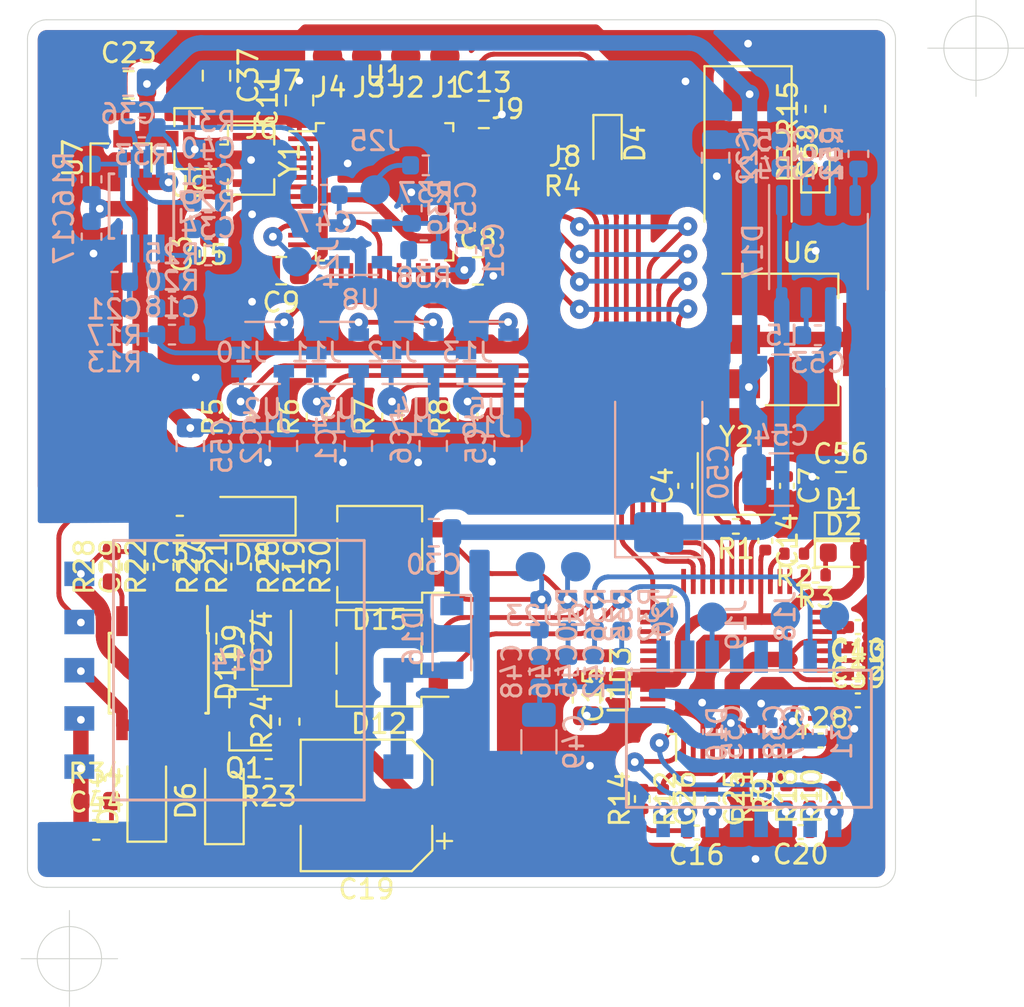
<source format=kicad_pcb>
(kicad_pcb (version 20171130) (host pcbnew 5.1.9+dfsg1-1)
  (layers (0 F.Cu signal) (31 B.Cu signal) (34 B.Paste user hide) (35 F.Paste user hide) (36 B.SilkS user hide) (37 F.SilkS user hide) (38 B.Mask user) (39 F.Mask user) (44 Edge.Cuts user))
  (net 0 "")
  (net 1 GND)
  (net 2 "Net-(C3-Pad2)")
  (net 3 "Net-(C4-Pad1)")
  (net 4 +3V3)
  (net 5 +5VA)
  (net 6 "Net-(J4-Pad1)")
  (net 7 "Net-(J8-Pad1)")
  (net 8 "Net-(J10-Pad1)")
  (net 9 "Net-(J12-Pad1)")
  (net 10 "Net-(C16-Pad2)")
  (net 11 "Net-(C18-Pad2)")
  (net 12 "Net-(D4-Pad2)")
  (net 13 Z1)
  (net 14 Z2)
  (net 15 Z3)
  (net 16 Z4)
  (net 17 "Net-(C33-Pad1)")
  (net 18 "Net-(C34-Pad2)")
  (net 19 "Net-(C34-Pad1)")
  (net 20 +3.3VA)
  (net 21 "Net-(C45-Pad1)")
  (net 22 "Net-(C46-Pad1)")
  (net 23 "Net-(D5-Pad2)")
  (net 24 "Net-(D10-Pad1)")
  (net 25 "Net-(D11-Pad2)")
  (net 26 "Net-(D12-Pad4)")
  (net 27 "Net-(D14-Pad2)")
  (net 28 SensorInput)
  (net 29 +3.3VDAC)
  (net 30 "Net-(D8-Pad1)")
  (net 31 "Net-(C7-Pad1)")
  (net 32 "Net-(C10-Pad2)")
  (net 33 "Net-(C12-Pad2)")
  (net 34 "Net-(C18-Pad1)")
  (net 35 "Net-(C19-Pad1)")
  (net 36 "Net-(C19-Pad2)")
  (net 37 "Net-(C20-Pad1)")
  (net 38 "Net-(C21-Pad2)")
  (net 39 "Net-(C24-Pad1)")
  (net 40 "Net-(C25-Pad1)")
  (net 41 "Net-(C25-Pad2)")
  (net 42 "Net-(C26-Pad1)")
  (net 43 "Net-(C26-Pad2)")
  (net 44 "Net-(C29-Pad1)")
  (net 45 "Net-(C40-Pad1)")
  (net 46 "Net-(C40-Pad2)")
  (net 47 "Net-(C41-Pad2)")
  (net 48 "Net-(C42-Pad1)")
  (net 49 "Net-(C42-Pad2)")
  (net 50 "Net-(C44-Pad2)")
  (net 51 "Net-(C48-Pad1)")
  (net 52 "Net-(D1-Pad1)")
  (net 53 "Net-(D2-Pad1)")
  (net 54 "Net-(D10-Pad3)")
  (net 55 "Net-(D3-Pad10)")
  (net 56 "Net-(D3-Pad25)")
  (net 57 "Net-(D3-Pad27)")
  (net 58 "Net-(D3-Pad32)")
  (net 59 "Net-(D3-Pad33)")
  (net 60 "Net-(D3-Pad34)")
  (net 61 "Net-(D3-Pad35)")
  (net 62 "Net-(D3-Pad37)")
  (net 63 "Net-(D6-Pad2)")
  (net 64 "Net-(D7-Pad2)")
  (net 65 "Net-(D9-Pad1)")
  (net 66 "Net-(D10-Pad9)")
  (net 67 "Net-(D10-Pad10)")
  (net 68 "Net-(D10-Pad11)")
  (net 69 "Net-(D10-Pad14)")
  (net 70 "Net-(D10-Pad15)")
  (net 71 "Net-(D10-Pad16)")
  (net 72 "Net-(D11-Pad4)")
  (net 73 "Net-(D11-Pad5)")
  (net 74 "Net-(D14-Pad6)")
  (net 75 "Net-(D15-Pad1)")
  (net 76 "Net-(D15-Pad2)")
  (net 77 "Net-(J1-Pad1)")
  (net 78 "Net-(J2-Pad1)")
  (net 79 "Net-(J3-Pad1)")
  (net 80 "Net-(J9-Pad1)")
  (net 81 "Net-(J11-Pad1)")
  (net 82 "Net-(J13-Pad1)")
  (net 83 "Net-(R4-Pad2)")
  (net 84 "Net-(U1-Pad5)")
  (net 85 "Net-(U1-Pad6)")
  (net 86 "Net-(C32-Pad2)")
  (net 87 "Net-(C52-Pad2)")
  (net 88 "Net-(C53-Pad2)")
  (net 89 "Net-(C53-Pad1)")
  (net 90 "Net-(C57-Pad1)")
  (net 91 "Net-(C59-Pad1)")
  (net 92 /5.6-6v)
  (net 93 /12-16v)
  (net 94 Analog)
  (module My-library:SMD-CONN (layer B.Cu) (at 37.025 68.825)
    (fp_text reference J25 (at 0 -2.54) (layer B.SilkS) (effects (justify mirror)))
    (fp_text value Conn_01x01_Female)
    (pad 1 smd circle (at 0 0) (size 1.524 1.524) (layers B.Cu B.Paste B.Mask) (net 94 Analog))
  )
  (module Crystal:Crystal_SMD_SeikoEpson_FA238-4Pin_3.2x2.5mm (layer F.Cu) (at 55.75 84.075)
    (fp_text reference Y2 (at 0 -2.45) (layer F.SilkS))
    (fp_text value ECS-250-20-33)
    (pad 4 smd rect (at -1.1 -0.8) (size 1.4 1.2) (layers F.Cu F.Paste F.Mask) (net 1 GND))
    (pad 3 smd rect (at 1.1 -0.8) (size 1.4 1.2) (layers F.Cu F.Paste F.Mask) (net 31 "Net-(C7-Pad1)"))
    (pad 2 smd rect (at 1.1 0.8) (size 1.4 1.2) (layers F.Cu F.Paste F.Mask) (net 1 GND))
    (pad 1 smd rect (at -1.1 0.8) (size 1.4 1.2) (layers F.Cu F.Paste F.Mask) (net 3 "Net-(C4-Pad1)"))
  )
  (module Resistor_SMD:R_0402_1005Metric (layer F.Cu) (at 59.54522 100.25888 90)
    (fp_text reference R18 (at 0 -1.17 90) (layer F.SilkS))
    (fp_text value 10R)
    (pad 2 smd roundrect (at 0.51 0 90) (size 0.54 0.64) (layers F.Cu F.Paste F.Mask) (net 20 +3.3VA))
    (pad 1 smd roundrect (at -0.51 0 90) (size 0.54 0.64) (layers F.Cu F.Paste F.Mask) (net 37 "Net-(C20-Pad1)"))
  )
  (module Resistor_SMD:R_0402_1005Metric (layer F.Cu) (at 50.87366 100.41636 90)
    (fp_text reference R14 (at 0 -1.17 90) (layer F.SilkS))
    (fp_text value 82R)
    (pad 2 smd roundrect (at 0.51 0 90) (size 0.54 0.64) (layers F.Cu F.Paste F.Mask) (net 42 "Net-(C26-Pad1)"))
    (pad 1 smd roundrect (at -0.51 0 90) (size 0.54 0.64) (layers F.Cu F.Paste F.Mask) (net 10 "Net-(C16-Pad2)"))
  )
  (module Resistor_SMD:R_0402_1005Metric (layer F.Cu) (at 53.22824 100.41636 90)
    (fp_text reference R12 (at 0 -1.17 90) (layer F.SilkS))
    (fp_text value 82R)
    (pad 2 smd roundrect (at 0.51 0 90) (size 0.54 0.64) (layers F.Cu F.Paste F.Mask) (net 40 "Net-(C25-Pad1)"))
    (pad 1 smd roundrect (at -0.51 0 90) (size 0.54 0.64) (layers F.Cu F.Paste F.Mask) (net 10 "Net-(C16-Pad2)"))
  )
  (module Resistor_SMD:R_0402_1005Metric (layer F.Cu) (at 57.26176 100.25888 90)
    (fp_text reference R11 (at 0 -1.17 90) (layer F.SilkS))
    (fp_text value 12.4k)
    (pad 2 smd roundrect (at 0.51 0 90) (size 0.54 0.64) (layers F.Cu F.Paste F.Mask) (net 55 "Net-(D3-Pad10)"))
    (pad 1 smd roundrect (at -0.51 0 90) (size 0.54 0.64) (layers F.Cu F.Paste F.Mask) (net 1 GND))
  )
  (module Resistor_SMD:R_0402_1005Metric (layer F.Cu) (at 60.83554 100.25888 90)
    (fp_text reference R10 (at 0 -1.17 90) (layer F.SilkS))
    (fp_text value 49R9)
    (pad 2 smd roundrect (at 0.51 0 90) (size 0.54 0.64) (layers F.Cu F.Paste F.Mask) (net 20 +3.3VA))
    (pad 1 smd roundrect (at -0.51 0 90) (size 0.54 0.64) (layers F.Cu F.Paste F.Mask) (net 24 "Net-(D10-Pad1)"))
  )
  (module Resistor_SMD:R_0402_1005Metric (layer F.Cu) (at 58.3438 100.25888 90)
    (fp_text reference R9 (at 0 -1.17 90) (layer F.SilkS))
    (fp_text value 49R9)
    (pad 2 smd roundrect (at 0.51 0 90) (size 0.54 0.64) (layers F.Cu F.Paste F.Mask) (net 20 +3.3VA))
    (pad 1 smd roundrect (at -0.51 0 90) (size 0.54 0.64) (layers F.Cu F.Paste F.Mask) (net 54 "Net-(D10-Pad3)"))
  )
  (module Capacitor_SMD:C_0402_1005Metric (layer F.Cu) (at 51.95062 100.39636 270)
    (fp_text reference C26 (at 0 -1.16 90) (layer F.SilkS))
    (fp_text value 6.8nF)
    (pad 2 smd roundrect (at 0.48 0 270) (size 0.56 0.62) (layers F.Cu F.Paste F.Mask) (net 43 "Net-(C26-Pad2)"))
    (pad 1 smd roundrect (at -0.48 0 270) (size 0.56 0.62) (layers F.Cu F.Paste F.Mask) (net 42 "Net-(C26-Pad1)"))
  )
  (module Capacitor_SMD:C_0402_1005Metric (layer F.Cu) (at 54.49824 100.39636 270)
    (fp_text reference C25 (at 0 -1.16 90) (layer F.SilkS))
    (fp_text value 6.8nF)
    (pad 2 smd roundrect (at 0.48 0 270) (size 0.56 0.62) (layers F.Cu F.Paste F.Mask) (net 41 "Net-(C25-Pad2)"))
    (pad 1 smd roundrect (at -0.48 0 270) (size 0.56 0.62) (layers F.Cu F.Paste F.Mask) (net 40 "Net-(C25-Pad1)"))
  )
  (module Capacitor_SMD:C_0402_1005Metric (layer F.Cu) (at 59.08548 102.13086 180)
    (fp_text reference C20 (at 0 -1.16) (layer F.SilkS))
    (fp_text value 22nF)
    (pad 2 smd roundrect (at 0.48 0 180) (size 0.56 0.62) (layers F.Cu F.Paste F.Mask) (net 1 GND))
    (pad 1 smd roundrect (at -0.48 0 180) (size 0.56 0.62) (layers F.Cu F.Paste F.Mask) (net 37 "Net-(C20-Pad1)"))
  )
  (module Capacitor_SMD:C_0402_1005Metric (layer F.Cu) (at 53.69306 102.1588 180)
    (fp_text reference C16 (at 0 -1.16) (layer F.SilkS))
    (fp_text value 10nF)
    (pad 2 smd roundrect (at 0.48 0 180) (size 0.56 0.62) (layers F.Cu F.Paste F.Mask) (net 10 "Net-(C16-Pad2)"))
    (pad 1 smd roundrect (at -0.48 0 180) (size 0.56 0.62) (layers F.Cu F.Paste F.Mask) (net 1 GND))
  )
  (module My-library:DA2257 (layer B.Cu) (at 29.9593 93.7387)
    (fp_text reference D14 (at 0 -0.5) (layer B.SilkS) (effects (justify mirror)))
    (fp_text value T4932B)
    (pad 5 smd rect (at -8.27 5) (size 1.55 1.27) (layers B.Cu B.Paste B.Mask) (net 35 "Net-(C19-Pad1)"))
    (pad 4 smd rect (at -8.27 2.5) (size 1.55 1.27) (layers B.Cu B.Paste B.Mask) (net 35 "Net-(C19-Pad1)"))
    (pad 3 smd rect (at -8.27 0) (size 1.55 1.27) (layers B.Cu B.Paste B.Mask) (net 73 "Net-(D11-Pad5)"))
    (pad 2 smd rect (at -8.27 -2.5) (size 1.55 1.27) (layers B.Cu B.Paste B.Mask) (net 27 "Net-(D14-Pad2)"))
    (pad 1 smd rect (at -8.27 -5) (size 1.55 1.27) (layers B.Cu B.Paste B.Mask) (net 36 "Net-(C19-Pad2)"))
    (pad 10 smd rect (at 8.27 -5) (size 1.55 1.27) (layers B.Cu B.Paste B.Mask) (net 1 GND))
    (pad 9 smd rect (at 8.27 -2.5) (size 1.55 1.27) (layers B.Cu B.Paste B.Mask) (net 1 GND))
    (pad 8 smd rect (at 8.27 0) (size 1.55 1.27) (layers B.Cu B.Paste B.Mask) (net 74 "Net-(D14-Pad6)"))
    (pad 7 smd rect (at 8.27 2.5) (size 1.55 1.27) (layers B.Cu B.Paste B.Mask) (net 74 "Net-(D14-Pad6)"))
    (pad 6 smd rect (at 8.27 5) (size 1.55 1.27) (layers B.Cu B.Paste B.Mask) (net 74 "Net-(D14-Pad6)"))
  )
  (module Capacitor_SMD:C_0402_1005Metric (layer F.Cu) (at 62.0522 93.9546)
    (fp_text reference C43 (at 0 -1.16) (layer F.SilkS))
    (fp_text value 1uF)
    (pad 2 smd roundrect (at 0.48 0) (size 0.56 0.62) (layers F.Cu F.Paste F.Mask) (net 1 GND))
    (pad 1 smd roundrect (at -0.48 0) (size 0.56 0.62) (layers F.Cu F.Paste F.Mask) (net 20 +3.3VA))
  )
  (module Capacitor_SMD:C_0603_1608Metric (layer F.Cu) (at 49.7586 95.0214 90)
    (fp_text reference C15 (at 0 -1.43 90) (layer F.SilkS))
    (fp_text value 10uF)
    (pad 1 smd roundrect (at -0.7875 0 90) (size 0.875 0.95) (layers F.Cu F.Paste F.Mask) (net 1 GND))
    (pad 2 smd roundrect (at 0.7875 0 90) (size 0.875 0.95) (layers F.Cu F.Paste F.Mask) (net 29 +3.3VDAC))
  )
  (module Resistor_SMD:R_0402_1005Metric (layer F.Cu) (at 55.725 86.275 180)
    (fp_text reference R1 (at 0 -1.17) (layer F.SilkS))
    (fp_text value 1M)
    (pad 2 smd roundrect (at 0.51 0 180) (size 0.54 0.64) (layers F.Cu F.Paste F.Mask) (net 3 "Net-(C4-Pad1)"))
    (pad 1 smd roundrect (at -0.51 0 180) (size 0.54 0.64) (layers F.Cu F.Paste F.Mask) (net 31 "Net-(C7-Pad1)"))
  )
  (module Capacitor_SMD:C_0402_1005Metric (layer F.Cu) (at 58.375 84.175 270)
    (fp_text reference C7 (at 0 -1.16 90) (layer F.SilkS))
    (fp_text value 10p)
    (pad 2 smd roundrect (at 0.48 0 270) (size 0.56 0.62) (layers F.Cu F.Paste F.Mask) (net 1 GND))
    (pad 1 smd roundrect (at -0.48 0 270) (size 0.56 0.62) (layers F.Cu F.Paste F.Mask) (net 31 "Net-(C7-Pad1)"))
  )
  (module Capacitor_SMD:C_0402_1005Metric (layer F.Cu) (at 53.1 84.175 90)
    (fp_text reference C4 (at 0 -1.16 90) (layer F.SilkS))
    (fp_text value 10p)
    (pad 2 smd roundrect (at 0.48 0 90) (size 0.56 0.62) (layers F.Cu F.Paste F.Mask) (net 1 GND))
    (pad 1 smd roundrect (at -0.48 0 90) (size 0.56 0.62) (layers F.Cu F.Paste F.Mask) (net 3 "Net-(C4-Pad1)"))
  )
  (module Capacitor_SMD:C_0402_1005Metric (layer F.Cu) (at 57.25 87.025 270)
    (fp_text reference C14 (at 0 -1.16 90) (layer F.SilkS))
    (fp_text value 0.1uF)
    (pad 2 smd roundrect (at 0.48 0 270) (size 0.56 0.62) (layers F.Cu F.Paste F.Mask) (net 29 +3.3VDAC))
    (pad 1 smd roundrect (at -0.48 0 270) (size 0.56 0.62) (layers F.Cu F.Paste F.Mask) (net 1 GND))
  )
  (module Capacitor_SMD:C_0402_1005Metric (layer B.Cu) (at 56.5531 96.9391 90)
    (fp_text reference C38 (at 0 1.16 90) (layer B.SilkS) (effects (justify mirror)))
    (fp_text value 0.1uF)
    (pad 2 smd roundrect (at 0.48 0 90) (size 0.56 0.62) (layers B.Cu B.Paste B.Mask) (net 1 GND))
    (pad 1 smd roundrect (at -0.48 0 90) (size 0.56 0.62) (layers B.Cu B.Paste B.Mask) (net 20 +3.3VA))
  )
  (module Capacitor_SMD:C_0402_1005Metric (layer B.Cu) (at 54.38394 96.93656 90)
    (fp_text reference C35 (at 0 1.16 90) (layer B.SilkS) (effects (justify mirror)))
    (fp_text value 0.1uF)
    (pad 2 smd roundrect (at 0.48 0 90) (size 0.56 0.62) (layers B.Cu B.Paste B.Mask) (net 1 GND))
    (pad 1 smd roundrect (at -0.48 0 90) (size 0.56 0.62) (layers B.Cu B.Paste B.Mask) (net 20 +3.3VA))
  )
  (module Capacitor_SMD:C_0402_1005Metric (layer B.Cu) (at 60.071 96.9391 90)
    (fp_text reference C31 (at 0 1.16 90) (layer B.SilkS) (effects (justify mirror)))
    (fp_text value 0.1uF)
    (pad 2 smd roundrect (at 0.48 0 90) (size 0.56 0.62) (layers B.Cu B.Paste B.Mask) (net 1 GND))
    (pad 1 smd roundrect (at -0.48 0 90) (size 0.56 0.62) (layers B.Cu B.Paste B.Mask) (net 20 +3.3VA))
  )
  (module Capacitor_SMD:C_0402_1005Metric (layer F.Cu) (at 60.11418 97.3836)
    (fp_text reference C28 (at 0 -1.16 180) (layer F.SilkS))
    (fp_text value 0.1uF)
    (pad 2 smd roundrect (at 0.48 0) (size 0.56 0.62) (layers F.Cu F.Paste F.Mask) (net 1 GND))
    (pad 1 smd roundrect (at -0.48 0) (size 0.56 0.62) (layers F.Cu F.Paste F.Mask) (net 20 +3.3VA))
  )
  (module Capacitor_SMD:C_0402_1005Metric (layer B.Cu) (at 57.5818 96.9391 90)
    (fp_text reference C27 (at 0 1.16 90) (layer B.SilkS) (effects (justify mirror)))
    (fp_text value 0.1uF)
    (pad 2 smd roundrect (at 0.48 0 90) (size 0.56 0.62) (layers B.Cu B.Paste B.Mask) (net 1 GND))
    (pad 1 smd roundrect (at -0.48 0 90) (size 0.56 0.62) (layers B.Cu B.Paste B.Mask) (net 20 +3.3VA))
  )
  (module Resistor_SMD:R_0402_1005Metric (layer F.Cu) (at 58.75 87.6935 180)
    (fp_text reference R2 (at 0 -1.17) (layer F.SilkS))
    (fp_text value 1k)
    (pad 2 smd roundrect (at 0.51 0 180) (size 0.54 0.64) (layers F.Cu F.Paste F.Mask) (net 57 "Net-(D3-Pad27)"))
    (pad 1 smd roundrect (at -0.51 0 180) (size 0.54 0.64) (layers F.Cu F.Paste F.Mask) (net 52 "Net-(D1-Pad1)"))
  )
  (module Capacitor_SMD:C_0402_1005Metric (layer F.Cu) (at 62.05 95.3)
    (fp_text reference C39 (at 0 -1.16) (layer F.SilkS))
    (fp_text value 0.1uF)
    (pad 2 smd roundrect (at 0.48 0) (size 0.56 0.62) (layers F.Cu F.Paste F.Mask) (net 1 GND))
    (pad 1 smd roundrect (at -0.48 0) (size 0.56 0.62) (layers F.Cu F.Paste F.Mask) (net 20 +3.3VA))
  )
  (module Resistor_SMD:R_0402_1005Metric (layer F.Cu) (at 59.8678 88.8111 180)
    (fp_text reference R3 (at 0 -1.17) (layer F.SilkS))
    (fp_text value 1k)
    (pad 2 smd roundrect (at 0.51 0 180) (size 0.54 0.64) (layers F.Cu F.Paste F.Mask) (net 56 "Net-(D3-Pad25)"))
    (pad 1 smd roundrect (at -0.51 0 180) (size 0.54 0.64) (layers F.Cu F.Paste F.Mask) (net 53 "Net-(D2-Pad1)"))
  )
  (module Capacitor_SMD:C_0402_1005Metric (layer F.Cu) (at 62.05 92.55 180)
    (fp_text reference C12 (at 0 -1.16) (layer F.SilkS))
    (fp_text value 4.7uF)
    (pad 2 smd roundrect (at 0.48 0 180) (size 0.56 0.62) (layers F.Cu F.Paste F.Mask) (net 33 "Net-(C12-Pad2)"))
    (pad 1 smd roundrect (at -0.48 0 180) (size 0.56 0.62) (layers F.Cu F.Paste F.Mask) (net 1 GND))
  )
  (module Capacitor_SMD:C_0402_1005Metric (layer F.Cu) (at 62.0522 91.5 180)
    (fp_text reference C10 (at 0 -1.16) (layer F.SilkS))
    (fp_text value 10nF)
    (pad 2 smd roundrect (at 0.48 0 180) (size 0.56 0.62) (layers F.Cu F.Paste F.Mask) (net 32 "Net-(C10-Pad2)"))
    (pad 1 smd roundrect (at -0.48 0 180) (size 0.56 0.62) (layers F.Cu F.Paste F.Mask) (net 1 GND))
  )
  (module Capacitor_SMD:C_0603_1608Metric (layer B.Cu) (at 40.3 69.775 90)
    (fp_text reference C59 (at 0 1.43 90) (layer B.SilkS) (effects (justify mirror)))
    (fp_text value 0.1uF)
    (pad 2 smd roundrect (at 0.7875 0 90) (size 0.875 0.95) (layers B.Cu B.Paste B.Mask) (net 1 GND))
    (pad 1 smd roundrect (at -0.7875 0 90) (size 0.875 0.95) (layers B.Cu B.Paste B.Mask) (net 91 "Net-(C59-Pad1)"))
  )
  (module Inductor_SMD:L_Coilcraft_LPS4018 (layer B.Cu) (at 58.1025 79.375 180)
    (fp_text reference L5 (at 0 3) (layer B.SilkS) (effects (justify mirror)))
    (fp_text value "CoilCraft HLPS4018-472MR")
    (pad 2 smd rect (at 1.7435 -1.493 45.5) (size 0.5 0.789) (layers B.Cu B.Paste B.Mask) (net 92 /5.6-6v))
    (pad 2 smd rect (at 1.219 -1.0475 44.3) (size 0.5 0.831) (layers B.Cu B.Paste B.Mask) (net 92 /5.6-6v))
    (pad 2 smd rect (at 1.195 -1.5575 180) (size 0.89 0.775) (layers B.Cu B.Paste B.Mask) (net 92 /5.6-6v))
    (pad 2 smd rect (at 1.7435 1.493 314.5) (size 0.5 0.789) (layers B.Cu B.Paste B.Mask) (net 92 /5.6-6v))
    (pad 2 smd rect (at 1.219 1.0475 315.7) (size 0.5 0.831) (layers B.Cu B.Paste B.Mask) (net 92 /5.6-6v))
    (pad 2 smd rect (at 1.195 1.5575 180) (size 0.89 0.775) (layers B.Cu B.Paste B.Mask) (net 92 /5.6-6v))
    (pad 2 smd rect (at 1.765 0 180) (size 0.87 2.79) (layers B.Cu B.Paste B.Mask) (net 92 /5.6-6v))
    (pad 1 smd rect (at -1.219 -1.0475 315.7) (size 0.5 0.831) (layers B.Cu B.Paste B.Mask) (net 88 "Net-(C53-Pad2)"))
    (pad 1 smd rect (at -1.195 -1.5575 180) (size 0.89 0.775) (layers B.Cu B.Paste B.Mask) (net 88 "Net-(C53-Pad2)"))
    (pad 1 smd rect (at -1.7435 -1.493 314.5) (size 0.5 0.789) (layers B.Cu B.Paste B.Mask) (net 88 "Net-(C53-Pad2)"))
    (pad 1 smd rect (at -1.7435 1.493 45.5) (size 0.5 0.789) (layers B.Cu B.Paste B.Mask) (net 88 "Net-(C53-Pad2)"))
    (pad 1 smd rect (at -1.219 1.0475 44.3) (size 0.5 0.831) (layers B.Cu B.Paste B.Mask) (net 88 "Net-(C53-Pad2)"))
    (pad 1 smd rect (at -1.195 1.5575 180) (size 0.89 0.775) (layers B.Cu B.Paste B.Mask) (net 88 "Net-(C53-Pad2)"))
    (pad 1 smd rect (at -1.765 0 180) (size 0.87 2.79) (layers B.Cu B.Paste B.Mask) (net 88 "Net-(C53-Pad2)"))
  )
  (module LED_SMD:LED_0603_1608Metric (layer F.Cu) (at 49.0728 66.42354 270)
    (fp_text reference D4 (at 0 -1.43 270) (layer F.SilkS))
    (fp_text value LED)
    (pad 2 smd roundrect (at 0.7875 0 270) (size 0.875 0.95) (layers F.Cu F.Paste F.Mask) (net 12 "Net-(D4-Pad2)"))
    (pad 1 smd roundrect (at -0.7875 0 270) (size 0.875 0.95) (layers F.Cu F.Paste F.Mask) (net 1 GND))
  )
  (module Resistor_SMD:R_0603_1608Metric (layer F.Cu) (at 59.85 64.625 90)
    (fp_text reference R15 (at 0 -1.43 270) (layer F.SilkS))
    (fp_text value 4.7k)
    (pad 1 smd roundrect (at -0.7875 0 90) (size 0.875 0.95) (layers F.Cu F.Paste F.Mask) (net 23 "Net-(D5-Pad2)"))
    (pad 2 smd roundrect (at 0.7875 0 90) (size 0.875 0.95) (layers F.Cu F.Paste F.Mask) (net 92 /5.6-6v))
  )
  (module LED_SMD:LED_0603_1608Metric (layer F.Cu) (at 59.85 67.475 90)
    (fp_text reference D5 (at 0 -1.43 90) (layer F.SilkS))
    (fp_text value LED)
    (pad 2 smd roundrect (at 0.7875 0 90) (size 0.875 0.95) (layers F.Cu F.Paste F.Mask) (net 23 "Net-(D5-Pad2)"))
    (pad 1 smd roundrect (at -0.7875 0 90) (size 0.875 0.95) (layers F.Cu F.Paste F.Mask) (net 1 GND))
  )
  (module Capacitor_SMD:C_1210_3225Metric (layer B.Cu) (at 58.07964 83.84794 180)
    (fp_text reference C54 (at 0 2.28) (layer B.SilkS) (effects (justify mirror)))
    (fp_text value 22uF)
    (pad 2 smd roundrect (at 1.4 0 180) (size 1.25 2.65) (layers B.Cu B.Paste B.Mask) (roundrect_rratio 0.2) (net 92 /5.6-6v))
    (pad 1 smd roundrect (at -1.4 0 180) (size 1.25 2.65) (layers B.Cu B.Paste B.Mask) (roundrect_rratio 0.2) (net 1 GND))
  )
  (module Capacitor_Tantalum_SMD:CP_EIA-7343-15_Kemet-W (layer F.Cu) (at 56.35752 66.81978 270)
    (fp_text reference C58 (at 0 -3.1 90) (layer F.SilkS))
    (fp_text value 1000uF)
    (pad 2 smd roundrect (at 3.1125 0 270) (size 2.075 2.55) (layers F.Cu F.Paste F.Mask) (roundrect_rratio 0.1204819277108434) (net 1 GND))
    (pad 1 smd roundrect (at -3.1125 0 270) (size 2.075 2.55) (layers F.Cu F.Paste F.Mask) (roundrect_rratio 0.1204819277108434) (net 92 /5.6-6v))
  )
  (module Package_TO_SOT_SMD:SOT-23 (layer F.Cu) (at 27.37866 66.16446 180)
    (fp_text reference U9 (at 0 -2.5) (layer F.SilkS))
    (fp_text value MCP1703-3.3)
    (pad 3 smd rect (at 1 0 180) (size 0.9 0.8) (layers F.Cu F.Paste F.Mask) (net 92 /5.6-6v))
    (pad 2 smd rect (at -1 0.95 180) (size 0.9 0.8) (layers F.Cu F.Paste F.Mask) (net 4 +3V3))
    (pad 1 smd rect (at -1 -0.95 180) (size 0.9 0.8) (layers F.Cu F.Paste F.Mask) (net 1 GND))
  )
  (module Package_TO_SOT_SMD:SOT-23 (layer F.Cu) (at 23.85 67.175 90)
    (fp_text reference U7 (at 0 -2.5 90) (layer F.SilkS))
    (fp_text value MCP1703-5)
    (pad 3 smd rect (at 1 0 90) (size 0.9 0.8) (layers F.Cu F.Paste F.Mask) (net 92 /5.6-6v))
    (pad 2 smd rect (at -1 0.95 90) (size 0.9 0.8) (layers F.Cu F.Paste F.Mask) (net 5 +5VA))
    (pad 1 smd rect (at -1 -0.95 90) (size 0.9 0.8) (layers F.Cu F.Paste F.Mask) (net 1 GND))
  )
  (module Resistor_SMD:R_0603_1608Metric (layer B.Cu) (at 57.2262 66.2686)
    (fp_text reference R42 (at 0 1.43) (layer B.SilkS) (effects (justify mirror)))
    (fp_text value 150k)
    (pad 2 smd roundrect (at 0.7875 0) (size 0.875 0.95) (layers B.Cu B.Paste B.Mask) (net 90 "Net-(C57-Pad1)"))
    (pad 1 smd roundrect (at -0.7875 0) (size 0.875 0.95) (layers B.Cu B.Paste B.Mask) (net 92 /5.6-6v))
  )
  (module Resistor_SMD:R_0603_1608Metric (layer B.Cu) (at 59.3344 66.9544 90)
    (fp_text reference R41 (at 0 1.43 90) (layer B.SilkS) (effects (justify mirror)))
    (fp_text value 22k)
    (pad 2 smd roundrect (at 0.7875 0 90) (size 0.875 0.95) (layers B.Cu B.Paste B.Mask) (net 1 GND))
    (pad 1 smd roundrect (at -0.7875 0 90) (size 0.875 0.95) (layers B.Cu B.Paste B.Mask) (net 90 "Net-(C57-Pad1)"))
  )
  (module Package_SO:HSOP-8-1EP_3.9x4.9mm_P1.27mm_EP2.41x3.1mm (layer B.Cu) (at 60.0075 72.0217 270)
    (fp_text reference D17 (at 0 3.4 90) (layer B.SilkS) (effects (justify mirror)))
    (fp_text value TPS54328DDA)
    (pad 8 smd roundrect (at 2.65 1.905 270) (size 1.6 0.6) (layers B.Cu B.Paste B.Mask) (net 93 /12-16v))
    (pad 7 smd roundrect (at 2.65 0.635 270) (size 1.6 0.6) (layers B.Cu B.Paste B.Mask) (net 89 "Net-(C53-Pad1)"))
    (pad 6 smd roundrect (at 2.65 -0.635 270) (size 1.6 0.6) (layers B.Cu B.Paste B.Mask) (net 88 "Net-(C53-Pad2)"))
    (pad 5 smd roundrect (at 2.65 -1.905 270) (size 1.6 0.6) (layers B.Cu B.Paste B.Mask) (net 1 GND))
    (pad 4 smd roundrect (at -2.65 -1.905 270) (size 1.6 0.6) (layers B.Cu B.Paste B.Mask) (net 87 "Net-(C52-Pad2)"))
    (pad 3 smd roundrect (at -2.65 -0.635 270) (size 1.6 0.6) (layers B.Cu B.Paste B.Mask) (net 86 "Net-(C32-Pad2)"))
    (pad 2 smd roundrect (at -2.65 0.635 270) (size 1.6 0.6) (layers B.Cu B.Paste B.Mask) (net 90 "Net-(C57-Pad1)"))
    (pad 1 smd roundrect (at -2.65 1.905 270) (size 1.6 0.6) (layers B.Cu B.Paste B.Mask) (net 93 /12-16v))
    (pad 9 smd roundrect (at 0 0 270) (size 2.41 3.1) (layers B.Cu B.Mask) (roundrect_rratio 0.1037331950207469) (net 1 GND))
  )
  (module Capacitor_SMD:C_0603_1608Metric (layer B.Cu) (at 57.2262 67.691 180)
    (fp_text reference C57 (at 0 1.43) (layer B.SilkS) (effects (justify mirror)))
    (fp_text value 51p)
    (pad 2 smd roundrect (at 0.7875 0 180) (size 0.875 0.95) (layers B.Cu B.Paste B.Mask) (net 92 /5.6-6v))
    (pad 1 smd roundrect (at -0.7875 0 180) (size 0.875 0.95) (layers B.Cu B.Paste B.Mask) (net 90 "Net-(C57-Pad1)"))
  )
  (module Capacitor_SMD:C_0805_2012Metric (layer F.Cu) (at 61.17844 84.16544)
    (fp_text reference C56 (at 0 -1.65 -180) (layer F.SilkS))
    (fp_text value 10uF)
    (pad 2 smd roundrect (at 0.9375 0) (size 0.975 1.4) (layers F.Cu F.Paste F.Mask) (net 29 +3.3VDAC))
    (pad 1 smd roundrect (at -0.9375 0) (size 0.975 1.4) (layers F.Cu F.Paste F.Mask) (net 1 GND))
  )
  (module Capacitor_SMD:C_0805_2012Metric (layer B.Cu) (at 27.44216 82.11058 90)
    (fp_text reference C55 (at 0 1.65 90) (layer B.SilkS) (effects (justify mirror)))
    (fp_text value 10uF)
    (pad 2 smd roundrect (at 0.9375 0 90) (size 0.975 1.4) (layers B.Cu B.Paste B.Mask) (net 5 +5VA))
    (pad 1 smd roundrect (at -0.9375 0 90) (size 0.975 1.4) (layers B.Cu B.Paste B.Mask) (net 1 GND))
  )
  (module Capacitor_SMD:C_0603_1608Metric (layer B.Cu) (at 59.9821 76.3651)
    (fp_text reference C53 (at 0 1.43) (layer B.SilkS) (effects (justify mirror)))
    (fp_text value 100n)
    (pad 2 smd roundrect (at 0.7875 0) (size 0.875 0.95) (layers B.Cu B.Paste B.Mask) (net 88 "Net-(C53-Pad2)"))
    (pad 1 smd roundrect (at -0.7875 0) (size 0.875 0.95) (layers B.Cu B.Paste B.Mask) (net 89 "Net-(C53-Pad1)"))
  )
  (module Capacitor_SMD:C_0603_1608Metric (layer B.Cu) (at 62.0776 66.9544 270)
    (fp_text reference C52 (at 0 1.43 90) (layer B.SilkS) (effects (justify mirror)))
    (fp_text value 3.3n)
    (pad 2 smd roundrect (at 0.7875 0 270) (size 0.875 0.95) (layers B.Cu B.Paste B.Mask) (net 87 "Net-(C52-Pad2)"))
    (pad 1 smd roundrect (at -0.7875 0 270) (size 0.875 0.95) (layers B.Cu B.Paste B.Mask) (net 1 GND))
  )
  (module Capacitor_SMD:C_0603_1608Metric (layer B.Cu) (at 60.706 66.9544 270)
    (fp_text reference C32 (at 0 1.43 270) (layer B.SilkS) (effects (justify mirror)))
    (fp_text value 1uF)
    (pad 2 smd roundrect (at 0.7875 0 270) (size 0.875 0.95) (layers B.Cu B.Paste B.Mask) (net 86 "Net-(C32-Pad2)"))
    (pad 1 smd roundrect (at -0.7875 0 270) (size 0.875 0.95) (layers B.Cu B.Paste B.Mask) (net 1 GND))
  )
  (module Capacitor_SMD:C_0805_2012Metric (layer B.Cu) (at 40.06342 86.60638)
    (fp_text reference C30 (at 0 1.65) (layer B.SilkS) (effects (justify mirror)))
    (fp_text value 10uF)
    (pad 2 smd roundrect (at 0.9375 0) (size 0.975 1.4) (layers B.Cu B.Paste B.Mask) (net 93 /12-16v))
    (pad 1 smd roundrect (at -0.9375 0) (size 0.975 1.4) (layers B.Cu B.Paste B.Mask) (net 1 GND))
  )
  (module Package_TO_SOT_SMD:SOT-223-3_TabPin2 (layer F.Cu) (at 59.12866 76.581)
    (fp_text reference U6 (at 0 -4.5 180) (layer F.SilkS))
    (fp_text value NCP1117-3.3)
    (pad 1 smd rect (at -3.15 -2.3) (size 2 1.5) (layers F.Cu F.Paste F.Mask) (net 1 GND))
    (pad 3 smd rect (at -3.15 2.3) (size 2 1.5) (layers F.Cu F.Paste F.Mask) (net 92 /5.6-6v))
    (pad 2 smd rect (at -3.15 0) (size 2 1.5) (layers F.Cu F.Paste F.Mask) (net 29 +3.3VDAC))
    (pad 2 smd rect (at 3.15 0) (size 2 3.8) (layers F.Cu F.Paste F.Mask) (net 29 +3.3VDAC))
  )
  (module Capacitor_SMD:C_0805_2012Metric (layer B.Cu) (at 54.6735 67.1576 90)
    (fp_text reference C22 (at 0 1.65 90) (layer B.SilkS) (effects (justify mirror)))
    (fp_text value 10uF)
    (pad 2 smd roundrect (at 0.9375 0 90) (size 0.975 1.4) (layers B.Cu B.Paste B.Mask) (net 92 /5.6-6v))
    (pad 1 smd roundrect (at -0.9375 0 90) (size 0.975 1.4) (layers B.Cu B.Paste B.Mask) (net 1 GND))
  )
  (module Crystal:Resonator_SMD_muRata_CSTxExxV-3Pin_3.0x1.1mm (layer F.Cu) (at 30.5943 67.2719 270)
    (fp_text reference Y1 (at 0 -2 90) (layer F.SilkS))
    (fp_text value CSTCE8M00G52A-R0)
    (pad 3 smd rect (at 1.2 0 270) (size 0.4 1.9) (layers F.Cu F.Paste F.Mask) (net 85 "Net-(U1-Pad6)"))
    (pad 2 smd rect (at 0 0 270) (size 0.4 1.9) (layers F.Cu F.Paste F.Mask) (net 1 GND))
    (pad 1 smd rect (at -1.2 0 270) (size 0.4 1.9) (layers F.Cu F.Paste F.Mask) (net 84 "Net-(U1-Pad5)"))
  )
  (module My-library:SMD-CONN (layer F.Cu) (at 32.2072 61.5315)
    (fp_text reference J7 (at 0.125 1.625) (layer F.SilkS))
    (fp_text value -EXT)
    (pad 1 smd circle (at 0 0) (size 1.524 1.524) (layers F.Cu F.Paste F.Mask) (net 1 GND))
  )
  (module Capacitor_SMD:C_1206_3216Metric (layer B.Cu) (at 45.51426 97.44964 90)
    (fp_text reference C49 (at 0 1.82 270) (layer B.SilkS) (effects (justify mirror)))
    (fp_text value 4.7nF/2kV)
    (pad 2 smd roundrect (at 1.4 0 90) (size 1.25 1.75) (layers B.Cu B.Paste B.Mask) (roundrect_rratio 0.2) (net 49 "Net-(C42-Pad2)"))
    (pad 1 smd roundrect (at -1.4 0 90) (size 1.25 1.75) (layers B.Cu B.Paste B.Mask) (roundrect_rratio 0.2) (net 1 GND))
  )
  (module Package_TO_SOT_SMD:SOT-23-5 (layer B.Cu) (at 31.1912 77.2795)
    (fp_text reference U2 (at 0 2.9) (layer B.SilkS) (effects (justify mirror)))
    (fp_text value TS5A3166DBVR)
    (pad 1 smd rect (at -1.1 0.95) (size 1.06 0.65) (layers B.Cu B.Paste B.Mask) (net 8 "Net-(J10-Pad1)"))
    (pad 2 smd rect (at -1.1 0) (size 1.06 0.65) (layers B.Cu B.Paste B.Mask) (net 11 "Net-(C18-Pad2)"))
    (pad 3 smd rect (at -1.1 -0.95) (size 1.06 0.65) (layers B.Cu B.Paste B.Mask) (net 1 GND))
    (pad 4 smd rect (at 1.1 -0.95) (size 1.06 0.65) (layers B.Cu B.Paste B.Mask) (net 13 Z1))
    (pad 5 smd rect (at 1.1 0.95) (size 1.06 0.65) (layers B.Cu B.Paste B.Mask) (net 5 +5VA))
  )
  (module Resistor_SMD:R_0603_1608Metric (layer F.Cu) (at 46.736 67.2084 180)
    (fp_text reference R4 (at 0 -1.43) (layer F.SilkS))
    (fp_text value 1k)
    (pad 2 smd roundrect (at 0.7875 0 180) (size 0.875 0.95) (layers F.Cu F.Paste F.Mask) (net 83 "Net-(R4-Pad2)"))
    (pad 1 smd roundrect (at -0.7875 0 180) (size 0.875 0.95) (layers F.Cu F.Paste F.Mask) (net 12 "Net-(D4-Pad2)"))
  )
  (module Package_QFP:LQFP-48_7x7mm_P0.5mm (layer F.Cu) (at 55.7657 93.4847 90)
    (fp_text reference D3 (at 0 -6 90) (layer F.SilkS))
    (fp_text value W5500)
    (pad 1 smd rect (at -4.35 -2.75 90) (size 1.3 0.25) (layers F.Cu F.Paste F.Mask) (net 54 "Net-(D10-Pad3)"))
    (pad 2 smd rect (at -4.35 -2.25 90) (size 1.3 0.25) (layers F.Cu F.Paste F.Mask) (net 24 "Net-(D10-Pad1)"))
    (pad 3 smd rect (at -4.35 -1.75 90) (size 1.3 0.25) (layers F.Cu F.Paste F.Mask) (net 1 GND))
    (pad 4 smd rect (at -4.35 -1.25 90) (size 1.3 0.25) (layers F.Cu F.Paste F.Mask) (net 20 +3.3VA))
    (pad 5 smd rect (at -4.35 -0.75 90) (size 1.3 0.25) (layers F.Cu F.Paste F.Mask) (net 42 "Net-(C26-Pad1)"))
    (pad 6 smd rect (at -4.35 -0.25 90) (size 1.3 0.25) (layers F.Cu F.Paste F.Mask) (net 40 "Net-(C25-Pad1)"))
    (pad 7 smd rect (at -4.35 0.25 90) (size 1.3 0.25) (layers F.Cu F.Paste F.Mask))
    (pad 8 smd rect (at -4.35 0.75 90) (size 1.3 0.25) (layers F.Cu F.Paste F.Mask) (net 20 +3.3VA))
    (pad 9 smd rect (at -4.35 1.25 90) (size 1.3 0.25) (layers F.Cu F.Paste F.Mask) (net 1 GND))
    (pad 10 smd rect (at -4.35 1.75 90) (size 1.3 0.25) (layers F.Cu F.Paste F.Mask) (net 55 "Net-(D3-Pad10)"))
    (pad 11 smd rect (at -4.35 2.25 90) (size 1.3 0.25) (layers F.Cu F.Paste F.Mask) (net 20 +3.3VA))
    (pad 12 smd rect (at -4.35 2.75 90) (size 1.3 0.25) (layers F.Cu F.Paste F.Mask))
    (pad 13 smd rect (at -2.75 4.35 180) (size 1.3 0.25) (layers F.Cu F.Paste F.Mask))
    (pad 14 smd rect (at -2.25 4.35 180) (size 1.3 0.25) (layers F.Cu F.Paste F.Mask) (net 1 GND))
    (pad 15 smd rect (at -1.75 4.35 180) (size 1.3 0.25) (layers F.Cu F.Paste F.Mask) (net 20 +3.3VA))
    (pad 16 smd rect (at -1.25 4.35 180) (size 1.3 0.25) (layers F.Cu F.Paste F.Mask) (net 1 GND))
    (pad 17 smd rect (at -0.75 4.35 180) (size 1.3 0.25) (layers F.Cu F.Paste F.Mask) (net 20 +3.3VA))
    (pad 18 smd rect (at -0.25 4.35 180) (size 1.3 0.25) (layers F.Cu F.Paste F.Mask))
    (pad 19 smd rect (at 0.25 4.35 180) (size 1.3 0.25) (layers F.Cu F.Paste F.Mask) (net 1 GND))
    (pad 20 smd rect (at 0.75 4.35 180) (size 1.3 0.25) (layers F.Cu F.Paste F.Mask) (net 33 "Net-(C12-Pad2)"))
    (pad 21 smd rect (at 1.25 4.35 180) (size 1.3 0.25) (layers F.Cu F.Paste F.Mask) (net 20 +3.3VA))
    (pad 22 smd rect (at 1.75 4.35 180) (size 1.3 0.25) (layers F.Cu F.Paste F.Mask) (net 32 "Net-(C10-Pad2)"))
    (pad 23 smd rect (at 2.25 4.35 180) (size 1.3 0.25) (layers F.Cu F.Paste F.Mask))
    (pad 24 smd rect (at 2.75 4.35 180) (size 1.3 0.25) (layers F.Cu F.Paste F.Mask))
    (pad 25 smd rect (at 4.35 2.75 90) (size 1.3 0.25) (layers F.Cu F.Paste F.Mask) (net 56 "Net-(D3-Pad25)"))
    (pad 26 smd rect (at 4.35 2.25 90) (size 1.3 0.25) (layers F.Cu F.Paste F.Mask))
    (pad 27 smd rect (at 4.35 1.75 90) (size 1.3 0.25) (layers F.Cu F.Paste F.Mask) (net 57 "Net-(D3-Pad27)"))
    (pad 28 smd rect (at 4.35 1.25 90) (size 1.3 0.25) (layers F.Cu F.Paste F.Mask) (net 29 +3.3VDAC))
    (pad 29 smd rect (at 4.35 0.75 90) (size 1.3 0.25) (layers F.Cu F.Paste F.Mask) (net 1 GND))
    (pad 30 smd rect (at 4.35 0.25 90) (size 1.3 0.25) (layers F.Cu F.Paste F.Mask) (net 31 "Net-(C7-Pad1)"))
    (pad 31 smd rect (at 4.35 -0.25 90) (size 1.3 0.25) (layers F.Cu F.Paste F.Mask) (net 3 "Net-(C4-Pad1)"))
    (pad 32 smd rect (at 4.35 -0.75 90) (size 1.3 0.25) (layers F.Cu F.Paste F.Mask) (net 58 "Net-(D3-Pad32)"))
    (pad 33 smd rect (at 4.35 -1.25 90) (size 1.3 0.25) (layers F.Cu F.Paste F.Mask) (net 59 "Net-(D3-Pad33)"))
    (pad 34 smd rect (at 4.35 -1.75 90) (size 1.3 0.25) (layers F.Cu F.Paste F.Mask) (net 60 "Net-(D3-Pad34)"))
    (pad 35 smd rect (at 4.35 -2.25 90) (size 1.3 0.25) (layers F.Cu F.Paste F.Mask) (net 61 "Net-(D3-Pad35)"))
    (pad 36 smd rect (at 4.35 -2.75 90) (size 1.3 0.25) (layers F.Cu F.Paste F.Mask))
    (pad 37 smd rect (at 2.75 -4.35 180) (size 1.3 0.25) (layers F.Cu F.Paste F.Mask) (net 62 "Net-(D3-Pad37)"))
    (pad 38 smd rect (at 2.25 -4.35 180) (size 1.3 0.25) (layers F.Cu F.Paste F.Mask))
    (pad 39 smd rect (at 1.75 -4.35 180) (size 1.3 0.25) (layers F.Cu F.Paste F.Mask))
    (pad 40 smd rect (at 1.25 -4.35 180) (size 1.3 0.25) (layers F.Cu F.Paste F.Mask))
    (pad 41 smd rect (at 0.75 -4.35 180) (size 1.3 0.25) (layers F.Cu F.Paste F.Mask))
    (pad 42 smd rect (at 0.25 -4.35 180) (size 1.3 0.25) (layers F.Cu F.Paste F.Mask))
    (pad 43 smd rect (at -0.25 -4.35 180) (size 1.3 0.25) (layers F.Cu F.Paste F.Mask) (net 29 +3.3VDAC))
    (pad 44 smd rect (at -0.75 -4.35 180) (size 1.3 0.25) (layers F.Cu F.Paste F.Mask) (net 29 +3.3VDAC))
    (pad 45 smd rect (at -1.25 -4.35 180) (size 1.3 0.25) (layers F.Cu F.Paste F.Mask) (net 29 +3.3VDAC))
    (pad 46 smd rect (at -1.75 -4.35 180) (size 1.3 0.25) (layers F.Cu F.Paste F.Mask))
    (pad 47 smd rect (at -2.25 -4.35 180) (size 1.3 0.25) (layers F.Cu F.Paste F.Mask))
    (pad 48 smd rect (at -2.75 -4.35 180) (size 1.3 0.25) (layers F.Cu F.Paste F.Mask) (net 1 GND))
  )
  (module Resistor_SMD:R_0603_1608Metric (layer B.Cu) (at 45.548974 90.86342 90)
    (fp_text reference R40 (at 0 1.43 270) (layer B.SilkS) (effects (justify mirror)))
    (fp_text value 75)
    (pad 1 smd roundrect (at -0.7875 0 90) (size 0.875 0.95) (layers B.Cu B.Paste B.Mask) (net 51 "Net-(C48-Pad1)"))
    (pad 2 smd roundrect (at 0.7875 0 90) (size 0.875 0.95) (layers B.Cu B.Paste B.Mask) (net 75 "Net-(D15-Pad1)"))
  )
  (module Resistor_SMD:R_0603_1608Metric (layer B.Cu) (at 47.02415 90.86342 90)
    (fp_text reference R36 (at 0 1.43 90) (layer B.SilkS) (effects (justify mirror)))
    (fp_text value 75)
    (pad 1 smd roundrect (at -0.7875 0 90) (size 0.875 0.95) (layers B.Cu B.Paste B.Mask) (net 22 "Net-(C46-Pad1)"))
    (pad 2 smd roundrect (at 0.7875 0 90) (size 0.875 0.95) (layers B.Cu B.Paste B.Mask) (net 76 "Net-(D15-Pad2)"))
  )
  (module Resistor_SMD:R_0603_1608Metric (layer B.Cu) (at 49.807426 90.86342 90)
    (fp_text reference R32 (at 0 1.43 90) (layer B.SilkS) (effects (justify mirror)))
    (fp_text value 75)
    (pad 1 smd roundrect (at -0.7875 0 90) (size 0.875 0.95) (layers B.Cu B.Paste B.Mask) (net 48 "Net-(C42-Pad1)"))
    (pad 2 smd roundrect (at 0.7875 0 90) (size 0.875 0.95) (layers B.Cu B.Paste B.Mask) (net 67 "Net-(D10-Pad10)"))
  )
  (module Resistor_SMD:R_0603_1608Metric (layer B.Cu) (at 48.399702 90.86342 90)
    (fp_text reference R35 (at 0 1.43 90) (layer B.SilkS) (effects (justify mirror)))
    (fp_text value 75)
    (pad 1 smd roundrect (at -0.7875 0 90) (size 0.875 0.95) (layers B.Cu B.Paste B.Mask) (net 21 "Net-(C45-Pad1)"))
    (pad 2 smd roundrect (at 0.7875 0 90) (size 0.875 0.95) (layers B.Cu B.Paste B.Mask) (net 70 "Net-(D10-Pad15)"))
  )
  (module Capacitor_SMD:C_0603_1608Metric (layer F.Cu) (at 28.43022 72.136 90)
    (fp_text reference C3 (at 0 -1.43 90) (layer F.SilkS))
    (fp_text value 0.1uF)
    (pad 1 smd roundrect (at -0.7875 0 90) (size 0.875 0.95) (layers F.Cu F.Paste F.Mask) (net 1 GND))
    (pad 2 smd roundrect (at 0.7875 0 90) (size 0.875 0.95) (layers F.Cu F.Paste F.Mask) (net 2 "Net-(C3-Pad2)"))
  )
  (module My-library:H1102N (layer B.Cu) (at 56.4007 97.2947 90)
    (fp_text reference D10 (at 0.25 -1.65 90) (layer B.SilkS) (effects (justify mirror)))
    (fp_text value H1102NL)
    (pad 1 smd rect (at -4.265 4.445 90) (size 1.67 0.7) (layers B.Cu B.Paste B.Mask) (net 24 "Net-(D10-Pad1)"))
    (pad 2 smd rect (at -4.265 3.175 90) (size 1.67 0.7) (layers B.Cu B.Paste B.Mask) (net 37 "Net-(C20-Pad1)"))
    (pad 3 smd rect (at -4.265 1.905 90) (size 1.67 0.7) (layers B.Cu B.Paste B.Mask) (net 54 "Net-(D10-Pad3)"))
    (pad 4 smd rect (at -4.265 0.635 90) (size 1.67 0.7) (layers B.Cu B.Paste B.Mask))
    (pad 5 smd rect (at -4.265 -0.635 90) (size 1.67 0.7) (layers B.Cu B.Paste B.Mask))
    (pad 6 smd rect (at -4.265 -1.905 90) (size 1.67 0.7) (layers B.Cu B.Paste B.Mask) (net 41 "Net-(C25-Pad2)"))
    (pad 7 smd rect (at -4.265 -3.175 90) (size 1.67 0.7) (layers B.Cu B.Paste B.Mask) (net 10 "Net-(C16-Pad2)"))
    (pad 8 smd rect (at -4.265 -4.445 90) (size 1.67 0.7) (layers B.Cu B.Paste B.Mask) (net 43 "Net-(C26-Pad2)"))
    (pad 9 smd rect (at 4.265 -4.445 90) (size 1.67 0.7) (layers B.Cu B.Paste B.Mask) (net 66 "Net-(D10-Pad9)"))
    (pad 10 smd rect (at 4.265 -3.175 90) (size 1.67 0.7) (layers B.Cu B.Paste B.Mask) (net 67 "Net-(D10-Pad10)"))
    (pad 11 smd rect (at 4.265 -1.905 90) (size 1.67 0.7) (layers B.Cu B.Paste B.Mask) (net 68 "Net-(D10-Pad11)"))
    (pad 12 smd rect (at 4.265 -0.635 90) (size 1.67 0.7) (layers B.Cu B.Paste B.Mask))
    (pad 14 smd rect (at 4.265 1.905 90) (size 1.67 0.7) (layers B.Cu B.Paste B.Mask) (net 69 "Net-(D10-Pad14)"))
    (pad 15 smd rect (at 4.265 3.175 90) (size 1.67 0.7) (layers B.Cu B.Paste B.Mask) (net 70 "Net-(D10-Pad15)"))
    (pad 16 smd rect (at 4.265 4.445 90) (size 1.67 0.7) (layers B.Cu B.Paste B.Mask) (net 71 "Net-(D10-Pad16)"))
    (pad 13 smd rect (at 4.265 0.635 90) (size 1.67 0.7) (layers B.Cu B.Paste B.Mask))
  )
  (module My-library:SMD-CONN (layer F.Cu) (at 31 64.025)
    (fp_text reference J6 (at 0.125 1.625) (layer F.SilkS))
    (fp_text value +EXT)
    (pad 1 smd circle (at 0 0) (size 1.524 1.524) (layers F.Cu F.Paste F.Mask) (net 4 +3V3))
  )
  (module My-library:SMD-CONN (layer F.Cu) (at 34.5567 61.8871)
    (fp_text reference J4 (at 0.125 1.625) (layer F.SilkS))
    (fp_text value SDA)
    (pad 1 smd circle (at 0 0) (size 1.524 1.524) (layers F.Cu F.Paste F.Mask) (net 6 "Net-(J4-Pad1)"))
  )
  (module My-library:SMD-CONN (layer F.Cu) (at 36.584466 61.8871)
    (fp_text reference J3 (at 0.125 1.625) (layer F.SilkS))
    (fp_text value SCL)
    (pad 1 smd circle (at 0 0) (size 1.524 1.524) (layers F.Cu F.Paste F.Mask) (net 79 "Net-(J3-Pad1)"))
  )
  (module Capacitor_SMD:C_0603_1608Metric (layer B.Cu) (at 45.548974 93.80982 270)
    (fp_text reference C48 (at 0 1.43 270) (layer B.SilkS) (effects (justify mirror)))
    (fp_text value 6.8nF)
    (pad 1 smd roundrect (at -0.7875 0 270) (size 0.875 0.95) (layers B.Cu B.Paste B.Mask) (net 51 "Net-(C48-Pad1)"))
    (pad 2 smd roundrect (at 0.7875 0 270) (size 0.875 0.95) (layers B.Cu B.Paste B.Mask) (net 49 "Net-(C42-Pad2)"))
  )
  (module Capacitor_SMD:C_0603_1608Metric (layer B.Cu) (at 47.02415 93.80982 270)
    (fp_text reference C46 (at 0 1.43 90) (layer B.SilkS) (effects (justify mirror)))
    (fp_text value 6.8nF)
    (pad 1 smd roundrect (at -0.7875 0 270) (size 0.875 0.95) (layers B.Cu B.Paste B.Mask) (net 22 "Net-(C46-Pad1)"))
    (pad 2 smd roundrect (at 0.7875 0 270) (size 0.875 0.95) (layers B.Cu B.Paste B.Mask) (net 49 "Net-(C42-Pad2)"))
  )
  (module Capacitor_SMD:C_0603_1608Metric (layer B.Cu) (at 48.399702 93.7768 270)
    (fp_text reference C45 (at 0 1.43 90) (layer B.SilkS) (effects (justify mirror)))
    (fp_text value 6.8nF)
    (pad 1 smd roundrect (at -0.7875 0 270) (size 0.875 0.95) (layers B.Cu B.Paste B.Mask) (net 21 "Net-(C45-Pad1)"))
    (pad 2 smd roundrect (at 0.7875 0 270) (size 0.875 0.95) (layers B.Cu B.Paste B.Mask) (net 49 "Net-(C42-Pad2)"))
  )
  (module Capacitor_SMD:C_0603_1608Metric (layer B.Cu) (at 49.807426 93.80982 270)
    (fp_text reference C42 (at 0 1.43 90) (layer B.SilkS) (effects (justify mirror)))
    (fp_text value 6.8nF)
    (pad 1 smd roundrect (at -0.7875 0 270) (size 0.875 0.95) (layers B.Cu B.Paste B.Mask) (net 48 "Net-(C42-Pad1)"))
    (pad 2 smd roundrect (at 0.7875 0 270) (size 0.875 0.95) (layers B.Cu B.Paste B.Mask) (net 49 "Net-(C42-Pad2)"))
  )
  (module Capacitor_Tantalum_SMD:CP_EIA-7343-15_Kemet-W (layer B.Cu) (at 51.7271 83.46694 90)
    (fp_text reference C50 (at 0 3.1 90) (layer B.SilkS) (effects (justify mirror)))
    (fp_text value 220uF)
    (pad 1 smd roundrect (at -3.1125 0 90) (size 2.075 2.55) (layers B.Cu B.Paste B.Mask) (roundrect_rratio 0.1204819277108434) (net 93 /12-16v))
    (pad 2 smd roundrect (at 3.1125 0 90) (size 2.075 2.55) (layers B.Cu B.Paste B.Mask) (roundrect_rratio 0.1204819277108434) (net 1 GND))
  )
  (module Resistor_SMD:R_0603_1608Metric (layer F.Cu) (at 32.5882 96.4057 90)
    (fp_text reference R24 (at 0 -1.43 -90) (layer F.SilkS))
    (fp_text value 237k)
    (pad 1 smd roundrect (at -0.7875 0 90) (size 0.875 0.95) (layers F.Cu F.Paste F.Mask) (net 65 "Net-(D9-Pad1)"))
    (pad 2 smd roundrect (at 0.7875 0 90) (size 0.875 0.95) (layers F.Cu F.Paste F.Mask) (net 26 "Net-(D12-Pad4)"))
  )
  (module Resistor_SMD:R_0603_1608Metric (layer F.Cu) (at 27.397932 88.3725 270)
    (fp_text reference R21 (at 0 -1.43 270) (layer F.SilkS))
    (fp_text value 30k)
    (pad 1 smd roundrect (at -0.7875 0 270) (size 0.875 0.95) (layers F.Cu F.Paste F.Mask) (net 27 "Net-(D14-Pad2)"))
    (pad 2 smd roundrect (at 0.7875 0 270) (size 0.875 0.95) (layers F.Cu F.Paste F.Mask) (net 44 "Net-(C29-Pad1)"))
  )
  (module Resistor_SMD:R_0603_1608Metric (layer F.Cu) (at 23.381106 88.3725 90)
    (fp_text reference R28 (at 0 -1.43 90) (layer F.SilkS))
    (fp_text value 0.68)
    (pad 1 smd roundrect (at -0.7875 0 90) (size 0.875 0.95) (layers F.Cu F.Paste F.Mask) (net 72 "Net-(D11-Pad4)"))
    (pad 2 smd roundrect (at 0.7875 0 90) (size 0.875 0.95) (layers F.Cu F.Paste F.Mask) (net 36 "Net-(C19-Pad2)"))
  )
  (module Resistor_SMD:R_0603_1608Metric (layer F.Cu) (at 26.05899 88.3725 90)
    (fp_text reference R22 (at 0 -1.43 -90) (layer F.SilkS))
    (fp_text value 10k)
    (pad 1 smd roundrect (at -0.7875 0 90) (size 0.875 0.95) (layers F.Cu F.Paste F.Mask) (net 44 "Net-(C29-Pad1)"))
    (pad 2 smd roundrect (at 0.7875 0 90) (size 0.875 0.95) (layers F.Cu F.Paste F.Mask) (net 36 "Net-(C19-Pad2)"))
  )
  (module Package_TO_SOT_SMD:TO-269AA (layer F.Cu) (at 37.2618 87.7189 180)
    (fp_text reference D15 (at 0 -3.4) (layer F.SilkS))
    (fp_text value MB6S)
    (pad 1 smd rect (at -3.075 -1.27 180) (size 1 0.8) (layers F.Cu F.Paste F.Mask) (net 75 "Net-(D15-Pad1)"))
    (pad 2 smd rect (at -3.075 1.27 180) (size 1 0.8) (layers F.Cu F.Paste F.Mask) (net 76 "Net-(D15-Pad2)"))
    (pad 3 smd rect (at 3.075 1.27 180) (size 1 0.8) (layers F.Cu F.Paste F.Mask) (net 35 "Net-(C19-Pad1)"))
    (pad 4 smd rect (at 3.075 -1.27 180) (size 1 0.8) (layers F.Cu F.Paste F.Mask) (net 26 "Net-(D12-Pad4)"))
  )
  (module Resistor_SMD:R_0603_1608Metric (layer F.Cu) (at 32.7537 88.3725 270)
    (fp_text reference R30 (at 0 -1.43 270) (layer F.SilkS))
    (fp_text value 24k)
    (pad 1 smd roundrect (at -0.7875 0 270) (size 0.875 0.95) (layers F.Cu F.Paste F.Mask) (net 35 "Net-(C19-Pad1)"))
    (pad 2 smd roundrect (at 0.7875 0 270) (size 0.875 0.95) (layers F.Cu F.Paste F.Mask) (net 26 "Net-(D12-Pad4)"))
  )
  (module Resistor_SMD:R_0603_1608Metric (layer F.Cu) (at 31.5087 98.8568 180)
    (fp_text reference R23 (at 0 -1.43) (layer F.SilkS))
    (fp_text value 51k)
    (pad 1 smd roundrect (at -0.7875 0 180) (size 0.875 0.95) (layers F.Cu F.Paste F.Mask) (net 65 "Net-(D9-Pad1)"))
    (pad 2 smd roundrect (at 0.7875 0 180) (size 0.875 0.95) (layers F.Cu F.Paste F.Mask) (net 63 "Net-(D6-Pad2)"))
  )
  (module Package_TO_SOT_SMD:SOT-23 (layer F.Cu) (at 30.226 96.3168 180)
    (fp_text reference Q1 (at 0 -2.5) (layer F.SilkS))
    (fp_text value 5N10)
    (pad 1 smd rect (at -1 -0.95 180) (size 0.9 0.8) (layers F.Cu F.Paste F.Mask) (net 65 "Net-(D9-Pad1)"))
    (pad 2 smd rect (at -1 0.95 180) (size 0.9 0.8) (layers F.Cu F.Paste F.Mask) (net 26 "Net-(D12-Pad4)"))
    (pad 3 smd rect (at 1 0 180) (size 0.9 0.8) (layers F.Cu F.Paste F.Mask) (net 36 "Net-(C19-Pad2)"))
  )
  (module Diode_SMD:D_SOD-123 (layer F.Cu) (at 31.6611 92.3036 90)
    (fp_text reference D9 (at 0 -2 -90) (layer F.SilkS))
    (fp_text value BZT52-C15)
    (pad 1 smd rect (at -1.65 0 90) (size 0.9 1.2) (layers F.Cu F.Paste F.Mask) (net 65 "Net-(D9-Pad1)"))
    (pad 2 smd rect (at 1.65 0 90) (size 0.9 1.2) (layers F.Cu F.Paste F.Mask) (net 26 "Net-(D12-Pad4)"))
  )
  (module Diode_SMD:D_SOD-123 (layer F.Cu) (at 29.21 100.5078 90)
    (fp_text reference D6 (at 0 -2 -90) (layer F.SilkS))
    (fp_text value MM1Z27)
    (pad 1 smd rect (at -1.65 0 90) (size 0.9 1.2) (layers F.Cu F.Paste F.Mask) (net 35 "Net-(C19-Pad1)"))
    (pad 2 smd rect (at 1.65 0 90) (size 0.9 1.2) (layers F.Cu F.Paste F.Mask) (net 63 "Net-(D6-Pad2)"))
  )
  (module Capacitor_SMD:C_0603_1608Metric (layer F.Cu) (at 24.720048 88.3725 90)
    (fp_text reference C29 (at 0 -1.43 -90) (layer F.SilkS))
    (fp_text value 28p)
    (pad 1 smd roundrect (at -0.7875 0 90) (size 0.875 0.95) (layers F.Cu F.Paste F.Mask) (net 44 "Net-(C29-Pad1)"))
    (pad 2 smd roundrect (at 0.7875 0 90) (size 0.875 0.95) (layers F.Cu F.Paste F.Mask) (net 36 "Net-(C19-Pad2)"))
  )
  (module Capacitor_SMD:CP_Elec_6.3x7.7 (layer F.Cu) (at 36.576 100.7491 180)
    (fp_text reference C19 (at 0 -4.35) (layer F.SilkS))
    (fp_text value 22uF/63v)
    (pad 1 smd roundrect (at -2.7 0 180) (size 3.5 1.6) (layers F.Cu F.Paste F.Mask) (roundrect_rratio 0.15625) (net 35 "Net-(C19-Pad1)"))
    (pad 2 smd roundrect (at 2.7 0 180) (size 3.5 1.6) (layers F.Cu F.Paste F.Mask) (roundrect_rratio 0.15625) (net 36 "Net-(C19-Pad2)"))
  )
  (module Resistor_SMD:R_0603_1608Metric (layer B.Cu) (at 22.325 68.275 270)
    (fp_text reference R16 (at 0 1.43 90) (layer B.SilkS) (effects (justify mirror)))
    (fp_text value 100k)
    (pad 1 smd roundrect (at -0.7875 0 270) (size 0.875 0.95) (layers B.Cu B.Paste B.Mask) (net 38 "Net-(C21-Pad2)"))
    (pad 2 smd roundrect (at 0.7875 0 270) (size 0.875 0.95) (layers B.Cu B.Paste B.Mask) (net 5 +5VA))
  )
  (module Resistor_SMD:R_0603_1608Metric (layer F.Cu) (at 41.81856 80.58658 90)
    (fp_text reference R8 (at 0 -1.43 90) (layer F.SilkS))
    (fp_text value 3k)
    (pad 1 smd roundrect (at -0.7875 0 90) (size 0.875 0.95) (layers F.Cu F.Paste F.Mask) (net 1 GND))
    (pad 2 smd roundrect (at 0.7875 0 90) (size 0.875 0.95) (layers F.Cu F.Paste F.Mask) (net 82 "Net-(J13-Pad1)"))
  )
  (module Resistor_SMD:R_0603_1608Metric (layer F.Cu) (at 37.90188 80.58658 90)
    (fp_text reference R7 (at 0 -1.43 90) (layer F.SilkS))
    (fp_text value 3k)
    (pad 1 smd roundrect (at -0.7875 0 90) (size 0.875 0.95) (layers F.Cu F.Paste F.Mask) (net 1 GND))
    (pad 2 smd roundrect (at 0.7875 0 90) (size 0.875 0.95) (layers F.Cu F.Paste F.Mask) (net 9 "Net-(J12-Pad1)"))
  )
  (module Resistor_SMD:R_0603_1608Metric (layer F.Cu) (at 33.98774 80.58658 90)
    (fp_text reference R6 (at 0 -1.43 90) (layer F.SilkS))
    (fp_text value 3k)
    (pad 1 smd roundrect (at -0.7875 0 90) (size 0.875 0.95) (layers F.Cu F.Paste F.Mask) (net 1 GND))
    (pad 2 smd roundrect (at 0.7875 0 90) (size 0.875 0.95) (layers F.Cu F.Paste F.Mask) (net 81 "Net-(J11-Pad1)"))
  )
  (module Resistor_SMD:R_0603_1608Metric (layer F.Cu) (at 30.04566 80.58658 90)
    (fp_text reference R5 (at 0 -1.43 90) (layer F.SilkS))
    (fp_text value 3k)
    (pad 1 smd roundrect (at -0.7875 0 90) (size 0.875 0.95) (layers F.Cu F.Paste F.Mask) (net 1 GND))
    (pad 2 smd roundrect (at 0.7875 0 90) (size 0.875 0.95) (layers F.Cu F.Paste F.Mask) (net 8 "Net-(J10-Pad1)"))
  )
  (module Resistor_SMD:R_0603_1608Metric (layer B.Cu) (at 38.925 69.775 90)
    (fp_text reference R39 (at 0 1.43 90) (layer B.SilkS) (effects (justify mirror)))
    (fp_text value 3k)
    (pad 1 smd roundrect (at -0.7875 0 90) (size 0.875 0.95) (layers B.Cu B.Paste B.Mask) (net 91 "Net-(C59-Pad1)"))
    (pad 2 smd roundrect (at 0.7875 0 90) (size 0.875 0.95) (layers B.Cu B.Paste B.Mask) (net 1 GND))
  )
  (module Resistor_SMD:R_0603_1608Metric (layer B.Cu) (at 39.65 67.55)
    (fp_text reference R37 (at 0 1.43) (layer B.SilkS) (effects (justify mirror)))
    (fp_text value 10k)
    (pad 1 smd roundrect (at -0.7875 0) (size 0.875 0.95) (layers B.Cu B.Paste B.Mask) (net 94 Analog))
    (pad 2 smd roundrect (at 0.7875 0) (size 0.875 0.95) (layers B.Cu B.Paste B.Mask) (net 1 GND))
  )
  (module Resistor_SMD:R_0603_1608Metric (layer B.Cu) (at 28.375 66.725 180)
    (fp_text reference R31 (at 0 1.43) (layer B.SilkS) (effects (justify mirror)))
    (fp_text value 1.3k)
    (pad 1 smd roundrect (at -0.7875 0 180) (size 0.875 0.95) (layers B.Cu B.Paste B.Mask) (net 45 "Net-(C40-Pad1)"))
    (pad 2 smd roundrect (at 0.7875 0 180) (size 0.875 0.95) (layers B.Cu B.Paste B.Mask) (net 1 GND))
  )
  (module Resistor_SMD:R_0603_1608Metric (layer B.Cu) (at 23.51024 74.96048)
    (fp_text reference R17 (at 0 1.43) (layer B.SilkS) (effects (justify mirror)))
    (fp_text value 110k)
    (pad 1 smd roundrect (at -0.7875 0) (size 0.875 0.95) (layers B.Cu B.Paste B.Mask) (net 1 GND))
    (pad 2 smd roundrect (at 0.7875 0) (size 0.875 0.95) (layers B.Cu B.Paste B.Mask) (net 38 "Net-(C21-Pad2)"))
  )
  (module Resistor_SMD:R_0603_1608Metric (layer B.Cu) (at 23.51024 76.33208)
    (fp_text reference R13 (at 0 1.43) (layer B.SilkS) (effects (justify mirror)))
    (fp_text value 20k)
    (pad 1 smd roundrect (at -0.7875 0) (size 0.875 0.95) (layers B.Cu B.Paste B.Mask) (net 1 GND))
    (pad 2 smd roundrect (at 0.7875 0) (size 0.875 0.95) (layers B.Cu B.Paste B.Mask) (net 11 "Net-(C18-Pad2)"))
  )
  (module Resistor_SMD:R_0603_1608Metric (layer B.Cu) (at 28.375 70.85 180)
    (fp_text reference R29 (at 0 1.43) (layer B.SilkS) (effects (justify mirror)))
    (fp_text value 5.1k)
    (pad 1 smd roundrect (at -0.7875 0 180) (size 0.875 0.95) (layers B.Cu B.Paste B.Mask) (net 45 "Net-(C40-Pad1)"))
    (pad 2 smd roundrect (at 0.7875 0 180) (size 0.875 0.95) (layers B.Cu B.Paste B.Mask) (net 19 "Net-(C34-Pad1)"))
  )
  (module Resistor_SMD:R_0603_1608Metric (layer B.Cu) (at 26.49244 74.96048 180)
    (fp_text reference R20 (at 0 1.43) (layer B.SilkS) (effects (justify mirror)))
    (fp_text value 1k)
    (pad 1 smd roundrect (at -0.7875 0 180) (size 0.875 0.95) (layers B.Cu B.Paste B.Mask) (net 34 "Net-(C18-Pad1)"))
    (pad 2 smd roundrect (at 0.7875 0 180) (size 0.875 0.95) (layers B.Cu B.Paste B.Mask) (net 64 "Net-(D7-Pad2)"))
  )
  (module Resistor_SMD:R_0603_1608Metric (layer B.Cu) (at 26.49244 73.58888 180)
    (fp_text reference R25 (at 0 1.43) (layer B.SilkS) (effects (justify mirror)))
    (fp_text value 300k)
    (pad 1 smd roundrect (at -0.7875 0 180) (size 0.875 0.95) (layers B.Cu B.Paste B.Mask) (net 18 "Net-(C34-Pad2)"))
    (pad 2 smd roundrect (at 0.7875 0 180) (size 0.875 0.95) (layers B.Cu B.Paste B.Mask) (net 64 "Net-(D7-Pad2)"))
  )
  (module Resistor_SMD:R_0603_1608Metric (layer B.Cu) (at 39.55 71.95)
    (fp_text reference R38 (at 0 1.43) (layer B.SilkS) (effects (justify mirror)))
    (fp_text value 100k)
    (pad 1 smd roundrect (at -0.7875 0) (size 0.875 0.95) (layers B.Cu B.Paste B.Mask) (net 4 +3V3))
    (pad 2 smd roundrect (at 0.7875 0) (size 0.875 0.95) (layers B.Cu B.Paste B.Mask) (net 91 "Net-(C59-Pad1)"))
  )
  (module Resistor_SMD:R_0603_1608Metric (layer B.Cu) (at 24.93264 65.58788)
    (fp_text reference R33 (at 0 1.43) (layer B.SilkS) (effects (justify mirror)))
    (fp_text value 100k)
    (pad 1 smd roundrect (at -0.7875 0) (size 0.875 0.95) (layers B.Cu B.Paste B.Mask) (net 47 "Net-(C41-Pad2)"))
    (pad 2 smd roundrect (at 0.7875 0) (size 0.875 0.95) (layers B.Cu B.Paste B.Mask) (net 46 "Net-(C40-Pad2)"))
  )
  (module Capacitor_SMD:C_0603_1608Metric (layer B.Cu) (at 23.51024 73.58888)
    (fp_text reference C21 (at 0 1.43) (layer B.SilkS) (effects (justify mirror)))
    (fp_text value 0.1uF)
    (pad 1 smd roundrect (at -0.7875 0) (size 0.875 0.95) (layers B.Cu B.Paste B.Mask) (net 1 GND))
    (pad 2 smd roundrect (at 0.7875 0) (size 0.875 0.95) (layers B.Cu B.Paste B.Mask) (net 38 "Net-(C21-Pad2)"))
  )
  (module Capacitor_SMD:C_0603_1608Metric (layer B.Cu) (at 28.375 69.475 180)
    (fp_text reference C41 (at 0 1.43) (layer B.SilkS) (effects (justify mirror)))
    (fp_text value 390p)
    (pad 1 smd roundrect (at -0.7875 0 180) (size 0.875 0.95) (layers B.Cu B.Paste B.Mask) (net 45 "Net-(C40-Pad1)"))
    (pad 2 smd roundrect (at 0.7875 0 180) (size 0.875 0.95) (layers B.Cu B.Paste B.Mask) (net 47 "Net-(C41-Pad2)"))
  )
  (module Capacitor_SMD:C_0603_1608Metric (layer B.Cu) (at 28.375 72.225 180)
    (fp_text reference C34 (at 0 1.43) (layer B.SilkS) (effects (justify mirror)))
    (fp_text value 100nF)
    (pad 1 smd roundrect (at -0.7875 0 180) (size 0.875 0.95) (layers B.Cu B.Paste B.Mask) (net 19 "Net-(C34-Pad1)"))
    (pad 2 smd roundrect (at 0.7875 0 180) (size 0.875 0.95) (layers B.Cu B.Paste B.Mask) (net 18 "Net-(C34-Pad2)"))
  )
  (module Capacitor_SMD:C_0603_1608Metric (layer B.Cu) (at 34.375 69.075)
    (fp_text reference C47 (at 0 1.43) (layer B.SilkS) (effects (justify mirror)))
    (fp_text value 1,5nF)
    (pad 1 smd roundrect (at -0.7875 0) (size 0.875 0.95) (layers B.Cu B.Paste B.Mask) (net 46 "Net-(C40-Pad2)"))
    (pad 2 smd roundrect (at 0.7875 0) (size 0.875 0.95) (layers B.Cu B.Paste B.Mask) (net 94 Analog))
  )
  (module Capacitor_SMD:C_0603_1608Metric (layer B.Cu) (at 26.49244 76.33208 180)
    (fp_text reference C18 (at 0 1.43) (layer B.SilkS) (effects (justify mirror)))
    (fp_text value 10nF)
    (pad 1 smd roundrect (at -0.7875 0 180) (size 0.875 0.95) (layers B.Cu B.Paste B.Mask) (net 34 "Net-(C18-Pad1)"))
    (pad 2 smd roundrect (at 0.7875 0 180) (size 0.875 0.95) (layers B.Cu B.Paste B.Mask) (net 11 "Net-(C18-Pad2)"))
  )
  (module Capacitor_SMD:C_0603_1608Metric (layer B.Cu) (at 28.375 68.1 180)
    (fp_text reference C40 (at 0 1.43) (layer B.SilkS) (effects (justify mirror)))
    (fp_text value 390p)
    (pad 1 smd roundrect (at -0.7875 0 180) (size 0.875 0.95) (layers B.Cu B.Paste B.Mask) (net 45 "Net-(C40-Pad1)"))
    (pad 2 smd roundrect (at 0.7875 0 180) (size 0.875 0.95) (layers B.Cu B.Paste B.Mask) (net 46 "Net-(C40-Pad2)"))
  )
  (module Capacitor_SMD:C_0603_1608Metric (layer B.Cu) (at 41.75 71.95 90)
    (fp_text reference C51 (at 0 1.43 90) (layer B.SilkS) (effects (justify mirror)))
    (fp_text value 0.1uF)
    (pad 1 smd roundrect (at -0.7875 0 90) (size 0.875 0.95) (layers B.Cu B.Paste B.Mask) (net 4 +3V3))
    (pad 2 smd roundrect (at 0.7875 0 90) (size 0.875 0.95) (layers B.Cu B.Paste B.Mask) (net 1 GND))
  )
  (module Capacitor_SMD:C_0603_1608Metric (layer B.Cu) (at 22.325 71.25 270)
    (fp_text reference C17 (at 0 1.43 90) (layer B.SilkS) (effects (justify mirror)))
    (fp_text value 0.1uF)
    (pad 1 smd roundrect (at -0.7875 0 270) (size 0.875 0.95) (layers B.Cu B.Paste B.Mask) (net 5 +5VA))
    (pad 2 smd roundrect (at 0.7875 0 270) (size 0.875 0.95) (layers B.Cu B.Paste B.Mask) (net 1 GND))
  )
  (module Package_TO_SOT_SMD:SOT-23-5 (layer B.Cu) (at 38.955132 77.2795)
    (fp_text reference U4 (at 0 2.9) (layer B.SilkS) (effects (justify mirror)))
    (fp_text value TS5A3166DBVR)
    (pad 1 smd rect (at -1.1 0.95) (size 1.06 0.65) (layers B.Cu B.Paste B.Mask) (net 9 "Net-(J12-Pad1)"))
    (pad 2 smd rect (at -1.1 0) (size 1.06 0.65) (layers B.Cu B.Paste B.Mask) (net 11 "Net-(C18-Pad2)"))
    (pad 3 smd rect (at -1.1 -0.95) (size 1.06 0.65) (layers B.Cu B.Paste B.Mask) (net 1 GND))
    (pad 4 smd rect (at 1.1 -0.95) (size 1.06 0.65) (layers B.Cu B.Paste B.Mask) (net 15 Z3))
    (pad 5 smd rect (at 1.1 0.95) (size 1.06 0.65) (layers B.Cu B.Paste B.Mask) (net 5 +5VA))
  )
  (module My-library:SMD-CONN (layer B.Cu) (at 39.02456 83.59648)
    (fp_text reference J17 (at 0 -2.54) (layer B.SilkS) (effects (justify mirror)))
    (fp_text value -Z4)
    (pad 1 smd circle (at 0 0) (size 1.524 1.524) (layers B.Cu B.Paste B.Mask) (net 1 GND))
  )
  (module My-library:SMD-CONN (layer B.Cu) (at 41.81602 79.79664)
    (fp_text reference J13 (at 0 -2.54) (layer B.SilkS) (effects (justify mirror)))
    (fp_text value +Z4)
    (pad 1 smd circle (at 0 0) (size 1.524 1.524) (layers B.Cu B.Paste B.Mask) (net 82 "Net-(J13-Pad1)"))
  )
  (module My-library:SMD-CONN (layer B.Cu) (at 42.7609 83.67776)
    (fp_text reference J16 (at 0 -2.54) (layer B.SilkS) (effects (justify mirror)))
    (fp_text value -Z3)
    (pad 1 smd circle (at 0 0) (size 1.524 1.524) (layers B.Cu B.Paste B.Mask) (net 1 GND))
  )
  (module My-library:SMD-CONN (layer B.Cu) (at 37.905266 79.79664)
    (fp_text reference J12 (at 0 -2.54) (layer B.SilkS) (effects (justify mirror)))
    (fp_text value +Z3)
    (pad 1 smd circle (at 0 0) (size 1.524 1.524) (layers B.Cu B.Paste B.Mask) (net 9 "Net-(J12-Pad1)"))
  )
  (module My-library:SMD-CONN (layer B.Cu) (at 31.33852 83.46694)
    (fp_text reference J15 (at 0 -2.54) (layer B.SilkS) (effects (justify mirror)))
    (fp_text value -Z2)
    (pad 1 smd circle (at 0 0) (size 1.524 1.524) (layers B.Cu B.Paste B.Mask) (net 1 GND))
  )
  (module My-library:SMD-CONN (layer B.Cu) (at 33.994513 79.79664)
    (fp_text reference J11 (at 0 -2.54) (layer B.SilkS) (effects (justify mirror)))
    (fp_text value +Z2)
    (pad 1 smd circle (at 0 0) (size 1.524 1.524) (layers B.Cu B.Paste B.Mask) (net 81 "Net-(J11-Pad1)"))
  )
  (module My-library:SMD-CONN (layer B.Cu) (at 35.0266 83.4517)
    (fp_text reference J14 (at 0 -2.54) (layer B.SilkS) (effects (justify mirror)))
    (fp_text value -Z1)
    (pad 1 smd circle (at 0 0) (size 1.524 1.524) (layers B.Cu B.Paste B.Mask) (net 1 GND))
  )
  (module My-library:SMD-CONN (layer B.Cu) (at 30.08376 79.79664)
    (fp_text reference J10 (at 0 -2.54) (layer B.SilkS) (effects (justify mirror)))
    (fp_text value +Z1)
    (pad 1 smd circle (at 0 0) (size 1.524 1.524) (layers B.Cu B.Paste B.Mask) (net 8 "Net-(J10-Pad1)"))
  )
  (module Resistor_SMD:R_0603_1608Metric (layer F.Cu) (at 22.5679 100.52558)
    (fp_text reference R34 (at 0 -1.43) (layer F.SilkS))
    (fp_text value 10k)
    (pad 1 smd roundrect (at -0.7875 0) (size 0.875 0.95) (layers F.Cu F.Paste F.Mask) (net 35 "Net-(C19-Pad1)"))
    (pad 2 smd roundrect (at 0.7875 0) (size 0.875 0.95) (layers F.Cu F.Paste F.Mask) (net 50 "Net-(C44-Pad2)"))
  )
  (module Resistor_SMD:R_0603_1608Metric (layer F.Cu) (at 28.736874 88.3725 90)
    (fp_text reference R27 (at 0 -1.43 -90) (layer F.SilkS))
    (fp_text value 47R)
    (pad 1 smd roundrect (at -0.7875 0 90) (size 0.875 0.95) (layers F.Cu F.Paste F.Mask) (net 25 "Net-(D11-Pad2)"))
    (pad 2 smd roundrect (at 0.7875 0 90) (size 0.875 0.95) (layers F.Cu F.Paste F.Mask) (net 17 "Net-(C33-Pad1)"))
  )
  (module Resistor_SMD:R_0603_1608Metric (layer F.Cu) (at 30.075816 88.3725 270)
    (fp_text reference R26 (at 0 -1.43 270) (layer F.SilkS))
    (fp_text value 20R)
    (pad 1 smd roundrect (at -0.7875 0 270) (size 0.875 0.95) (layers F.Cu F.Paste F.Mask) (net 30 "Net-(D8-Pad1)"))
    (pad 2 smd roundrect (at 0.7875 0 270) (size 0.875 0.95) (layers F.Cu F.Paste F.Mask) (net 39 "Net-(C24-Pad1)"))
  )
  (module Resistor_SMD:R_0603_1608Metric (layer F.Cu) (at 31.414758 88.3725 270)
    (fp_text reference R19 (at 0 -1.43 270) (layer F.SilkS))
    (fp_text value 100k)
    (pad 1 smd roundrect (at -0.7875 0 270) (size 0.875 0.95) (layers F.Cu F.Paste F.Mask) (net 35 "Net-(C19-Pad1)"))
    (pad 2 smd roundrect (at 0.7875 0 270) (size 0.875 0.95) (layers F.Cu F.Paste F.Mask) (net 39 "Net-(C24-Pad1)"))
  )
  (module Capacitor_SMD:C_0603_1608Metric (layer F.Cu) (at 22.5679 102.0191)
    (fp_text reference C44 (at 0 -1.43) (layer F.SilkS))
    (fp_text value 10nF)
    (pad 1 smd roundrect (at -0.7875 0) (size 0.875 0.95) (layers F.Cu F.Paste F.Mask) (net 35 "Net-(C19-Pad1)"))
    (pad 2 smd roundrect (at 0.7875 0) (size 0.875 0.95) (layers F.Cu F.Paste F.Mask) (net 50 "Net-(C44-Pad2)"))
  )
  (module Capacitor_SMD:C_0603_1608Metric (layer F.Cu) (at 26.899 86.2389 180)
    (fp_text reference C33 (at 0 -1.43) (layer F.SilkS))
    (fp_text value 480p)
    (pad 1 smd roundrect (at -0.7875 0 180) (size 0.875 0.95) (layers F.Cu F.Paste F.Mask) (net 17 "Net-(C33-Pad1)"))
    (pad 2 smd roundrect (at 0.7875 0 180) (size 0.875 0.95) (layers F.Cu F.Paste F.Mask) (net 36 "Net-(C19-Pad2)"))
  )
  (module LED_SMD:LED_0603_1608Metric (layer F.Cu) (at 61.30544 86.3)
    (fp_text reference D1 (at 0 -1.43 -180) (layer F.SilkS))
    (fp_text value Act)
    (pad 1 smd roundrect (at -0.7875 0) (size 0.875 0.95) (layers F.Cu F.Paste F.Mask) (net 52 "Net-(D1-Pad1)"))
    (pad 2 smd roundrect (at 0.7875 0) (size 0.875 0.95) (layers F.Cu F.Paste F.Mask) (net 29 +3.3VDAC))
  )
  (module LED_SMD:LED_0603_1608Metric (layer F.Cu) (at 61.30544 87.6427)
    (fp_text reference D2 (at 0 -1.43 -180) (layer F.SilkS))
    (fp_text value Link)
    (pad 1 smd roundrect (at -0.7875 0) (size 0.875 0.95) (layers F.Cu F.Paste F.Mask) (net 53 "Net-(D2-Pad1)"))
    (pad 2 smd roundrect (at 0.7875 0) (size 0.875 0.95) (layers F.Cu F.Paste F.Mask) (net 29 +3.3VDAC))
  )
  (module Inductor_SMD:L_0805_2012Metric (layer F.Cu) (at 47.9806 95.1611 270)
    (fp_text reference L1 (at 0 -1.65 90) (layer F.SilkS))
    (fp_text value 2.2uH)
    (pad 1 smd roundrect (at -0.9375 0 270) (size 0.975 1.4) (layers F.Cu F.Paste F.Mask) (net 29 +3.3VDAC))
    (pad 2 smd roundrect (at 0.9375 0 270) (size 0.975 1.4) (layers F.Cu F.Paste F.Mask) (net 20 +3.3VA))
  )
  (module My-library:SMD-CONN (layer B.Cu) (at 45.07484 88.37168 180)
    (fp_text reference J23 (at 0 -2.54) (layer B.SilkS) (effects (justify mirror)))
    (fp_text value 7-8)
    (pad 1 smd circle (at 0 0 180) (size 1.524 1.524) (layers B.Cu B.Paste B.Mask) (net 75 "Net-(D15-Pad1)"))
  )
  (module My-library:SMD-CONN (layer B.Cu) (at 51.9684 90.9701 90)
    (fp_text reference J22 (at 0 -2.54 270) (layer B.SilkS) (effects (justify mirror)))
    (fp_text value "6 RxD-")
    (pad 1 smd circle (at 0 0 90) (size 1.524 1.524) (layers B.Cu B.Paste B.Mask) (net 66 "Net-(D10-Pad9)"))
  )
  (module My-library:SMD-CONN (layer B.Cu) (at 47.42434 88.37168 180)
    (fp_text reference J21 (at 0 -2.54) (layer B.SilkS) (effects (justify mirror)))
    (fp_text value 4-5)
    (pad 1 smd circle (at 0 0 180) (size 1.524 1.524) (layers B.Cu B.Paste B.Mask) (net 76 "Net-(D15-Pad2)"))
  )
  (module My-library:SMD-CONN (layer B.Cu) (at 54.4957 90.7542 90)
    (fp_text reference J20 (at 0 -2.54 270) (layer B.SilkS) (effects (justify mirror)))
    (fp_text value "3 RxD+")
    (pad 1 smd circle (at -0.232834 0 90) (size 1.524 1.524) (layers B.Cu B.Paste B.Mask) (net 68 "Net-(D10-Pad11)"))
  )
  (module My-library:SMD-CONN (layer B.Cu) (at 58.293 91.3892 90)
    (fp_text reference J19 (at 0 -2.54 270) (layer B.SilkS) (effects (justify mirror)))
    (fp_text value "2 TxD-")
    (pad 1 smd circle (at 0.436032 0 90) (size 1.524 1.524) (layers B.Cu B.Paste B.Mask) (net 69 "Net-(D10-Pad14)"))
  )
  (module My-library:SMD-CONN (layer B.Cu) (at 60.833 90.9447 90)
    (fp_text reference J18 (at 0 -2.54 270) (layer B.SilkS) (effects (justify mirror)))
    (fp_text value "1 TxD+")
    (pad 1 smd circle (at 0 0 90) (size 1.524 1.524) (layers B.Cu B.Paste B.Mask) (net 71 "Net-(D10-Pad16)"))
  )
  (module Diode_SMD:D_SOD-123 (layer B.Cu) (at 41.00322 92.09024 270)
    (fp_text reference D16 (at 0 2 270) (layer B.SilkS) (effects (justify mirror)))
    (fp_text value MBR0540)
    (pad 1 smd rect (at -1.65 0 270) (size 0.9 1.2) (layers B.Cu B.Paste B.Mask) (net 93 /12-16v))
    (pad 2 smd rect (at 1.65 0 270) (size 0.9 1.2) (layers B.Cu B.Paste B.Mask) (net 74 "Net-(D14-Pad6)"))
  )
  (module Diode_SMD:D_SOD-123 (layer F.Cu) (at 25.1841 100.3808 90)
    (fp_text reference D13 (at 0 -2 -90) (layer F.SilkS))
    (fp_text value MBR0540)
    (pad 1 smd rect (at -1.65 0 90) (size 0.9 1.2) (layers F.Cu F.Paste F.Mask) (net 50 "Net-(C44-Pad2)"))
    (pad 2 smd rect (at 1.65 0 90) (size 0.9 1.2) (layers F.Cu F.Paste F.Mask) (net 73 "Net-(D11-Pad5)"))
  )
  (module Package_SO:SOIC-8-N7_3.9x4.9mm_P1.27mm (layer F.Cu) (at 25.8064 93.8911 270)
    (fp_text reference D11 (at 0 -3.5 270) (layer F.SilkS))
    (fp_text value SD4932B)
    (pad 1 smd rect (at -2.7 -1.905 270) (size 1.55 0.6) (layers F.Cu F.Paste F.Mask) (net 39 "Net-(C24-Pad1)"))
    (pad 2 smd rect (at -2.7 -0.635 270) (size 1.55 0.6) (layers F.Cu F.Paste F.Mask) (net 25 "Net-(D11-Pad2)"))
    (pad 3 smd rect (at -2.7 0.635 270) (size 1.55 0.6) (layers F.Cu F.Paste F.Mask) (net 44 "Net-(C29-Pad1)"))
    (pad 4 smd rect (at -2.7 1.905 270) (size 1.55 0.6) (layers F.Cu F.Paste F.Mask) (net 72 "Net-(D11-Pad4)"))
    (pad 5 smd rect (at 2.7 1.905 270) (size 1.55 0.6) (layers F.Cu F.Paste F.Mask) (net 73 "Net-(D11-Pad5)"))
    (pad 6 smd rect (at 2.7 0.635 270) (size 1.55 0.6) (layers F.Cu F.Paste F.Mask) (net 73 "Net-(D11-Pad5)"))
    (pad 8 smd rect (at 2.7 -1.905 270) (size 1.55 0.6) (layers F.Cu F.Paste F.Mask) (net 36 "Net-(C19-Pad2)"))
  )
  (module Diode_SMD:D_SOD-123 (layer F.Cu) (at 30.65 85.75 180)
    (fp_text reference D8 (at 0 -2) (layer F.SilkS))
    (fp_text value MBR0540)
    (pad 1 smd rect (at -1.65 0 180) (size 0.9 1.2) (layers F.Cu F.Paste F.Mask) (net 30 "Net-(D8-Pad1)"))
    (pad 2 smd rect (at 1.65 0 180) (size 0.9 1.2) (layers F.Cu F.Paste F.Mask) (net 27 "Net-(D14-Pad2)"))
  )
  (module Package_TO_SOT_SMD:TO-269AA (layer F.Cu) (at 37.2237 93.1164 180)
    (fp_text reference D12 (at 0 -3.4) (layer F.SilkS))
    (fp_text value MB6S)
    (pad 1 smd rect (at -3.075 -1.27 180) (size 1 0.8) (layers F.Cu F.Paste F.Mask) (net 67 "Net-(D10-Pad10)"))
    (pad 2 smd rect (at -3.075 1.27 180) (size 1 0.8) (layers F.Cu F.Paste F.Mask) (net 70 "Net-(D10-Pad15)"))
    (pad 3 smd rect (at 3.075 1.27 180) (size 1 0.8) (layers F.Cu F.Paste F.Mask) (net 35 "Net-(C19-Pad1)"))
    (pad 4 smd rect (at 3.075 -1.27 180) (size 1 0.8) (layers F.Cu F.Paste F.Mask) (net 26 "Net-(D12-Pad4)"))
  )
  (module Capacitor_SMD:C_0805_2012Metric (layer F.Cu) (at 29.5021 92.1004 270)
    (fp_text reference C24 (at 0 -1.65 270) (layer F.SilkS))
    (fp_text value 10uF)
    (pad 1 smd roundrect (at -0.9375 0 270) (size 0.975 1.4) (layers F.Cu F.Paste F.Mask) (net 39 "Net-(C24-Pad1)"))
    (pad 2 smd roundrect (at 0.9375 0 270) (size 0.975 1.4) (layers F.Cu F.Paste F.Mask) (net 36 "Net-(C19-Pad2)"))
  )
  (module Capacitor_SMD:C_0805_2012Metric (layer B.Cu) (at 40.034632 82.10804 270)
    (fp_text reference C6 (at 0 1.65 90) (layer B.SilkS) (effects (justify mirror)))
    (fp_text value 0.1uF)
    (pad 1 smd roundrect (at -0.9375 0 270) (size 0.975 1.4) (layers B.Cu B.Paste B.Mask) (net 5 +5VA))
    (pad 2 smd roundrect (at 0.9375 0 270) (size 0.975 1.4) (layers B.Cu B.Paste B.Mask) (net 1 GND))
  )
  (module Capacitor_SMD:C_0805_2012Metric (layer B.Cu) (at 43.9166 82.10804 270)
    (fp_text reference C5 (at 0 1.65 90) (layer B.SilkS) (effects (justify mirror)))
    (fp_text value 0.1uF)
    (pad 1 smd roundrect (at -0.9375 0 270) (size 0.975 1.4) (layers B.Cu B.Paste B.Mask) (net 5 +5VA))
    (pad 2 smd roundrect (at 0.9375 0 270) (size 0.975 1.4) (layers B.Cu B.Paste B.Mask) (net 1 GND))
  )
  (module Capacitor_SMD:C_0805_2012Metric (layer B.Cu) (at 32.2707 82.10804 270)
    (fp_text reference C2 (at 0 1.65 90) (layer B.SilkS) (effects (justify mirror)))
    (fp_text value 0.1uF)
    (pad 1 smd roundrect (at -0.9375 0 270) (size 0.975 1.4) (layers B.Cu B.Paste B.Mask) (net 5 +5VA))
    (pad 2 smd roundrect (at 0.9375 0 270) (size 0.975 1.4) (layers B.Cu B.Paste B.Mask) (net 1 GND))
  )
  (module Capacitor_SMD:C_0805_2012Metric (layer B.Cu) (at 36.152666 82.10804 270)
    (fp_text reference C1 (at 0 1.65 90) (layer B.SilkS) (effects (justify mirror)))
    (fp_text value 0.1uF)
    (pad 1 smd roundrect (at -0.9375 0 270) (size 0.975 1.4) (layers B.Cu B.Paste B.Mask) (net 5 +5VA))
    (pad 2 smd roundrect (at 0.9375 0 270) (size 0.975 1.4) (layers B.Cu B.Paste B.Mask) (net 1 GND))
  )
  (module Capacitor_SMD:C_0805_2012Metric (layer B.Cu) (at 24.2189 63.2333)
    (fp_text reference C36 (at 0 1.65 -180) (layer B.SilkS) (effects (justify mirror)))
    (fp_text value 10uF)
    (pad 1 smd roundrect (at -0.9375 0) (size 0.975 1.4) (layers B.Cu B.Paste B.Mask) (net 1 GND))
    (pad 2 smd roundrect (at 0.9375 0) (size 0.975 1.4) (layers B.Cu B.Paste B.Mask) (net 92 /5.6-6v))
  )
  (module Capacitor_SMD:C_0805_2012Metric (layer F.Cu) (at 28.8 62.9 270)
    (fp_text reference C37 (at 0 -1.65 90) (layer F.SilkS))
    (fp_text value 10uF)
    (pad 1 smd roundrect (at -0.9375 0 270) (size 0.975 1.4) (layers F.Cu F.Paste F.Mask) (net 1 GND))
    (pad 2 smd roundrect (at 0.9375 0 270) (size 0.975 1.4) (layers F.Cu F.Paste F.Mask) (net 4 +3V3))
  )
  (module Capacitor_SMD:C_0805_2012Metric (layer F.Cu) (at 24.25 63.375)
    (fp_text reference C23 (at 0 -1.65) (layer F.SilkS))
    (fp_text value 10uF)
    (pad 1 smd roundrect (at -0.9375 0) (size 0.975 1.4) (layers F.Cu F.Paste F.Mask) (net 1 GND))
    (pad 2 smd roundrect (at 0.9375 0) (size 0.975 1.4) (layers F.Cu F.Paste F.Mask) (net 92 /5.6-6v))
  )
  (module Capacitor_SMD:C_0805_2012Metric (layer F.Cu) (at 42.6593 64.9097)
    (fp_text reference C13 (at 0 -1.65) (layer F.SilkS))
    (fp_text value 0.1uF)
    (pad 1 smd roundrect (at -0.9375 0) (size 0.975 1.4) (layers F.Cu F.Paste F.Mask) (net 4 +3V3))
    (pad 2 smd roundrect (at 0.9375 0) (size 0.975 1.4) (layers F.Cu F.Paste F.Mask) (net 1 GND))
  )
  (module Capacitor_SMD:C_0805_2012Metric (layer F.Cu) (at 33.10636 64.18326 90)
    (fp_text reference C11 (at 0 -1.65 90) (layer F.SilkS))
    (fp_text value 0.1uF)
    (pad 1 smd roundrect (at -0.9375 0 90) (size 0.975 1.4) (layers F.Cu F.Paste F.Mask) (net 4 +3V3))
    (pad 2 smd roundrect (at 0.9375 0 90) (size 0.975 1.4) (layers F.Cu F.Paste F.Mask) (net 1 GND))
  )
  (module Capacitor_SMD:C_0805_2012Metric (layer F.Cu) (at 32.1564 73.0123 180)
    (fp_text reference C9 (at 0 -1.65) (layer F.SilkS))
    (fp_text value 0.1uF)
    (pad 1 smd roundrect (at -0.9375 0 180) (size 0.975 1.4) (layers F.Cu F.Paste F.Mask) (net 4 +3V3))
    (pad 2 smd roundrect (at 0.9375 0 180) (size 0.975 1.4) (layers F.Cu F.Paste F.Mask) (net 1 GND))
  )
  (module Capacitor_SMD:C_0805_2012Metric (layer F.Cu) (at 42.35 73.025)
    (fp_text reference C8 (at 0 -1.65) (layer F.SilkS))
    (fp_text value 0.1uF)
    (pad 1 smd roundrect (at -0.9375 0) (size 0.975 1.4) (layers F.Cu F.Paste F.Mask) (net 4 +3V3))
    (pad 2 smd roundrect (at 0.9375 0) (size 0.975 1.4) (layers F.Cu F.Paste F.Mask) (net 1 GND))
  )
  (module Package_QFP:LQFP-48_7x7mm_P0.5mm (layer F.Cu) (at 37.5158 68.9229)
    (fp_text reference U1 (at 0 -6) (layer F.SilkS))
    (fp_text value STM32F103C8Tx)
    (pad 1 smd rect (at -4.35 -2.75) (size 1.3 0.25) (layers F.Cu F.Paste F.Mask) (net 4 +3V3))
    (pad 2 smd rect (at -4.35 -2.25) (size 1.3 0.25) (layers F.Cu F.Paste F.Mask))
    (pad 3 smd rect (at -4.35 -1.75) (size 1.3 0.25) (layers F.Cu F.Paste F.Mask))
    (pad 4 smd rect (at -4.35 -1.25) (size 1.3 0.25) (layers F.Cu F.Paste F.Mask))
    (pad 5 smd rect (at -4.35 -0.75) (size 1.3 0.25) (layers F.Cu F.Paste F.Mask) (net 84 "Net-(U1-Pad5)"))
    (pad 6 smd rect (at -4.35 -0.25) (size 1.3 0.25) (layers F.Cu F.Paste F.Mask) (net 85 "Net-(U1-Pad6)"))
    (pad 7 smd rect (at -4.35 0.25) (size 1.3 0.25) (layers F.Cu F.Paste F.Mask) (net 2 "Net-(C3-Pad2)"))
    (pad 8 smd rect (at -4.35 0.75) (size 1.3 0.25) (layers F.Cu F.Paste F.Mask) (net 1 GND))
    (pad 9 smd rect (at -4.35 1.25) (size 1.3 0.25) (layers F.Cu F.Paste F.Mask) (net 4 +3V3))
    (pad 10 smd rect (at -4.35 1.75) (size 1.3 0.25) (layers F.Cu F.Paste F.Mask) (net 28 SensorInput))
    (pad 11 smd rect (at -4.35 2.25) (size 1.3 0.25) (layers F.Cu F.Paste F.Mask))
    (pad 12 smd rect (at -4.35 2.75) (size 1.3 0.25) (layers F.Cu F.Paste F.Mask))
    (pad 13 smd rect (at -2.75 4.35 90) (size 1.3 0.25) (layers F.Cu F.Paste F.Mask))
    (pad 14 smd rect (at -2.25 4.35 90) (size 1.3 0.25) (layers F.Cu F.Paste F.Mask))
    (pad 15 smd rect (at -1.75 4.35 90) (size 1.3 0.25) (layers F.Cu F.Paste F.Mask))
    (pad 16 smd rect (at -1.25 4.35 90) (size 1.3 0.25) (layers F.Cu F.Paste F.Mask))
    (pad 17 smd rect (at -0.75 4.35 90) (size 1.3 0.25) (layers F.Cu F.Paste F.Mask))
    (pad 18 smd rect (at -0.25 4.35 90) (size 1.3 0.25) (layers F.Cu F.Paste F.Mask) (net 94 Analog))
    (pad 19 smd rect (at 0.25 4.35 90) (size 1.3 0.25) (layers F.Cu F.Paste F.Mask) (net 13 Z1))
    (pad 20 smd rect (at 0.75 4.35 90) (size 1.3 0.25) (layers F.Cu F.Paste F.Mask) (net 14 Z2))
    (pad 21 smd rect (at 1.25 4.35 90) (size 1.3 0.25) (layers F.Cu F.Paste F.Mask) (net 15 Z3))
    (pad 22 smd rect (at 1.75 4.35 90) (size 1.3 0.25) (layers F.Cu F.Paste F.Mask) (net 16 Z4))
    (pad 23 smd rect (at 2.25 4.35 90) (size 1.3 0.25) (layers F.Cu F.Paste F.Mask) (net 1 GND))
    (pad 24 smd rect (at 2.75 4.35 90) (size 1.3 0.25) (layers F.Cu F.Paste F.Mask) (net 4 +3V3))
    (pad 25 smd rect (at 4.35 2.75) (size 1.3 0.25) (layers F.Cu F.Paste F.Mask) (net 58 "Net-(D3-Pad32)"))
    (pad 26 smd rect (at 4.35 2.25) (size 1.3 0.25) (layers F.Cu F.Paste F.Mask) (net 59 "Net-(D3-Pad33)"))
    (pad 27 smd rect (at 4.35 1.75) (size 1.3 0.25) (layers F.Cu F.Paste F.Mask) (net 60 "Net-(D3-Pad34)"))
    (pad 28 smd rect (at 4.35 1.25) (size 1.3 0.25) (layers F.Cu F.Paste F.Mask) (net 61 "Net-(D3-Pad35)"))
    (pad 29 smd rect (at 4.35 0.75) (size 1.3 0.25) (layers F.Cu F.Paste F.Mask) (net 8 "Net-(J10-Pad1)"))
    (pad 30 smd rect (at 4.35 0.25) (size 1.3 0.25) (layers F.Cu F.Paste F.Mask) (net 81 "Net-(J11-Pad1)"))
    (pad 31 smd rect (at 4.35 -0.25) (size 1.3 0.25) (layers F.Cu F.Paste F.Mask) (net 9 "Net-(J12-Pad1)"))
    (pad 32 smd rect (at 4.35 -0.75) (size 1.3 0.25) (layers F.Cu F.Paste F.Mask) (net 82 "Net-(J13-Pad1)"))
    (pad 33 smd rect (at 4.35 -1.25) (size 1.3 0.25) (layers F.Cu F.Paste F.Mask) (net 83 "Net-(R4-Pad2)"))
    (pad 34 smd rect (at 4.35 -1.75) (size 1.3 0.25) (layers F.Cu F.Paste F.Mask) (net 7 "Net-(J8-Pad1)"))
    (pad 35 smd rect (at 4.35 -2.25) (size 1.3 0.25) (layers F.Cu F.Paste F.Mask) (net 1 GND))
    (pad 36 smd rect (at 4.35 -2.75) (size 1.3 0.25) (layers F.Cu F.Paste F.Mask) (net 4 +3V3))
    (pad 37 smd rect (at 2.75 -4.35 90) (size 1.3 0.25) (layers F.Cu F.Paste F.Mask) (net 80 "Net-(J9-Pad1)"))
    (pad 38 smd rect (at 2.25 -4.35 90) (size 1.3 0.25) (layers F.Cu F.Paste F.Mask))
    (pad 39 smd rect (at 1.75 -4.35 90) (size 1.3 0.25) (layers F.Cu F.Paste F.Mask))
    (pad 40 smd rect (at 1.25 -4.35 90) (size 1.3 0.25) (layers F.Cu F.Paste F.Mask) (net 62 "Net-(D3-Pad37)"))
    (pad 41 smd rect (at 0.75 -4.35 90) (size 1.3 0.25) (layers F.Cu F.Paste F.Mask))
    (pad 42 smd rect (at 0.25 -4.35 90) (size 1.3 0.25) (layers F.Cu F.Paste F.Mask) (net 77 "Net-(J1-Pad1)"))
    (pad 43 smd rect (at -0.25 -4.35 90) (size 1.3 0.25) (layers F.Cu F.Paste F.Mask) (net 78 "Net-(J2-Pad1)"))
    (pad 44 smd rect (at -0.75 -4.35 90) (size 1.3 0.25) (layers F.Cu F.Paste F.Mask) (net 1 GND))
    (pad 45 smd rect (at -1.25 -4.35 90) (size 1.3 0.25) (layers F.Cu F.Paste F.Mask) (net 79 "Net-(J3-Pad1)"))
    (pad 46 smd rect (at -1.75 -4.35 90) (size 1.3 0.25) (layers F.Cu F.Paste F.Mask) (net 6 "Net-(J4-Pad1)"))
    (pad 47 smd rect (at -2.25 -4.35 90) (size 1.3 0.25) (layers F.Cu F.Paste F.Mask) (net 1 GND))
    (pad 48 smd rect (at -2.75 -4.35 90) (size 1.3 0.25) (layers F.Cu F.Paste F.Mask) (net 4 +3V3))
  )
  (module My-library:SMD-CONN (layer F.Cu) (at 43.7769 63.0047)
    (fp_text reference J9 (at 0.125 1.625) (layer F.SilkS))
    (fp_text value SWC)
    (pad 1 smd circle (at 0 0) (size 1.524 1.524) (layers F.Cu F.Paste F.Mask) (net 80 "Net-(J9-Pad1)"))
  )
  (module My-library:SMD-CONN (layer F.Cu) (at 46.736 65.4685)
    (fp_text reference J8 (at 0.125 1.625) (layer F.SilkS))
    (fp_text value SWD)
    (pad 1 smd circle (at 0 0) (size 1.524 1.524) (layers F.Cu F.Paste F.Mask) (net 7 "Net-(J8-Pad1)"))
  )
  (module My-library:SMD-CONN (layer F.Cu) (at 38.612232 61.8871)
    (fp_text reference J2 (at 0.125 1.625) (layer F.SilkS))
    (fp_text value RxD)
    (pad 1 smd circle (at 0 0) (size 1.524 1.524) (layers F.Cu F.Paste F.Mask) (net 78 "Net-(J2-Pad1)"))
  )
  (module My-library:SMD-CONN (layer F.Cu) (at 40.64 61.8871)
    (fp_text reference J1 (at 0.125 1.625) (layer F.SilkS))
    (fp_text value TxD)
    (pad 1 smd circle (at 0 0) (size 1.524 1.524) (layers F.Cu F.Paste F.Mask) (net 77 "Net-(J1-Pad1)"))
  )
  (module My-library:SMD-CONN (layer F.Cu) (at 28.40228 70.57136)
    (fp_text reference J5 (at 0.125 1.625) (layer F.SilkS))
    (fp_text value RST)
    (pad 1 smd circle (at 0 0) (size 1.524 1.524) (layers F.Cu F.Paste F.Mask) (net 2 "Net-(C3-Pad2)"))
  )
  (module My-library:SMD-CONN (layer B.Cu) (at 32.975 72.55 270)
    (fp_text reference J24 (at 0.125 -1.625 90) (layer B.SilkS) (effects (justify mirror)))
    (fp_text value Conn_01x01_Female)
    (pad 1 smd circle (at 0 0 270) (size 1.524 1.524) (layers B.Cu B.Paste B.Mask) (net 28 SensorInput))
  )
  (module Package_TO_SOT_SMD:SOT-23-5 (layer B.Cu) (at 42.8371 77.2795)
    (fp_text reference U5 (at 0 2.9) (layer B.SilkS) (effects (justify mirror)))
    (fp_text value TS5A3166DBVR)
    (pad 1 smd rect (at -1.1 0.95) (size 1.06 0.65) (layers B.Cu B.Paste B.Mask) (net 82 "Net-(J13-Pad1)"))
    (pad 2 smd rect (at -1.1 0) (size 1.06 0.65) (layers B.Cu B.Paste B.Mask) (net 11 "Net-(C18-Pad2)"))
    (pad 3 smd rect (at -1.1 -0.95) (size 1.06 0.65) (layers B.Cu B.Paste B.Mask) (net 1 GND))
    (pad 4 smd rect (at 1.1 -0.95) (size 1.06 0.65) (layers B.Cu B.Paste B.Mask) (net 16 Z4))
    (pad 5 smd rect (at 1.1 0.95) (size 1.06 0.65) (layers B.Cu B.Paste B.Mask) (net 5 +5VA))
  )
  (module Package_TO_SOT_SMD:SOT-23-5 (layer B.Cu) (at 36.275 71.625)
    (fp_text reference U8 (at 0 2.9) (layer B.SilkS) (effects (justify mirror)))
    (fp_text value TLV3201DBV)
    (pad 1 smd rect (at -1.1 0.95) (size 1.06 0.65) (layers B.Cu B.Paste B.Mask) (net 28 SensorInput))
    (pad 2 smd rect (at -1.1 0) (size 1.06 0.65) (layers B.Cu B.Paste B.Mask) (net 1 GND))
    (pad 3 smd rect (at -1.1 -0.95) (size 1.06 0.65) (layers B.Cu B.Paste B.Mask) (net 94 Analog))
    (pad 4 smd rect (at 1.1 -0.95) (size 1.06 0.65) (layers B.Cu B.Paste B.Mask) (net 91 "Net-(C59-Pad1)"))
    (pad 5 smd rect (at 1.1 0.95) (size 1.06 0.65) (layers B.Cu B.Paste B.Mask) (net 4 +3V3))
  )
  (module Package_SO:MSOP-8_3x3mm_P0.65mm (layer B.Cu) (at 24.90724 69.66458 90)
    (fp_text reference D7 (at 0 2.6 90) (layer B.SilkS) (effects (justify mirror)))
    (fp_text value MAX4477)
    (pad 1 smd rect (at -2.2 0.975 90) (size 1.45 0.45) (layers B.Cu B.Paste B.Mask) (net 18 "Net-(C34-Pad2)"))
    (pad 2 smd rect (at -2.2 0.325 90) (size 1.45 0.45) (layers B.Cu B.Paste B.Mask) (net 64 "Net-(D7-Pad2)"))
    (pad 3 smd rect (at -2.2 -0.325 90) (size 1.45 0.45) (layers B.Cu B.Paste B.Mask) (net 38 "Net-(C21-Pad2)"))
    (pad 4 smd rect (at -2.2 -0.975 90) (size 1.45 0.45) (layers B.Cu B.Paste B.Mask) (net 1 GND))
    (pad 5 smd rect (at 2.2 -0.975 90) (size 1.45 0.45) (layers B.Cu B.Paste B.Mask) (net 38 "Net-(C21-Pad2)"))
    (pad 6 smd rect (at 2.2 -0.325 90) (size 1.45 0.45) (layers B.Cu B.Paste B.Mask) (net 47 "Net-(C41-Pad2)"))
    (pad 7 smd rect (at 2.2 0.325 90) (size 1.45 0.45) (layers B.Cu B.Paste B.Mask) (net 46 "Net-(C40-Pad2)"))
    (pad 8 smd rect (at 2.2 0.975 90) (size 1.45 0.45) (layers B.Cu B.Paste B.Mask) (net 5 +5VA))
  )
  (module Package_TO_SOT_SMD:SOT-23-5 (layer B.Cu) (at 35.073166 77.2795)
    (fp_text reference U3 (at 0 2.9) (layer B.SilkS) (effects (justify mirror)))
    (fp_text value TS5A3166DBVR)
    (pad 1 smd rect (at -1.1 0.95) (size 1.06 0.65) (layers B.Cu B.Paste B.Mask) (net 81 "Net-(J11-Pad1)"))
    (pad 2 smd rect (at -1.1 0) (size 1.06 0.65) (layers B.Cu B.Paste B.Mask) (net 11 "Net-(C18-Pad2)"))
    (pad 3 smd rect (at -1.1 -0.95) (size 1.06 0.65) (layers B.Cu B.Paste B.Mask) (net 1 GND))
    (pad 4 smd rect (at 1.1 -0.95) (size 1.06 0.65) (layers B.Cu B.Paste B.Mask) (net 14 Z2))
    (pad 5 smd rect (at 1.1 0.95) (size 1.06 0.65) (layers B.Cu B.Paste B.Mask) (net 5 +5VA))
  )
  (target plus (at 21.175 108.7) (size 5) (width 0.05) (layer Edge.Cuts))
  (target plus (at 68.175 61.475) (size 5) (width 0.05) (layer Edge.Cuts))
  (gr_arc (start 20 104) (end 19 104) (angle -90) (layer Edge.Cuts) (width 0.05))
  (gr_arc (start 63 104) (end 63 105) (angle -90) (layer Edge.Cuts) (width 0.05))
  (gr_arc (start 63 61) (end 64 61) (angle -90) (layer Edge.Cuts) (width 0.05))
  (gr_arc (start 20 61) (end 20 60) (angle -90) (layer Edge.Cuts) (width 0.05))
  (gr_line (start 19 104) (end 19 61) (layer Edge.Cuts) (width 0.05))
  (gr_line (start 63 105) (end 20 105) (layer Edge.Cuts) (width 0.05))
  (gr_line (start 64 61) (end 64 104) (layer Edge.Cuts) (width 0.05))
  (gr_line (start 20 60) (end 63 60) (layer Edge.Cuts) (width 0.05))
  (via (at 27.675 66.725) (size 1) (drill 0.4) (layers F.Cu B.Cu) (net 1))
  (via (at 59.68492 83.70062) (size 0.8) (drill 0.4) (layers F.Cu B.Cu) (net 1))
  (via (at 54.73446 68.11518) (size 0.8) (drill 0.4) (layers F.Cu B.Cu) (net 1))
  (via (at 59.8678 71.98614) (size 0.8) (drill 0.4) (layers F.Cu B.Cu) (net 1))
  (via (at 33.0962 63.1571) (size 1) (drill 0.4) (layers F.Cu B.Cu) (net 1))
  (segment (start 36.7658 64.5729) (end 36.7658 65.5581) (width 0.25) (layer F.Cu) (net 1))
  (segment (start 35.2658 64.5729) (end 35.2658 66.2538) (width 0.25) (layer F.Cu) (net 1))
  (segment (start 35.2658 66.2538) (end 35.3695 66.3575) (width 0.25) (layer F.Cu) (net 1))
  (segment (start 35.3695 66.3575) (end 36.5887 66.3575) (width 0.25) (layer F.Cu) (net 1))
  (segment (start 36.7658 66.1804) (end 36.7658 65.5581) (width 0.25) (layer F.Cu) (net 1))
  (segment (start 36.5887 66.3575) (end 36.7658 66.1804) (width 0.25) (layer F.Cu) (net 1))
  (segment (start 31.2189 73.0123) (end 31.2189 73.0123) (width 0.25) (layer F.Cu) (net 1))
  (via (at 39.2557 82.95894) (size 1) (drill 0.4) (layers F.Cu B.Cu) (net 1))
  (via (at 31.466366 82.95894) (size 1) (drill 0.4) (layers F.Cu B.Cu) (net 1))
  (segment (start 35.2658 64.5729) (end 35.2658 63.7646) (width 0.25) (layer F.Cu) (net 1))
  (segment (start 35.2658 63.7646) (end 34.9377 63.4365) (width 0.25) (layer F.Cu) (net 1))
  (segment (start 34.9377 63.4365) (end 33.8178 63.4365) (width 0.25) (layer F.Cu) (net 1))
  (segment (start 42.325802 66.6729) (end 41.8658 66.6729) (width 0.25) (layer F.Cu) (net 1))
  (segment (start 42.325802 66.6729) (end 42.373185 66.671736) (width 0.25) (layer F.Cu) (net 1))
  (segment (start 42.373185 66.671736) (end 42.420455 66.668249) (width 0.25) (layer F.Cu) (net 1))
  (segment (start 42.420455 66.668249) (end 42.467497 66.662447) (width 0.25) (layer F.Cu) (net 1))
  (segment (start 42.467497 66.662447) (end 42.514197 66.654344) (width 0.25) (layer F.Cu) (net 1))
  (segment (start 42.514197 66.654344) (end 42.560444 66.643959) (width 0.25) (layer F.Cu) (net 1))
  (segment (start 42.560444 66.643959) (end 42.606125 66.631317) (width 0.25) (layer F.Cu) (net 1))
  (segment (start 42.606125 66.631317) (end 42.651131 66.616449) (width 0.25) (layer F.Cu) (net 1))
  (segment (start 42.651131 66.616449) (end 42.695353 66.599391) (width 0.25) (layer F.Cu) (net 1))
  (segment (start 42.695353 66.599391) (end 42.738685 66.580183) (width 0.25) (layer F.Cu) (net 1))
  (segment (start 42.738685 66.580183) (end 42.781022 66.558872) (width 0.25) (layer F.Cu) (net 1))
  (segment (start 42.781022 66.558872) (end 42.822262 66.53551) (width 0.25) (layer F.Cu) (net 1))
  (segment (start 42.822262 66.53551) (end 42.862307 66.510152) (width 0.25) (layer F.Cu) (net 1))
  (segment (start 42.862307 66.510152) (end 42.901059 66.482859) (width 0.25) (layer F.Cu) (net 1))
  (segment (start 42.901059 66.482859) (end 42.938425 66.453698) (width 0.25) (layer F.Cu) (net 1))
  (segment (start 42.938425 66.453698) (end 42.974315 66.422739) (width 0.25) (layer F.Cu) (net 1))
  (segment (start 42.974315 66.422739) (end 43.008644 66.390057) (width 0.25) (layer F.Cu) (net 1))
  (segment (start 43.5968 65.401902) (end 43.5968 64.9097) (width 0.25) (layer F.Cu) (net 1))
  (segment (start 43.5968 65.401902) (end 43.595636 65.449285) (width 0.25) (layer F.Cu) (net 1))
  (segment (start 43.595636 65.449285) (end 43.592149 65.496555) (width 0.25) (layer F.Cu) (net 1))
  (segment (start 43.592149 65.496555) (end 43.586347 65.543597) (width 0.25) (layer F.Cu) (net 1))
  (segment (start 43.586347 65.543597) (end 43.578244 65.590297) (width 0.25) (layer F.Cu) (net 1))
  (segment (start 43.578244 65.590297) (end 43.567859 65.636544) (width 0.25) (layer F.Cu) (net 1))
  (segment (start 43.567859 65.636544) (end 43.555217 65.682225) (width 0.25) (layer F.Cu) (net 1))
  (segment (start 43.555217 65.682225) (end 43.540349 65.727231) (width 0.25) (layer F.Cu) (net 1))
  (segment (start 43.540349 65.727231) (end 43.523291 65.771453) (width 0.25) (layer F.Cu) (net 1))
  (segment (start 43.523291 65.771453) (end 43.504083 65.814785) (width 0.25) (layer F.Cu) (net 1))
  (segment (start 43.504083 65.814785) (end 43.482772 65.857122) (width 0.25) (layer F.Cu) (net 1))
  (segment (start 43.482772 65.857122) (end 43.45941 65.898362) (width 0.25) (layer F.Cu) (net 1))
  (segment (start 43.45941 65.898362) (end 43.434052 65.938407) (width 0.25) (layer F.Cu) (net 1))
  (segment (start 43.434052 65.938407) (end 43.406759 65.977159) (width 0.25) (layer F.Cu) (net 1))
  (segment (start 43.406759 65.977159) (end 43.377598 66.014525) (width 0.25) (layer F.Cu) (net 1))
  (segment (start 43.377598 66.014525) (end 43.346639 66.050415) (width 0.25) (layer F.Cu) (net 1))
  (segment (start 43.346639 66.050415) (end 43.313957 66.084744) (width 0.25) (layer F.Cu) (net 1))
  (segment (start 43.313957 66.084744) (end 43.008644 66.390057) (width 0.25) (layer F.Cu) (net 1))
  (via (at 35.361032 82.95894) (size 1) (drill 0.4) (layers F.Cu B.Cu) (net 1))
  (segment (start 23.93224 71.86458) (end 23.93224 71.83918) (width 0.25) (layer B.Cu) (net 1))
  (segment (start 30.0912 76.3295) (end 30.0912 74.9378) (width 0.25) (layer B.Cu) (net 1))
  (segment (start 30.0912 74.9378) (end 30.5689 74.4601) (width 0.25) (layer B.Cu) (net 1))
  (segment (start 41.7371 74.8841) (end 41.7371 76.3295) (width 0.25) (layer B.Cu) (net 1))
  (segment (start 37.855132 74.463668) (end 37.8587 74.4601) (width 0.25) (layer B.Cu) (net 1))
  (segment (start 37.855132 76.3295) (end 37.855132 74.463668) (width 0.25) (layer B.Cu) (net 1))
  (segment (start 37.8587 74.4601) (end 41.3131 74.4601) (width 0.25) (layer B.Cu) (net 1))
  (segment (start 33.973166 76.3295) (end 33.973166 74.472134) (width 0.25) (layer B.Cu) (net 1))
  (segment (start 30.5689 74.4601) (end 33.9852 74.4601) (width 0.25) (layer B.Cu) (net 1))
  (segment (start 33.973166 74.472134) (end 33.9852 74.4601) (width 0.25) (layer B.Cu) (net 1))
  (segment (start 43.1015 73.2409) (end 43.1015 73.2409) (width 0.25) (layer F.Cu) (net 1))
  (via (at 22.425 72.125) (size 1) (drill 0.4) (layers F.Cu B.Cu) (net 1))
  (segment (start 41.3131 74.4601) (end 41.63695 74.78395) (width 0.25) (layer B.Cu) (net 1))
  (segment (start 41.63695 74.78395) (end 41.7371 74.8841) (width 0.25) (layer B.Cu) (net 1))
  (segment (start 30.5689 74.4601) (end 30.5689 74.4601) (width 0.25) (layer B.Cu) (net 1))
  (via (at 30.6451 74.6252) (size 1) (drill 0.4) (layers F.Cu B.Cu) (net 1))
  (segment (start 22.72274 76.33208) (end 22.72274 74.96048) (width 0.25) (layer B.Cu) (net 1))
  (segment (start 22.72274 74.96048) (end 22.72274 73.58888) (width 0.25) (layer B.Cu) (net 1))
  (segment (start 23.93224 71.86458) (end 22.79614 71.86458) (width 0.25) (layer B.Cu) (net 1))
  (segment (start 22.79614 71.86458) (end 22.72274 71.93798) (width 0.25) (layer B.Cu) (net 1))
  (segment (start 22.72274 73.58888) (end 22.72274 71.93798) (width 0.25) (layer B.Cu) (net 1))
  (segment (start 43.5968 64.9097) (end 43.5968 64.9097) (width 0.25) (layer F.Cu) (net 1))
  (via (at 43.0784 82.92084) (size 1) (drill 0.4) (layers F.Cu B.Cu) (net 1))
  (segment (start 39.7658 73.2729) (end 39.7658 74.132902) (width 0.25) (layer F.Cu) (net 1))
  (segment (start 42.0093 74.3331) (end 43.1015 73.2409) (width 0.25) (layer F.Cu) (net 1))
  (via (at 43.15206 73.28408) (size 1) (drill 0.4) (layers F.Cu B.Cu) (net 1))
  (segment (start 33.0962 63.1571) (end 33.0962 60.8711) (width 0.6) (layer F.Cu) (net 1))
  (segment (start 33.0962 60.8711) (end 33.4264 60.5409) (width 0.6) (layer F.Cu) (net 1))
  (segment (start 33.4264 60.5409) (end 48.4378 60.5409) (width 0.6) (layer F.Cu) (net 1))
  (segment (start 48.4378 60.5409) (end 49.4261 61.5292) (width 0.6) (layer F.Cu) (net 1))
  (segment (start 39.824576 74.191678) (end 39.7658 74.132902) (width 0.25) (layer F.Cu) (net 1))
  (segment (start 39.824576 74.191678) (end 39.84174 74.208019) (width 0.25) (layer F.Cu) (net 1))
  (segment (start 39.84174 74.208019) (end 39.859685 74.223499) (width 0.25) (layer F.Cu) (net 1))
  (segment (start 39.859685 74.223499) (end 39.878368 74.238079) (width 0.25) (layer F.Cu) (net 1))
  (segment (start 39.878368 74.238079) (end 39.897744 74.251725) (width 0.25) (layer F.Cu) (net 1))
  (segment (start 39.897744 74.251725) (end 39.917766 74.264404) (width 0.25) (layer F.Cu) (net 1))
  (segment (start 39.917766 74.264404) (end 39.938387 74.276086) (width 0.25) (layer F.Cu) (net 1))
  (segment (start 39.938387 74.276086) (end 39.959555 74.286741) (width 0.25) (layer F.Cu) (net 1))
  (segment (start 39.959555 74.286741) (end 39.981221 74.296345) (width 0.25) (layer F.Cu) (net 1))
  (segment (start 39.981221 74.296345) (end 40.003332 74.304874) (width 0.25) (layer F.Cu) (net 1))
  (segment (start 40.003332 74.304874) (end 40.025835 74.312308) (width 0.25) (layer F.Cu) (net 1))
  (segment (start 40.025835 74.312308) (end 40.048676 74.318629) (width 0.25) (layer F.Cu) (net 1))
  (segment (start 40.048676 74.318629) (end 40.071799 74.323821) (width 0.25) (layer F.Cu) (net 1))
  (segment (start 40.071799 74.323821) (end 40.09515 74.327873) (width 0.25) (layer F.Cu) (net 1))
  (segment (start 40.09515 74.327873) (end 40.118671 74.330774) (width 0.25) (layer F.Cu) (net 1))
  (segment (start 40.118671 74.330774) (end 40.142305 74.332518) (width 0.25) (layer F.Cu) (net 1))
  (segment (start 40.142305 74.332518) (end 40.165998 74.3331) (width 0.25) (layer F.Cu) (net 1))
  (segment (start 40.165998 74.3331) (end 42.0093 74.3331) (width 0.25) (layer F.Cu) (net 1))
  (segment (start 62.0776 66.1669) (end 60.706 66.1669) (width 0.25) (layer B.Cu) (net 1))
  (segment (start 60.706 66.1669) (end 59.3344 66.1669) (width 0.25) (layer B.Cu) (net 1))
  (segment (start 50.1844 96.2347) (end 49.7586 95.8089) (width 0.25) (layer F.Cu) (net 1))
  (segment (start 51.4157 96.2347) (end 50.1844 96.2347) (width 0.3) (layer F.Cu) (net 1))
  (segment (start 52.9489 95.5903) (end 54.0157 95.5903) (width 0.25) (layer F.Cu) (net 1))
  (segment (start 54.0157 97.8347) (end 54.0157 95.5903) (width 0.25) (layer F.Cu) (net 1))
  (via (at 57.0357 95.4659) (size 0.8) (drill 0.4) (layers F.Cu B.Cu) (net 1))
  (via (at 53.97754 95.41764) (size 0.8) (drill 0.4) (layers F.Cu B.Cu) (net 1))
  (segment (start 62.5322 92.4306) (end 62.5449 92.4433) (width 0.25) (layer F.Cu) (net 1))
  (segment (start 62.5322 91.4146) (end 62.5322 92.4306) (width 0.25) (layer F.Cu) (net 1))
  (segment (start 62.5449 95.1865) (end 62.4814 95.25) (width 0.25) (layer F.Cu) (net 1))
  (segment (start 62.48 93.2347) (end 62.5449 93.1698) (width 0.25) (layer F.Cu) (net 1))
  (segment (start 60.1157 93.2347) (end 62.48 93.2347) (width 0.25) (layer F.Cu) (net 1))
  (segment (start 62.5449 93.1698) (end 62.5449 94.3763) (width 0.25) (layer F.Cu) (net 1))
  (segment (start 62.5449 92.4433) (end 62.5449 93.1698) (width 0.25) (layer F.Cu) (net 1))
  (segment (start 57.0157 94.7239) (end 57.023 94.7166) (width 0.25) (layer F.Cu) (net 1))
  (segment (start 57.0157 97.8347) (end 57.0157 94.7239) (width 0.25) (layer F.Cu) (net 1))
  (segment (start 57.0411 94.7347) (end 57.023 94.7166) (width 0.25) (layer F.Cu) (net 1))
  (segment (start 60.1157 94.7347) (end 57.0411 94.7347) (width 0.25) (layer F.Cu) (net 1))
  (segment (start 62.5449 94.714) (end 62.5449 95.1865) (width 0.25) (layer F.Cu) (net 1))
  (segment (start 62.5449 94.3763) (end 62.5449 94.714) (width 0.25) (layer F.Cu) (net 1))
  (segment (start 63.2587 90.6881) (end 62.5322 91.4146) (width 0.25) (layer F.Cu) (net 1))
  (segment (start 60.071 95.8977) (end 60.071 96.4591) (width 0.25) (layer B.Cu) (net 1))
  (segment (start 59.6138 95.4405) (end 60.071 95.8977) (width 0.25) (layer B.Cu) (net 1))
  (segment (start 57.0103 95.5167) (end 57.0865 95.4405) (width 0.25) (layer B.Cu) (net 1))
  (segment (start 57.0103 95.8469) (end 57.0103 95.5167) (width 0.25) (layer B.Cu) (net 1))
  (segment (start 57.0865 95.4405) (end 59.6138 95.4405) (width 0.25) (layer B.Cu) (net 1))
  (segment (start 54.5084 96.4591) (end 54.5084 96.4311) (width 0.25) (layer B.Cu) (net 1))
  (segment (start 63.2587 83.9724) (end 63.2587 90.6881) (width 0.25) (layer F.Cu) (net 1))
  (segment (start 38.2293 91.2387) (end 38.2293 88.7387) (width 0.25) (layer B.Cu) (net 1))
  (segment (start 38.2293 87.503) (end 39.12592 86.60638) (width 0.25) (layer B.Cu) (net 1))
  (segment (start 38.2293 88.7387) (end 38.2293 87.503) (width 0.25) (layer B.Cu) (net 1))
  (via (at 56.35752 61.23686) (size 0.8) (drill 0.4) (layers F.Cu B.Cu) (net 1))
  (via (at 53.11394 63.1952) (size 0.8) (drill 0.4) (layers F.Cu B.Cu) (net 1))
  (via (at 61.86678 96.774) (size 0.8) (drill 0.4) (layers F.Cu B.Cu) (net 1))
  (via (at 48.16094 98.6917) (size 0.8) (drill 0.4) (layers F.Cu B.Cu) (net 1))
  (via (at 56.7436 103.52786) (size 0.8) (drill 0.4) (layers F.Cu B.Cu) (net 1))
  (segment (start 57.0157 97.8347) (end 57.0157 98.72186) (width 0.25) (layer F.Cu) (net 1))
  (segment (start 57.0157 98.72186) (end 55.88 99.85756) (width 0.25) (layer F.Cu) (net 1))
  (segment (start 57.0103 96.44888) (end 57.02052 96.4591) (width 0.25) (layer B.Cu) (net 1))
  (segment (start 57.0103 95.8469) (end 57.0103 96.44888) (width 0.25) (layer B.Cu) (net 1))
  (segment (start 57.02052 96.4591) (end 57.5818 96.4591) (width 0.25) (layer B.Cu) (net 1))
  (segment (start 56.5531 96.4591) (end 57.02052 96.4591) (width 0.25) (layer B.Cu) (net 1))
  (segment (start 30.5943 67.2719) (end 30.5943 67.2719) (width 0.25) (layer F.Cu) (net 1))
  (via (at 30.5943 67.2719) (size 1) (drill 0.4) (layers F.Cu B.Cu) (net 1))
  (segment (start 31.2189 73.0123) (end 31.2189 73.0123) (width 0.25) (layer F.Cu) (net 1))
  (via (at 30.64764 70.0913) (size 1) (drill 0.4) (layers F.Cu B.Cu) (net 1))
  (segment (start 30.64764 70.0913) (end 30.12948 70.60946) (width 0.25) (layer F.Cu) (net 1))
  (segment (start 30.12948 71.92288) (end 31.2189 73.0123) (width 0.25) (layer F.Cu) (net 1))
  (segment (start 30.12948 70.60946) (end 30.12948 71.92288) (width 0.25) (layer F.Cu) (net 1))
  (segment (start 30.5943 70.03796) (end 30.64764 70.0913) (width 0.25) (layer B.Cu) (net 1))
  (segment (start 30.5943 67.2719) (end 30.5943 70.03796) (width 0.25) (layer B.Cu) (net 1))
  (segment (start 57.26176 102.04704) (end 57.2516 102.0572) (width 0.25) (layer F.Cu) (net 1))
  (segment (start 57.26176 100.76888) (end 57.26176 102.04704) (width 0.25) (layer F.Cu) (net 1))
  (segment (start 57.2516 102.0572) (end 58.60294 102.0572) (width 0.25) (layer F.Cu) (net 1))
  (segment (start 55.88 99.85756) (end 55.88 102.01148) (width 0.25) (layer F.Cu) (net 1))
  (segment (start 55.88 102.01148) (end 55.92572 102.0572) (width 0.25) (layer F.Cu) (net 1))
  (segment (start 55.92572 102.0572) (end 57.2516 102.0572) (width 0.25) (layer F.Cu) (net 1))
  (segment (start 54.18068 102.0572) (end 55.92572 102.0572) (width 0.25) (layer F.Cu) (net 1))
  (via (at 35.6 67.45) (size 1) (drill 0.4) (layers F.Cu B.Cu) (net 1))
  (segment (start 43.5968 64.9097) (end 43.5968 64.9097) (width 0.25) (layer F.Cu) (net 1))
  (via (at 43.5968 64.9097) (size 0.8) (drill 0.4) (layers F.Cu B.Cu) (net 1))
  (segment (start 28.59278 64.52616) (end 22.1234 64.52616) (width 0.6) (layer B.Cu) (net 1))
  (segment (start 61.25718 97.3836) (end 61.86678 96.774) (width 0.25) (layer F.Cu) (net 1))
  (segment (start 60.59418 97.3836) (end 61.25718 97.3836) (width 0.25) (layer F.Cu) (net 1))
  (segment (start 62.53 96.11078) (end 61.86678 96.774) (width 0.25) (layer F.Cu) (net 1))
  (segment (start 62.53 95.35) (end 62.53 96.11078) (width 0.25) (layer F.Cu) (net 1))
  (segment (start 60.1157 94.7347) (end 61.0653 94.7347) (width 0.25) (layer F.Cu) (net 1))
  (segment (start 61.0653 94.7347) (end 61.175 94.625) (width 0.25) (layer F.Cu) (net 1))
  (segment (start 62.4559 94.625) (end 62.5449 94.714) (width 0.25) (layer F.Cu) (net 1))
  (segment (start 61.175 94.625) (end 62.4559 94.625) (width 0.25) (layer F.Cu) (net 1))
  (segment (start 61.86678 96.69178) (end 61.86678 96.774) (width 0.25) (layer F.Cu) (net 1))
  (segment (start 52.1045 96.2347) (end 51.4157 96.2347) (width 0.3) (layer F.Cu) (net 1))
  (segment (start 52.1045 96.2347) (end 52.128191 96.234117) (width 0.3) (layer F.Cu) (net 1))
  (segment (start 52.128191 96.234117) (end 52.151826 96.232374) (width 0.3) (layer F.Cu) (net 1))
  (segment (start 52.151826 96.232374) (end 52.175347 96.229473) (width 0.3) (layer F.Cu) (net 1))
  (segment (start 52.175347 96.229473) (end 52.198697 96.225421) (width 0.3) (layer F.Cu) (net 1))
  (segment (start 52.198697 96.225421) (end 52.221821 96.220229) (width 0.3) (layer F.Cu) (net 1))
  (segment (start 52.221821 96.220229) (end 52.244661 96.213908) (width 0.3) (layer F.Cu) (net 1))
  (segment (start 52.244661 96.213908) (end 52.267164 96.206474) (width 0.3) (layer F.Cu) (net 1))
  (segment (start 52.267164 96.206474) (end 52.289275 96.197945) (width 0.3) (layer F.Cu) (net 1))
  (segment (start 52.289275 96.197945) (end 52.310941 96.188341) (width 0.3) (layer F.Cu) (net 1))
  (segment (start 52.310941 96.188341) (end 52.33211 96.177685) (width 0.3) (layer F.Cu) (net 1))
  (segment (start 52.33211 96.177685) (end 52.35273 96.166004) (width 0.3) (layer F.Cu) (net 1))
  (segment (start 52.35273 96.166004) (end 52.372752 96.153325) (width 0.3) (layer F.Cu) (net 1))
  (segment (start 52.372752 96.153325) (end 52.392128 96.139679) (width 0.3) (layer F.Cu) (net 1))
  (segment (start 52.392128 96.139679) (end 52.410811 96.125099) (width 0.3) (layer F.Cu) (net 1))
  (segment (start 52.410811 96.125099) (end 52.428756 96.109619) (width 0.3) (layer F.Cu) (net 1))
  (segment (start 52.428756 96.109619) (end 52.445921 96.093278) (width 0.3) (layer F.Cu) (net 1))
  (segment (start 52.445921 96.093278) (end 52.9489 95.5903) (width 0.3) (layer F.Cu) (net 1))
  (segment (start 60.8097 95.7347) (end 60.1157 95.7347) (width 0.25) (layer F.Cu) (net 1))
  (segment (start 60.8097 95.7347) (end 60.821545 95.73499) (width 0.25) (layer F.Cu) (net 1))
  (segment (start 60.821545 95.73499) (end 60.833363 95.735862) (width 0.25) (layer F.Cu) (net 1))
  (segment (start 60.833363 95.735862) (end 60.845123 95.737313) (width 0.25) (layer F.Cu) (net 1))
  (segment (start 60.845123 95.737313) (end 60.856798 95.739338) (width 0.25) (layer F.Cu) (net 1))
  (segment (start 60.856798 95.739338) (end 60.86836 95.741935) (width 0.25) (layer F.Cu) (net 1))
  (segment (start 60.86836 95.741935) (end 60.87978 95.745095) (width 0.25) (layer F.Cu) (net 1))
  (segment (start 60.87978 95.745095) (end 60.891031 95.748812) (width 0.25) (layer F.Cu) (net 1))
  (segment (start 60.891031 95.748812) (end 60.902087 95.753077) (width 0.25) (layer F.Cu) (net 1))
  (segment (start 60.902087 95.753077) (end 60.91292 95.757878) (width 0.25) (layer F.Cu) (net 1))
  (segment (start 60.91292 95.757878) (end 60.923504 95.763206) (width 0.25) (layer F.Cu) (net 1))
  (segment (start 60.923504 95.763206) (end 60.933814 95.769047) (width 0.25) (layer F.Cu) (net 1))
  (segment (start 60.933814 95.769047) (end 60.943825 95.775386) (width 0.25) (layer F.Cu) (net 1))
  (segment (start 60.943825 95.775386) (end 60.953513 95.782209) (width 0.25) (layer F.Cu) (net 1))
  (segment (start 60.953513 95.782209) (end 60.962855 95.789499) (width 0.25) (layer F.Cu) (net 1))
  (segment (start 60.962855 95.789499) (end 60.971827 95.797239) (width 0.25) (layer F.Cu) (net 1))
  (segment (start 60.971827 95.797239) (end 60.98041 95.80541) (width 0.25) (layer F.Cu) (net 1))
  (segment (start 60.98041 95.80541) (end 61.86678 96.69178) (width 0.25) (layer F.Cu) (net 1))
  (segment (start 30.64764 70.0913) (end 30.64764 70.05236) (width 0.25) (layer F.Cu) (net 1))
  (segment (start 30.64764 70.05236) (end 31.025 69.675) (width 0.35) (layer F.Cu) (net 1))
  (segment (start 31.025 69.675) (end 32.1 69.675) (width 0.35) (layer F.Cu) (net 1))
  (segment (start 33.1637 69.675) (end 33.1658 69.6729) (width 0.25) (layer F.Cu) (net 1))
  (segment (start 32.1 69.675) (end 33.1637 69.675) (width 0.25) (layer F.Cu) (net 1))
  (via (at 27.725 78.55) (size 0.8) (drill 0.4) (layers F.Cu B.Cu) (net 1))
  (via (at 54.15 80.825) (size 0.8) (drill 0.4) (layers F.Cu B.Cu) (net 1))
  (via (at 38.9 68.95) (size 1) (drill 0.4) (layers F.Cu B.Cu) (net 1))
  (segment (start 57.13 86.545) (end 57.25 86.545) (width 0.25) (layer F.Cu) (net 1))
  (segment (start 54.23 83.695) (end 54.65 83.275) (width 0.25) (layer F.Cu) (net 1))
  (segment (start 53.1 83.695) (end 54.23 83.695) (width 0.25) (layer F.Cu) (net 1))
  (segment (start 57.07 84.655) (end 56.85 84.875) (width 0.25) (layer F.Cu) (net 1))
  (segment (start 58.375 84.655) (end 57.07 84.655) (width 0.25) (layer F.Cu) (net 1))
  (segment (start 56.5157 87.4593) (end 56.5157 89.1347) (width 0.25) (layer F.Cu) (net 1))
  (segment (start 56.5157 87.4593) (end 56.516571 87.423761) (width 0.25) (layer F.Cu) (net 1))
  (segment (start 56.516571 87.423761) (end 56.519187 87.388309) (width 0.25) (layer F.Cu) (net 1))
  (segment (start 56.519187 87.388309) (end 56.523538 87.353028) (width 0.25) (layer F.Cu) (net 1))
  (segment (start 56.523538 87.353028) (end 56.529616 87.318002) (width 0.25) (layer F.Cu) (net 1))
  (segment (start 56.529616 87.318002) (end 56.537404 87.283317) (width 0.25) (layer F.Cu) (net 1))
  (segment (start 56.537404 87.283317) (end 56.546886 87.249056) (width 0.25) (layer F.Cu) (net 1))
  (segment (start 56.546886 87.249056) (end 56.558037 87.215302) (width 0.25) (layer F.Cu) (net 1))
  (segment (start 56.558037 87.215302) (end 56.57083 87.182135) (width 0.25) (layer F.Cu) (net 1))
  (segment (start 56.57083 87.182135) (end 56.585236 87.149636) (width 0.25) (layer F.Cu) (net 1))
  (segment (start 56.585236 87.149636) (end 56.601219 87.117883) (width 0.25) (layer F.Cu) (net 1))
  (segment (start 56.601219 87.117883) (end 56.618741 87.086952) (width 0.25) (layer F.Cu) (net 1))
  (segment (start 56.618741 87.086952) (end 56.63776 87.056919) (width 0.25) (layer F.Cu) (net 1))
  (segment (start 56.63776 87.056919) (end 56.658229 87.027855) (width 0.25) (layer F.Cu) (net 1))
  (segment (start 56.658229 87.027855) (end 56.680099 86.99983) (width 0.25) (layer F.Cu) (net 1))
  (segment (start 56.680099 86.99983) (end 56.703319 86.972912) (width 0.25) (layer F.Cu) (net 1))
  (segment (start 56.703319 86.972912) (end 56.727832 86.947167) (width 0.25) (layer F.Cu) (net 1))
  (segment (start 56.727832 86.947167) (end 57.13 86.545) (width 0.25) (layer F.Cu) (net 1))
  (segment (start 56.98744 95.41764) (end 57.0357 95.4659) (width 0.25) (layer B.Cu) (net 1))
  (segment (start 54.38394 96.45656) (end 54.38394 95.43394) (width 0.25) (layer B.Cu) (net 1))
  (segment (start 54.38394 95.43394) (end 54.36764 95.41764) (width 0.25) (layer B.Cu) (net 1))
  (segment (start 54.36764 95.41764) (end 56.98744 95.41764) (width 0.25) (layer B.Cu) (net 1))
  (segment (start 53.97754 95.41764) (end 54.36764 95.41764) (width 0.25) (layer B.Cu) (net 1))
  (segment (start 27.375 66.55) (end 27.375 65.225) (width 0.6) (layer F.Cu) (net 1))
  (segment (start 22.9 68.175) (end 22.9 67.775) (width 0.6) (layer F.Cu) (net 1))
  (segment (start 22.9 67.775) (end 23.5 67.175) (width 0.6) (layer F.Cu) (net 1))
  (segment (start 28.31812 67.175) (end 28.37866 67.11446) (width 0.25) (layer F.Cu) (net 1))
  (segment (start 27.375 65.225) (end 27.375 62.675) (width 0.6) (layer F.Cu) (net 1))
  (segment (start 28.0875 61.9625) (end 28.8 61.9625) (width 0.6) (layer F.Cu) (net 1))
  (segment (start 27.375 62.675) (end 28.0875 61.9625) (width 0.6) (layer F.Cu) (net 1))
  (segment (start 27.375 66.55) (end 27.375 67.125) (width 0.6) (layer F.Cu) (net 1))
  (segment (start 27.375 67.125) (end 27.425 67.175) (width 0.25) (layer F.Cu) (net 1))
  (segment (start 27.425 67.175) (end 28.31812 67.175) (width 0.6) (layer F.Cu) (net 1))
  (segment (start 23.5 67.175) (end 27.425 67.175) (width 0.6) (layer F.Cu) (net 1))
  (segment (start 38.925 68.9875) (end 40.3 68.9875) (width 0.25) (layer B.Cu) (net 1))
  (segment (start 40.3 68.9875) (end 41.2625 68.9875) (width 0.25) (layer B.Cu) (net 1))
  (segment (start 41.75 69.475) (end 41.75 71.1625) (width 0.25) (layer B.Cu) (net 1))
  (segment (start 41.2625 68.9875) (end 41.75 69.475) (width 0.25) (layer B.Cu) (net 1))
  (segment (start 41.75 71.1625) (end 42.6125 71.1625) (width 0.25) (layer B.Cu) (net 1))
  (segment (start 43.15206 71.70206) (end 43.15206 73.28408) (width 0.25) (layer B.Cu) (net 1))
  (segment (start 42.6125 71.1625) (end 43.15206 71.70206) (width 0.25) (layer B.Cu) (net 1))
  (segment (start 40.3 67.6875) (end 40.4375 67.55) (width 0.25) (layer B.Cu) (net 1))
  (segment (start 40.3 68.9875) (end 40.3 67.6875) (width 0.25) (layer B.Cu) (net 1))
  (segment (start 35.175 71.625) (end 35.9 71.625) (width 0.6) (layer B.Cu) (net 1))
  (segment (start 35.9 71.625) (end 36.275 72) (width 0.6) (layer B.Cu) (net 1))
  (segment (start 36.2399 74.4601) (end 37.8587 74.4601) (width 0.25) (layer B.Cu) (net 1))
  (segment (start 33.9852 74.4601) (end 36.2399 74.4601) (width 0.25) (layer B.Cu) (net 1))
  (segment (start 36.275 72) (end 36.275 74) (width 0.6) (layer B.Cu) (net 1))
  (segment (start 35.175 71.625) (end 33.95 71.625) (width 0.6) (layer B.Cu) (net 1))
  (segment (start 33.95 71.625) (end 33.5663 71.2413) (width 0.6) (layer B.Cu) (net 1))
  (segment (start 32.4163 70.0913) (end 33.5663 71.2413) (width 0.25) (layer B.Cu) (net 1))
  (segment (start 30.64764 70.0913) (end 32.4163 70.0913) (width 0.25) (layer B.Cu) (net 1))
  (segment (start 35.6 67.45) (end 35 67.45) (width 0.25) (layer B.Cu) (net 1))
  (segment (start 35 67.45) (end 34.375 68.075) (width 0.25) (layer B.Cu) (net 1))
  (segment (start 33.5663 70.843698) (end 33.5663 71.2413) (width 0.25) (layer B.Cu) (net 1))
  (segment (start 34.021446 70.388551) (end 33.5663 70.843698) (width 0.25) (layer B.Cu) (net 1))
  (segment (start 34.021446 70.388551) (end 34.062299 70.34564) (width 0.25) (layer B.Cu) (net 1))
  (segment (start 34.062299 70.34564) (end 34.100998 70.300777) (width 0.25) (layer B.Cu) (net 1))
  (segment (start 34.100998 70.300777) (end 34.137449 70.25407) (width 0.25) (layer B.Cu) (net 1))
  (segment (start 34.137449 70.25407) (end 34.171565 70.20563) (width 0.25) (layer B.Cu) (net 1))
  (segment (start 34.171565 70.20563) (end 34.203262 70.155574) (width 0.25) (layer B.Cu) (net 1))
  (segment (start 34.203262 70.155574) (end 34.232465 70.104023) (width 0.25) (layer B.Cu) (net 1))
  (segment (start 34.232465 70.104023) (end 34.259104 70.051102) (width 0.25) (layer B.Cu) (net 1))
  (segment (start 34.259104 70.051102) (end 34.283113 69.996937) (width 0.25) (layer B.Cu) (net 1))
  (segment (start 34.283113 69.996937) (end 34.304436 69.941659) (width 0.25) (layer B.Cu) (net 1))
  (segment (start 34.304436 69.941659) (end 34.323021 69.885402) (width 0.25) (layer B.Cu) (net 1))
  (segment (start 34.323021 69.885402) (end 34.338824 69.8283) (width 0.25) (layer B.Cu) (net 1))
  (segment (start 34.338824 69.8283) (end 34.351805 69.770492) (width 0.25) (layer B.Cu) (net 1))
  (segment (start 34.351805 69.770492) (end 34.361934 69.712117) (width 0.25) (layer B.Cu) (net 1))
  (segment (start 34.361934 69.712117) (end 34.369186 69.653315) (width 0.25) (layer B.Cu) (net 1))
  (segment (start 34.369186 69.653315) (end 34.373545 69.594227) (width 0.25) (layer B.Cu) (net 1))
  (segment (start 34.373545 69.594227) (end 34.375 69.534998) (width 0.25) (layer B.Cu) (net 1))
  (segment (start 34.375 69.534998) (end 34.375 68.075) (width 0.25) (layer B.Cu) (net 1))
  (segment (start 28.40228 71.32056) (end 28.43022 71.3485) (width 0.25) (layer F.Cu) (net 2))
  (segment (start 28.40228 70.57136) (end 28.40228 71.32056) (width 0.25) (layer F.Cu) (net 2))
  (segment (start 29.447186 69.526453) (end 28.40228 70.57136) (width 0.25) (layer F.Cu) (net 2))
  (segment (start 29.447186 69.526453) (end 29.490095 69.485599) (width 0.25) (layer F.Cu) (net 2))
  (segment (start 29.490095 69.485599) (end 29.534958 69.4469) (width 0.25) (layer F.Cu) (net 2))
  (segment (start 29.534958 69.4469) (end 29.581666 69.410448) (width 0.25) (layer F.Cu) (net 2))
  (segment (start 29.581666 69.410448) (end 29.630106 69.376333) (width 0.25) (layer F.Cu) (net 2))
  (segment (start 29.630106 69.376333) (end 29.680162 69.344636) (width 0.25) (layer F.Cu) (net 2))
  (segment (start 29.680162 69.344636) (end 29.731713 69.315433) (width 0.25) (layer F.Cu) (net 2))
  (segment (start 29.731713 69.315433) (end 29.784634 69.288794) (width 0.25) (layer F.Cu) (net 2))
  (segment (start 29.784634 69.288794) (end 29.838799 69.264785) (width 0.25) (layer F.Cu) (net 2))
  (segment (start 29.838799 69.264785) (end 29.894077 69.243462) (width 0.25) (layer F.Cu) (net 2))
  (segment (start 29.894077 69.243462) (end 29.950335 69.224877) (width 0.25) (layer F.Cu) (net 2))
  (segment (start 29.950335 69.224877) (end 30.007436 69.209075) (width 0.25) (layer F.Cu) (net 2))
  (segment (start 30.007436 69.209075) (end 30.065244 69.196093) (width 0.25) (layer F.Cu) (net 2))
  (segment (start 30.065244 69.196093) (end 30.12362 69.185964) (width 0.25) (layer F.Cu) (net 2))
  (segment (start 30.12362 69.185964) (end 30.182422 69.178712) (width 0.25) (layer F.Cu) (net 2))
  (segment (start 30.182422 69.178712) (end 30.24151 69.174353) (width 0.25) (layer F.Cu) (net 2))
  (segment (start 30.24151 69.174353) (end 30.30074 69.1729) (width 0.25) (layer F.Cu) (net 2))
  (segment (start 30.30074 69.1729) (end 33.1658 69.1729) (width 0.25) (layer F.Cu) (net 2))
  (segment (start 54.43 84.655) (end 54.65 84.875) (width 0.25) (layer F.Cu) (net 3))
  (segment (start 53.1 84.655) (end 54.43 84.655) (width 0.25) (layer F.Cu) (net 3))
  (segment (start 54.862132 85.922132) (end 55.215 86.275) (width 0.25) (layer F.Cu) (net 3))
  (segment (start 54.862132 85.922132) (end 54.837619 85.896385) (width 0.25) (layer F.Cu) (net 3))
  (segment (start 54.837619 85.896385) (end 54.8144 85.869468) (width 0.25) (layer F.Cu) (net 3))
  (segment (start 54.8144 85.869468) (end 54.792529 85.841443) (width 0.25) (layer F.Cu) (net 3))
  (segment (start 54.792529 85.841443) (end 54.77206 85.812379) (width 0.25) (layer F.Cu) (net 3))
  (segment (start 54.77206 85.812379) (end 54.753042 85.782346) (width 0.25) (layer F.Cu) (net 3))
  (segment (start 54.753042 85.782346) (end 54.73552 85.751415) (width 0.25) (layer F.Cu) (net 3))
  (segment (start 54.73552 85.751415) (end 54.719537 85.719662) (width 0.25) (layer F.Cu) (net 3))
  (segment (start 54.719537 85.719662) (end 54.705131 85.687163) (width 0.25) (layer F.Cu) (net 3))
  (segment (start 54.705131 85.687163) (end 54.692337 85.653997) (width 0.25) (layer F.Cu) (net 3))
  (segment (start 54.692337 85.653997) (end 54.681186 85.620242) (width 0.25) (layer F.Cu) (net 3))
  (segment (start 54.681186 85.620242) (end 54.671705 85.585981) (width 0.25) (layer F.Cu) (net 3))
  (segment (start 54.671705 85.585981) (end 54.663916 85.551296) (width 0.25) (layer F.Cu) (net 3))
  (segment (start 54.663916 85.551296) (end 54.657839 85.516271) (width 0.25) (layer F.Cu) (net 3))
  (segment (start 54.657839 85.516271) (end 54.653487 85.48099) (width 0.25) (layer F.Cu) (net 3))
  (segment (start 54.653487 85.48099) (end 54.650872 85.445537) (width 0.25) (layer F.Cu) (net 3))
  (segment (start 54.650872 85.445537) (end 54.65 85.41) (width 0.25) (layer F.Cu) (net 3))
  (segment (start 54.65 85.41) (end 54.65 84.875) (width 0.25) (layer F.Cu) (net 3))
  (segment (start 55.303567 86.363567) (end 55.215 86.275) (width 0.25) (layer F.Cu) (net 3))
  (segment (start 55.303567 86.363567) (end 55.328079 86.389313) (width 0.25) (layer F.Cu) (net 3))
  (segment (start 55.328079 86.389313) (end 55.351298 86.41623) (width 0.25) (layer F.Cu) (net 3))
  (segment (start 55.351298 86.41623) (end 55.373169 86.444255) (width 0.25) (layer F.Cu) (net 3))
  (segment (start 55.373169 86.444255) (end 55.393638 86.473319) (width 0.25) (layer F.Cu) (net 3))
  (segment (start 55.393638 86.473319) (end 55.412657 86.503353) (width 0.25) (layer F.Cu) (net 3))
  (segment (start 55.412657 86.503353) (end 55.430179 86.534283) (width 0.25) (layer F.Cu) (net 3))
  (segment (start 55.430179 86.534283) (end 55.446162 86.566036) (width 0.25) (layer F.Cu) (net 3))
  (segment (start 55.446162 86.566036) (end 55.460568 86.598535) (width 0.25) (layer F.Cu) (net 3))
  (segment (start 55.460568 86.598535) (end 55.473361 86.631702) (width 0.25) (layer F.Cu) (net 3))
  (segment (start 55.473361 86.631702) (end 55.484512 86.665456) (width 0.25) (layer F.Cu) (net 3))
  (segment (start 55.484512 86.665456) (end 55.493994 86.699717) (width 0.25) (layer F.Cu) (net 3))
  (segment (start 55.493994 86.699717) (end 55.501782 86.734402) (width 0.25) (layer F.Cu) (net 3))
  (segment (start 55.501782 86.734402) (end 55.50786 86.769428) (width 0.25) (layer F.Cu) (net 3))
  (segment (start 55.50786 86.769428) (end 55.512211 86.804709) (width 0.25) (layer F.Cu) (net 3))
  (segment (start 55.512211 86.804709) (end 55.514827 86.840161) (width 0.25) (layer F.Cu) (net 3))
  (segment (start 55.514827 86.840161) (end 55.5157 86.8757) (width 0.25) (layer F.Cu) (net 3))
  (segment (start 55.5157 86.8757) (end 55.5157 89.1347) (width 0.25) (layer F.Cu) (net 3))
  (segment (start 34.7488 64.5899) (end 34.7658 64.5729) (width 0.25) (layer F.Cu) (net 4))
  (segment (start 34.1562 66.1729) (end 33.1658 66.1729) (width 0.25) (layer F.Cu) (net 4))
  (segment (start 34.3154 66.3321) (end 34.1562 66.1729) (width 0.25) (layer F.Cu) (net 4))
  (segment (start 34.2211 70.1729) (end 34.3154 70.0786) (width 0.25) (layer F.Cu) (net 4))
  (segment (start 33.1658 70.1729) (end 34.2211 70.1729) (width 0.25) (layer F.Cu) (net 4))
  (segment (start 34.3154 71.9836) (end 34.3154 72.1106) (width 0.5) (layer F.Cu) (net 4))
  (segment (start 33.4137 73.0123) (end 33.19526 73.0123) (width 0.5) (layer F.Cu) (net 4))
  (segment (start 34.3154 72.1106) (end 33.4137 73.0123) (width 0.5) (layer F.Cu) (net 4))
  (segment (start 33.0962 66.1033) (end 33.1658 66.1729) (width 0.25) (layer F.Cu) (net 4))
  (segment (start 33.0962 65.0471) (end 33.0962 66.1033) (width 0.25) (layer F.Cu) (net 4))
  (segment (start 33.0962 65.0471) (end 33.6654 65.0471) (width 0.5) (layer F.Cu) (net 4))
  (segment (start 34.3154 65.6971) (end 34.3154 66.3321) (width 0.5) (layer F.Cu) (net 4))
  (segment (start 33.6654 65.0471) (end 34.3154 65.6971) (width 0.5) (layer F.Cu) (net 4))
  (segment (start 41.2265 72.6336) (end 41.2265 73.2409) (width 0.6) (layer F.Cu) (net 4))
  (segment (start 40.5638 71.9709) (end 41.2265 72.6336) (width 0.6) (layer F.Cu) (net 4))
  (segment (start 41.7218 64.9097) (end 41.4782 64.9097) (width 0.25) (layer F.Cu) (net 4))
  (segment (start 40.5765 71.9582) (end 40.5638 71.9709) (width 0.25) (layer F.Cu) (net 4))
  (segment (start 41.8658 65.0537) (end 41.7218 64.9097) (width 0.25) (layer F.Cu) (net 4))
  (segment (start 41.8658 66.1729) (end 41.8658 65.0537) (width 0.25) (layer F.Cu) (net 4))
  (segment (start 40.930053 65.457846) (end 41.4782 64.9097) (width 0.6) (layer F.Cu) (net 4))
  (segment (start 40.930053 65.457846) (end 40.889199 65.500755) (width 0.6) (layer F.Cu) (net 4))
  (segment (start 40.889199 65.500755) (end 40.8505 65.545618) (width 0.6) (layer F.Cu) (net 4))
  (segment (start 40.8505 65.545618) (end 40.814048 65.592326) (width 0.6) (layer F.Cu) (net 4))
  (segment (start 40.814048 65.592326) (end 40.779933 65.640766) (width 0.6) (layer F.Cu) (net 4))
  (segment (start 40.779933 65.640766) (end 40.748236 65.690822) (width 0.6) (layer F.Cu) (net 4))
  (segment (start 40.748236 65.690822) (end 40.719033 65.742373) (width 0.6) (layer F.Cu) (net 4))
  (segment (start 40.719033 65.742373) (end 40.692394 65.795294) (width 0.6) (layer F.Cu) (net 4))
  (segment (start 40.692394 65.795294) (end 40.668385 65.849459) (width 0.6) (layer F.Cu) (net 4))
  (segment (start 40.668385 65.849459) (end 40.647062 65.904737) (width 0.6) (layer F.Cu) (net 4))
  (segment (start 40.647062 65.904737) (end 40.628477 65.960995) (width 0.6) (layer F.Cu) (net 4))
  (segment (start 40.628477 65.960995) (end 40.612675 66.018096) (width 0.6) (layer F.Cu) (net 4))
  (segment (start 40.612675 66.018096) (end 40.599693 66.075904) (width 0.6) (layer F.Cu) (net 4))
  (segment (start 40.599693 66.075904) (end 40.589564 66.13428) (width 0.6) (layer F.Cu) (net 4))
  (segment (start 40.589564 66.13428) (end 40.582312 66.193082) (width 0.6) (layer F.Cu) (net 4))
  (segment (start 40.582312 66.193082) (end 40.577953 66.25217) (width 0.6) (layer F.Cu) (net 4))
  (segment (start 40.577953 66.25217) (end 40.5765 66.3114) (width 0.6) (layer F.Cu) (net 4))
  (segment (start 33.19526 73.0123) (end 33.0939 73.0123) (width 0.5) (layer F.Cu) (net 4))
  (via (at 41.65 72.975) (size 1) (drill 0.4) (layers F.Cu B.Cu) (net 4))
  (segment (start 28.54602 65.0471) (end 28.37866 65.21446) (width 0.8) (layer F.Cu) (net 4))
  (segment (start 30.1117 65.03162) (end 30.09622 65.0471) (width 0.25) (layer F.Cu) (net 4))
  (segment (start 31 64.9192) (end 30.8721 65.0471) (width 0.25) (layer F.Cu) (net 4))
  (segment (start 31 64.025) (end 31 64.9192) (width 0.8) (layer F.Cu) (net 4))
  (segment (start 30.8721 65.0471) (end 30.09622 65.0471) (width 0.8) (layer F.Cu) (net 4))
  (segment (start 33.0962 65.0471) (end 30.8721 65.0471) (width 0.8) (layer F.Cu) (net 4))
  (segment (start 28.8 64.725) (end 29.1221 65.0471) (width 0.25) (layer F.Cu) (net 4))
  (segment (start 28.8 63.8375) (end 28.8 64.725) (width 0.8) (layer F.Cu) (net 4))
  (segment (start 29.1221 65.0471) (end 28.54602 65.0471) (width 0.8) (layer F.Cu) (net 4))
  (segment (start 30.09622 65.0471) (end 29.1221 65.0471) (width 0.8) (layer F.Cu) (net 4))
  (segment (start 41.3521 73.2729) (end 41.65 72.975) (width 0.25) (layer F.Cu) (net 4))
  (segment (start 40.2658 73.2729) (end 41.3521 73.2729) (width 0.25) (layer F.Cu) (net 4))
  (segment (start 40.5154 70.6596) (end 40.5765 70.5985) (width 0.25) (layer F.Cu) (net 4))
  (segment (start 40.5765 66.3114) (end 40.5765 70.5985) (width 0.6) (layer F.Cu) (net 4))
  (segment (start 34.3154 71.9836) (end 34.3154 70.6596) (width 0.5) (layer F.Cu) (net 4))
  (segment (start 34.3154 70.6596) (end 34.3154 70.0786) (width 0.5) (layer F.Cu) (net 4))
  (segment (start 38.7625 72.9625) (end 38.75 72.975) (width 0.25) (layer B.Cu) (net 4))
  (segment (start 38.7625 71.95) (end 38.7625 72.9625) (width 0.25) (layer B.Cu) (net 4))
  (segment (start 41.65 72.975) (end 38.75 72.975) (width 0.25) (layer B.Cu) (net 4))
  (segment (start 34.3154 70.0786) (end 34.3154 69.2154) (width 0.5) (layer F.Cu) (net 4))
  (segment (start 34.3154 69.2154) (end 34.3154 66.3321) (width 0.5) (layer F.Cu) (net 4))
  (segment (start 40.5765 71.3485) (end 40.5765 71.9582) (width 0.6) (layer F.Cu) (net 4))
  (segment (start 40.5765 70.5985) (end 40.5765 71.3485) (width 0.6) (layer F.Cu) (net 4))
  (segment (start 39.3985 71.3485) (end 40.5765 71.3485) (width 0.5) (layer F.Cu) (net 4))
  (segment (start 39.3985 71.3485) (end 39.33927 71.347045) (width 0.5) (layer F.Cu) (net 4))
  (segment (start 39.33927 71.347045) (end 39.280182 71.342687) (width 0.5) (layer F.Cu) (net 4))
  (segment (start 39.280182 71.342687) (end 39.22138 71.335434) (width 0.5) (layer F.Cu) (net 4))
  (segment (start 39.22138 71.335434) (end 39.163004 71.325305) (width 0.5) (layer F.Cu) (net 4))
  (segment (start 39.163004 71.325305) (end 39.105196 71.312324) (width 0.5) (layer F.Cu) (net 4))
  (segment (start 39.105196 71.312324) (end 39.048095 71.296522) (width 0.5) (layer F.Cu) (net 4))
  (segment (start 39.048095 71.296522) (end 38.991837 71.277937) (width 0.5) (layer F.Cu) (net 4))
  (segment (start 38.991837 71.277937) (end 38.936559 71.256614) (width 0.5) (layer F.Cu) (net 4))
  (segment (start 38.936559 71.256614) (end 38.882394 71.232604) (width 0.5) (layer F.Cu) (net 4))
  (segment (start 38.882394 71.232604) (end 38.829473 71.205966) (width 0.5) (layer F.Cu) (net 4))
  (segment (start 38.829473 71.205966) (end 38.777922 71.176763) (width 0.5) (layer F.Cu) (net 4))
  (segment (start 38.777922 71.176763) (end 38.727866 71.145065) (width 0.5) (layer F.Cu) (net 4))
  (segment (start 38.727866 71.145065) (end 38.679426 71.11095) (width 0.5) (layer F.Cu) (net 4))
  (segment (start 38.679426 71.11095) (end 38.632718 71.074499) (width 0.5) (layer F.Cu) (net 4))
  (segment (start 38.632718 71.074499) (end 38.587855 71.0358) (width 0.5) (layer F.Cu) (net 4))
  (segment (start 38.587855 71.0358) (end 38.544946 70.994946) (width 0.5) (layer F.Cu) (net 4))
  (segment (start 36.2654 69.2154) (end 34.3154 69.2154) (width 0.5) (layer F.Cu) (net 4))
  (segment (start 36.2654 69.2154) (end 36.324629 69.216854) (width 0.5) (layer F.Cu) (net 4))
  (segment (start 36.324629 69.216854) (end 36.383717 69.221212) (width 0.5) (layer F.Cu) (net 4))
  (segment (start 36.383717 69.221212) (end 36.442519 69.228465) (width 0.5) (layer F.Cu) (net 4))
  (segment (start 36.442519 69.228465) (end 36.500894 69.238594) (width 0.5) (layer F.Cu) (net 4))
  (segment (start 36.500894 69.238594) (end 36.558702 69.251575) (width 0.5) (layer F.Cu) (net 4))
  (segment (start 36.558702 69.251575) (end 36.615804 69.267377) (width 0.5) (layer F.Cu) (net 4))
  (segment (start 36.615804 69.267377) (end 36.672061 69.285962) (width 0.5) (layer F.Cu) (net 4))
  (segment (start 36.672061 69.285962) (end 36.727339 69.307285) (width 0.5) (layer F.Cu) (net 4))
  (segment (start 36.727339 69.307285) (end 36.781504 69.331295) (width 0.5) (layer F.Cu) (net 4))
  (segment (start 36.781504 69.331295) (end 36.834425 69.357933) (width 0.5) (layer F.Cu) (net 4))
  (segment (start 36.834425 69.357933) (end 36.885976 69.387136) (width 0.5) (layer F.Cu) (net 4))
  (segment (start 36.885976 69.387136) (end 36.936032 69.418834) (width 0.5) (layer F.Cu) (net 4))
  (segment (start 36.936032 69.418834) (end 36.984472 69.452949) (width 0.5) (layer F.Cu) (net 4))
  (segment (start 36.984472 69.452949) (end 37.031179 69.4894) (width 0.5) (layer F.Cu) (net 4))
  (segment (start 37.031179 69.4894) (end 37.076042 69.528099) (width 0.5) (layer F.Cu) (net 4))
  (segment (start 37.076042 69.528099) (end 37.118953 69.568953) (width 0.5) (layer F.Cu) (net 4))
  (segment (start 37.118953 69.568953) (end 38.544946 70.994946) (width 0.5) (layer F.Cu) (net 4))
  (segment (start 33.287557 64.855742) (end 33.0962 65.0471) (width 0.25) (layer F.Cu) (net 4))
  (segment (start 33.287557 64.855742) (end 33.321884 64.823058) (width 0.25) (layer F.Cu) (net 4))
  (segment (start 33.321884 64.823058) (end 33.357775 64.792099) (width 0.25) (layer F.Cu) (net 4))
  (segment (start 33.357775 64.792099) (end 33.395141 64.762938) (width 0.25) (layer F.Cu) (net 4))
  (segment (start 33.395141 64.762938) (end 33.433893 64.735646) (width 0.25) (layer F.Cu) (net 4))
  (segment (start 33.433893 64.735646) (end 33.473938 64.710288) (width 0.25) (layer F.Cu) (net 4))
  (segment (start 33.473938 64.710288) (end 33.515178 64.686926) (width 0.25) (layer F.Cu) (net 4))
  (segment (start 33.515178 64.686926) (end 33.557516 64.665615) (width 0.25) (layer F.Cu) (net 4))
  (segment (start 33.557516 64.665615) (end 33.600848 64.646407) (width 0.25) (layer F.Cu) (net 4))
  (segment (start 33.600848 64.646407) (end 33.64507 64.629349) (width 0.25) (layer F.Cu) (net 4))
  (segment (start 33.64507 64.629349) (end 33.690076 64.614481) (width 0.25) (layer F.Cu) (net 4))
  (segment (start 33.690076 64.614481) (end 33.735757 64.601839) (width 0.25) (layer F.Cu) (net 4))
  (segment (start 33.735757 64.601839) (end 33.782004 64.591454) (width 0.25) (layer F.Cu) (net 4))
  (segment (start 33.782004 64.591454) (end 33.828704 64.583351) (width 0.25) (layer F.Cu) (net 4))
  (segment (start 33.828704 64.583351) (end 33.875746 64.577549) (width 0.25) (layer F.Cu) (net 4))
  (segment (start 33.875746 64.577549) (end 33.923016 64.574062) (width 0.25) (layer F.Cu) (net 4))
  (segment (start 33.923016 64.574062) (end 33.9704 64.5729) (width 0.25) (layer F.Cu) (net 4))
  (segment (start 33.9704 64.5729) (end 34.7658 64.5729) (width 0.25) (layer F.Cu) (net 4))
  (segment (start 38.275 72.975) (end 38.75 72.975) (width 0.25) (layer B.Cu) (net 4))
  (segment (start 38.275 72.975) (end 38.21577 72.973545) (width 0.25) (layer B.Cu) (net 4))
  (segment (start 38.21577 72.973545) (end 38.156682 72.969187) (width 0.25) (layer B.Cu) (net 4))
  (segment (start 38.156682 72.969187) (end 38.09788 72.961934) (width 0.25) (layer B.Cu) (net 4))
  (segment (start 38.09788 72.961934) (end 38.039504 72.951805) (width 0.25) (layer B.Cu) (net 4))
  (segment (start 38.039504 72.951805) (end 37.981696 72.938824) (width 0.25) (layer B.Cu) (net 4))
  (segment (start 37.981696 72.938824) (end 37.924595 72.923022) (width 0.25) (layer B.Cu) (net 4))
  (segment (start 37.924595 72.923022) (end 37.868337 72.904437) (width 0.25) (layer B.Cu) (net 4))
  (segment (start 37.868337 72.904437) (end 37.813059 72.883114) (width 0.25) (layer B.Cu) (net 4))
  (segment (start 37.813059 72.883114) (end 37.758894 72.859104) (width 0.25) (layer B.Cu) (net 4))
  (segment (start 37.758894 72.859104) (end 37.705973 72.832466) (width 0.25) (layer B.Cu) (net 4))
  (segment (start 37.705973 72.832466) (end 37.654422 72.803263) (width 0.25) (layer B.Cu) (net 4))
  (segment (start 37.654422 72.803263) (end 37.604366 72.771565) (width 0.25) (layer B.Cu) (net 4))
  (segment (start 37.604366 72.771565) (end 37.555926 72.73745) (width 0.25) (layer B.Cu) (net 4))
  (segment (start 37.555926 72.73745) (end 37.509218 72.700999) (width 0.25) (layer B.Cu) (net 4))
  (segment (start 37.509218 72.700999) (end 37.464355 72.6623) (width 0.25) (layer B.Cu) (net 4))
  (segment (start 37.464355 72.6623) (end 37.421446 72.621446) (width 0.25) (layer B.Cu) (net 4))
  (segment (start 37.421446 72.621446) (end 37.375 72.575) (width 0.25) (layer B.Cu) (net 4))
  (via (at 22.75 69.8) (size 1) (drill 0.4) (layers F.Cu B.Cu) (net 5))
  (via (at 26.31694 68.43268) (size 1) (drill 0.4) (layers F.Cu B.Cu) (net 5))
  (segment (start 43.9371 81.15004) (end 43.9166 81.17054) (width 0.25) (layer B.Cu) (net 5))
  (segment (start 43.9371 78.2295) (end 43.9371 81.15004) (width 0.6) (layer B.Cu) (net 5))
  (segment (start 40.055132 81.15004) (end 40.034632 81.17054) (width 0.25) (layer B.Cu) (net 5))
  (segment (start 40.055132 78.2295) (end 40.055132 81.15004) (width 0.6) (layer B.Cu) (net 5))
  (segment (start 36.173166 81.15004) (end 36.152666 81.17054) (width 0.25) (layer B.Cu) (net 5))
  (segment (start 36.173166 78.2295) (end 36.173166 81.15004) (width 0.6) (layer B.Cu) (net 5))
  (segment (start 32.2912 81.15004) (end 32.2707 81.17054) (width 0.25) (layer B.Cu) (net 5))
  (segment (start 32.2912 78.2295) (end 32.2912 81.15004) (width 0.6) (layer B.Cu) (net 5))
  (segment (start 43.9166 81.17054) (end 40.034632 81.17054) (width 0.6) (layer B.Cu) (net 5))
  (segment (start 40.034632 81.17054) (end 36.152666 81.17054) (width 0.6) (layer B.Cu) (net 5))
  (segment (start 36.152666 81.17054) (end 32.2707 81.17054) (width 0.6) (layer B.Cu) (net 5))
  (segment (start 32.26816 81.17308) (end 32.2707 81.17054) (width 0.25) (layer B.Cu) (net 5))
  (segment (start 27.44216 81.17308) (end 27.44216 81.17308) (width 0.6) (layer B.Cu) (net 5))
  (segment (start 27.44216 81.17308) (end 32.26816 81.17308) (width 0.6) (layer B.Cu) (net 5))
  (via (at 27.44216 81.17308) (size 1) (drill 0.4) (layers F.Cu B.Cu) (net 5))
  (segment (start 24.8387 68.43018) (end 24.8412 68.43268) (width 0.25) (layer F.Cu) (net 5))
  (segment (start 26.31694 68.43268) (end 24.8412 68.43268) (width 0.8) (layer F.Cu) (net 5))
  (segment (start 25.88224 67.99798) (end 26.31694 68.43268) (width 0.25) (layer B.Cu) (net 5))
  (segment (start 25.88224 67.46458) (end 25.88224 67.99798) (width 0.25) (layer B.Cu) (net 5))
  (segment (start 25.194753 78.925673) (end 27.44216 81.17308) (width 0.8) (layer F.Cu) (net 5))
  (segment (start 25.194753 78.925673) (end 25.153899 78.882762) (width 0.8) (layer F.Cu) (net 5))
  (segment (start 25.153899 78.882762) (end 25.1152 78.8379) (width 0.8) (layer F.Cu) (net 5))
  (segment (start 25.1152 78.8379) (end 25.078749 78.791192) (width 0.8) (layer F.Cu) (net 5))
  (segment (start 25.078749 78.791192) (end 25.044633 78.742752) (width 0.8) (layer F.Cu) (net 5))
  (segment (start 25.044633 78.742752) (end 25.012936 78.692696) (width 0.8) (layer F.Cu) (net 5))
  (segment (start 25.012936 78.692696) (end 24.983733 78.641145) (width 0.8) (layer F.Cu) (net 5))
  (segment (start 24.983733 78.641145) (end 24.957094 78.588224) (width 0.8) (layer F.Cu) (net 5))
  (segment (start 24.957094 78.588224) (end 24.933085 78.534059) (width 0.8) (layer F.Cu) (net 5))
  (segment (start 24.933085 78.534059) (end 24.911762 78.478781) (width 0.8) (layer F.Cu) (net 5))
  (segment (start 24.911762 78.478781) (end 24.893177 78.422524) (width 0.8) (layer F.Cu) (net 5))
  (segment (start 24.893177 78.422524) (end 24.877375 78.365422) (width 0.8) (layer F.Cu) (net 5))
  (segment (start 24.877375 78.365422) (end 24.864393 78.307614) (width 0.8) (layer F.Cu) (net 5))
  (segment (start 24.864393 78.307614) (end 24.854264 78.249239) (width 0.8) (layer F.Cu) (net 5))
  (segment (start 24.854264 78.249239) (end 24.847012 78.190437) (width 0.8) (layer F.Cu) (net 5))
  (segment (start 24.847012 78.190437) (end 24.842653 78.131349) (width 0.8) (layer F.Cu) (net 5))
  (segment (start 24.842653 78.131349) (end 24.8412 78.07212) (width 0.8) (layer F.Cu) (net 5))
  (segment (start 24.8062 69.7738) (end 24.8412 69.8088) (width 0.25) (layer F.Cu) (net 5))
  (segment (start 24.8412 69.8088) (end 24.8412 68.43268) (width 0.8) (layer F.Cu) (net 5))
  (segment (start 24.8412 78.07212) (end 24.8412 69.8088) (width 0.8) (layer F.Cu) (net 5))
  (segment (start 22.75 69.8) (end 22.325 69.8) (width 0.25) (layer B.Cu) (net 5))
  (segment (start 22.325 69.8) (end 22.325 70.4625) (width 0.25) (layer B.Cu) (net 5))
  (segment (start 22.325 69.0625) (end 22.325 69.8) (width 0.25) (layer B.Cu) (net 5))
  (segment (start 24.8324 69.8) (end 24.8412 69.8088) (width 0.25) (layer F.Cu) (net 5))
  (segment (start 22.75 69.8) (end 24.8324 69.8) (width 0.8) (layer F.Cu) (net 5))
  (segment (start 35.7658 62.9755) (end 35.7658 64.5729) (width 0.25) (layer F.Cu) (net 6))
  (segment (start 35.7658 62.9755) (end 35.764636 62.928116) (width 0.25) (layer F.Cu) (net 6))
  (segment (start 35.764636 62.928116) (end 35.761149 62.880846) (width 0.25) (layer F.Cu) (net 6))
  (segment (start 35.761149 62.880846) (end 35.755347 62.833804) (width 0.25) (layer F.Cu) (net 6))
  (segment (start 35.755347 62.833804) (end 35.747244 62.787104) (width 0.25) (layer F.Cu) (net 6))
  (segment (start 35.747244 62.787104) (end 35.736859 62.740857) (width 0.25) (layer F.Cu) (net 6))
  (segment (start 35.736859 62.740857) (end 35.724217 62.695176) (width 0.25) (layer F.Cu) (net 6))
  (segment (start 35.724217 62.695176) (end 35.709349 62.65017) (width 0.25) (layer F.Cu) (net 6))
  (segment (start 35.709349 62.65017) (end 35.692291 62.605947) (width 0.25) (layer F.Cu) (net 6))
  (segment (start 35.692291 62.605947) (end 35.673083 62.562616) (width 0.25) (layer F.Cu) (net 6))
  (segment (start 35.673083 62.562616) (end 35.651773 62.520278) (width 0.25) (layer F.Cu) (net 6))
  (segment (start 35.651773 62.520278) (end 35.62841 62.479038) (width 0.25) (layer F.Cu) (net 6))
  (segment (start 35.62841 62.479038) (end 35.603052 62.438993) (width 0.25) (layer F.Cu) (net 6))
  (segment (start 35.603052 62.438993) (end 35.57576 62.400241) (width 0.25) (layer F.Cu) (net 6))
  (segment (start 35.57576 62.400241) (end 35.546599 62.362875) (width 0.25) (layer F.Cu) (net 6))
  (segment (start 35.546599 62.362875) (end 35.51564 62.326984) (width 0.25) (layer F.Cu) (net 6))
  (segment (start 35.51564 62.326984) (end 35.482957 62.292657) (width 0.25) (layer F.Cu) (net 6))
  (segment (start 35.482957 62.292657) (end 34.6329 61.4426) (width 0.25) (layer F.Cu) (net 6))
  (segment (start 43.5807 67.1729) (end 41.8658 67.1729) (width 0.25) (layer F.Cu) (net 7))
  (segment (start 43.5807 67.1729) (end 43.651775 67.171154) (width 0.25) (layer F.Cu) (net 7))
  (segment (start 43.651775 67.171154) (end 43.72268 67.165924) (width 0.25) (layer F.Cu) (net 7))
  (segment (start 43.72268 67.165924) (end 43.793243 67.157221) (width 0.25) (layer F.Cu) (net 7))
  (segment (start 43.793243 67.157221) (end 43.863293 67.145066) (width 0.25) (layer F.Cu) (net 7))
  (segment (start 43.863293 67.145066) (end 43.932663 67.129488) (width 0.25) (layer F.Cu) (net 7))
  (segment (start 43.932663 67.129488) (end 44.001185 67.110526) (width 0.25) (layer F.Cu) (net 7))
  (segment (start 44.001185 67.110526) (end 44.068694 67.088224) (width 0.25) (layer F.Cu) (net 7))
  (segment (start 44.068694 67.088224) (end 44.135027 67.062636) (width 0.25) (layer F.Cu) (net 7))
  (segment (start 44.135027 67.062636) (end 44.200025 67.033825) (width 0.25) (layer F.Cu) (net 7))
  (segment (start 44.200025 67.033825) (end 44.263531 67.001858) (width 0.25) (layer F.Cu) (net 7))
  (segment (start 44.263531 67.001858) (end 44.325392 66.966815) (width 0.25) (layer F.Cu) (net 7))
  (segment (start 44.325392 66.966815) (end 44.385459 66.928778) (width 0.25) (layer F.Cu) (net 7))
  (segment (start 44.385459 66.928778) (end 44.443587 66.887839) (width 0.25) (layer F.Cu) (net 7))
  (segment (start 44.443587 66.887839) (end 44.499636 66.844098) (width 0.25) (layer F.Cu) (net 7))
  (segment (start 44.499636 66.844098) (end 44.553471 66.797659) (width 0.25) (layer F.Cu) (net 7))
  (segment (start 44.553471 66.797659) (end 44.604964 66.748635) (width 0.25) (layer F.Cu) (net 7))
  (segment (start 46.4851 65.4685) (end 46.736 65.4685) (width 0.25) (layer F.Cu) (net 7))
  (segment (start 46.4851 65.4685) (end 46.414024 65.470243) (width 0.25) (layer F.Cu) (net 7))
  (segment (start 46.414024 65.470243) (end 46.343119 65.475474) (width 0.25) (layer F.Cu) (net 7))
  (segment (start 46.343119 65.475474) (end 46.272556 65.484177) (width 0.25) (layer F.Cu) (net 7))
  (segment (start 46.272556 65.484177) (end 46.202505 65.496332) (width 0.25) (layer F.Cu) (net 7))
  (segment (start 46.202505 65.496332) (end 46.133136 65.511909) (width 0.25) (layer F.Cu) (net 7))
  (segment (start 46.133136 65.511909) (end 46.064614 65.530872) (width 0.25) (layer F.Cu) (net 7))
  (segment (start 46.064614 65.530872) (end 45.997105 65.553174) (width 0.25) (layer F.Cu) (net 7))
  (segment (start 45.997105 65.553174) (end 45.930771 65.578761) (width 0.25) (layer F.Cu) (net 7))
  (segment (start 45.930771 65.578761) (end 45.865773 65.607573) (width 0.25) (layer F.Cu) (net 7))
  (segment (start 45.865773 65.607573) (end 45.802267 65.639539) (width 0.25) (layer F.Cu) (net 7))
  (segment (start 45.802267 65.639539) (end 45.740406 65.674582) (width 0.25) (layer F.Cu) (net 7))
  (segment (start 45.740406 65.674582) (end 45.68034 65.712619) (width 0.25) (layer F.Cu) (net 7))
  (segment (start 45.68034 65.712619) (end 45.622211 65.753558) (width 0.25) (layer F.Cu) (net 7))
  (segment (start 45.622211 65.753558) (end 45.566162 65.797299) (width 0.25) (layer F.Cu) (net 7))
  (segment (start 45.566162 65.797299) (end 45.512326 65.843738) (width 0.25) (layer F.Cu) (net 7))
  (segment (start 45.512326 65.843738) (end 45.460835 65.892763) (width 0.25) (layer F.Cu) (net 7))
  (segment (start 45.460835 65.892763) (end 44.604964 66.748635) (width 0.25) (layer F.Cu) (net 7))
  (via (at 30.05074 79.80172) (size 1) (drill 0.4) (layers F.Cu B.Cu) (net 8))
  (segment (start 30.0912 79.7892) (end 30.08376 79.79664) (width 0.25) (layer B.Cu) (net 8))
  (segment (start 30.0912 78.2295) (end 30.0912 79.7892) (width 0.25) (layer B.Cu) (net 8))
  (segment (start 47.44414 69.6729) (end 41.8658 69.6729) (width 0.25) (layer F.Cu) (net 8))
  (segment (start 47.44414 69.6729) (end 47.491523 69.674063) (width 0.25) (layer F.Cu) (net 8))
  (segment (start 47.491523 69.674063) (end 47.538793 69.67755) (width 0.25) (layer F.Cu) (net 8))
  (segment (start 47.538793 69.67755) (end 47.585835 69.683352) (width 0.25) (layer F.Cu) (net 8))
  (segment (start 47.585835 69.683352) (end 47.632535 69.691455) (width 0.25) (layer F.Cu) (net 8))
  (segment (start 47.632535 69.691455) (end 47.678782 69.70184) (width 0.25) (layer F.Cu) (net 8))
  (segment (start 47.678782 69.70184) (end 47.724463 69.714482) (width 0.25) (layer F.Cu) (net 8))
  (segment (start 47.724463 69.714482) (end 47.769469 69.729349) (width 0.25) (layer F.Cu) (net 8))
  (segment (start 47.769469 69.729349) (end 47.813691 69.746408) (width 0.25) (layer F.Cu) (net 8))
  (segment (start 47.813691 69.746408) (end 47.857023 69.765616) (width 0.25) (layer F.Cu) (net 8))
  (segment (start 47.857023 69.765616) (end 47.89936 69.786926) (width 0.25) (layer F.Cu) (net 8))
  (segment (start 47.89936 69.786926) (end 47.9406 69.810289) (width 0.25) (layer F.Cu) (net 8))
  (segment (start 47.9406 69.810289) (end 47.980645 69.835647) (width 0.25) (layer F.Cu) (net 8))
  (segment (start 47.980645 69.835647) (end 48.019397 69.862939) (width 0.25) (layer F.Cu) (net 8))
  (segment (start 48.019397 69.862939) (end 48.056763 69.8921) (width 0.25) (layer F.Cu) (net 8))
  (segment (start 48.056763 69.8921) (end 48.092653 69.923059) (width 0.25) (layer F.Cu) (net 8))
  (segment (start 48.092653 69.923059) (end 48.126982 69.955742) (width 0.25) (layer F.Cu) (net 8))
  (segment (start 48.53178 70.76054) (end 48.530616 70.713156) (width 0.25) (layer F.Cu) (net 8))
  (segment (start 48.530616 70.713156) (end 48.527129 70.665886) (width 0.25) (layer F.Cu) (net 8))
  (segment (start 48.527129 70.665886) (end 48.521327 70.618844) (width 0.25) (layer F.Cu) (net 8))
  (segment (start 48.521327 70.618844) (end 48.513224 70.572144) (width 0.25) (layer F.Cu) (net 8))
  (segment (start 48.513224 70.572144) (end 48.502839 70.525897) (width 0.25) (layer F.Cu) (net 8))
  (segment (start 48.502839 70.525897) (end 48.490197 70.480216) (width 0.25) (layer F.Cu) (net 8))
  (segment (start 48.490197 70.480216) (end 48.475329 70.43521) (width 0.25) (layer F.Cu) (net 8))
  (segment (start 48.475329 70.43521) (end 48.458271 70.390987) (width 0.25) (layer F.Cu) (net 8))
  (segment (start 48.458271 70.390987) (end 48.439063 70.347656) (width 0.25) (layer F.Cu) (net 8))
  (segment (start 48.439063 70.347656) (end 48.417753 70.305318) (width 0.25) (layer F.Cu) (net 8))
  (segment (start 48.417753 70.305318) (end 48.39439 70.264078) (width 0.25) (layer F.Cu) (net 8))
  (segment (start 48.39439 70.264078) (end 48.369032 70.224033) (width 0.25) (layer F.Cu) (net 8))
  (segment (start 48.369032 70.224033) (end 48.34174 70.185281) (width 0.25) (layer F.Cu) (net 8))
  (segment (start 48.34174 70.185281) (end 48.312579 70.147915) (width 0.25) (layer F.Cu) (net 8))
  (segment (start 48.312579 70.147915) (end 48.28162 70.112024) (width 0.25) (layer F.Cu) (net 8))
  (segment (start 48.28162 70.112024) (end 48.248937 70.077697) (width 0.25) (layer F.Cu) (net 8))
  (segment (start 48.248937 70.077697) (end 48.126982 69.955742) (width 0.25) (layer F.Cu) (net 8))
  (segment (start 46.085494 77.926805) (end 46.027119 77.936934) (width 0.25) (layer F.Cu) (net 8))
  (segment (start 48.384594 75.841896) (end 48.355391 75.893447) (width 0.25) (layer F.Cu) (net 8))
  (segment (start 48.514063 75.44999) (end 48.503934 75.508365) (width 0.25) (layer F.Cu) (net 8))
  (segment (start 48.490953 75.566173) (end 48.47515 75.623275) (width 0.25) (layer F.Cu) (net 8))
  (segment (start 46.419025 77.807465) (end 46.366104 77.834104) (width 0.25) (layer F.Cu) (net 8))
  (segment (start 48.503934 75.508365) (end 48.490953 75.566173) (width 0.25) (layer F.Cu) (net 8))
  (segment (start 48.435242 75.73481) (end 48.411233 75.788975) (width 0.25) (layer F.Cu) (net 8))
  (segment (start 45.909229 77.948545) (end 45.85 77.95) (width 0.25) (layer F.Cu) (net 8))
  (segment (start 46.660642 77.637299) (end 46.615779 77.675998) (width 0.25) (layer F.Cu) (net 8))
  (segment (start 48.456565 75.679532) (end 48.435242 75.73481) (width 0.25) (layer F.Cu) (net 8))
  (segment (start 48.521315 75.391188) (end 48.514063 75.44999) (width 0.25) (layer F.Cu) (net 8))
  (segment (start 48.355391 75.893447) (end 48.323694 75.943503) (width 0.25) (layer F.Cu) (net 8))
  (segment (start 48.525674 75.3321) (end 48.521315 75.391188) (width 0.25) (layer F.Cu) (net 8))
  (segment (start 48.47515 75.623275) (end 48.456565 75.679532) (width 0.25) (layer F.Cu) (net 8))
  (segment (start 46.520632 77.746565) (end 46.470576 77.778262) (width 0.25) (layer F.Cu) (net 8))
  (segment (start 48.411233 75.788975) (end 48.384594 75.841896) (width 0.25) (layer F.Cu) (net 8))
  (segment (start 48.214428 76.083513) (end 48.173575 76.126424) (width 0.25) (layer F.Cu) (net 8))
  (segment (start 46.470576 77.778262) (end 46.419025 77.807465) (width 0.25) (layer F.Cu) (net 8))
  (segment (start 48.527129 70.665886) (end 48.527129 75.272871) (width 0.25) (layer F.Cu) (net 8))
  (segment (start 48.323694 75.943503) (end 48.289578 75.991943) (width 0.25) (layer F.Cu) (net 8))
  (segment (start 48.289578 75.991943) (end 48.253127 76.03865) (width 0.25) (layer F.Cu) (net 8))
  (segment (start 48.253127 76.03865) (end 48.214428 76.083513) (width 0.25) (layer F.Cu) (net 8))
  (segment (start 48.173575 76.126424) (end 46.703553 77.596446) (width 0.25) (layer F.Cu) (net 8))
  (segment (start 46.615779 77.675998) (end 46.569072 77.712449) (width 0.25) (layer F.Cu) (net 8))
  (segment (start 46.143302 77.913824) (end 46.085494 77.926805) (width 0.25) (layer F.Cu) (net 8))
  (segment (start 46.703553 77.596446) (end 46.660642 77.637299) (width 0.25) (layer F.Cu) (net 8))
  (segment (start 46.569072 77.712449) (end 46.520632 77.746565) (width 0.25) (layer F.Cu) (net 8))
  (segment (start 46.027119 77.936934) (end 45.968317 77.944187) (width 0.25) (layer F.Cu) (net 8))
  (segment (start 48.527129 75.272871) (end 48.525674 75.3321) (width 0.25) (layer F.Cu) (net 8))
  (segment (start 46.366104 77.834104) (end 46.311939 77.858113) (width 0.25) (layer F.Cu) (net 8))
  (segment (start 46.311939 77.858113) (end 46.256661 77.879436) (width 0.25) (layer F.Cu) (net 8))
  (segment (start 46.256661 77.879436) (end 46.200404 77.898021) (width 0.25) (layer F.Cu) (net 8))
  (segment (start 45.968317 77.944187) (end 45.909229 77.948545) (width 0.25) (layer F.Cu) (net 8))
  (segment (start 46.200404 77.898021) (end 46.143302 77.913824) (width 0.25) (layer F.Cu) (net 8))
  (segment (start 32.40246 77.95) (end 45.85 77.95) (width 0.25) (layer F.Cu) (net 8))
  (segment (start 32.40246 77.95) (end 32.34323 77.951453) (width 0.25) (layer F.Cu) (net 8))
  (segment (start 32.34323 77.951453) (end 32.284142 77.955812) (width 0.25) (layer F.Cu) (net 8))
  (segment (start 32.284142 77.955812) (end 32.22534 77.963064) (width 0.25) (layer F.Cu) (net 8))
  (segment (start 32.22534 77.963064) (end 32.166964 77.973193) (width 0.25) (layer F.Cu) (net 8))
  (segment (start 32.166964 77.973193) (end 32.109156 77.986175) (width 0.25) (layer F.Cu) (net 8))
  (segment (start 32.109156 77.986175) (end 32.052055 78.001977) (width 0.25) (layer F.Cu) (net 8))
  (segment (start 32.052055 78.001977) (end 31.995797 78.020562) (width 0.25) (layer F.Cu) (net 8))
  (segment (start 31.995797 78.020562) (end 31.940519 78.041885) (width 0.25) (layer F.Cu) (net 8))
  (segment (start 31.940519 78.041885) (end 31.886354 78.065894) (width 0.25) (layer F.Cu) (net 8))
  (segment (start 31.886354 78.065894) (end 31.833433 78.092533) (width 0.25) (layer F.Cu) (net 8))
  (segment (start 31.833433 78.092533) (end 31.781882 78.121736) (width 0.25) (layer F.Cu) (net 8))
  (segment (start 31.781882 78.121736) (end 31.731826 78.153433) (width 0.25) (layer F.Cu) (net 8))
  (segment (start 31.731826 78.153433) (end 31.683386 78.187548) (width 0.25) (layer F.Cu) (net 8))
  (segment (start 31.683386 78.187548) (end 31.636678 78.224) (width 0.25) (layer F.Cu) (net 8))
  (segment (start 31.636678 78.224) (end 31.591815 78.262699) (width 0.25) (layer F.Cu) (net 8))
  (segment (start 31.591815 78.262699) (end 31.548906 78.303553) (width 0.25) (layer F.Cu) (net 8))
  (segment (start 31.548906 78.303553) (end 30.05074 79.80172) (width 0.25) (layer F.Cu) (net 8))
  (via (at 37.89934 79.80172) (size 1) (drill 0.4) (layers F.Cu B.Cu) (net 9))
  (segment (start 37.855132 79.746506) (end 37.905266 79.79664) (width 0.25) (layer B.Cu) (net 9))
  (segment (start 37.855132 78.2295) (end 37.855132 79.746506) (width 0.25) (layer B.Cu) (net 9))
  (segment (start 41.8658 68.6729) (end 42.05116 68.6729) (width 0.25) (layer F.Cu) (net 9))
  (segment (start 47.91226 68.6729) (end 41.8658 68.6729) (width 0.25) (layer F.Cu) (net 9))
  (segment (start 47.91226 68.6729) (end 47.959643 68.674063) (width 0.25) (layer F.Cu) (net 9))
  (segment (start 47.959643 68.674063) (end 48.006913 68.67755) (width 0.25) (layer F.Cu) (net 9))
  (segment (start 48.006913 68.67755) (end 48.053955 68.683352) (width 0.25) (layer F.Cu) (net 9))
  (segment (start 48.053955 68.683352) (end 48.100655 68.691455) (width 0.25) (layer F.Cu) (net 9))
  (segment (start 48.100655 68.691455) (end 48.146902 68.70184) (width 0.25) (layer F.Cu) (net 9))
  (segment (start 48.146902 68.70184) (end 48.192583 68.714482) (width 0.25) (layer F.Cu) (net 9))
  (segment (start 48.192583 68.714482) (end 48.237589 68.729349) (width 0.25) (layer F.Cu) (net 9))
  (segment (start 48.237589 68.729349) (end 48.281811 68.746408) (width 0.25) (layer F.Cu) (net 9))
  (segment (start 48.281811 68.746408) (end 48.325143 68.765616) (width 0.25) (layer F.Cu) (net 9))
  (segment (start 48.325143 68.765616) (end 48.36748 68.786926) (width 0.25) (layer F.Cu) (net 9))
  (segment (start 48.36748 68.786926) (end 48.40872 68.810289) (width 0.25) (layer F.Cu) (net 9))
  (segment (start 48.40872 68.810289) (end 48.448765 68.835647) (width 0.25) (layer F.Cu) (net 9))
  (segment (start 48.448765 68.835647) (end 48.487517 68.862939) (width 0.25) (layer F.Cu) (net 9))
  (segment (start 48.487517 68.862939) (end 48.524883 68.8921) (width 0.25) (layer F.Cu) (net 9))
  (segment (start 48.524883 68.8921) (end 48.560773 68.923059) (width 0.25) (layer F.Cu) (net 9))
  (segment (start 48.560773 68.923059) (end 48.595102 68.955742) (width 0.25) (layer F.Cu) (net 9))
  (segment (start 49.53254 70.29318) (end 49.531376 70.245796) (width 0.25) (layer F.Cu) (net 9))
  (segment (start 49.531376 70.245796) (end 49.527889 70.198526) (width 0.25) (layer F.Cu) (net 9))
  (segment (start 49.527889 70.198526) (end 49.522087 70.151484) (width 0.25) (layer F.Cu) (net 9))
  (segment (start 49.522087 70.151484) (end 49.513984 70.104784) (width 0.25) (layer F.Cu) (net 9))
  (segment (start 49.513984 70.104784) (end 49.503599 70.058537) (width 0.25) (layer F.Cu) (net 9))
  (segment (start 49.503599 70.058537) (end 49.490957 70.012856) (width 0.25) (layer F.Cu) (net 9))
  (segment (start 49.490957 70.012856) (end 49.476089 69.96785) (width 0.25) (layer F.Cu) (net 9))
  (segment (start 49.476089 69.96785) (end 49.459031 69.923627) (width 0.25) (layer F.Cu) (net 9))
  (segment (start 49.459031 69.923627) (end 49.439823 69.880296) (width 0.25) (layer F.Cu) (net 9))
  (segment (start 49.439823 69.880296) (end 49.418513 69.837958) (width 0.25) (layer F.Cu) (net 9))
  (segment (start 49.418513 69.837958) (end 49.39515 69.796718) (width 0.25) (layer F.Cu) (net 9))
  (segment (start 49.39515 69.796718) (end 49.369792 69.756673) (width 0.25) (layer F.Cu) (net 9))
  (segment (start 49.369792 69.756673) (end 49.3425 69.717921) (width 0.25) (layer F.Cu) (net 9))
  (segment (start 49.3425 69.717921) (end 49.313339 69.680555) (width 0.25) (layer F.Cu) (net 9))
  (segment (start 49.313339 69.680555) (end 49.28238 69.644664) (width 0.25) (layer F.Cu) (net 9))
  (segment (start 49.28238 69.644664) (end 49.249697 69.610337) (width 0.25) (layer F.Cu) (net 9))
  (segment (start 49.249697 69.610337) (end 48.595102 68.955742) (width 0.25) (layer F.Cu) (net 9))
  (segment (start 49.527889 75.747111) (end 49.527889 70.198526) (width 0.25) (layer F.Cu) (net 9))
  (segment (start 49.527889 75.747111) (end 49.526434 75.80634) (width 0.25) (layer F.Cu) (net 9))
  (segment (start 49.526434 75.80634) (end 49.522076 75.865428) (width 0.25) (layer F.Cu) (net 9))
  (segment (start 49.522076 75.865428) (end 49.514823 75.92423) (width 0.25) (layer F.Cu) (net 9))
  (segment (start 49.514823 75.92423) (end 49.504694 75.982605) (width 0.25) (layer F.Cu) (net 9))
  (segment (start 49.504694 75.982605) (end 49.491713 76.040413) (width 0.25) (layer F.Cu) (net 9))
  (segment (start 49.491713 76.040413) (end 49.47591 76.097515) (width 0.25) (layer F.Cu) (net 9))
  (segment (start 49.47591 76.097515) (end 49.457325 76.153772) (width 0.25) (layer F.Cu) (net 9))
  (segment (start 49.457325 76.153772) (end 49.436002 76.20905) (width 0.25) (layer F.Cu) (net 9))
  (segment (start 49.436002 76.20905) (end 49.411993 76.263215) (width 0.25) (layer F.Cu) (net 9))
  (segment (start 49.411993 76.263215) (end 49.385354 76.316136) (width 0.25) (layer F.Cu) (net 9))
  (segment (start 49.385354 76.316136) (end 49.356151 76.367687) (width 0.25) (layer F.Cu) (net 9))
  (segment (start 49.356151 76.367687) (end 49.324454 76.417743) (width 0.25) (layer F.Cu) (net 9))
  (segment (start 49.324454 76.417743) (end 49.290338 76.466183) (width 0.25) (layer F.Cu) (net 9))
  (segment (start 49.290338 76.466183) (end 49.253887 76.51289) (width 0.25) (layer F.Cu) (net 9))
  (segment (start 49.253887 76.51289) (end 49.215188 76.557753) (width 0.25) (layer F.Cu) (net 9))
  (segment (start 49.215188 76.557753) (end 49.174335 76.600664) (width 0.25) (layer F.Cu) (net 9))
  (segment (start 46.325 78.95) (end 46.384229 78.948545) (width 0.25) (layer F.Cu) (net 9))
  (segment (start 46.384229 78.948545) (end 46.443317 78.944187) (width 0.25) (layer F.Cu) (net 9))
  (segment (start 46.443317 78.944187) (end 46.502119 78.936934) (width 0.25) (layer F.Cu) (net 9))
  (segment (start 46.502119 78.936934) (end 46.560494 78.926805) (width 0.25) (layer F.Cu) (net 9))
  (segment (start 46.560494 78.926805) (end 46.618302 78.913824) (width 0.25) (layer F.Cu) (net 9))
  (segment (start 46.618302 78.913824) (end 46.675404 78.898021) (width 0.25) (layer F.Cu) (net 9))
  (segment (start 46.675404 78.898021) (end 46.731661 78.879436) (width 0.25) (layer F.Cu) (net 9))
  (segment (start 46.731661 78.879436) (end 46.786939 78.858113) (width 0.25) (layer F.Cu) (net 9))
  (segment (start 46.786939 78.858113) (end 46.841104 78.834104) (width 0.25) (layer F.Cu) (net 9))
  (segment (start 46.841104 78.834104) (end 46.894025 78.807465) (width 0.25) (layer F.Cu) (net 9))
  (segment (start 46.894025 78.807465) (end 46.945576 78.778262) (width 0.25) (layer F.Cu) (net 9))
  (segment (start 46.945576 78.778262) (end 46.995632 78.746565) (width 0.25) (layer F.Cu) (net 9))
  (segment (start 46.995632 78.746565) (end 47.044072 78.712449) (width 0.25) (layer F.Cu) (net 9))
  (segment (start 47.044072 78.712449) (end 47.090779 78.675998) (width 0.25) (layer F.Cu) (net 9))
  (segment (start 47.090779 78.675998) (end 47.135642 78.637299) (width 0.25) (layer F.Cu) (net 9))
  (segment (start 47.135642 78.637299) (end 47.178553 78.596446) (width 0.25) (layer F.Cu) (net 9))
  (segment (start 47.178553 78.596446) (end 49.174335 76.600664) (width 0.25) (layer F.Cu) (net 9))
  (segment (start 38.397406 79.303553) (end 37.90188 79.79908) (width 0.25) (layer F.Cu) (net 9))
  (segment (start 38.397406 79.303553) (end 38.440315 79.262699) (width 0.25) (layer F.Cu) (net 9))
  (segment (start 38.440315 79.262699) (end 38.485178 79.224) (width 0.25) (layer F.Cu) (net 9))
  (segment (start 38.485178 79.224) (end 38.531886 79.187548) (width 0.25) (layer F.Cu) (net 9))
  (segment (start 38.531886 79.187548) (end 38.580326 79.153433) (width 0.25) (layer F.Cu) (net 9))
  (segment (start 38.580326 79.153433) (end 38.630382 79.121736) (width 0.25) (layer F.Cu) (net 9))
  (segment (start 38.630382 79.121736) (end 38.681933 79.092533) (width 0.25) (layer F.Cu) (net 9))
  (segment (start 38.681933 79.092533) (end 38.734854 79.065894) (width 0.25) (layer F.Cu) (net 9))
  (segment (start 38.734854 79.065894) (end 38.789019 79.041885) (width 0.25) (layer F.Cu) (net 9))
  (segment (start 38.789019 79.041885) (end 38.844297 79.020562) (width 0.25) (layer F.Cu) (net 9))
  (segment (start 38.844297 79.020562) (end 38.900555 79.001977) (width 0.25) (layer F.Cu) (net 9))
  (segment (start 38.900555 79.001977) (end 38.957656 78.986175) (width 0.25) (layer F.Cu) (net 9))
  (segment (start 38.957656 78.986175) (end 39.015464 78.973193) (width 0.25) (layer F.Cu) (net 9))
  (segment (start 39.015464 78.973193) (end 39.07384 78.963064) (width 0.25) (layer F.Cu) (net 9))
  (segment (start 39.07384 78.963064) (end 39.132642 78.955812) (width 0.25) (layer F.Cu) (net 9))
  (segment (start 39.132642 78.955812) (end 39.19173 78.951453) (width 0.25) (layer F.Cu) (net 9))
  (segment (start 39.19173 78.951453) (end 39.25096 78.95) (width 0.25) (layer F.Cu) (net 9))
  (segment (start 39.25096 78.95) (end 46.325 78.95) (width 0.25) (layer F.Cu) (net 9))
  (via (at 53.22443 101.07676) (size 1) (drill 0.4) (layers F.Cu B.Cu) (net 10))
  (segment (start 53.22068 101.08051) (end 53.22443 101.07676) (width 0.25) (layer F.Cu) (net 10))
  (segment (start 53.22068 102.0572) (end 53.22068 101.08051) (width 0.25) (layer F.Cu) (net 10))
  (segment (start 50.87366 101.5143) (end 50.87366 100.92636) (width 0.25) (layer F.Cu) (net 10))
  (segment (start 50.87366 101.5143) (end 50.87424 101.537991) (width 0.25) (layer F.Cu) (net 10))
  (segment (start 50.87424 101.537991) (end 50.875984 101.561626) (width 0.25) (layer F.Cu) (net 10))
  (segment (start 50.875984 101.561626) (end 50.878885 101.585147) (width 0.25) (layer F.Cu) (net 10))
  (segment (start 50.878885 101.585147) (end 50.882936 101.608497) (width 0.25) (layer F.Cu) (net 10))
  (segment (start 50.882936 101.608497) (end 50.888129 101.631621) (width 0.25) (layer F.Cu) (net 10))
  (segment (start 50.888129 101.631621) (end 50.89445 101.654461) (width 0.25) (layer F.Cu) (net 10))
  (segment (start 50.89445 101.654461) (end 50.901884 101.676964) (width 0.25) (layer F.Cu) (net 10))
  (segment (start 50.901884 101.676964) (end 50.910413 101.699075) (width 0.25) (layer F.Cu) (net 10))
  (segment (start 50.910413 101.699075) (end 50.920017 101.720741) (width 0.25) (layer F.Cu) (net 10))
  (segment (start 50.920017 101.720741) (end 50.930672 101.74191) (width 0.25) (layer F.Cu) (net 10))
  (segment (start 50.930672 101.74191) (end 50.942353 101.76253) (width 0.25) (layer F.Cu) (net 10))
  (segment (start 50.942353 101.76253) (end 50.955032 101.782553) (width 0.25) (layer F.Cu) (net 10))
  (segment (start 50.955032 101.782553) (end 50.968679 101.801929) (width 0.25) (layer F.Cu) (net 10))
  (segment (start 50.968679 101.801929) (end 50.983259 101.820612) (width 0.25) (layer F.Cu) (net 10))
  (segment (start 50.983259 101.820612) (end 50.998739 101.838557) (width 0.25) (layer F.Cu) (net 10))
  (segment (start 50.998739 101.838557) (end 51.015081 101.855721) (width 0.25) (layer F.Cu) (net 10))
  (segment (start 51.41656 102.0572) (end 53.22068 102.0572) (width 0.25) (layer F.Cu) (net 10))
  (segment (start 51.41656 102.0572) (end 51.392867 102.056618) (width 0.25) (layer F.Cu) (net 10))
  (segment (start 51.392867 102.056618) (end 51.369233 102.054874) (width 0.25) (layer F.Cu) (net 10))
  (segment (start 51.369233 102.054874) (end 51.345712 102.051973) (width 0.25) (layer F.Cu) (net 10))
  (segment (start 51.345712 102.051973) (end 51.322361 102.047922) (width 0.25) (layer F.Cu) (net 10))
  (segment (start 51.322361 102.047922) (end 51.299238 102.042729) (width 0.25) (layer F.Cu) (net 10))
  (segment (start 51.299238 102.042729) (end 51.276397 102.036408) (width 0.25) (layer F.Cu) (net 10))
  (segment (start 51.276397 102.036408) (end 51.253894 102.028974) (width 0.25) (layer F.Cu) (net 10))
  (segment (start 51.253894 102.028974) (end 51.231783 102.020445) (width 0.25) (layer F.Cu) (net 10))
  (segment (start 51.231783 102.020445) (end 51.210117 102.010841) (width 0.25) (layer F.Cu) (net 10))
  (segment (start 51.210117 102.010841) (end 51.188948 102.000186) (width 0.25) (layer F.Cu) (net 10))
  (segment (start 51.188948 102.000186) (end 51.168328 101.988505) (width 0.25) (layer F.Cu) (net 10))
  (segment (start 51.168328 101.988505) (end 51.148306 101.975826) (width 0.25) (layer F.Cu) (net 10))
  (segment (start 51.148306 101.975826) (end 51.12893 101.962179) (width 0.25) (layer F.Cu) (net 10))
  (segment (start 51.12893 101.962179) (end 51.110247 101.947599) (width 0.25) (layer F.Cu) (net 10))
  (segment (start 51.110247 101.947599) (end 51.092301 101.932119) (width 0.25) (layer F.Cu) (net 10))
  (segment (start 51.092301 101.932119) (end 51.075138 101.915778) (width 0.25) (layer F.Cu) (net 10))
  (segment (start 51.075138 101.915778) (end 51.015081 101.855721) (width 0.25) (layer F.Cu) (net 10))
  (segment (start 30.0912 77.2795) (end 33.973166 77.2795) (width 0.25) (layer B.Cu) (net 11))
  (segment (start 33.973166 77.2795) (end 37.855132 77.2795) (width 0.25) (layer B.Cu) (net 11))
  (segment (start 37.855132 77.2795) (end 41.7371 77.2795) (width 0.25) (layer B.Cu) (net 11))
  (segment (start 25.71764 76.33208) (end 24.29774 76.33208) (width 0.25) (layer B.Cu) (net 11))
  (segment (start 25.70494 76.33208) (end 25.70494 76.66242) (width 0.25) (layer B.Cu) (net 11))
  (segment (start 26.82202 77.2795) (end 30.0912 77.2795) (width 0.25) (layer B.Cu) (net 11))
  (segment (start 26.82202 77.2795) (end 26.76279 77.278045) (width 0.25) (layer B.Cu) (net 11))
  (segment (start 26.76279 77.278045) (end 26.703702 77.273687) (width 0.25) (layer B.Cu) (net 11))
  (segment (start 26.703702 77.273687) (end 26.6449 77.266434) (width 0.25) (layer B.Cu) (net 11))
  (segment (start 26.6449 77.266434) (end 26.586524 77.256305) (width 0.25) (layer B.Cu) (net 11))
  (segment (start 26.586524 77.256305) (end 26.528716 77.243324) (width 0.25) (layer B.Cu) (net 11))
  (segment (start 26.528716 77.243324) (end 26.471615 77.227522) (width 0.25) (layer B.Cu) (net 11))
  (segment (start 26.471615 77.227522) (end 26.415357 77.208937) (width 0.25) (layer B.Cu) (net 11))
  (segment (start 26.415357 77.208937) (end 26.360079 77.187614) (width 0.25) (layer B.Cu) (net 11))
  (segment (start 26.360079 77.187614) (end 26.305914 77.163604) (width 0.25) (layer B.Cu) (net 11))
  (segment (start 26.305914 77.163604) (end 26.252993 77.136966) (width 0.25) (layer B.Cu) (net 11))
  (segment (start 26.252993 77.136966) (end 26.201442 77.107763) (width 0.25) (layer B.Cu) (net 11))
  (segment (start 26.201442 77.107763) (end 26.151386 77.076065) (width 0.25) (layer B.Cu) (net 11))
  (segment (start 26.151386 77.076065) (end 26.102946 77.04195) (width 0.25) (layer B.Cu) (net 11))
  (segment (start 26.102946 77.04195) (end 26.056238 77.005499) (width 0.25) (layer B.Cu) (net 11))
  (segment (start 26.056238 77.005499) (end 26.011375 76.9668) (width 0.25) (layer B.Cu) (net 11))
  (segment (start 26.011375 76.9668) (end 25.968466 76.925946) (width 0.25) (layer B.Cu) (net 11))
  (segment (start 25.968466 76.925946) (end 25.70494 76.66242) (width 0.25) (layer B.Cu) (net 11))
  (segment (start 49.07016 67.2084) (end 49.0728 67.21104) (width 0.25) (layer F.Cu) (net 12))
  (segment (start 47.5235 67.2084) (end 49.07016 67.2084) (width 0.25) (layer F.Cu) (net 12))
  (via (at 32.3088 75.692) (size 1) (drill 0.4) (layers F.Cu B.Cu) (net 13))
  (segment (start 32.2912 75.7096) (end 32.3088 75.692) (width 0.25) (layer B.Cu) (net 13))
  (segment (start 32.2912 76.3295) (end 32.2912 75.7096) (width 0.6) (layer B.Cu) (net 13))
  (segment (start 37.7658 74.0355) (end 37.7658 73.2729) (width 0.25) (layer F.Cu) (net 13))
  (segment (start 37.7658 74.0355) (end 37.765217 74.059191) (width 0.25) (layer F.Cu) (net 13))
  (segment (start 37.765217 74.059191) (end 37.763474 74.082826) (width 0.25) (layer F.Cu) (net 13))
  (segment (start 37.763474 74.082826) (end 37.760573 74.106347) (width 0.25) (layer F.Cu) (net 13))
  (segment (start 37.760573 74.106347) (end 37.756521 74.129697) (width 0.25) (layer F.Cu) (net 13))
  (segment (start 37.756521 74.129697) (end 37.751329 74.152821) (width 0.25) (layer F.Cu) (net 13))
  (segment (start 37.751329 74.152821) (end 37.745008 74.175661) (width 0.25) (layer F.Cu) (net 13))
  (segment (start 37.745008 74.175661) (end 37.737574 74.198164) (width 0.25) (layer F.Cu) (net 13))
  (segment (start 37.737574 74.198164) (end 37.729045 74.220275) (width 0.25) (layer F.Cu) (net 13))
  (segment (start 37.729045 74.220275) (end 37.719441 74.241941) (width 0.25) (layer F.Cu) (net 13))
  (segment (start 37.719441 74.241941) (end 37.708785 74.26311) (width 0.25) (layer F.Cu) (net 13))
  (segment (start 37.708785 74.26311) (end 37.697104 74.28373) (width 0.25) (layer F.Cu) (net 13))
  (segment (start 37.697104 74.28373) (end 37.684425 74.303752) (width 0.25) (layer F.Cu) (net 13))
  (segment (start 37.684425 74.303752) (end 37.670779 74.323128) (width 0.25) (layer F.Cu) (net 13))
  (segment (start 37.670779 74.323128) (end 37.656199 74.341811) (width 0.25) (layer F.Cu) (net 13))
  (segment (start 37.656199 74.341811) (end 37.640719 74.359756) (width 0.25) (layer F.Cu) (net 13))
  (segment (start 37.640719 74.359756) (end 37.624378 74.376921) (width 0.25) (layer F.Cu) (net 13))
  (segment (start 37.1761 74.6252) (end 37.199791 74.624617) (width 0.25) (layer F.Cu) (net 13))
  (segment (start 37.199791 74.624617) (end 37.223426 74.622874) (width 0.25) (layer F.Cu) (net 13))
  (segment (start 37.223426 74.622874) (end 37.246947 74.619973) (width 0.25) (layer F.Cu) (net 13))
  (segment (start 37.246947 74.619973) (end 37.270297 74.615921) (width 0.25) (layer F.Cu) (net 13))
  (segment (start 37.270297 74.615921) (end 37.293421 74.610729) (width 0.25) (layer F.Cu) (net 13))
  (segment (start 37.293421 74.610729) (end 37.316261 74.604408) (width 0.25) (layer F.Cu) (net 13))
  (segment (start 37.316261 74.604408) (end 37.338764 74.596974) (width 0.25) (layer F.Cu) (net 13))
  (segment (start 37.338764 74.596974) (end 37.360875 74.588445) (width 0.25) (layer F.Cu) (net 13))
  (segment (start 37.360875 74.588445) (end 37.382541 74.578841) (width 0.25) (layer F.Cu) (net 13))
  (segment (start 37.382541 74.578841) (end 37.40371 74.568185) (width 0.25) (layer F.Cu) (net 13))
  (segment (start 37.40371 74.568185) (end 37.42433 74.556504) (width 0.25) (layer F.Cu) (net 13))
  (segment (start 37.42433 74.556504) (end 37.444352 74.543825) (width 0.25) (layer F.Cu) (net 13))
  (segment (start 37.444352 74.543825) (end 37.463728 74.530179) (width 0.25) (layer F.Cu) (net 13))
  (segment (start 37.463728 74.530179) (end 37.482411 74.515599) (width 0.25) (layer F.Cu) (net 13))
  (segment (start 37.482411 74.515599) (end 37.500356 74.500119) (width 0.25) (layer F.Cu) (net 13))
  (segment (start 37.500356 74.500119) (end 37.517521 74.483778) (width 0.25) (layer F.Cu) (net 13))
  (segment (start 37.517521 74.483778) (end 37.624378 74.376921) (width 0.25) (layer F.Cu) (net 13))
  (segment (start 33.022046 74.978753) (end 32.3088 75.692) (width 0.25) (layer F.Cu) (net 13))
  (segment (start 33.022046 74.978753) (end 33.064955 74.937899) (width 0.25) (layer F.Cu) (net 13))
  (segment (start 33.064955 74.937899) (end 33.109818 74.8992) (width 0.25) (layer F.Cu) (net 13))
  (segment (start 33.109818 74.8992) (end 33.156526 74.862748) (width 0.25) (layer F.Cu) (net 13))
  (segment (start 33.156526 74.862748) (end 33.204966 74.828633) (width 0.25) (layer F.Cu) (net 13))
  (segment (start 33.204966 74.828633) (end 33.255022 74.796936) (width 0.25) (layer F.Cu) (net 13))
  (segment (start 33.255022 74.796936) (end 33.306573 74.767733) (width 0.25) (layer F.Cu) (net 13))
  (segment (start 33.306573 74.767733) (end 33.359494 74.741094) (width 0.25) (layer F.Cu) (net 13))
  (segment (start 33.359494 74.741094) (end 33.413659 74.717085) (width 0.25) (layer F.Cu) (net 13))
  (segment (start 33.413659 74.717085) (end 33.468937 74.695762) (width 0.25) (layer F.Cu) (net 13))
  (segment (start 33.468937 74.695762) (end 33.525195 74.677177) (width 0.25) (layer F.Cu) (net 13))
  (segment (start 33.525195 74.677177) (end 33.582296 74.661375) (width 0.25) (layer F.Cu) (net 13))
  (segment (start 33.582296 74.661375) (end 33.640104 74.648393) (width 0.25) (layer F.Cu) (net 13))
  (segment (start 33.640104 74.648393) (end 33.69848 74.638264) (width 0.25) (layer F.Cu) (net 13))
  (segment (start 33.69848 74.638264) (end 33.757282 74.631012) (width 0.25) (layer F.Cu) (net 13))
  (segment (start 33.757282 74.631012) (end 33.81637 74.626653) (width 0.25) (layer F.Cu) (net 13))
  (segment (start 33.81637 74.626653) (end 33.8756 74.6252) (width 0.25) (layer F.Cu) (net 13))
  (segment (start 33.8756 74.6252) (end 37.1761 74.6252) (width 0.25) (layer F.Cu) (net 13))
  (via (at 36.1696 75.692) (size 1) (drill 0.4) (layers F.Cu B.Cu) (net 14))
  (segment (start 36.173166 75.695566) (end 36.1696 75.692) (width 0.25) (layer B.Cu) (net 14))
  (segment (start 36.173166 76.3295) (end 36.173166 75.695566) (width 0.6) (layer B.Cu) (net 14))
  (segment (start 38.2658 74.8071) (end 38.2658 73.2729) (width 0.25) (layer F.Cu) (net 14))
  (segment (start 38.2658 74.8071) (end 38.264927 74.842637) (width 0.25) (layer F.Cu) (net 14))
  (segment (start 38.264927 74.842637) (end 38.262312 74.87809) (width 0.25) (layer F.Cu) (net 14))
  (segment (start 38.262312 74.87809) (end 38.25796 74.913371) (width 0.25) (layer F.Cu) (net 14))
  (segment (start 38.25796 74.913371) (end 38.251883 74.948396) (width 0.25) (layer F.Cu) (net 14))
  (segment (start 38.251883 74.948396) (end 38.244094 74.983081) (width 0.25) (layer F.Cu) (net 14))
  (segment (start 38.244094 74.983081) (end 38.234612 75.017342) (width 0.25) (layer F.Cu) (net 14))
  (segment (start 38.234612 75.017342) (end 38.223461 75.051097) (width 0.25) (layer F.Cu) (net 14))
  (segment (start 38.223461 75.051097) (end 38.210668 75.084263) (width 0.25) (layer F.Cu) (net 14))
  (segment (start 38.210668 75.084263) (end 38.196262 75.116762) (width 0.25) (layer F.Cu) (net 14))
  (segment (start 38.196262 75.116762) (end 38.180279 75.148515) (width 0.25) (layer F.Cu) (net 14))
  (segment (start 38.180279 75.148515) (end 38.162757 75.179446) (width 0.25) (layer F.Cu) (net 14))
  (segment (start 38.162757 75.179446) (end 38.143738 75.209479) (width 0.25) (layer F.Cu) (net 14))
  (segment (start 38.143738 75.209479) (end 38.123269 75.238543) (width 0.25) (layer F.Cu) (net 14))
  (segment (start 38.123269 75.238543) (end 38.101398 75.266568) (width 0.25) (layer F.Cu) (net 14))
  (segment (start 38.101398 75.266568) (end 38.078179 75.293486) (width 0.25) (layer F.Cu) (net 14))
  (segment (start 38.078179 75.293486) (end 38.053667 75.319232) (width 0.25) (layer F.Cu) (net 14))
  (segment (start 37.3809 75.692) (end 36.1696 75.692) (width 0.25) (layer F.Cu) (net 14))
  (segment (start 37.3809 75.692) (end 37.416437 75.691126) (width 0.25) (layer F.Cu) (net 14))
  (segment (start 37.416437 75.691126) (end 37.45189 75.688511) (width 0.25) (layer F.Cu) (net 14))
  (segment (start 37.45189 75.688511) (end 37.487171 75.68416) (width 0.25) (layer F.Cu) (net 14))
  (segment (start 37.487171 75.68416) (end 37.522196 75.678082) (width 0.25) (layer F.Cu) (net 14))
  (segment (start 37.522196 75.678082) (end 37.556881 75.670293) (width 0.25) (layer F.Cu) (net 14))
  (segment (start 37.556881 75.670293) (end 37.591142 75.660812) (width 0.25) (layer F.Cu) (net 14))
  (segment (start 37.591142 75.660812) (end 37.624896 75.649661) (width 0.25) (layer F.Cu) (net 14))
  (segment (start 37.624896 75.649661) (end 37.658063 75.636867) (width 0.25) (layer F.Cu) (net 14))
  (segment (start 37.658063 75.636867) (end 37.690562 75.622461) (width 0.25) (layer F.Cu) (net 14))
  (segment (start 37.690562 75.622461) (end 37.722314 75.606478) (width 0.25) (layer F.Cu) (net 14))
  (segment (start 37.722314 75.606478) (end 37.753245 75.588956) (width 0.25) (layer F.Cu) (net 14))
  (segment (start 37.753245 75.588956) (end 37.783278 75.569938) (width 0.25) (layer F.Cu) (net 14))
  (segment (start 37.783278 75.569938) (end 37.812342 75.549469) (width 0.25) (layer F.Cu) (net 14))
  (segment (start 37.812342 75.549469) (end 37.840367 75.527598) (width 0.25) (layer F.Cu) (net 14))
  (segment (start 37.840367 75.527598) (end 37.867284 75.504378) (width 0.25) (layer F.Cu) (net 14))
  (segment (start 37.867284 75.504378) (end 37.893031 75.479867) (width 0.25) (layer F.Cu) (net 14))
  (segment (start 37.893031 75.479867) (end 38.053667 75.319232) (width 0.25) (layer F.Cu) (net 14))
  (segment (start 40.055132 75.716732) (end 40.0304 75.692) (width 0.25) (layer B.Cu) (net 15))
  (segment (start 40.055132 76.3295) (end 40.055132 75.716732) (width 0.6) (layer B.Cu) (net 15))
  (segment (start 39.111161 75.479867) (end 39.136907 75.504379) (width 0.25) (layer F.Cu) (net 15))
  (segment (start 39.136907 75.504379) (end 39.163824 75.527598) (width 0.25) (layer F.Cu) (net 15))
  (segment (start 39.163824 75.527598) (end 39.191849 75.549469) (width 0.25) (layer F.Cu) (net 15))
  (segment (start 39.191849 75.549469) (end 39.220913 75.569938) (width 0.25) (layer F.Cu) (net 15))
  (segment (start 39.220913 75.569938) (end 39.250947 75.588957) (width 0.25) (layer F.Cu) (net 15))
  (segment (start 39.250947 75.588957) (end 39.281877 75.606479) (width 0.25) (layer F.Cu) (net 15))
  (segment (start 39.281877 75.606479) (end 39.31363 75.622462) (width 0.25) (layer F.Cu) (net 15))
  (segment (start 39.31363 75.622462) (end 39.346129 75.636868) (width 0.25) (layer F.Cu) (net 15))
  (segment (start 39.346129 75.636868) (end 39.379296 75.649661) (width 0.25) (layer F.Cu) (net 15))
  (segment (start 39.379296 75.649661) (end 39.41305 75.660812) (width 0.25) (layer F.Cu) (net 15))
  (segment (start 39.41305 75.660812) (end 39.447311 75.670294) (width 0.25) (layer F.Cu) (net 15))
  (segment (start 39.447311 75.670294) (end 39.481996 75.678082) (width 0.25) (layer F.Cu) (net 15))
  (segment (start 39.481996 75.678082) (end 39.517022 75.68416) (width 0.25) (layer F.Cu) (net 15))
  (segment (start 39.517022 75.68416) (end 39.552303 75.688511) (width 0.25) (layer F.Cu) (net 15))
  (segment (start 39.552303 75.688511) (end 39.587755 75.691127) (width 0.25) (layer F.Cu) (net 15))
  (segment (start 39.587755 75.691127) (end 39.623294 75.692) (width 0.25) (layer F.Cu) (net 15))
  (segment (start 39.623294 75.692) (end 40.0304 75.692) (width 0.25) (layer F.Cu) (net 15))
  (segment (start 38.7658 74.834506) (end 38.7658 73.2729) (width 0.25) (layer F.Cu) (net 15))
  (segment (start 38.7658 74.834506) (end 38.766672 74.870043) (width 0.25) (layer F.Cu) (net 15))
  (segment (start 38.766672 74.870043) (end 38.769287 74.905496) (width 0.25) (layer F.Cu) (net 15))
  (segment (start 38.769287 74.905496) (end 38.773639 74.940777) (width 0.25) (layer F.Cu) (net 15))
  (segment (start 38.773639 74.940777) (end 38.779716 74.975802) (width 0.25) (layer F.Cu) (net 15))
  (segment (start 38.779716 74.975802) (end 38.787505 75.010487) (width 0.25) (layer F.Cu) (net 15))
  (segment (start 38.787505 75.010487) (end 38.796986 75.044748) (width 0.25) (layer F.Cu) (net 15))
  (segment (start 38.796986 75.044748) (end 38.808137 75.078503) (width 0.25) (layer F.Cu) (net 15))
  (segment (start 38.808137 75.078503) (end 38.820931 75.111669) (width 0.25) (layer F.Cu) (net 15))
  (segment (start 38.820931 75.111669) (end 38.835337 75.144168) (width 0.25) (layer F.Cu) (net 15))
  (segment (start 38.835337 75.144168) (end 38.85132 75.175921) (width 0.25) (layer F.Cu) (net 15))
  (segment (start 38.85132 75.175921) (end 38.868842 75.206852) (width 0.25) (layer F.Cu) (net 15))
  (segment (start 38.868842 75.206852) (end 38.88786 75.236885) (width 0.25) (layer F.Cu) (net 15))
  (segment (start 38.88786 75.236885) (end 38.908329 75.265949) (width 0.25) (layer F.Cu) (net 15))
  (segment (start 38.908329 75.265949) (end 38.9302 75.293974) (width 0.25) (layer F.Cu) (net 15))
  (segment (start 38.9302 75.293974) (end 38.953419 75.320891) (width 0.25) (layer F.Cu) (net 15))
  (segment (start 38.953419 75.320891) (end 38.977932 75.346638) (width 0.25) (layer F.Cu) (net 15))
  (segment (start 38.977932 75.346638) (end 39.111161 75.479867) (width 0.25) (layer F.Cu) (net 15))
  (via (at 40.0304 75.692) (size 1) (drill 0.4) (layers F.Cu B.Cu) (net 15))
  (segment (start 43.9371 75.7379) (end 43.8912 75.692) (width 0.25) (layer B.Cu) (net 16))
  (via (at 43.9166 75.6793) (size 1) (drill 0.4) (layers F.Cu B.Cu) (net 16))
  (segment (start 43.5737 75.692) (end 43.6245 75.6412) (width 0.25) (layer F.Cu) (net 16))
  (segment (start 39.2658 74.2448) (end 39.2658 73.2729) (width 0.25) (layer F.Cu) (net 16))
  (segment (start 39.2658 74.2448) (end 39.26638 74.268491) (width 0.25) (layer F.Cu) (net 16))
  (segment (start 39.26638 74.268491) (end 39.268124 74.292126) (width 0.25) (layer F.Cu) (net 16))
  (segment (start 39.268124 74.292126) (end 39.271025 74.315647) (width 0.25) (layer F.Cu) (net 16))
  (segment (start 39.271025 74.315647) (end 39.275076 74.338997) (width 0.25) (layer F.Cu) (net 16))
  (segment (start 39.275076 74.338997) (end 39.280269 74.362121) (width 0.25) (layer F.Cu) (net 16))
  (segment (start 39.280269 74.362121) (end 39.28659 74.384961) (width 0.25) (layer F.Cu) (net 16))
  (segment (start 39.28659 74.384961) (end 39.294024 74.407464) (width 0.25) (layer F.Cu) (net 16))
  (segment (start 39.294024 74.407464) (end 39.302553 74.429575) (width 0.25) (layer F.Cu) (net 16))
  (segment (start 39.302553 74.429575) (end 39.312157 74.451241) (width 0.25) (layer F.Cu) (net 16))
  (segment (start 39.312157 74.451241) (end 39.322812 74.47241) (width 0.25) (layer F.Cu) (net 16))
  (segment (start 39.322812 74.47241) (end 39.334493 74.49303) (width 0.25) (layer F.Cu) (net 16))
  (segment (start 39.334493 74.49303) (end 39.347172 74.513053) (width 0.25) (layer F.Cu) (net 16))
  (segment (start 39.347172 74.513053) (end 39.360819 74.532429) (width 0.25) (layer F.Cu) (net 16))
  (segment (start 39.360819 74.532429) (end 39.375399 74.551112) (width 0.25) (layer F.Cu) (net 16))
  (segment (start 39.375399 74.551112) (end 39.390879 74.569057) (width 0.25) (layer F.Cu) (net 16))
  (segment (start 39.390879 74.569057) (end 39.407221 74.586221) (width 0.25) (layer F.Cu) (net 16))
  (segment (start 39.8494 74.8284) (end 39.825707 74.827818) (width 0.25) (layer F.Cu) (net 16))
  (segment (start 39.825707 74.827818) (end 39.802073 74.826074) (width 0.25) (layer F.Cu) (net 16))
  (segment (start 39.802073 74.826074) (end 39.778552 74.823173) (width 0.25) (layer F.Cu) (net 16))
  (segment (start 39.778552 74.823173) (end 39.755201 74.819122) (width 0.25) (layer F.Cu) (net 16))
  (segment (start 39.755201 74.819122) (end 39.732078 74.813929) (width 0.25) (layer F.Cu) (net 16))
  (segment (start 39.732078 74.813929) (end 39.709237 74.807608) (width 0.25) (layer F.Cu) (net 16))
  (segment (start 39.709237 74.807608) (end 39.686734 74.800174) (width 0.25) (layer F.Cu) (net 16))
  (segment (start 39.686734 74.800174) (end 39.664623 74.791645) (width 0.25) (layer F.Cu) (net 16))
  (segment (start 39.664623 74.791645) (end 39.642957 74.782041) (width 0.25) (layer F.Cu) (net 16))
  (segment (start 39.642957 74.782041) (end 39.621788 74.771386) (width 0.25) (layer F.Cu) (net 16))
  (segment (start 39.621788 74.771386) (end 39.601168 74.759705) (width 0.25) (layer F.Cu) (net 16))
  (segment (start 39.601168 74.759705) (end 39.581146 74.747026) (width 0.25) (layer F.Cu) (net 16))
  (segment (start 39.581146 74.747026) (end 39.56177 74.733379) (width 0.25) (layer F.Cu) (net 16))
  (segment (start 39.56177 74.733379) (end 39.543087 74.718799) (width 0.25) (layer F.Cu) (net 16))
  (segment (start 39.543087 74.718799) (end 39.525141 74.703319) (width 0.25) (layer F.Cu) (net 16))
  (segment (start 39.525141 74.703319) (end 39.507978 74.686978) (width 0.25) (layer F.Cu) (net 16))
  (segment (start 39.507978 74.686978) (end 39.407221 74.586221) (width 0.25) (layer F.Cu) (net 16))
  (segment (start 41.285653 75.181953) (end 41.242742 75.141099) (width 0.25) (layer F.Cu) (net 16))
  (segment (start 41.242742 75.141099) (end 41.19788 75.1024) (width 0.25) (layer F.Cu) (net 16))
  (segment (start 41.19788 75.1024) (end 41.151172 75.065949) (width 0.25) (layer F.Cu) (net 16))
  (segment (start 41.151172 75.065949) (end 41.102732 75.031833) (width 0.25) (layer F.Cu) (net 16))
  (segment (start 41.102732 75.031833) (end 41.052676 75.000136) (width 0.25) (layer F.Cu) (net 16))
  (segment (start 41.052676 75.000136) (end 41.001125 74.970933) (width 0.25) (layer F.Cu) (net 16))
  (segment (start 41.001125 74.970933) (end 40.948204 74.944294) (width 0.25) (layer F.Cu) (net 16))
  (segment (start 40.948204 74.944294) (end 40.894039 74.920285) (width 0.25) (layer F.Cu) (net 16))
  (segment (start 40.894039 74.920285) (end 40.838761 74.898962) (width 0.25) (layer F.Cu) (net 16))
  (segment (start 40.838761 74.898962) (end 40.782504 74.880377) (width 0.25) (layer F.Cu) (net 16))
  (segment (start 40.782504 74.880377) (end 40.725402 74.864575) (width 0.25) (layer F.Cu) (net 16))
  (segment (start 40.725402 74.864575) (end 40.667594 74.851593) (width 0.25) (layer F.Cu) (net 16))
  (segment (start 40.667594 74.851593) (end 40.609219 74.841464) (width 0.25) (layer F.Cu) (net 16))
  (segment (start 40.609219 74.841464) (end 40.550417 74.834212) (width 0.25) (layer F.Cu) (net 16))
  (segment (start 40.550417 74.834212) (end 40.491329 74.829853) (width 0.25) (layer F.Cu) (net 16))
  (segment (start 40.491329 74.829853) (end 40.4321 74.8284) (width 0.25) (layer F.Cu) (net 16))
  (segment (start 40.4321 74.8284) (end 39.8494 74.8284) (width 0.25) (layer F.Cu) (net 16))
  (segment (start 42.2957 75.692) (end 43.5737 75.692) (width 0.25) (layer F.Cu) (net 16))
  (segment (start 42.2957 75.692) (end 42.23647 75.690545) (width 0.25) (layer F.Cu) (net 16))
  (segment (start 42.23647 75.690545) (end 42.177382 75.686187) (width 0.25) (layer F.Cu) (net 16))
  (segment (start 42.177382 75.686187) (end 42.11858 75.678934) (width 0.25) (layer F.Cu) (net 16))
  (segment (start 42.11858 75.678934) (end 42.060204 75.668805) (width 0.25) (layer F.Cu) (net 16))
  (segment (start 42.060204 75.668805) (end 42.002396 75.655824) (width 0.25) (layer F.Cu) (net 16))
  (segment (start 42.002396 75.655824) (end 41.945295 75.640022) (width 0.25) (layer F.Cu) (net 16))
  (segment (start 41.945295 75.640022) (end 41.889037 75.621437) (width 0.25) (layer F.Cu) (net 16))
  (segment (start 41.889037 75.621437) (end 41.833759 75.600114) (width 0.25) (layer F.Cu) (net 16))
  (segment (start 41.833759 75.600114) (end 41.779594 75.576104) (width 0.25) (layer F.Cu) (net 16))
  (segment (start 41.779594 75.576104) (end 41.726673 75.549466) (width 0.25) (layer F.Cu) (net 16))
  (segment (start 41.726673 75.549466) (end 41.675122 75.520263) (width 0.25) (layer F.Cu) (net 16))
  (segment (start 41.675122 75.520263) (end 41.625066 75.488565) (width 0.25) (layer F.Cu) (net 16))
  (segment (start 41.625066 75.488565) (end 41.576626 75.45445) (width 0.25) (layer F.Cu) (net 16))
  (segment (start 41.576626 75.45445) (end 41.529918 75.417999) (width 0.25) (layer F.Cu) (net 16))
  (segment (start 41.529918 75.417999) (end 41.485055 75.3793) (width 0.25) (layer F.Cu) (net 16))
  (segment (start 41.485055 75.3793) (end 41.442146 75.338446) (width 0.25) (layer F.Cu) (net 16))
  (segment (start 41.442146 75.338446) (end 41.285653 75.181953) (width 0.25) (layer F.Cu) (net 16))
  (segment (start 43.9371 75.6998) (end 43.9166 75.6793) (width 0.25) (layer B.Cu) (net 16))
  (segment (start 43.9371 76.3295) (end 43.9371 75.6998) (width 0.6) (layer B.Cu) (net 16))
  (segment (start 28.736874 87.585) (end 28.736874 87.336874) (width 0.25) (layer F.Cu) (net 17))
  (segment (start 27.6865 86.2865) (end 27.6865 86.2389) (width 0.25) (layer F.Cu) (net 17))
  (segment (start 28.736874 87.336874) (end 27.6865 86.2865) (width 0.25) (layer F.Cu) (net 17))
  (segment (start 27.27994 72.53256) (end 27.5875 72.225) (width 0.25) (layer B.Cu) (net 18))
  (segment (start 27.27994 73.58888) (end 27.27994 72.53256) (width 0.25) (layer B.Cu) (net 18))
  (segment (start 25.959817 71.942157) (end 25.88224 71.86458) (width 0.25) (layer B.Cu) (net 18))
  (segment (start 25.959817 71.942157) (end 25.994145 71.97484) (width 0.25) (layer B.Cu) (net 18))
  (segment (start 25.994145 71.97484) (end 26.030035 72.005799) (width 0.25) (layer B.Cu) (net 18))
  (segment (start 26.030035 72.005799) (end 26.067401 72.03496) (width 0.25) (layer B.Cu) (net 18))
  (segment (start 26.067401 72.03496) (end 26.106153 72.062252) (width 0.25) (layer B.Cu) (net 18))
  (segment (start 26.106153 72.062252) (end 26.146198 72.08761) (width 0.25) (layer B.Cu) (net 18))
  (segment (start 26.146198 72.08761) (end 26.187438 72.110972) (width 0.25) (layer B.Cu) (net 18))
  (segment (start 26.187438 72.110972) (end 26.229776 72.132283) (width 0.25) (layer B.Cu) (net 18))
  (segment (start 26.229776 72.132283) (end 26.273108 72.151491) (width 0.25) (layer B.Cu) (net 18))
  (segment (start 26.273108 72.151491) (end 26.31733 72.168549) (width 0.25) (layer B.Cu) (net 18))
  (segment (start 26.31733 72.168549) (end 26.362336 72.183417) (width 0.25) (layer B.Cu) (net 18))
  (segment (start 26.362336 72.183417) (end 26.408017 72.196059) (width 0.25) (layer B.Cu) (net 18))
  (segment (start 26.408017 72.196059) (end 26.454264 72.206444) (width 0.25) (layer B.Cu) (net 18))
  (segment (start 26.454264 72.206444) (end 26.500964 72.214547) (width 0.25) (layer B.Cu) (net 18))
  (segment (start 26.500964 72.214547) (end 26.548006 72.220349) (width 0.25) (layer B.Cu) (net 18))
  (segment (start 26.548006 72.220349) (end 26.595276 72.223836) (width 0.25) (layer B.Cu) (net 18))
  (segment (start 26.595276 72.223836) (end 26.64266 72.225) (width 0.25) (layer B.Cu) (net 18))
  (segment (start 26.64266 72.225) (end 27.5875 72.225) (width 0.25) (layer B.Cu) (net 18))
  (segment (start 27.5875 70.85) (end 27.7 70.85) (width 0.25) (layer B.Cu) (net 19))
  (segment (start 29.075 72.225) (end 29.1625 72.225) (width 0.25) (layer B.Cu) (net 19))
  (segment (start 27.7 70.85) (end 29.075 72.225) (width 0.25) (layer B.Cu) (net 19))
  (via (at 47.9933 96.0882) (size 1) (drill 0.4) (layers F.Cu B.Cu) (net 20))
  (via (at 55.46598 96.47936) (size 1) (drill 0.4) (layers F.Cu B.Cu) (net 20))
  (segment (start 61.5061 95.2347) (end 61.5214 95.25) (width 0.25) (layer F.Cu) (net 20))
  (segment (start 60.1157 95.2347) (end 61.5061 95.2347) (width 0.25) (layer F.Cu) (net 20))
  (segment (start 56.5277 97.4191) (end 56.5531 97.3937) (width 0.25) (layer B.Cu) (net 20))
  (segment (start 56.5531 97.3937) (end 57.7723 97.3937) (width 0.8) (layer B.Cu) (net 20))
  (segment (start 60.0456 97.3937) (end 60.071 97.3683) (width 0.25) (layer B.Cu) (net 20))
  (segment (start 58.8137 97.3911) (end 58.8163 97.3937) (width 0.25) (layer B.Cu) (net 20))
  (segment (start 58.8137 96.4565) (end 58.8137 96.4565) (width 0.25) (layer B.Cu) (net 20))
  (segment (start 58.8163 97.3937) (end 60.0456 97.3937) (width 0.8) (layer B.Cu) (net 20))
  (segment (start 57.7723 97.3937) (end 58.8163 97.3937) (width 0.8) (layer B.Cu) (net 20))
  (segment (start 55.5371 97.409) (end 55.527 97.4191) (width 0.25) (layer B.Cu) (net 20))
  (segment (start 55.5371 96.4819) (end 55.5371 97.409) (width 0.8) (layer B.Cu) (net 20))
  (segment (start 55.527 97.4191) (end 56.5277 97.4191) (width 0.8) (layer B.Cu) (net 20))
  (segment (start 55.5371 96.4819) (end 55.5371 94.3229) (width 0.8) (layer F.Cu) (net 20))
  (segment (start 55.5371 94.3229) (end 56.6801 93.1799) (width 0.8) (layer F.Cu) (net 20))
  (via (at 58.66892 96.38284) (size 1) (drill 0.4) (layers F.Cu B.Cu) (net 20))
  (segment (start 55.527 97.4191) (end 54.5084 97.4191) (width 0.8) (layer B.Cu) (net 20))
  (segment (start 56.6801 93.1799) (end 58.5343 93.1799) (width 0.8) (layer F.Cu) (net 20))
  (segment (start 58.5343 92.9161) (end 58.5343 93.1799) (width 0.25) (layer F.Cu) (net 20))
  (segment (start 58.5343 93.5533) (end 58.5343 93.1799) (width 0.25) (layer F.Cu) (net 20))
  (segment (start 58.674 97.2514) (end 58.8163 97.3937) (width 0.25) (layer B.Cu) (net 20))
  (segment (start 58.674 96.46158) (end 58.674 97.2514) (width 0.8) (layer B.Cu) (net 20))
  (segment (start 58.66892 96.41834) (end 59.63418 97.3836) (width 0.6) (layer F.Cu) (net 20))
  (segment (start 58.66892 96.38284) (end 58.66892 96.41834) (width 0.25) (layer F.Cu) (net 20))
  (segment (start 58.40984 96.38284) (end 58.66892 96.38284) (width 0.25) (layer F.Cu) (net 20))
  (segment (start 58.3438 99.74888) (end 59.54522 99.74888) (width 0.25) (layer F.Cu) (net 20))
  (segment (start 59.54522 99.74888) (end 60.83554 99.74888) (width 0.25) (layer F.Cu) (net 20))
  (segment (start 55.24564 96.47936) (end 55.46598 96.47936) (width 0.25) (layer F.Cu) (net 20))
  (segment (start 55.24564 96.47936) (end 55.210101 96.480231) (width 0.25) (layer F.Cu) (net 20))
  (segment (start 55.210101 96.480231) (end 55.174649 96.482847) (width 0.25) (layer F.Cu) (net 20))
  (segment (start 55.174649 96.482847) (end 55.139368 96.487198) (width 0.25) (layer F.Cu) (net 20))
  (segment (start 55.139368 96.487198) (end 55.104342 96.493276) (width 0.25) (layer F.Cu) (net 20))
  (segment (start 55.104342 96.493276) (end 55.069657 96.501064) (width 0.25) (layer F.Cu) (net 20))
  (segment (start 55.069657 96.501064) (end 55.035396 96.510546) (width 0.25) (layer F.Cu) (net 20))
  (segment (start 55.035396 96.510546) (end 55.001642 96.521697) (width 0.25) (layer F.Cu) (net 20))
  (segment (start 55.001642 96.521697) (end 54.968475 96.53449) (width 0.25) (layer F.Cu) (net 20))
  (segment (start 54.968475 96.53449) (end 54.935976 96.548896) (width 0.25) (layer F.Cu) (net 20))
  (segment (start 54.935976 96.548896) (end 54.904223 96.564879) (width 0.25) (layer F.Cu) (net 20))
  (segment (start 54.904223 96.564879) (end 54.873292 96.582401) (width 0.25) (layer F.Cu) (net 20))
  (segment (start 54.873292 96.582401) (end 54.843259 96.60142) (width 0.25) (layer F.Cu) (net 20))
  (segment (start 54.843259 96.60142) (end 54.814195 96.621889) (width 0.25) (layer F.Cu) (net 20))
  (segment (start 54.814195 96.621889) (end 54.78617 96.643759) (width 0.25) (layer F.Cu) (net 20))
  (segment (start 54.78617 96.643759) (end 54.759252 96.666979) (width 0.25) (layer F.Cu) (net 20))
  (segment (start 54.759252 96.666979) (end 54.733507 96.691492) (width 0.25) (layer F.Cu) (net 20))
  (segment (start 54.5157 97.2093) (end 54.5157 97.8347) (width 0.25) (layer F.Cu) (net 20))
  (segment (start 54.5157 97.2093) (end 54.516571 97.173761) (width 0.25) (layer F.Cu) (net 20))
  (segment (start 54.516571 97.173761) (end 54.519186 97.138309) (width 0.25) (layer F.Cu) (net 20))
  (segment (start 54.519186 97.138309) (end 54.523538 97.103028) (width 0.25) (layer F.Cu) (net 20))
  (segment (start 54.523538 97.103028) (end 54.529615 97.068002) (width 0.25) (layer F.Cu) (net 20))
  (segment (start 54.529615 97.068002) (end 54.537404 97.033317) (width 0.25) (layer F.Cu) (net 20))
  (segment (start 54.537404 97.033317) (end 54.546885 96.999056) (width 0.25) (layer F.Cu) (net 20))
  (segment (start 54.546885 96.999056) (end 54.558036 96.965302) (width 0.25) (layer F.Cu) (net 20))
  (segment (start 54.558036 96.965302) (end 54.57083 96.932135) (width 0.25) (layer F.Cu) (net 20))
  (segment (start 54.57083 96.932135) (end 54.585236 96.899636) (width 0.25) (layer F.Cu) (net 20))
  (segment (start 54.585236 96.899636) (end 54.601219 96.867883) (width 0.25) (layer F.Cu) (net 20))
  (segment (start 54.601219 96.867883) (end 54.61874 96.836953) (width 0.25) (layer F.Cu) (net 20))
  (segment (start 54.61874 96.836953) (end 54.637759 96.806919) (width 0.25) (layer F.Cu) (net 20))
  (segment (start 54.637759 96.806919) (end 54.658228 96.777855) (width 0.25) (layer F.Cu) (net 20))
  (segment (start 54.658228 96.777855) (end 54.680099 96.74983) (width 0.25) (layer F.Cu) (net 20))
  (segment (start 54.680099 96.74983) (end 54.703318 96.722912) (width 0.25) (layer F.Cu) (net 20))
  (segment (start 54.703318 96.722912) (end 54.727831 96.697167) (width 0.25) (layer F.Cu) (net 20))
  (segment (start 54.727831 96.697167) (end 54.733507 96.691492) (width 0.25) (layer F.Cu) (net 20))
  (segment (start 55.72936 96.47936) (end 55.46598 96.47936) (width 0.25) (layer F.Cu) (net 20))
  (segment (start 55.72936 96.47936) (end 55.764897 96.480232) (width 0.25) (layer F.Cu) (net 20))
  (segment (start 55.764897 96.480232) (end 55.80035 96.482847) (width 0.25) (layer F.Cu) (net 20))
  (segment (start 55.80035 96.482847) (end 55.835631 96.487199) (width 0.25) (layer F.Cu) (net 20))
  (segment (start 55.835631 96.487199) (end 55.870656 96.493276) (width 0.25) (layer F.Cu) (net 20))
  (segment (start 55.870656 96.493276) (end 55.905341 96.501065) (width 0.25) (layer F.Cu) (net 20))
  (segment (start 55.905341 96.501065) (end 55.939602 96.510546) (width 0.25) (layer F.Cu) (net 20))
  (segment (start 55.939602 96.510546) (end 55.973357 96.521697) (width 0.25) (layer F.Cu) (net 20))
  (segment (start 55.973357 96.521697) (end 56.006523 96.534491) (width 0.25) (layer F.Cu) (net 20))
  (segment (start 56.006523 96.534491) (end 56.039022 96.548897) (width 0.25) (layer F.Cu) (net 20))
  (segment (start 56.039022 96.548897) (end 56.070775 96.56488) (width 0.25) (layer F.Cu) (net 20))
  (segment (start 56.070775 96.56488) (end 56.101706 96.582402) (width 0.25) (layer F.Cu) (net 20))
  (segment (start 56.101706 96.582402) (end 56.131739 96.60142) (width 0.25) (layer F.Cu) (net 20))
  (segment (start 56.131739 96.60142) (end 56.160803 96.621889) (width 0.25) (layer F.Cu) (net 20))
  (segment (start 56.160803 96.621889) (end 56.188828 96.64376) (width 0.25) (layer F.Cu) (net 20))
  (segment (start 56.188828 96.64376) (end 56.215745 96.666979) (width 0.25) (layer F.Cu) (net 20))
  (segment (start 56.215745 96.666979) (end 56.241492 96.691492) (width 0.25) (layer F.Cu) (net 20))
  (segment (start 56.5157 97.2657) (end 56.5157 97.8347) (width 0.25) (layer F.Cu) (net 20))
  (segment (start 56.5157 97.2657) (end 56.514827 97.230161) (width 0.25) (layer F.Cu) (net 20))
  (segment (start 56.514827 97.230161) (end 56.512212 97.194709) (width 0.25) (layer F.Cu) (net 20))
  (segment (start 56.512212 97.194709) (end 56.50786 97.159428) (width 0.25) (layer F.Cu) (net 20))
  (segment (start 56.50786 97.159428) (end 56.501783 97.124402) (width 0.25) (layer F.Cu) (net 20))
  (segment (start 56.501783 97.124402) (end 56.493994 97.089717) (width 0.25) (layer F.Cu) (net 20))
  (segment (start 56.493994 97.089717) (end 56.484513 97.055456) (width 0.25) (layer F.Cu) (net 20))
  (segment (start 56.484513 97.055456) (end 56.473362 97.021702) (width 0.25) (layer F.Cu) (net 20))
  (segment (start 56.473362 97.021702) (end 56.460568 96.988535) (width 0.25) (layer F.Cu) (net 20))
  (segment (start 56.460568 96.988535) (end 56.446162 96.956036) (width 0.25) (layer F.Cu) (net 20))
  (segment (start 56.446162 96.956036) (end 56.430179 96.924283) (width 0.25) (layer F.Cu) (net 20))
  (segment (start 56.430179 96.924283) (end 56.412657 96.893352) (width 0.25) (layer F.Cu) (net 20))
  (segment (start 56.412657 96.893352) (end 56.393639 96.863319) (width 0.25) (layer F.Cu) (net 20))
  (segment (start 56.393639 96.863319) (end 56.373169 96.834255) (width 0.25) (layer F.Cu) (net 20))
  (segment (start 56.373169 96.834255) (end 56.351299 96.80623) (width 0.25) (layer F.Cu) (net 20))
  (segment (start 56.351299 96.80623) (end 56.328079 96.779312) (width 0.25) (layer F.Cu) (net 20))
  (segment (start 56.328079 96.779312) (end 56.303567 96.753567) (width 0.25) (layer F.Cu) (net 20))
  (segment (start 56.303567 96.753567) (end 56.241492 96.691492) (width 0.25) (layer F.Cu) (net 20))
  (segment (start 58.0157 97.07698) (end 58.0157 97.8347) (width 0.25) (layer F.Cu) (net 20))
  (segment (start 58.0157 97.07698) (end 58.016571 97.041441) (width 0.25) (layer F.Cu) (net 20))
  (segment (start 58.016571 97.041441) (end 58.019187 97.005989) (width 0.25) (layer F.Cu) (net 20))
  (segment (start 58.019187 97.005989) (end 58.023538 96.970708) (width 0.25) (layer F.Cu) (net 20))
  (segment (start 58.023538 96.970708) (end 58.029616 96.935682) (width 0.25) (layer F.Cu) (net 20))
  (segment (start 58.029616 96.935682) (end 58.037404 96.900997) (width 0.25) (layer F.Cu) (net 20))
  (segment (start 58.037404 96.900997) (end 58.046886 96.866736) (width 0.25) (layer F.Cu) (net 20))
  (segment (start 58.046886 96.866736) (end 58.058037 96.832982) (width 0.25) (layer F.Cu) (net 20))
  (segment (start 58.058037 96.832982) (end 58.07083 96.799815) (width 0.25) (layer F.Cu) (net 20))
  (segment (start 58.07083 96.799815) (end 58.085236 96.767316) (width 0.25) (layer F.Cu) (net 20))
  (segment (start 58.085236 96.767316) (end 58.101219 96.735563) (width 0.25) (layer F.Cu) (net 20))
  (segment (start 58.101219 96.735563) (end 58.118741 96.704632) (width 0.25) (layer F.Cu) (net 20))
  (segment (start 58.118741 96.704632) (end 58.13776 96.674599) (width 0.25) (layer F.Cu) (net 20))
  (segment (start 58.13776 96.674599) (end 58.158229 96.645535) (width 0.25) (layer F.Cu) (net 20))
  (segment (start 58.158229 96.645535) (end 58.180099 96.61751) (width 0.25) (layer F.Cu) (net 20))
  (segment (start 58.180099 96.61751) (end 58.203319 96.590592) (width 0.25) (layer F.Cu) (net 20))
  (segment (start 58.203319 96.590592) (end 58.227832 96.564847) (width 0.25) (layer F.Cu) (net 20))
  (segment (start 58.227832 96.564847) (end 58.40984 96.38284) (width 0.25) (layer F.Cu) (net 20))
  (segment (start 58.66892 96.00608) (end 58.66892 96.38284) (width 0.25) (layer F.Cu) (net 20))
  (segment (start 58.66892 96.00608) (end 58.669791 95.970541) (width 0.25) (layer F.Cu) (net 20))
  (segment (start 58.669791 95.970541) (end 58.672407 95.935089) (width 0.25) (layer F.Cu) (net 20))
  (segment (start 58.672407 95.935089) (end 58.676758 95.899808) (width 0.25) (layer F.Cu) (net 20))
  (segment (start 58.676758 95.899808) (end 58.682836 95.864782) (width 0.25) (layer F.Cu) (net 20))
  (segment (start 58.682836 95.864782) (end 58.690624 95.830097) (width 0.25) (layer F.Cu) (net 20))
  (segment (start 58.690624 95.830097) (end 58.700106 95.795836) (width 0.25) (layer F.Cu) (net 20))
  (segment (start 58.700106 95.795836) (end 58.711257 95.762082) (width 0.25) (layer F.Cu) (net 20))
  (segment (start 58.711257 95.762082) (end 58.72405 95.728915) (width 0.25) (layer F.Cu) (net 20))
  (segment (start 58.72405 95.728915) (end 58.738456 95.696416) (width 0.25) (layer F.Cu) (net 20))
  (segment (start 58.738456 95.696416) (end 58.754439 95.664663) (width 0.25) (layer F.Cu) (net 20))
  (segment (start 58.754439 95.664663) (end 58.771961 95.633732) (width 0.25) (layer F.Cu) (net 20))
  (segment (start 58.771961 95.633732) (end 58.79098 95.603699) (width 0.25) (layer F.Cu) (net 20))
  (segment (start 58.79098 95.603699) (end 58.811449 95.574635) (width 0.25) (layer F.Cu) (net 20))
  (segment (start 58.811449 95.574635) (end 58.833319 95.54661) (width 0.25) (layer F.Cu) (net 20))
  (segment (start 58.833319 95.54661) (end 58.856539 95.519692) (width 0.25) (layer F.Cu) (net 20))
  (segment (start 58.856539 95.519692) (end 58.881052 95.493947) (width 0.25) (layer F.Cu) (net 20))
  (segment (start 59.4403 95.2347) (end 60.1157 95.2347) (width 0.25) (layer F.Cu) (net 20))
  (segment (start 59.4403 95.2347) (end 59.404761 95.235571) (width 0.25) (layer F.Cu) (net 20))
  (segment (start 59.404761 95.235571) (end 59.369309 95.238186) (width 0.25) (layer F.Cu) (net 20))
  (segment (start 59.369309 95.238186) (end 59.334028 95.242538) (width 0.25) (layer F.Cu) (net 20))
  (segment (start 59.334028 95.242538) (end 59.299002 95.248615) (width 0.25) (layer F.Cu) (net 20))
  (segment (start 59.299002 95.248615) (end 59.264317 95.256404) (width 0.25) (layer F.Cu) (net 20))
  (segment (start 59.264317 95.256404) (end 59.230056 95.265885) (width 0.25) (layer F.Cu) (net 20))
  (segment (start 59.230056 95.265885) (end 59.196302 95.277036) (width 0.25) (layer F.Cu) (net 20))
  (segment (start 59.196302 95.277036) (end 59.163135 95.28983) (width 0.25) (layer F.Cu) (net 20))
  (segment (start 59.163135 95.28983) (end 59.130636 95.304236) (width 0.25) (layer F.Cu) (net 20))
  (segment (start 59.130636 95.304236) (end 59.098883 95.320219) (width 0.25) (layer F.Cu) (net 20))
  (segment (start 59.098883 95.320219) (end 59.067953 95.33774) (width 0.25) (layer F.Cu) (net 20))
  (segment (start 59.067953 95.33774) (end 59.037919 95.356759) (width 0.25) (layer F.Cu) (net 20))
  (segment (start 59.037919 95.356759) (end 59.008855 95.377228) (width 0.25) (layer F.Cu) (net 20))
  (segment (start 59.008855 95.377228) (end 58.98083 95.399099) (width 0.25) (layer F.Cu) (net 20))
  (segment (start 58.98083 95.399099) (end 58.953912 95.422318) (width 0.25) (layer F.Cu) (net 20))
  (segment (start 58.953912 95.422318) (end 58.928167 95.446831) (width 0.25) (layer F.Cu) (net 20))
  (segment (start 58.928167 95.446831) (end 58.881052 95.493947) (width 0.25) (layer F.Cu) (net 20))
  (segment (start 59.003567 92.446832) (end 58.5343 92.9161) (width 0.25) (layer F.Cu) (net 20))
  (segment (start 59.003567 92.446832) (end 59.029312 92.422319) (width 0.25) (layer F.Cu) (net 20))
  (segment (start 59.029312 92.422319) (end 59.05623 92.3991) (width 0.25) (layer F.Cu) (net 20))
  (segment (start 59.05623 92.3991) (end 59.084255 92.377229) (width 0.25) (layer F.Cu) (net 20))
  (segment (start 59.084255 92.377229) (end 59.113319 92.35676) (width 0.25) (layer F.Cu) (net 20))
  (segment (start 59.113319 92.35676) (end 59.143353 92.337741) (width 0.25) (layer F.Cu) (net 20))
  (segment (start 59.143353 92.337741) (end 59.174283 92.320219) (width 0.25) (layer F.Cu) (net 20))
  (segment (start 59.174283 92.320219) (end 59.206036 92.304236) (width 0.25) (layer F.Cu) (net 20))
  (segment (start 59.206036 92.304236) (end 59.238535 92.289831) (width 0.25) (layer F.Cu) (net 20))
  (segment (start 59.238535 92.289831) (end 59.271702 92.277037) (width 0.25) (layer F.Cu) (net 20))
  (segment (start 59.271702 92.277037) (end 59.305456 92.265886) (width 0.25) (layer F.Cu) (net 20))
  (segment (start 59.305456 92.265886) (end 59.339717 92.256405) (width 0.25) (layer F.Cu) (net 20))
  (segment (start 59.339717 92.256405) (end 59.374402 92.248616) (width 0.25) (layer F.Cu) (net 20))
  (segment (start 59.374402 92.248616) (end 59.409428 92.242538) (width 0.25) (layer F.Cu) (net 20))
  (segment (start 59.409428 92.242538) (end 59.444709 92.238187) (width 0.25) (layer F.Cu) (net 20))
  (segment (start 59.444709 92.238187) (end 59.480161 92.235572) (width 0.25) (layer F.Cu) (net 20))
  (segment (start 59.480161 92.235572) (end 59.5157 92.2347) (width 0.25) (layer F.Cu) (net 20))
  (segment (start 59.5157 92.2347) (end 60.1157 92.2347) (width 0.25) (layer F.Cu) (net 20))
  (segment (start 59.003567 94.022567) (end 58.5343 93.5533) (width 0.25) (layer F.Cu) (net 20))
  (segment (start 59.003567 94.022567) (end 59.029313 94.047079) (width 0.25) (layer F.Cu) (net 20))
  (segment (start 59.029313 94.047079) (end 59.05623 94.070298) (width 0.25) (layer F.Cu) (net 20))
  (segment (start 59.05623 94.070298) (end 59.084255 94.092169) (width 0.25) (layer F.Cu) (net 20))
  (segment (start 59.084255 94.092169) (end 59.113319 94.112638) (width 0.25) (layer F.Cu) (net 20))
  (segment (start 59.113319 94.112638) (end 59.143353 94.131657) (width 0.25) (layer F.Cu) (net 20))
  (segment (start 59.143353 94.131657) (end 59.174283 94.149179) (width 0.25) (layer F.Cu) (net 20))
  (segment (start 59.174283 94.149179) (end 59.206036 94.165162) (width 0.25) (layer F.Cu) (net 20))
  (segment (start 59.206036 94.165162) (end 59.238535 94.179568) (width 0.25) (layer F.Cu) (net 20))
  (segment (start 59.238535 94.179568) (end 59.271702 94.192361) (width 0.25) (layer F.Cu) (net 20))
  (segment (start 59.271702 94.192361) (end 59.305456 94.203512) (width 0.25) (layer F.Cu) (net 20))
  (segment (start 59.305456 94.203512) (end 59.339717 94.212994) (width 0.25) (layer F.Cu) (net 20))
  (segment (start 59.339717 94.212994) (end 59.374402 94.220782) (width 0.25) (layer F.Cu) (net 20))
  (segment (start 59.374402 94.220782) (end 59.409428 94.22686) (width 0.25) (layer F.Cu) (net 20))
  (segment (start 59.409428 94.22686) (end 59.444709 94.231211) (width 0.25) (layer F.Cu) (net 20))
  (segment (start 59.444709 94.231211) (end 59.480161 94.233827) (width 0.25) (layer F.Cu) (net 20))
  (segment (start 59.480161 94.233827) (end 59.5157 94.2347) (width 0.25) (layer F.Cu) (net 20))
  (segment (start 59.5157 94.2347) (end 60.1157 94.2347) (width 0.25) (layer F.Cu) (net 20))
  (segment (start 60.7903 94.2347) (end 60.1157 94.2347) (width 0.25) (layer F.Cu) (net 20))
  (segment (start 60.7903 94.2347) (end 60.802145 94.234408) (width 0.25) (layer F.Cu) (net 20))
  (segment (start 60.802145 94.234408) (end 60.813963 94.233537) (width 0.25) (layer F.Cu) (net 20))
  (segment (start 60.813963 94.233537) (end 60.825723 94.232086) (width 0.25) (layer F.Cu) (net 20))
  (segment (start 60.825723 94.232086) (end 60.837398 94.23006) (width 0.25) (layer F.Cu) (net 20))
  (segment (start 60.837398 94.23006) (end 60.84896 94.227464) (width 0.25) (layer F.Cu) (net 20))
  (segment (start 60.84896 94.227464) (end 60.86038 94.224304) (width 0.25) (layer F.Cu) (net 20))
  (segment (start 60.86038 94.224304) (end 60.871632 94.220587) (width 0.25) (layer F.Cu) (net 20))
  (segment (start 60.871632 94.220587) (end 60.882687 94.216322) (width 0.25) (layer F.Cu) (net 20))
  (segment (start 60.882687 94.216322) (end 60.89352 94.21152) (width 0.25) (layer F.Cu) (net 20))
  (segment (start 60.89352 94.21152) (end 60.904104 94.206192) (width 0.25) (layer F.Cu) (net 20))
  (segment (start 60.904104 94.206192) (end 60.914414 94.200352) (width 0.25) (layer F.Cu) (net 20))
  (segment (start 60.914414 94.200352) (end 60.924425 94.194012) (width 0.25) (layer F.Cu) (net 20))
  (segment (start 60.924425 94.194012) (end 60.934113 94.187189) (width 0.25) (layer F.Cu) (net 20))
  (segment (start 60.934113 94.187189) (end 60.943455 94.179899) (width 0.25) (layer F.Cu) (net 20))
  (segment (start 60.943455 94.179899) (end 60.952427 94.172159) (width 0.25) (layer F.Cu) (net 20))
  (segment (start 60.952427 94.172159) (end 60.96101 94.163989) (width 0.25) (layer F.Cu) (net 20))
  (segment (start 61.2704 93.9546) (end 61.5722 93.9546) (width 0.25) (layer F.Cu) (net 20))
  (segment (start 61.2704 93.9546) (end 61.258554 93.95489) (width 0.25) (layer F.Cu) (net 20))
  (segment (start 61.258554 93.95489) (end 61.246736 93.955762) (width 0.25) (layer F.Cu) (net 20))
  (segment (start 61.246736 93.955762) (end 61.234976 93.957212) (width 0.25) (layer F.Cu) (net 20))
  (segment (start 61.234976 93.957212) (end 61.2233 93.959238) (width 0.25) (layer F.Cu) (net 20))
  (segment (start 61.2233 93.959238) (end 61.211739 93.961834) (width 0.25) (layer F.Cu) (net 20))
  (segment (start 61.211739 93.961834) (end 61.200318 93.964995) (width 0.25) (layer F.Cu) (net 20))
  (segment (start 61.200318 93.964995) (end 61.189067 93.968712) (width 0.25) (layer F.Cu) (net 20))
  (segment (start 61.189067 93.968712) (end 61.178011 93.972976) (width 0.25) (layer F.Cu) (net 20))
  (segment (start 61.178011 93.972976) (end 61.167178 93.977778) (width 0.25) (layer F.Cu) (net 20))
  (segment (start 61.167178 93.977778) (end 61.156594 93.983106) (width 0.25) (layer F.Cu) (net 20))
  (segment (start 61.156594 93.983106) (end 61.146284 93.988946) (width 0.25) (layer F.Cu) (net 20))
  (segment (start 61.146284 93.988946) (end 61.136273 93.995286) (width 0.25) (layer F.Cu) (net 20))
  (segment (start 61.136273 93.995286) (end 61.126585 94.002109) (width 0.25) (layer F.Cu) (net 20))
  (segment (start 61.126585 94.002109) (end 61.117243 94.009399) (width 0.25) (layer F.Cu) (net 20))
  (segment (start 61.117243 94.009399) (end 61.10827 94.017139) (width 0.25) (layer F.Cu) (net 20))
  (segment (start 61.10827 94.017139) (end 61.099689 94.02531) (width 0.25) (layer F.Cu) (net 20))
  (segment (start 61.099689 94.02531) (end 60.96101 94.163989) (width 0.25) (layer F.Cu) (net 20))
  (segment (start 58.227832 99.632912) (end 58.3438 99.74888) (width 0.25) (layer F.Cu) (net 20))
  (segment (start 58.227832 99.632912) (end 58.203319 99.607165) (width 0.25) (layer F.Cu) (net 20))
  (segment (start 58.203319 99.607165) (end 58.1801 99.580248) (width 0.25) (layer F.Cu) (net 20))
  (segment (start 58.1801 99.580248) (end 58.158229 99.552223) (width 0.25) (layer F.Cu) (net 20))
  (segment (start 58.158229 99.552223) (end 58.13776 99.523159) (width 0.25) (layer F.Cu) (net 20))
  (segment (start 58.13776 99.523159) (end 58.118742 99.493126) (width 0.25) (layer F.Cu) (net 20))
  (segment (start 58.118742 99.493126) (end 58.10122 99.462195) (width 0.25) (layer F.Cu) (net 20))
  (segment (start 58.10122 99.462195) (end 58.085237 99.430442) (width 0.25) (layer F.Cu) (net 20))
  (segment (start 58.085237 99.430442) (end 58.070831 99.397943) (width 0.25) (layer F.Cu) (net 20))
  (segment (start 58.070831 99.397943) (end 58.058037 99.364777) (width 0.25) (layer F.Cu) (net 20))
  (segment (start 58.058037 99.364777) (end 58.046886 99.331022) (width 0.25) (layer F.Cu) (net 20))
  (segment (start 58.046886 99.331022) (end 58.037405 99.296761) (width 0.25) (layer F.Cu) (net 20))
  (segment (start 58.037405 99.296761) (end 58.029616 99.262076) (width 0.25) (layer F.Cu) (net 20))
  (segment (start 58.029616 99.262076) (end 58.023539 99.227051) (width 0.25) (layer F.Cu) (net 20))
  (segment (start 58.023539 99.227051) (end 58.019187 99.19177) (width 0.25) (layer F.Cu) (net 20))
  (segment (start 58.019187 99.19177) (end 58.016572 99.156317) (width 0.25) (layer F.Cu) (net 20))
  (segment (start 58.016572 99.156317) (end 58.0157 99.12078) (width 0.25) (layer F.Cu) (net 20))
  (segment (start 58.0157 99.12078) (end 58.0157 97.8347) (width 0.25) (layer F.Cu) (net 20))
  (segment (start 53.99394 97.41656) (end 54.38394 97.41656) (width 0.8) (layer B.Cu) (net 20))
  (segment (start 53.99394 97.41656) (end 53.946556 97.415396) (width 0.8) (layer B.Cu) (net 20))
  (segment (start 53.946556 97.415396) (end 53.899286 97.411909) (width 0.8) (layer B.Cu) (net 20))
  (segment (start 53.899286 97.411909) (end 53.852244 97.406107) (width 0.8) (layer B.Cu) (net 20))
  (segment (start 53.852244 97.406107) (end 53.805544 97.398004) (width 0.8) (layer B.Cu) (net 20))
  (segment (start 53.805544 97.398004) (end 53.759297 97.387619) (width 0.8) (layer B.Cu) (net 20))
  (segment (start 53.759297 97.387619) (end 53.713616 97.374977) (width 0.8) (layer B.Cu) (net 20))
  (segment (start 53.713616 97.374977) (end 53.66861 97.360109) (width 0.8) (layer B.Cu) (net 20))
  (segment (start 53.66861 97.360109) (end 53.624387 97.343051) (width 0.8) (layer B.Cu) (net 20))
  (segment (start 53.624387 97.343051) (end 53.581056 97.323843) (width 0.8) (layer B.Cu) (net 20))
  (segment (start 53.581056 97.323843) (end 53.538718 97.302533) (width 0.8) (layer B.Cu) (net 20))
  (segment (start 53.538718 97.302533) (end 53.497478 97.27917) (width 0.8) (layer B.Cu) (net 20))
  (segment (start 53.497478 97.27917) (end 53.457433 97.253812) (width 0.8) (layer B.Cu) (net 20))
  (segment (start 53.457433 97.253812) (end 53.418681 97.22652) (width 0.8) (layer B.Cu) (net 20))
  (segment (start 53.418681 97.22652) (end 53.381315 97.197359) (width 0.8) (layer B.Cu) (net 20))
  (segment (start 53.381315 97.197359) (end 53.345424 97.1664) (width 0.8) (layer B.Cu) (net 20))
  (segment (start 53.345424 97.1664) (end 53.311097 97.133717) (width 0.8) (layer B.Cu) (net 20))
  (segment (start 51.86558 96.0882) (end 47.9933 96.0882) (width 0.8) (layer B.Cu) (net 20))
  (segment (start 51.86558 96.0882) (end 51.912963 96.089363) (width 0.8) (layer B.Cu) (net 20))
  (segment (start 51.912963 96.089363) (end 51.960233 96.09285) (width 0.8) (layer B.Cu) (net 20))
  (segment (start 51.960233 96.09285) (end 52.007275 96.098652) (width 0.8) (layer B.Cu) (net 20))
  (segment (start 52.007275 96.098652) (end 52.053975 96.106755) (width 0.8) (layer B.Cu) (net 20))
  (segment (start 52.053975 96.106755) (end 52.100222 96.11714) (width 0.8) (layer B.Cu) (net 20))
  (segment (start 52.100222 96.11714) (end 52.145903 96.129782) (width 0.8) (layer B.Cu) (net 20))
  (segment (start 52.145903 96.129782) (end 52.190909 96.144649) (width 0.8) (layer B.Cu) (net 20))
  (segment (start 52.190909 96.144649) (end 52.235131 96.161708) (width 0.8) (layer B.Cu) (net 20))
  (segment (start 52.235131 96.161708) (end 52.278463 96.180916) (width 0.8) (layer B.Cu) (net 20))
  (segment (start 52.278463 96.180916) (end 52.3208 96.202226) (width 0.8) (layer B.Cu) (net 20))
  (segment (start 52.3208 96.202226) (end 52.36204 96.225589) (width 0.8) (layer B.Cu) (net 20))
  (segment (start 52.36204 96.225589) (end 52.402085 96.250947) (width 0.8) (layer B.Cu) (net 20))
  (segment (start 52.402085 96.250947) (end 52.440837 96.278239) (width 0.8) (layer B.Cu) (net 20))
  (segment (start 52.440837 96.278239) (end 52.478203 96.3074) (width 0.8) (layer B.Cu) (net 20))
  (segment (start 52.478203 96.3074) (end 52.514093 96.338359) (width 0.8) (layer B.Cu) (net 20))
  (segment (start 52.514093 96.338359) (end 52.548422 96.371042) (width 0.8) (layer B.Cu) (net 20))
  (segment (start 52.548422 96.371042) (end 53.311097 97.133717) (width 0.8) (layer B.Cu) (net 20))
  (segment (start 48.399702 92.99946) (end 48.399702 91.62806) (width 0.25) (layer B.Cu) (net 21))
  (segment (start 47.02415 91.65092) (end 47.02415 93.02232) (width 0.25) (layer B.Cu) (net 22))
  (segment (start 59.85 65.4125) (end 59.85 66.6875) (width 0.25) (layer F.Cu) (net 23))
  (via (at 51.7652 97.5106) (size 1) (drill 0.4) (layers F.Cu B.Cu) (net 24))
  (via (at 60.81268 101.07676) (size 1) (drill 0.4) (layers F.Cu B.Cu) (net 24))
  (segment (start 60.8457 100.6538) (end 60.8457 101.5597) (width 0.25) (layer B.Cu) (net 24))
  (segment (start 60.8457 100.6538) (end 60.844536 100.606416) (width 0.25) (layer B.Cu) (net 24))
  (segment (start 60.844536 100.606416) (end 60.841049 100.559146) (width 0.25) (layer B.Cu) (net 24))
  (segment (start 60.841049 100.559146) (end 60.835247 100.512104) (width 0.25) (layer B.Cu) (net 24))
  (segment (start 60.835247 100.512104) (end 60.827144 100.465404) (width 0.25) (layer B.Cu) (net 24))
  (segment (start 60.827144 100.465404) (end 60.816759 100.419157) (width 0.25) (layer B.Cu) (net 24))
  (segment (start 60.816759 100.419157) (end 60.804117 100.373476) (width 0.25) (layer B.Cu) (net 24))
  (segment (start 60.804117 100.373476) (end 60.789249 100.32847) (width 0.25) (layer B.Cu) (net 24))
  (segment (start 60.789249 100.32847) (end 60.772191 100.284247) (width 0.25) (layer B.Cu) (net 24))
  (segment (start 60.772191 100.284247) (end 60.752983 100.240916) (width 0.25) (layer B.Cu) (net 24))
  (segment (start 60.752983 100.240916) (end 60.731673 100.198578) (width 0.25) (layer B.Cu) (net 24))
  (segment (start 60.731673 100.198578) (end 60.70831 100.157338) (width 0.25) (layer B.Cu) (net 24))
  (segment (start 60.70831 100.157338) (end 60.682952 100.117293) (width 0.25) (layer B.Cu) (net 24))
  (segment (start 60.682952 100.117293) (end 60.65566 100.078541) (width 0.25) (layer B.Cu) (net 24))
  (segment (start 60.65566 100.078541) (end 60.626499 100.041175) (width 0.25) (layer B.Cu) (net 24))
  (segment (start 60.626499 100.041175) (end 60.59554 100.005284) (width 0.25) (layer B.Cu) (net 24))
  (segment (start 60.59554 100.005284) (end 60.562857 99.970957) (width 0.25) (layer B.Cu) (net 24))
  (segment (start 59.8742 99.6823) (end 59.921583 99.683463) (width 0.25) (layer B.Cu) (net 24))
  (segment (start 59.921583 99.683463) (end 59.968853 99.68695) (width 0.25) (layer B.Cu) (net 24))
  (segment (start 59.968853 99.68695) (end 60.015895 99.692752) (width 0.25) (layer B.Cu) (net 24))
  (segment (start 60.015895 99.692752) (end 60.062595 99.700855) (width 0.25) (layer B.Cu) (net 24))
  (segment (start 60.062595 99.700855) (end 60.108842 99.71124) (width 0.25) (layer B.Cu) (net 24))
  (segment (start 60.108842 99.71124) (end 60.154523 99.723882) (width 0.25) (layer B.Cu) (net 24))
  (segment (start 60.154523 99.723882) (end 60.199529 99.738749) (width 0.25) (layer B.Cu) (net 24))
  (segment (start 60.199529 99.738749) (end 60.243751 99.755808) (width 0.25) (layer B.Cu) (net 24))
  (segment (start 60.243751 99.755808) (end 60.287083 99.775016) (width 0.25) (layer B.Cu) (net 24))
  (segment (start 60.287083 99.775016) (end 60.32942 99.796326) (width 0.25) (layer B.Cu) (net 24))
  (segment (start 60.32942 99.796326) (end 60.37066 99.819689) (width 0.25) (layer B.Cu) (net 24))
  (segment (start 60.37066 99.819689) (end 60.410705 99.845047) (width 0.25) (layer B.Cu) (net 24))
  (segment (start 60.410705 99.845047) (end 60.449457 99.872339) (width 0.25) (layer B.Cu) (net 24))
  (segment (start 60.449457 99.872339) (end 60.486823 99.9015) (width 0.25) (layer B.Cu) (net 24))
  (segment (start 60.486823 99.9015) (end 60.522713 99.932459) (width 0.25) (layer B.Cu) (net 24))
  (segment (start 60.522713 99.932459) (end 60.557042 99.965142) (width 0.25) (layer B.Cu) (net 24))
  (segment (start 60.557042 99.965142) (end 60.562857 99.970957) (width 0.25) (layer B.Cu) (net 24))
  (segment (start 52.757846 99.328746) (end 52.800756 99.369599) (width 0.25) (layer B.Cu) (net 24))
  (segment (start 52.800756 99.369599) (end 52.845619 99.408298) (width 0.25) (layer B.Cu) (net 24))
  (segment (start 52.845619 99.408298) (end 52.892326 99.444749) (width 0.25) (layer B.Cu) (net 24))
  (segment (start 52.892326 99.444749) (end 52.940766 99.478865) (width 0.25) (layer B.Cu) (net 24))
  (segment (start 52.940766 99.478865) (end 52.990822 99.510562) (width 0.25) (layer B.Cu) (net 24))
  (segment (start 52.990822 99.510562) (end 53.042373 99.539765) (width 0.25) (layer B.Cu) (net 24))
  (segment (start 53.042373 99.539765) (end 53.095294 99.566404) (width 0.25) (layer B.Cu) (net 24))
  (segment (start 53.095294 99.566404) (end 53.149459 99.590414) (width 0.25) (layer B.Cu) (net 24))
  (segment (start 53.149459 99.590414) (end 53.204737 99.611737) (width 0.25) (layer B.Cu) (net 24))
  (segment (start 53.204737 99.611737) (end 53.260995 99.630321) (width 0.25) (layer B.Cu) (net 24))
  (segment (start 53.260995 99.630321) (end 53.318096 99.646124) (width 0.25) (layer B.Cu) (net 24))
  (segment (start 53.318096 99.646124) (end 53.375904 99.659105) (width 0.25) (layer B.Cu) (net 24))
  (segment (start 53.375904 99.659105) (end 53.43428 99.669234) (width 0.25) (layer B.Cu) (net 24))
  (segment (start 53.43428 99.669234) (end 53.493082 99.676487) (width 0.25) (layer B.Cu) (net 24))
  (segment (start 53.493082 99.676487) (end 53.55217 99.680845) (width 0.25) (layer B.Cu) (net 24))
  (segment (start 53.55217 99.680845) (end 53.6114 99.6823) (width 0.25) (layer B.Cu) (net 24))
  (segment (start 53.6114 99.6823) (end 59.8742 99.6823) (width 0.25) (layer B.Cu) (net 24))
  (segment (start 51.7652 97.8361) (end 51.7652 97.5106) (width 0.25) (layer B.Cu) (net 24))
  (segment (start 51.7652 97.8361) (end 51.766654 97.895329) (width 0.25) (layer B.Cu) (net 24))
  (segment (start 51.766654 97.895329) (end 51.771012 97.954417) (width 0.25) (layer B.Cu) (net 24))
  (segment (start 51.771012 97.954417) (end 51.778265 98.013219) (width 0.25) (layer B.Cu) (net 24))
  (segment (start 51.778265 98.013219) (end 51.788394 98.071594) (width 0.25) (layer B.Cu) (net 24))
  (segment (start 51.788394 98.071594) (end 51.801375 98.129402) (width 0.25) (layer B.Cu) (net 24))
  (segment (start 51.801375 98.129402) (end 51.817177 98.186504) (width 0.25) (layer B.Cu) (net 24))
  (segment (start 51.817177 98.186504) (end 51.835762 98.242761) (width 0.25) (layer B.Cu) (net 24))
  (segment (start 51.835762 98.242761) (end 51.857085 98.298039) (width 0.25) (layer B.Cu) (net 24))
  (segment (start 51.857085 98.298039) (end 51.881095 98.352204) (width 0.25) (layer B.Cu) (net 24))
  (segment (start 51.881095 98.352204) (end 51.907733 98.405125) (width 0.25) (layer B.Cu) (net 24))
  (segment (start 51.907733 98.405125) (end 51.936936 98.456676) (width 0.25) (layer B.Cu) (net 24))
  (segment (start 51.936936 98.456676) (end 51.968634 98.506732) (width 0.25) (layer B.Cu) (net 24))
  (segment (start 51.968634 98.506732) (end 52.002749 98.555172) (width 0.25) (layer B.Cu) (net 24))
  (segment (start 52.002749 98.555172) (end 52.0392 98.601879) (width 0.25) (layer B.Cu) (net 24))
  (segment (start 52.0392 98.601879) (end 52.077899 98.646742) (width 0.25) (layer B.Cu) (net 24))
  (segment (start 52.077899 98.646742) (end 52.118753 98.689653) (width 0.25) (layer B.Cu) (net 24))
  (segment (start 52.118753 98.689653) (end 52.757846 99.328746) (width 0.25) (layer B.Cu) (net 24))
  (segment (start 53.374278 96.924278) (end 53.390619 96.941442) (width 0.25) (layer F.Cu) (net 24))
  (segment (start 53.390619 96.941442) (end 53.406099 96.959387) (width 0.25) (layer F.Cu) (net 24))
  (segment (start 53.406099 96.959387) (end 53.420679 96.97807) (width 0.25) (layer F.Cu) (net 24))
  (segment (start 53.420679 96.97807) (end 53.434325 96.997446) (width 0.25) (layer F.Cu) (net 24))
  (segment (start 53.434325 96.997446) (end 53.447004 97.017468) (width 0.25) (layer F.Cu) (net 24))
  (segment (start 53.447004 97.017468) (end 53.458686 97.038089) (width 0.25) (layer F.Cu) (net 24))
  (segment (start 53.458686 97.038089) (end 53.469341 97.059257) (width 0.25) (layer F.Cu) (net 24))
  (segment (start 53.469341 97.059257) (end 53.478945 97.080923) (width 0.25) (layer F.Cu) (net 24))
  (segment (start 53.478945 97.080923) (end 53.487474 97.103034) (width 0.25) (layer F.Cu) (net 24))
  (segment (start 53.487474 97.103034) (end 53.494908 97.125537) (width 0.25) (layer F.Cu) (net 24))
  (segment (start 53.494908 97.125537) (end 53.501229 97.148378) (width 0.25) (layer F.Cu) (net 24))
  (segment (start 53.501229 97.148378) (end 53.506421 97.171501) (width 0.25) (layer F.Cu) (net 24))
  (segment (start 53.506421 97.171501) (end 53.510473 97.194852) (width 0.25) (layer F.Cu) (net 24))
  (segment (start 53.510473 97.194852) (end 53.513374 97.218373) (width 0.25) (layer F.Cu) (net 24))
  (segment (start 53.513374 97.218373) (end 53.515118 97.242007) (width 0.25) (layer F.Cu) (net 24))
  (segment (start 53.515118 97.242007) (end 53.5157 97.2657) (width 0.25) (layer F.Cu) (net 24))
  (segment (start 53.5157 97.2657) (end 53.5157 97.8347) (width 0.25) (layer F.Cu) (net 24))
  (segment (start 52.975 96.725) (end 52.998691 96.725581) (width 0.25) (layer F.Cu) (net 24))
  (segment (start 52.998691 96.725581) (end 53.022326 96.727325) (width 0.25) (layer F.Cu) (net 24))
  (segment (start 53.022326 96.727325) (end 53.045847 96.730226) (width 0.25) (layer F.Cu) (net 24))
  (segment (start 53.045847 96.730226) (end 53.069197 96.734277) (width 0.25) (layer F.Cu) (net 24))
  (segment (start 53.069197 96.734277) (end 53.092321 96.73947) (width 0.25) (layer F.Cu) (net 24))
  (segment (start 53.092321 96.73947) (end 53.115161 96.745791) (width 0.25) (layer F.Cu) (net 24))
  (segment (start 53.115161 96.745791) (end 53.137664 96.753224) (width 0.25) (layer F.Cu) (net 24))
  (segment (start 53.137664 96.753224) (end 53.159775 96.761754) (width 0.25) (layer F.Cu) (net 24))
  (segment (start 53.159775 96.761754) (end 53.181441 96.771358) (width 0.25) (layer F.Cu) (net 24))
  (segment (start 53.181441 96.771358) (end 53.20261 96.782013) (width 0.25) (layer F.Cu) (net 24))
  (segment (start 53.20261 96.782013) (end 53.22323 96.793694) (width 0.25) (layer F.Cu) (net 24))
  (segment (start 53.22323 96.793694) (end 53.243252 96.806373) (width 0.25) (layer F.Cu) (net 24))
  (segment (start 53.243252 96.806373) (end 53.262628 96.820019) (width 0.25) (layer F.Cu) (net 24))
  (segment (start 53.262628 96.820019) (end 53.281311 96.8346) (width 0.25) (layer F.Cu) (net 24))
  (segment (start 53.281311 96.8346) (end 53.299256 96.850079) (width 0.25) (layer F.Cu) (net 24))
  (segment (start 53.299256 96.850079) (end 53.316421 96.866421) (width 0.25) (layer F.Cu) (net 24))
  (segment (start 53.316421 96.866421) (end 53.374278 96.924278) (width 0.25) (layer F.Cu) (net 24))
  (segment (start 52.409378 96.866421) (end 51.7652 97.5106) (width 0.25) (layer F.Cu) (net 24))
  (segment (start 52.409378 96.866421) (end 52.426541 96.850079) (width 0.25) (layer F.Cu) (net 24))
  (segment (start 52.426541 96.850079) (end 52.444487 96.834599) (width 0.25) (layer F.Cu) (net 24))
  (segment (start 52.444487 96.834599) (end 52.46317 96.820019) (width 0.25) (layer F.Cu) (net 24))
  (segment (start 52.46317 96.820019) (end 52.482546 96.806373) (width 0.25) (layer F.Cu) (net 24))
  (segment (start 52.482546 96.806373) (end 52.502568 96.793694) (width 0.25) (layer F.Cu) (net 24))
  (segment (start 52.502568 96.793694) (end 52.523189 96.782013) (width 0.25) (layer F.Cu) (net 24))
  (segment (start 52.523189 96.782013) (end 52.544357 96.771357) (width 0.25) (layer F.Cu) (net 24))
  (segment (start 52.544357 96.771357) (end 52.566023 96.761753) (width 0.25) (layer F.Cu) (net 24))
  (segment (start 52.566023 96.761753) (end 52.588134 96.753224) (width 0.25) (layer F.Cu) (net 24))
  (segment (start 52.588134 96.753224) (end 52.610637 96.74579) (width 0.25) (layer F.Cu) (net 24))
  (segment (start 52.610637 96.74579) (end 52.633478 96.739469) (width 0.25) (layer F.Cu) (net 24))
  (segment (start 52.633478 96.739469) (end 52.656601 96.734277) (width 0.25) (layer F.Cu) (net 24))
  (segment (start 52.656601 96.734277) (end 52.679952 96.730225) (width 0.25) (layer F.Cu) (net 24))
  (segment (start 52.679952 96.730225) (end 52.703473 96.727324) (width 0.25) (layer F.Cu) (net 24))
  (segment (start 52.703473 96.727324) (end 52.727107 96.725581) (width 0.25) (layer F.Cu) (net 24))
  (segment (start 52.727107 96.725581) (end 52.7508 96.725) (width 0.25) (layer F.Cu) (net 24))
  (segment (start 52.7508 96.725) (end 52.975 96.725) (width 0.25) (layer F.Cu) (net 24))
  (segment (start 26.4414 91.1911) (end 26.4414 90.5586) (width 0.25) (layer F.Cu) (net 25))
  (segment (start 28.736874 89.488126) (end 28.736874 89.16) (width 0.25) (layer F.Cu) (net 25))
  (segment (start 28.736874 89.488126) (end 28.736291 89.511817) (width 0.25) (layer F.Cu) (net 25))
  (segment (start 28.736291 89.511817) (end 28.734548 89.535452) (width 0.25) (layer F.Cu) (net 25))
  (segment (start 28.734548 89.535452) (end 28.731647 89.558973) (width 0.25) (layer F.Cu) (net 25))
  (segment (start 28.731647 89.558973) (end 28.727595 89.582323) (width 0.25) (layer F.Cu) (net 25))
  (segment (start 28.727595 89.582323) (end 28.722403 89.605447) (width 0.25) (layer F.Cu) (net 25))
  (segment (start 28.722403 89.605447) (end 28.716082 89.628287) (width 0.25) (layer F.Cu) (net 25))
  (segment (start 28.716082 89.628287) (end 28.708648 89.65079) (width 0.25) (layer F.Cu) (net 25))
  (segment (start 28.708648 89.65079) (end 28.700119 89.672901) (width 0.25) (layer F.Cu) (net 25))
  (segment (start 28.700119 89.672901) (end 28.690515 89.694567) (width 0.25) (layer F.Cu) (net 25))
  (segment (start 28.690515 89.694567) (end 28.679859 89.715736) (width 0.25) (layer F.Cu) (net 25))
  (segment (start 28.679859 89.715736) (end 28.668178 89.736356) (width 0.25) (layer F.Cu) (net 25))
  (segment (start 28.668178 89.736356) (end 28.655499 89.756378) (width 0.25) (layer F.Cu) (net 25))
  (segment (start 28.655499 89.756378) (end 28.641853 89.775754) (width 0.25) (layer F.Cu) (net 25))
  (segment (start 28.641853 89.775754) (end 28.627273 89.794437) (width 0.25) (layer F.Cu) (net 25))
  (segment (start 28.627273 89.794437) (end 28.611793 89.812382) (width 0.25) (layer F.Cu) (net 25))
  (segment (start 28.611793 89.812382) (end 28.595452 89.829547) (width 0.25) (layer F.Cu) (net 25))
  (segment (start 28.225 90) (end 28.248691 89.999417) (width 0.25) (layer F.Cu) (net 25))
  (segment (start 28.248691 89.999417) (end 28.272326 89.997674) (width 0.25) (layer F.Cu) (net 25))
  (segment (start 28.272326 89.997674) (end 28.295847 89.994773) (width 0.25) (layer F.Cu) (net 25))
  (segment (start 28.295847 89.994773) (end 28.319197 89.990721) (width 0.25) (layer F.Cu) (net 25))
  (segment (start 28.319197 89.990721) (end 28.34232 89.985528) (width 0.25) (layer F.Cu) (net 25))
  (segment (start 28.34232 89.985528) (end 28.365161 89.979208) (width 0.25) (layer F.Cu) (net 25))
  (segment (start 28.365161 89.979208) (end 28.387664 89.971774) (width 0.25) (layer F.Cu) (net 25))
  (segment (start 28.387664 89.971774) (end 28.409775 89.963244) (width 0.25) (layer F.Cu) (net 25))
  (segment (start 28.409775 89.963244) (end 28.43144 89.95364) (width 0.25) (layer F.Cu) (net 25))
  (segment (start 28.43144 89.95364) (end 28.452609 89.942985) (width 0.25) (layer F.Cu) (net 25))
  (segment (start 28.452609 89.942985) (end 28.473229 89.931304) (width 0.25) (layer F.Cu) (net 25))
  (segment (start 28.473229 89.931304) (end 28.493251 89.918625) (width 0.25) (layer F.Cu) (net 25))
  (segment (start 28.493251 89.918625) (end 28.512627 89.904979) (width 0.25) (layer F.Cu) (net 25))
  (segment (start 28.512627 89.904979) (end 28.53131 89.890398) (width 0.25) (layer F.Cu) (net 25))
  (segment (start 28.53131 89.890398) (end 28.549255 89.874918) (width 0.25) (layer F.Cu) (net 25))
  (segment (start 28.549255 89.874918) (end 28.56642 89.858578) (width 0.25) (layer F.Cu) (net 25))
  (segment (start 28.56642 89.858578) (end 28.595452 89.829547) (width 0.25) (layer F.Cu) (net 25))
  (segment (start 26.858578 90.141421) (end 26.4414 90.5586) (width 0.25) (layer F.Cu) (net 25))
  (segment (start 26.858578 90.141421) (end 26.875741 90.125079) (width 0.25) (layer F.Cu) (net 25))
  (segment (start 26.875741 90.125079) (end 26.893687 90.109599) (width 0.25) (layer F.Cu) (net 25))
  (segment (start 26.893687 90.109599) (end 26.91237 90.095019) (width 0.25) (layer F.Cu) (net 25))
  (segment (start 26.91237 90.095019) (end 26.931746 90.081373) (width 0.25) (layer F.Cu) (net 25))
  (segment (start 26.931746 90.081373) (end 26.951768 90.068694) (width 0.25) (layer F.Cu) (net 25))
  (segment (start 26.951768 90.068694) (end 26.972389 90.057013) (width 0.25) (layer F.Cu) (net 25))
  (segment (start 26.972389 90.057013) (end 26.993557 90.046357) (width 0.25) (layer F.Cu) (net 25))
  (segment (start 26.993557 90.046357) (end 27.015223 90.036753) (width 0.25) (layer F.Cu) (net 25))
  (segment (start 27.015223 90.036753) (end 27.037334 90.028224) (width 0.25) (layer F.Cu) (net 25))
  (segment (start 27.037334 90.028224) (end 27.059837 90.02079) (width 0.25) (layer F.Cu) (net 25))
  (segment (start 27.059837 90.02079) (end 27.082678 90.014469) (width 0.25) (layer F.Cu) (net 25))
  (segment (start 27.082678 90.014469) (end 27.105801 90.009277) (width 0.25) (layer F.Cu) (net 25))
  (segment (start 27.105801 90.009277) (end 27.129152 90.005225) (width 0.25) (layer F.Cu) (net 25))
  (segment (start 27.129152 90.005225) (end 27.152673 90.002324) (width 0.25) (layer F.Cu) (net 25))
  (segment (start 27.152673 90.002324) (end 27.176307 90.000581) (width 0.25) (layer F.Cu) (net 25))
  (segment (start 27.176307 90.000581) (end 27.2 90) (width 0.25) (layer F.Cu) (net 25))
  (segment (start 27.2 90) (end 28.225 90) (width 0.25) (layer F.Cu) (net 25))
  (segment (start 32.5882 95.3897) (end 32.5653 95.3668) (width 0.25) (layer F.Cu) (net 26))
  (segment (start 32.5882 95.6182) (end 32.5882 95.3897) (width 0.25) (layer F.Cu) (net 26))
  (segment (start 31.226 95.3668) (end 32.5653 95.3668) (width 0.8) (layer F.Cu) (net 26))
  (segment (start 33.592565 94.942535) (end 34.1487 94.3864) (width 0.8) (layer F.Cu) (net 26))
  (segment (start 33.592565 94.942535) (end 33.541073 94.991559) (width 0.8) (layer F.Cu) (net 26))
  (segment (start 33.541073 94.991559) (end 33.487238 95.037998) (width 0.8) (layer F.Cu) (net 26))
  (segment (start 33.487238 95.037998) (end 33.431188 95.081739) (width 0.8) (layer F.Cu) (net 26))
  (segment (start 33.431188 95.081739) (end 33.37306 95.122678) (width 0.8) (layer F.Cu) (net 26))
  (segment (start 33.37306 95.122678) (end 33.312993 95.160715) (width 0.8) (layer F.Cu) (net 26))
  (segment (start 33.312993 95.160715) (end 33.251133 95.195758) (width 0.8) (layer F.Cu) (net 26))
  (segment (start 33.251133 95.195758) (end 33.187627 95.227725) (width 0.8) (layer F.Cu) (net 26))
  (segment (start 33.187627 95.227725) (end 33.122629 95.256536) (width 0.8) (layer F.Cu) (net 26))
  (segment (start 33.122629 95.256536) (end 33.056295 95.282124) (width 0.8) (layer F.Cu) (net 26))
  (segment (start 33.056295 95.282124) (end 32.988786 95.304426) (width 0.8) (layer F.Cu) (net 26))
  (segment (start 32.988786 95.304426) (end 32.920264 95.323388) (width 0.8) (layer F.Cu) (net 26))
  (segment (start 32.920264 95.323388) (end 32.850895 95.338966) (width 0.8) (layer F.Cu) (net 26))
  (segment (start 32.850895 95.338966) (end 32.780844 95.351121) (width 0.8) (layer F.Cu) (net 26))
  (segment (start 32.780844 95.351121) (end 32.710281 95.359824) (width 0.8) (layer F.Cu) (net 26))
  (segment (start 32.710281 95.359824) (end 32.639376 95.365054) (width 0.8) (layer F.Cu) (net 26))
  (segment (start 32.639376 95.365054) (end 32.5683 95.3668) (width 0.8) (layer F.Cu) (net 26))
  (segment (start 32.5683 95.3668) (end 32.5653 95.3668) (width 0.8) (layer F.Cu) (net 26))
  (segment (start 34.1487 94.0927) (end 34.1487 94.3864) (width 0.9) (layer F.Cu) (net 26))
  (segment (start 32.767 90.6536) (end 32.7787 90.6653) (width 0.25) (layer F.Cu) (net 26))
  (segment (start 31.6611 90.6536) (end 32.767 90.6536) (width 0.9) (layer F.Cu) (net 26))
  (segment (start 32.7787 89.185) (end 32.7537 89.16) (width 0.25) (layer F.Cu) (net 26))
  (segment (start 32.7787 90.6653) (end 32.7787 89.185) (width 0.25) (layer F.Cu) (net 26))
  (segment (start 34.0157 89.16) (end 34.1868 88.9889) (width 0.25) (layer F.Cu) (net 26))
  (segment (start 32.7537 89.16) (end 34.0157 89.16) (width 0.25) (layer F.Cu) (net 26))
  (segment (start 33.132253 93.076253) (end 34.1487 94.0927) (width 0.9) (layer F.Cu) (net 26))
  (segment (start 33.132253 93.076253) (end 33.091399 93.033342) (width 0.9) (layer F.Cu) (net 26))
  (segment (start 33.091399 93.033342) (end 33.0527 92.98848) (width 0.9) (layer F.Cu) (net 26))
  (segment (start 33.0527 92.98848) (end 33.016249 92.941772) (width 0.9) (layer F.Cu) (net 26))
  (segment (start 33.016249 92.941772) (end 32.982133 92.893332) (width 0.9) (layer F.Cu) (net 26))
  (segment (start 32.982133 92.893332) (end 32.950436 92.843276) (width 0.9) (layer F.Cu) (net 26))
  (segment (start 32.950436 92.843276) (end 32.921233 92.791725) (width 0.9) (layer F.Cu) (net 26))
  (segment (start 32.921233 92.791725) (end 32.894594 92.738804) (width 0.9) (layer F.Cu) (net 26))
  (segment (start 32.894594 92.738804) (end 32.870585 92.684639) (width 0.9) (layer F.Cu) (net 26))
  (segment (start 32.870585 92.684639) (end 32.849262 92.629361) (width 0.9) (layer F.Cu) (net 26))
  (segment (start 32.849262 92.629361) (end 32.830677 92.573104) (width 0.9) (layer F.Cu) (net 26))
  (segment (start 32.830677 92.573104) (end 32.814875 92.516002) (width 0.9) (layer F.Cu) (net 26))
  (segment (start 32.814875 92.516002) (end 32.801893 92.458194) (width 0.9) (layer F.Cu) (net 26))
  (segment (start 32.801893 92.458194) (end 32.791764 92.399819) (width 0.9) (layer F.Cu) (net 26))
  (segment (start 32.791764 92.399819) (end 32.784512 92.341017) (width 0.9) (layer F.Cu) (net 26))
  (segment (start 32.784512 92.341017) (end 32.780153 92.281929) (width 0.9) (layer F.Cu) (net 26))
  (segment (start 32.780153 92.281929) (end 32.7787 92.2227) (width 0.9) (layer F.Cu) (net 26))
  (segment (start 32.7787 92.2227) (end 32.7787 90.6653) (width 0.9) (layer F.Cu) (net 26))
  (via (at 21.7701 91.261687) (size 1) (drill 0.4) (layers F.Cu B.Cu) (net 27))
  (segment (start 29.084 85.3313) (end 29.0449 85.3313) (width 0.25) (layer F.Cu) (net 27))
  (segment (start 27.397932 87.585) (end 27.397932 87.472932) (width 0.25) (layer F.Cu) (net 27))
  (segment (start 26.9 86.15) (end 26.9 85.2) (width 0.25) (layer F.Cu) (net 27))
  (segment (start 27.112132 87.187132) (end 27.397932 87.472932) (width 0.25) (layer F.Cu) (net 27))
  (segment (start 27.112132 87.187132) (end 27.087619 87.161385) (width 0.25) (layer F.Cu) (net 27))
  (segment (start 27.087619 87.161385) (end 27.0644 87.134468) (width 0.25) (layer F.Cu) (net 27))
  (segment (start 27.0644 87.134468) (end 27.042529 87.106443) (width 0.25) (layer F.Cu) (net 27))
  (segment (start 27.042529 87.106443) (end 27.02206 87.077379) (width 0.25) (layer F.Cu) (net 27))
  (segment (start 27.02206 87.077379) (end 27.003042 87.047346) (width 0.25) (layer F.Cu) (net 27))
  (segment (start 27.003042 87.047346) (end 26.98552 87.016415) (width 0.25) (layer F.Cu) (net 27))
  (segment (start 26.98552 87.016415) (end 26.969537 86.984662) (width 0.25) (layer F.Cu) (net 27))
  (segment (start 26.969537 86.984662) (end 26.955131 86.952163) (width 0.25) (layer F.Cu) (net 27))
  (segment (start 26.955131 86.952163) (end 26.942337 86.918997) (width 0.25) (layer F.Cu) (net 27))
  (segment (start 26.942337 86.918997) (end 26.931186 86.885242) (width 0.25) (layer F.Cu) (net 27))
  (segment (start 26.931186 86.885242) (end 26.921705 86.850981) (width 0.25) (layer F.Cu) (net 27))
  (segment (start 26.921705 86.850981) (end 26.913916 86.816296) (width 0.25) (layer F.Cu) (net 27))
  (segment (start 26.913916 86.816296) (end 26.907839 86.781271) (width 0.25) (layer F.Cu) (net 27))
  (segment (start 26.907839 86.781271) (end 26.903487 86.74599) (width 0.25) (layer F.Cu) (net 27))
  (segment (start 26.903487 86.74599) (end 26.900872 86.710537) (width 0.25) (layer F.Cu) (net 27))
  (segment (start 26.900872 86.710537) (end 26.9 86.675) (width 0.25) (layer F.Cu) (net 27))
  (segment (start 26.9 86.675) (end 26.9 86.15) (width 0.25) (layer F.Cu) (net 27))
  (segment (start 28.732842 85.482842) (end 29 85.75) (width 0.25) (layer F.Cu) (net 27))
  (segment (start 28.732842 85.482842) (end 28.698514 85.450159) (width 0.25) (layer F.Cu) (net 27))
  (segment (start 28.698514 85.450159) (end 28.662623 85.419199) (width 0.25) (layer F.Cu) (net 27))
  (segment (start 28.662623 85.419199) (end 28.625257 85.390039) (width 0.25) (layer F.Cu) (net 27))
  (segment (start 28.625257 85.390039) (end 28.586505 85.362746) (width 0.25) (layer F.Cu) (net 27))
  (segment (start 28.586505 85.362746) (end 28.546461 85.337388) (width 0.25) (layer F.Cu) (net 27))
  (segment (start 28.546461 85.337388) (end 28.50522 85.314026) (width 0.25) (layer F.Cu) (net 27))
  (segment (start 28.50522 85.314026) (end 28.462883 85.292715) (width 0.25) (layer F.Cu) (net 27))
  (segment (start 28.462883 85.292715) (end 28.419551 85.273507) (width 0.25) (layer F.Cu) (net 27))
  (segment (start 28.419551 85.273507) (end 28.375329 85.256449) (width 0.25) (layer F.Cu) (net 27))
  (segment (start 28.375329 85.256449) (end 28.330323 85.241581) (width 0.25) (layer F.Cu) (net 27))
  (segment (start 28.330323 85.241581) (end 28.284642 85.228939) (width 0.25) (layer F.Cu) (net 27))
  (segment (start 28.284642 85.228939) (end 28.238395 85.218554) (width 0.25) (layer F.Cu) (net 27))
  (segment (start 28.238395 85.218554) (end 28.191695 85.210451) (width 0.25) (layer F.Cu) (net 27))
  (segment (start 28.191695 85.210451) (end 28.144653 85.204649) (width 0.25) (layer F.Cu) (net 27))
  (segment (start 28.144653 85.204649) (end 28.097383 85.201162) (width 0.25) (layer F.Cu) (net 27))
  (segment (start 28.097383 85.201162) (end 28.05 85.2) (width 0.25) (layer F.Cu) (net 27))
  (segment (start 28.05 85.2) (end 26.9 85.2) (width 0.25) (layer F.Cu) (net 27))
  (segment (start 21.667157 85.482842) (end 21.701484 85.450158) (width 0.25) (layer F.Cu) (net 27))
  (segment (start 21.701484 85.450158) (end 21.737375 85.419199) (width 0.25) (layer F.Cu) (net 27))
  (segment (start 21.737375 85.419199) (end 21.774741 85.390038) (width 0.25) (layer F.Cu) (net 27))
  (segment (start 21.774741 85.390038) (end 21.813493 85.362746) (width 0.25) (layer F.Cu) (net 27))
  (segment (start 21.813493 85.362746) (end 21.853538 85.337388) (width 0.25) (layer F.Cu) (net 27))
  (segment (start 21.853538 85.337388) (end 21.894778 85.314026) (width 0.25) (layer F.Cu) (net 27))
  (segment (start 21.894778 85.314026) (end 21.937116 85.292715) (width 0.25) (layer F.Cu) (net 27))
  (segment (start 21.937116 85.292715) (end 21.980448 85.273507) (width 0.25) (layer F.Cu) (net 27))
  (segment (start 21.980448 85.273507) (end 22.02467 85.256449) (width 0.25) (layer F.Cu) (net 27))
  (segment (start 22.02467 85.256449) (end 22.069676 85.241581) (width 0.25) (layer F.Cu) (net 27))
  (segment (start 22.069676 85.241581) (end 22.115357 85.228939) (width 0.25) (layer F.Cu) (net 27))
  (segment (start 22.115357 85.228939) (end 22.161604 85.218554) (width 0.25) (layer F.Cu) (net 27))
  (segment (start 22.161604 85.218554) (end 22.208304 85.210451) (width 0.25) (layer F.Cu) (net 27))
  (segment (start 22.208304 85.210451) (end 22.255346 85.204649) (width 0.25) (layer F.Cu) (net 27))
  (segment (start 22.255346 85.204649) (end 22.302616 85.201162) (width 0.25) (layer F.Cu) (net 27))
  (segment (start 22.302616 85.201162) (end 22.35 85.2) (width 0.25) (layer F.Cu) (net 27))
  (segment (start 22.35 85.2) (end 26.9 85.2) (width 0.25) (layer F.Cu) (net 27))
  (segment (start 20.625 86.925) (end 20.626162 86.877616) (width 0.25) (layer F.Cu) (net 27))
  (segment (start 20.626162 86.877616) (end 20.629649 86.830346) (width 0.25) (layer F.Cu) (net 27))
  (segment (start 20.629649 86.830346) (end 20.635451 86.783304) (width 0.25) (layer F.Cu) (net 27))
  (segment (start 20.635451 86.783304) (end 20.643554 86.736604) (width 0.25) (layer F.Cu) (net 27))
  (segment (start 20.643554 86.736604) (end 20.653939 86.690357) (width 0.25) (layer F.Cu) (net 27))
  (segment (start 20.653939 86.690357) (end 20.666581 86.644676) (width 0.25) (layer F.Cu) (net 27))
  (segment (start 20.666581 86.644676) (end 20.681449 86.59967) (width 0.25) (layer F.Cu) (net 27))
  (segment (start 20.681449 86.59967) (end 20.698507 86.555448) (width 0.25) (layer F.Cu) (net 27))
  (segment (start 20.698507 86.555448) (end 20.717715 86.512116) (width 0.25) (layer F.Cu) (net 27))
  (segment (start 20.717715 86.512116) (end 20.739026 86.469778) (width 0.25) (layer F.Cu) (net 27))
  (segment (start 20.739026 86.469778) (end 20.762388 86.428538) (width 0.25) (layer F.Cu) (net 27))
  (segment (start 20.762388 86.428538) (end 20.787746 86.388493) (width 0.25) (layer F.Cu) (net 27))
  (segment (start 20.787746 86.388493) (end 20.815038 86.349741) (width 0.25) (layer F.Cu) (net 27))
  (segment (start 20.815038 86.349741) (end 20.844199 86.312375) (width 0.25) (layer F.Cu) (net 27))
  (segment (start 20.844199 86.312375) (end 20.875158 86.276484) (width 0.25) (layer F.Cu) (net 27))
  (segment (start 20.875158 86.276484) (end 20.907842 86.242157) (width 0.25) (layer F.Cu) (net 27))
  (segment (start 20.907842 86.242157) (end 21.667157 85.482842) (width 0.25) (layer F.Cu) (net 27))
  (segment (start 20.907842 90.399429) (end 21.7701 91.261687) (width 0.25) (layer F.Cu) (net 27))
  (segment (start 20.907842 90.399429) (end 20.875159 90.365101) (width 0.25) (layer F.Cu) (net 27))
  (segment (start 20.875159 90.365101) (end 20.844199 90.32921) (width 0.25) (layer F.Cu) (net 27))
  (segment (start 20.844199 90.32921) (end 20.815039 90.291844) (width 0.25) (layer F.Cu) (net 27))
  (segment (start 20.815039 90.291844) (end 20.787746 90.253092) (width 0.25) (layer F.Cu) (net 27))
  (segment (start 20.787746 90.253092) (end 20.762388 90.213048) (width 0.25) (layer F.Cu) (net 27))
  (segment (start 20.762388 90.213048) (end 20.739026 90.171807) (width 0.25) (layer F.Cu) (net 27))
  (segment (start 20.739026 90.171807) (end 20.717715 90.12947) (width 0.25) (layer F.Cu) (net 27))
  (segment (start 20.717715 90.12947) (end 20.698507 90.086138) (width 0.25) (layer F.Cu) (net 27))
  (segment (start 20.698507 90.086138) (end 20.681449 90.041916) (width 0.25) (layer F.Cu) (net 27))
  (segment (start 20.681449 90.041916) (end 20.666581 89.99691) (width 0.25) (layer F.Cu) (net 27))
  (segment (start 20.666581 89.99691) (end 20.653939 89.951229) (width 0.25) (layer F.Cu) (net 27))
  (segment (start 20.653939 89.951229) (end 20.643554 89.904982) (width 0.25) (layer F.Cu) (net 27))
  (segment (start 20.643554 89.904982) (end 20.635451 89.858282) (width 0.25) (layer F.Cu) (net 27))
  (segment (start 20.635451 89.858282) (end 20.629649 89.81124) (width 0.25) (layer F.Cu) (net 27))
  (segment (start 20.629649 89.81124) (end 20.626162 89.76397) (width 0.25) (layer F.Cu) (net 27))
  (segment (start 20.626162 89.76397) (end 20.625 89.716587) (width 0.25) (layer F.Cu) (net 27))
  (segment (start 20.625 89.716587) (end 20.625 86.925) (width 0.25) (layer F.Cu) (net 27))
  (segment (start 31.79445 71.18985) (end 31.7881 71.1962) (width 0.25) (layer F.Cu) (net 28))
  (segment (start 31.7881 71.1962) (end 31.7881 71.1962) (width 0.25) (layer F.Cu) (net 28))
  (via (at 31.725 71.25) (size 1) (drill 0.4) (layers F.Cu B.Cu) (net 28))
  (segment (start 32.099267 70.885032) (end 31.79445 71.18985) (width 0.25) (layer F.Cu) (net 28))
  (segment (start 32.099267 70.885032) (end 32.125012 70.860519) (width 0.25) (layer F.Cu) (net 28))
  (segment (start 32.125012 70.860519) (end 32.15193 70.8373) (width 0.25) (layer F.Cu) (net 28))
  (segment (start 32.15193 70.8373) (end 32.179955 70.815429) (width 0.25) (layer F.Cu) (net 28))
  (segment (start 32.179955 70.815429) (end 32.209019 70.79496) (width 0.25) (layer F.Cu) (net 28))
  (segment (start 32.209019 70.79496) (end 32.239053 70.775941) (width 0.25) (layer F.Cu) (net 28))
  (segment (start 32.239053 70.775941) (end 32.269983 70.758419) (width 0.25) (layer F.Cu) (net 28))
  (segment (start 32.269983 70.758419) (end 32.301736 70.742436) (width 0.25) (layer F.Cu) (net 28))
  (segment (start 32.301736 70.742436) (end 32.334235 70.728031) (width 0.25) (layer F.Cu) (net 28))
  (segment (start 32.334235 70.728031) (end 32.367402 70.715237) (width 0.25) (layer F.Cu) (net 28))
  (segment (start 32.367402 70.715237) (end 32.401156 70.704086) (width 0.25) (layer F.Cu) (net 28))
  (segment (start 32.401156 70.704086) (end 32.435417 70.694605) (width 0.25) (layer F.Cu) (net 28))
  (segment (start 32.435417 70.694605) (end 32.470102 70.686816) (width 0.25) (layer F.Cu) (net 28))
  (segment (start 32.470102 70.686816) (end 32.505128 70.680738) (width 0.25) (layer F.Cu) (net 28))
  (segment (start 32.505128 70.680738) (end 32.540409 70.676387) (width 0.25) (layer F.Cu) (net 28))
  (segment (start 32.540409 70.676387) (end 32.575861 70.673772) (width 0.25) (layer F.Cu) (net 28))
  (segment (start 32.575861 70.673772) (end 32.6114 70.6729) (width 0.25) (layer F.Cu) (net 28))
  (segment (start 32.6114 70.6729) (end 33.1658 70.6729) (width 0.25) (layer F.Cu) (net 28))
  (segment (start 35.175 72.575) (end 33.05 72.575) (width 0.25) (layer B.Cu) (net 28))
  (segment (start 32.975 72.5) (end 31.725 71.25) (width 0.25) (layer B.Cu) (net 28))
  (segment (start 32.975 72.55) (end 32.975 72.5) (width 0.25) (layer B.Cu) (net 28))
  (segment (start 51.4157 93.7347) (end 51.4157 94.7347) (width 0.25) (layer F.Cu) (net 29))
  (segment (start 51.4149 94.2339) (end 51.4157 94.2347) (width 0.25) (layer F.Cu) (net 29))
  (segment (start 49.7586 94.2339) (end 51.4149 94.2339) (width 0.8) (layer F.Cu) (net 29))
  (segment (start 49.7483 94.2236) (end 49.7586 94.2339) (width 0.25) (layer F.Cu) (net 29))
  (segment (start 47.9806 94.2236) (end 49.7483 94.2236) (width 0.8) (layer F.Cu) (net 29))
  (segment (start 62.1285 86.1592) (end 62.1134 86.1441) (width 0.25) (layer F.Cu) (net 29))
  (segment (start 55.97866 76.581) (end 62.27866 76.581) (width 0.8) (layer F.Cu) (net 29))
  (segment (start 62.1134 76.74626) (end 62.27866 76.581) (width 0.25) (layer F.Cu) (net 29))
  (segment (start 62.1134 86.1441) (end 62.1134 76.74626) (width 0.8) (layer F.Cu) (net 29))
  (segment (start 52.5011 94.2347) (end 52.8574 93.8784) (width 0.6) (layer F.Cu) (net 29))
  (segment (start 51.4157 94.2347) (end 52.5011 94.2347) (width 0.8) (layer F.Cu) (net 29))
  (segment (start 62.09294 86.25332) (end 62.11072 86.23554) (width 0.25) (layer F.Cu) (net 29))
  (segment (start 62.09294 87.6427) (end 62.09294 86.25332) (width 0.6) (layer F.Cu) (net 29))
  (segment (start 57.0157 91.04916) (end 57.05094 91.0844) (width 0.25) (layer F.Cu) (net 29))
  (segment (start 57.0157 89.1347) (end 57.0157 91.04916) (width 0.25) (layer F.Cu) (net 29))
  (segment (start 59.72076 89.82202) (end 59.685221 89.822891) (width 0.6) (layer F.Cu) (net 29))
  (segment (start 59.685221 89.822891) (end 59.649769 89.825507) (width 0.6) (layer F.Cu) (net 29))
  (segment (start 59.649769 89.825507) (end 59.614488 89.829858) (width 0.6) (layer F.Cu) (net 29))
  (segment (start 59.614488 89.829858) (end 59.579462 89.835936) (width 0.6) (layer F.Cu) (net 29))
  (segment (start 59.579462 89.835936) (end 59.544777 89.843724) (width 0.6) (layer F.Cu) (net 29))
  (segment (start 59.544777 89.843724) (end 59.510516 89.853206) (width 0.6) (layer F.Cu) (net 29))
  (segment (start 59.510516 89.853206) (end 59.476762 89.864357) (width 0.6) (layer F.Cu) (net 29))
  (segment (start 59.476762 89.864357) (end 59.443595 89.87715) (width 0.6) (layer F.Cu) (net 29))
  (segment (start 59.443595 89.87715) (end 59.411096 89.891556) (width 0.6) (layer F.Cu) (net 29))
  (segment (start 59.411096 89.891556) (end 59.379343 89.907539) (width 0.6) (layer F.Cu) (net 29))
  (segment (start 59.379343 89.907539) (end 59.348412 89.925061) (width 0.6) (layer F.Cu) (net 29))
  (segment (start 59.348412 89.925061) (end 59.318379 89.94408) (width 0.6) (layer F.Cu) (net 29))
  (segment (start 59.318379 89.94408) (end 59.289315 89.964549) (width 0.6) (layer F.Cu) (net 29))
  (segment (start 59.289315 89.964549) (end 59.26129 89.986419) (width 0.6) (layer F.Cu) (net 29))
  (segment (start 59.26129 89.986419) (end 59.234372 90.009639) (width 0.6) (layer F.Cu) (net 29))
  (segment (start 59.234372 90.009639) (end 59.208627 90.034152) (width 0.6) (layer F.Cu) (net 29))
  (segment (start 57.85838 91.0844) (end 57.05094 91.0844) (width 0.6) (layer F.Cu) (net 29))
  (segment (start 57.85838 91.0844) (end 57.893917 91.083526) (width 0.6) (layer F.Cu) (net 29))
  (segment (start 57.893917 91.083526) (end 57.92937 91.080911) (width 0.6) (layer F.Cu) (net 29))
  (segment (start 57.92937 91.080911) (end 57.964651 91.07656) (width 0.6) (layer F.Cu) (net 29))
  (segment (start 57.964651 91.07656) (end 57.999676 91.070482) (width 0.6) (layer F.Cu) (net 29))
  (segment (start 57.999676 91.070482) (end 58.034361 91.062693) (width 0.6) (layer F.Cu) (net 29))
  (segment (start 58.034361 91.062693) (end 58.068622 91.053212) (width 0.6) (layer F.Cu) (net 29))
  (segment (start 58.068622 91.053212) (end 58.102376 91.042061) (width 0.6) (layer F.Cu) (net 29))
  (segment (start 58.102376 91.042061) (end 58.135543 91.029267) (width 0.6) (layer F.Cu) (net 29))
  (segment (start 58.135543 91.029267) (end 58.168042 91.014861) (width 0.6) (layer F.Cu) (net 29))
  (segment (start 58.168042 91.014861) (end 58.199794 90.998878) (width 0.6) (layer F.Cu) (net 29))
  (segment (start 58.199794 90.998878) (end 58.230725 90.981356) (width 0.6) (layer F.Cu) (net 29))
  (segment (start 58.230725 90.981356) (end 58.260758 90.962338) (width 0.6) (layer F.Cu) (net 29))
  (segment (start 58.260758 90.962338) (end 58.289822 90.941869) (width 0.6) (layer F.Cu) (net 29))
  (segment (start 58.289822 90.941869) (end 58.317847 90.919998) (width 0.6) (layer F.Cu) (net 29))
  (segment (start 58.317847 90.919998) (end 58.344764 90.896778) (width 0.6) (layer F.Cu) (net 29))
  (segment (start 58.344764 90.896778) (end 58.370511 90.872267) (width 0.6) (layer F.Cu) (net 29))
  (segment (start 58.370511 90.872267) (end 59.208627 90.034152) (width 0.6) (layer F.Cu) (net 29))
  (segment (start 53.432757 91.367242) (end 53.467084 91.334558) (width 0.6) (layer F.Cu) (net 29))
  (segment (start 53.467084 91.334558) (end 53.502975 91.303599) (width 0.6) (layer F.Cu) (net 29))
  (segment (start 53.502975 91.303599) (end 53.540341 91.274438) (width 0.6) (layer F.Cu) (net 29))
  (segment (start 53.540341 91.274438) (end 53.579093 91.247146) (width 0.6) (layer F.Cu) (net 29))
  (segment (start 53.579093 91.247146) (end 53.619138 91.221788) (width 0.6) (layer F.Cu) (net 29))
  (segment (start 53.619138 91.221788) (end 53.660378 91.198426) (width 0.6) (layer F.Cu) (net 29))
  (segment (start 53.660378 91.198426) (end 53.702716 91.177115) (width 0.6) (layer F.Cu) (net 29))
  (segment (start 53.702716 91.177115) (end 53.746048 91.157907) (width 0.6) (layer F.Cu) (net 29))
  (segment (start 53.746048 91.157907) (end 53.79027 91.140849) (width 0.6) (layer F.Cu) (net 29))
  (segment (start 53.79027 91.140849) (end 53.835276 91.125981) (width 0.6) (layer F.Cu) (net 29))
  (segment (start 53.835276 91.125981) (end 53.880957 91.113339) (width 0.6) (layer F.Cu) (net 29))
  (segment (start 53.880957 91.113339) (end 53.927204 91.102954) (width 0.6) (layer F.Cu) (net 29))
  (segment (start 53.927204 91.102954) (end 53.973904 91.094851) (width 0.6) (layer F.Cu) (net 29))
  (segment (start 53.973904 91.094851) (end 54.020946 91.089049) (width 0.6) (layer F.Cu) (net 29))
  (segment (start 54.020946 91.089049) (end 54.068216 91.085562) (width 0.6) (layer F.Cu) (net 29))
  (segment (start 54.068216 91.085562) (end 54.1156 91.0844) (width 0.6) (layer F.Cu) (net 29))
  (segment (start 54.1156 91.0844) (end 57.05094 91.0844) (width 0.6) (layer F.Cu) (net 29))
  (segment (start 52.8574 92.3426) (end 52.8574 93.8784) (width 0.6) (layer F.Cu) (net 29))
  (segment (start 52.8574 92.3426) (end 52.858562 92.295216) (width 0.6) (layer F.Cu) (net 29))
  (segment (start 52.858562 92.295216) (end 52.862049 92.247946) (width 0.6) (layer F.Cu) (net 29))
  (segment (start 52.862049 92.247946) (end 52.867851 92.200904) (width 0.6) (layer F.Cu) (net 29))
  (segment (start 52.867851 92.200904) (end 52.875954 92.154204) (width 0.6) (layer F.Cu) (net 29))
  (segment (start 52.875954 92.154204) (end 52.886339 92.107957) (width 0.6) (layer F.Cu) (net 29))
  (segment (start 52.886339 92.107957) (end 52.898981 92.062276) (width 0.6) (layer F.Cu) (net 29))
  (segment (start 52.898981 92.062276) (end 52.913849 92.01727) (width 0.6) (layer F.Cu) (net 29))
  (segment (start 52.913849 92.01727) (end 52.930907 91.973048) (width 0.6) (layer F.Cu) (net 29))
  (segment (start 52.930907 91.973048) (end 52.950115 91.929716) (width 0.6) (layer F.Cu) (net 29))
  (segment (start 52.950115 91.929716) (end 52.971426 91.887378) (width 0.6) (layer F.Cu) (net 29))
  (segment (start 52.971426 91.887378) (end 52.994788 91.846138) (width 0.6) (layer F.Cu) (net 29))
  (segment (start 52.994788 91.846138) (end 53.020146 91.806093) (width 0.6) (layer F.Cu) (net 29))
  (segment (start 53.020146 91.806093) (end 53.047438 91.767341) (width 0.6) (layer F.Cu) (net 29))
  (segment (start 53.047438 91.767341) (end 53.076599 91.729975) (width 0.6) (layer F.Cu) (net 29))
  (segment (start 53.076599 91.729975) (end 53.107558 91.694084) (width 0.6) (layer F.Cu) (net 29))
  (segment (start 53.107558 91.694084) (end 53.140242 91.659757) (width 0.6) (layer F.Cu) (net 29))
  (segment (start 53.140242 91.659757) (end 53.432757 91.367242) (width 0.6) (layer F.Cu) (net 29))
  (segment (start 62.09294 88.77008) (end 62.09294 87.6427) (width 0.6) (layer F.Cu) (net 29))
  (segment (start 62.09294 88.77008) (end 62.092067 88.805617) (width 0.6) (layer F.Cu) (net 29))
  (segment (start 62.092067 88.805617) (end 62.089452 88.84107) (width 0.6) (layer F.Cu) (net 29))
  (segment (start 62.089452 88.84107) (end 62.0851 88.876351) (width 0.6) (layer F.Cu) (net 29))
  (segment (start 62.0851 88.876351) (end 62.079023 88.911376) (width 0.6) (layer F.Cu) (net 29))
  (segment (start 62.079023 88.911376) (end 62.071234 88.946061) (width 0.6) (layer F.Cu) (net 29))
  (segment (start 62.071234 88.946061) (end 62.061752 88.980322) (width 0.6) (layer F.Cu) (net 29))
  (segment (start 62.061752 88.980322) (end 62.050601 89.014077) (width 0.6) (layer F.Cu) (net 29))
  (segment (start 62.050601 89.014077) (end 62.037808 89.047243) (width 0.6) (layer F.Cu) (net 29))
  (segment (start 62.037808 89.047243) (end 62.023402 89.079742) (width 0.6) (layer F.Cu) (net 29))
  (segment (start 62.023402 89.079742) (end 62.007419 89.111495) (width 0.6) (layer F.Cu) (net 29))
  (segment (start 62.007419 89.111495) (end 61.989897 89.142426) (width 0.6) (layer F.Cu) (net 29))
  (segment (start 61.989897 89.142426) (end 61.970878 89.172459) (width 0.6) (layer F.Cu) (net 29))
  (segment (start 61.970878 89.172459) (end 61.950409 89.201523) (width 0.6) (layer F.Cu) (net 29))
  (segment (start 61.950409 89.201523) (end 61.928538 89.229548) (width 0.6) (layer F.Cu) (net 29))
  (segment (start 61.928538 89.229548) (end 61.905319 89.256466) (width 0.6) (layer F.Cu) (net 29))
  (segment (start 61.905319 89.256466) (end 61.880807 89.282212) (width 0.6) (layer F.Cu) (net 29))
  (segment (start 61.041 89.82202) (end 59.72076 89.82202) (width 0.6) (layer F.Cu) (net 29))
  (segment (start 61.041 89.82202) (end 61.076537 89.821146) (width 0.6) (layer F.Cu) (net 29))
  (segment (start 61.076537 89.821146) (end 61.11199 89.818531) (width 0.6) (layer F.Cu) (net 29))
  (segment (start 61.11199 89.818531) (end 61.147271 89.81418) (width 0.6) (layer F.Cu) (net 29))
  (segment (start 61.147271 89.81418) (end 61.182296 89.808102) (width 0.6) (layer F.Cu) (net 29))
  (segment (start 61.182296 89.808102) (end 61.216981 89.800313) (width 0.6) (layer F.Cu) (net 29))
  (segment (start 61.216981 89.800313) (end 61.251242 89.790832) (width 0.6) (layer F.Cu) (net 29))
  (segment (start 61.251242 89.790832) (end 61.284996 89.779681) (width 0.6) (layer F.Cu) (net 29))
  (segment (start 61.284996 89.779681) (end 61.318163 89.766887) (width 0.6) (layer F.Cu) (net 29))
  (segment (start 61.318163 89.766887) (end 61.350662 89.752481) (width 0.6) (layer F.Cu) (net 29))
  (segment (start 61.350662 89.752481) (end 61.382414 89.736498) (width 0.6) (layer F.Cu) (net 29))
  (segment (start 61.382414 89.736498) (end 61.413345 89.718976) (width 0.6) (layer F.Cu) (net 29))
  (segment (start 61.413345 89.718976) (end 61.443378 89.699958) (width 0.6) (layer F.Cu) (net 29))
  (segment (start 61.443378 89.699958) (end 61.472442 89.679489) (width 0.6) (layer F.Cu) (net 29))
  (segment (start 61.472442 89.679489) (end 61.500467 89.657618) (width 0.6) (layer F.Cu) (net 29))
  (segment (start 61.500467 89.657618) (end 61.527384 89.634398) (width 0.6) (layer F.Cu) (net 29))
  (segment (start 61.527384 89.634398) (end 61.553131 89.609887) (width 0.6) (layer F.Cu) (net 29))
  (segment (start 61.553131 89.609887) (end 61.880807 89.282212) (width 0.6) (layer F.Cu) (net 29))
  (segment (start 57.227832 87.527167) (end 57.25 87.505) (width 0.25) (layer F.Cu) (net 29))
  (segment (start 57.227832 87.527167) (end 57.203319 87.552912) (width 0.25) (layer F.Cu) (net 29))
  (segment (start 57.203319 87.552912) (end 57.1801 87.57983) (width 0.25) (layer F.Cu) (net 29))
  (segment (start 57.1801 87.57983) (end 57.158229 87.607855) (width 0.25) (layer F.Cu) (net 29))
  (segment (start 57.158229 87.607855) (end 57.13776 87.636919) (width 0.25) (layer F.Cu) (net 29))
  (segment (start 57.13776 87.636919) (end 57.118741 87.666953) (width 0.25) (layer F.Cu) (net 29))
  (segment (start 57.118741 87.666953) (end 57.101219 87.697883) (width 0.25) (layer F.Cu) (net 29))
  (segment (start 57.101219 87.697883) (end 57.085236 87.729636) (width 0.25) (layer F.Cu) (net 29))
  (segment (start 57.085236 87.729636) (end 57.070831 87.762135) (width 0.25) (layer F.Cu) (net 29))
  (segment (start 57.070831 87.762135) (end 57.058037 87.795302) (width 0.25) (layer F.Cu) (net 29))
  (segment (start 57.058037 87.795302) (end 57.046886 87.829056) (width 0.25) (layer F.Cu) (net 29))
  (segment (start 57.046886 87.829056) (end 57.037405 87.863317) (width 0.25) (layer F.Cu) (net 29))
  (segment (start 57.037405 87.863317) (end 57.029616 87.898002) (width 0.25) (layer F.Cu) (net 29))
  (segment (start 57.029616 87.898002) (end 57.023538 87.933028) (width 0.25) (layer F.Cu) (net 29))
  (segment (start 57.023538 87.933028) (end 57.019187 87.968309) (width 0.25) (layer F.Cu) (net 29))
  (segment (start 57.019187 87.968309) (end 57.016572 88.003761) (width 0.25) (layer F.Cu) (net 29))
  (segment (start 57.016572 88.003761) (end 57.0157 88.0393) (width 0.25) (layer F.Cu) (net 29))
  (segment (start 57.0157 88.0393) (end 57.0157 89.1347) (width 0.25) (layer F.Cu) (net 29))
  (segment (start 30.075816 87.099184) (end 30.075816 87.585) (width 0.25) (layer F.Cu) (net 30))
  (segment (start 30.075816 87.099184) (end 30.077269 87.039954) (width 0.25) (layer F.Cu) (net 30))
  (segment (start 30.077269 87.039954) (end 30.081628 86.980866) (width 0.25) (layer F.Cu) (net 30))
  (segment (start 30.081628 86.980866) (end 30.08888 86.922064) (width 0.25) (layer F.Cu) (net 30))
  (segment (start 30.08888 86.922064) (end 30.099009 86.863688) (width 0.25) (layer F.Cu) (net 30))
  (segment (start 30.099009 86.863688) (end 30.111991 86.80588) (width 0.25) (layer F.Cu) (net 30))
  (segment (start 30.111991 86.80588) (end 30.127793 86.748779) (width 0.25) (layer F.Cu) (net 30))
  (segment (start 30.127793 86.748779) (end 30.146378 86.692521) (width 0.25) (layer F.Cu) (net 30))
  (segment (start 30.146378 86.692521) (end 30.167701 86.637243) (width 0.25) (layer F.Cu) (net 30))
  (segment (start 30.167701 86.637243) (end 30.19171 86.583078) (width 0.25) (layer F.Cu) (net 30))
  (segment (start 30.19171 86.583078) (end 30.218349 86.530157) (width 0.25) (layer F.Cu) (net 30))
  (segment (start 30.218349 86.530157) (end 30.247552 86.478606) (width 0.25) (layer F.Cu) (net 30))
  (segment (start 30.247552 86.478606) (end 30.279249 86.42855) (width 0.25) (layer F.Cu) (net 30))
  (segment (start 30.279249 86.42855) (end 30.313364 86.38011) (width 0.25) (layer F.Cu) (net 30))
  (segment (start 30.313364 86.38011) (end 30.349816 86.333402) (width 0.25) (layer F.Cu) (net 30))
  (segment (start 30.349816 86.333402) (end 30.388515 86.288539) (width 0.25) (layer F.Cu) (net 30))
  (segment (start 30.388515 86.288539) (end 30.429369 86.24563) (width 0.25) (layer F.Cu) (net 30))
  (segment (start 31.425 85.75) (end 32.3 85.75) (width 0.25) (layer F.Cu) (net 30))
  (segment (start 31.425 85.75) (end 31.36577 85.751453) (width 0.25) (layer F.Cu) (net 30))
  (segment (start 31.36577 85.751453) (end 31.306682 85.755812) (width 0.25) (layer F.Cu) (net 30))
  (segment (start 31.306682 85.755812) (end 31.24788 85.763064) (width 0.25) (layer F.Cu) (net 30))
  (segment (start 31.24788 85.763064) (end 31.189504 85.773193) (width 0.25) (layer F.Cu) (net 30))
  (segment (start 31.189504 85.773193) (end 31.131696 85.786175) (width 0.25) (layer F.Cu) (net 30))
  (segment (start 31.131696 85.786175) (end 31.074595 85.801977) (width 0.25) (layer F.Cu) (net 30))
  (segment (start 31.074595 85.801977) (end 31.018337 85.820562) (width 0.25) (layer F.Cu) (net 30))
  (segment (start 31.018337 85.820562) (end 30.963059 85.841885) (width 0.25) (layer F.Cu) (net 30))
  (segment (start 30.963059 85.841885) (end 30.908894 85.865894) (width 0.25) (layer F.Cu) (net 30))
  (segment (start 30.908894 85.865894) (end 30.855973 85.892533) (width 0.25) (layer F.Cu) (net 30))
  (segment (start 30.855973 85.892533) (end 30.804422 85.921736) (width 0.25) (layer F.Cu) (net 30))
  (segment (start 30.804422 85.921736) (end 30.754366 85.953433) (width 0.25) (layer F.Cu) (net 30))
  (segment (start 30.754366 85.953433) (end 30.705926 85.987548) (width 0.25) (layer F.Cu) (net 30))
  (segment (start 30.705926 85.987548) (end 30.659218 86.024) (width 0.25) (layer F.Cu) (net 30))
  (segment (start 30.659218 86.024) (end 30.614355 86.062699) (width 0.25) (layer F.Cu) (net 30))
  (segment (start 30.614355 86.062699) (end 30.571446 86.103553) (width 0.25) (layer F.Cu) (net 30))
  (segment (start 30.571446 86.103553) (end 30.429369 86.24563) (width 0.25) (layer F.Cu) (net 30))
  (segment (start 56.235 86.275) (end 56.235 86.135) (width 0.25) (layer F.Cu) (net 31))
  (segment (start 56.35 83.275) (end 56.85 83.275) (width 0.25) (layer F.Cu) (net 31))
  (segment (start 55.962132 85.862132) (end 56.235 86.135) (width 0.25) (layer F.Cu) (net 31))
  (segment (start 55.962132 85.862132) (end 55.937619 85.836385) (width 0.25) (layer F.Cu) (net 31))
  (segment (start 55.937619 85.836385) (end 55.9144 85.809468) (width 0.25) (layer F.Cu) (net 31))
  (segment (start 55.9144 85.809468) (end 55.892529 85.781443) (width 0.25) (layer F.Cu) (net 31))
  (segment (start 55.892529 85.781443) (end 55.87206 85.752379) (width 0.25) (layer F.Cu) (net 31))
  (segment (start 55.87206 85.752379) (end 55.853042 85.722346) (width 0.25) (layer F.Cu) (net 31))
  (segment (start 55.853042 85.722346) (end 55.83552 85.691415) (width 0.25) (layer F.Cu) (net 31))
  (segment (start 55.83552 85.691415) (end 55.819537 85.659662) (width 0.25) (layer F.Cu) (net 31))
  (segment (start 55.819537 85.659662) (end 55.805131 85.627163) (width 0.25) (layer F.Cu) (net 31))
  (segment (start 55.805131 85.627163) (end 55.792337 85.593997) (width 0.25) (layer F.Cu) (net 31))
  (segment (start 55.792337 85.593997) (end 55.781186 85.560242) (width 0.25) (layer F.Cu) (net 31))
  (segment (start 55.781186 85.560242) (end 55.771705 85.525981) (width 0.25) (layer F.Cu) (net 31))
  (segment (start 55.771705 85.525981) (end 55.763916 85.491296) (width 0.25) (layer F.Cu) (net 31))
  (segment (start 55.763916 85.491296) (end 55.757839 85.456271) (width 0.25) (layer F.Cu) (net 31))
  (segment (start 55.757839 85.456271) (end 55.753487 85.42099) (width 0.25) (layer F.Cu) (net 31))
  (segment (start 55.753487 85.42099) (end 55.750872 85.385537) (width 0.25) (layer F.Cu) (net 31))
  (segment (start 55.750872 85.385537) (end 55.75 85.35) (width 0.25) (layer F.Cu) (net 31))
  (segment (start 55.962132 83.662867) (end 56.35 83.275) (width 0.25) (layer F.Cu) (net 31))
  (segment (start 55.962132 83.662867) (end 55.937619 83.688612) (width 0.25) (layer F.Cu) (net 31))
  (segment (start 55.937619 83.688612) (end 55.9144 83.71553) (width 0.25) (layer F.Cu) (net 31))
  (segment (start 55.9144 83.71553) (end 55.892529 83.743555) (width 0.25) (layer F.Cu) (net 31))
  (segment (start 55.892529 83.743555) (end 55.87206 83.772619) (width 0.25) (layer F.Cu) (net 31))
  (segment (start 55.87206 83.772619) (end 55.853041 83.802653) (width 0.25) (layer F.Cu) (net 31))
  (segment (start 55.853041 83.802653) (end 55.835519 83.833583) (width 0.25) (layer F.Cu) (net 31))
  (segment (start 55.835519 83.833583) (end 55.819536 83.865336) (width 0.25) (layer F.Cu) (net 31))
  (segment (start 55.819536 83.865336) (end 55.805131 83.897835) (width 0.25) (layer F.Cu) (net 31))
  (segment (start 55.805131 83.897835) (end 55.792337 83.931002) (width 0.25) (layer F.Cu) (net 31))
  (segment (start 55.792337 83.931002) (end 55.781186 83.964756) (width 0.25) (layer F.Cu) (net 31))
  (segment (start 55.781186 83.964756) (end 55.771705 83.999017) (width 0.25) (layer F.Cu) (net 31))
  (segment (start 55.771705 83.999017) (end 55.763916 84.033702) (width 0.25) (layer F.Cu) (net 31))
  (segment (start 55.763916 84.033702) (end 55.757838 84.068728) (width 0.25) (layer F.Cu) (net 31))
  (segment (start 55.757838 84.068728) (end 55.753487 84.104009) (width 0.25) (layer F.Cu) (net 31))
  (segment (start 55.753487 84.104009) (end 55.750872 84.139461) (width 0.25) (layer F.Cu) (net 31))
  (segment (start 55.750872 84.139461) (end 55.75 84.175) (width 0.25) (layer F.Cu) (net 31))
  (segment (start 55.75 84.175) (end 55.75 85.35) (width 0.25) (layer F.Cu) (net 31))
  (segment (start 58.167132 83.487132) (end 58.375 83.695) (width 0.25) (layer F.Cu) (net 31))
  (segment (start 58.167132 83.487132) (end 58.141385 83.462619) (width 0.25) (layer F.Cu) (net 31))
  (segment (start 58.141385 83.462619) (end 58.114468 83.4394) (width 0.25) (layer F.Cu) (net 31))
  (segment (start 58.114468 83.4394) (end 58.086443 83.417529) (width 0.25) (layer F.Cu) (net 31))
  (segment (start 58.086443 83.417529) (end 58.057379 83.39706) (width 0.25) (layer F.Cu) (net 31))
  (segment (start 58.057379 83.39706) (end 58.027346 83.378042) (width 0.25) (layer F.Cu) (net 31))
  (segment (start 58.027346 83.378042) (end 57.996415 83.36052) (width 0.25) (layer F.Cu) (net 31))
  (segment (start 57.996415 83.36052) (end 57.964662 83.344537) (width 0.25) (layer F.Cu) (net 31))
  (segment (start 57.964662 83.344537) (end 57.932163 83.330131) (width 0.25) (layer F.Cu) (net 31))
  (segment (start 57.932163 83.330131) (end 57.898997 83.317337) (width 0.25) (layer F.Cu) (net 31))
  (segment (start 57.898997 83.317337) (end 57.865242 83.306186) (width 0.25) (layer F.Cu) (net 31))
  (segment (start 57.865242 83.306186) (end 57.830981 83.296705) (width 0.25) (layer F.Cu) (net 31))
  (segment (start 57.830981 83.296705) (end 57.796296 83.288916) (width 0.25) (layer F.Cu) (net 31))
  (segment (start 57.796296 83.288916) (end 57.761271 83.282839) (width 0.25) (layer F.Cu) (net 31))
  (segment (start 57.761271 83.282839) (end 57.72599 83.278487) (width 0.25) (layer F.Cu) (net 31))
  (segment (start 57.72599 83.278487) (end 57.690537 83.275872) (width 0.25) (layer F.Cu) (net 31))
  (segment (start 57.690537 83.275872) (end 57.655 83.275) (width 0.25) (layer F.Cu) (net 31))
  (segment (start 57.655 83.275) (end 56.85 83.275) (width 0.25) (layer F.Cu) (net 31))
  (segment (start 56.227832 86.282167) (end 56.235 86.275) (width 0.25) (layer F.Cu) (net 31))
  (segment (start 56.227832 86.282167) (end 56.203319 86.307912) (width 0.25) (layer F.Cu) (net 31))
  (segment (start 56.203319 86.307912) (end 56.1801 86.33483) (width 0.25) (layer F.Cu) (net 31))
  (segment (start 56.1801 86.33483) (end 56.158229 86.362855) (width 0.25) (layer F.Cu) (net 31))
  (segment (start 56.158229 86.362855) (end 56.13776 86.391919) (width 0.25) (layer F.Cu) (net 31))
  (segment (start 56.13776 86.391919) (end 56.118741 86.421953) (width 0.25) (layer F.Cu) (net 31))
  (segment (start 56.118741 86.421953) (end 56.101219 86.452883) (width 0.25) (layer F.Cu) (net 31))
  (segment (start 56.101219 86.452883) (end 56.085236 86.484636) (width 0.25) (layer F.Cu) (net 31))
  (segment (start 56.085236 86.484636) (end 56.070831 86.517135) (width 0.25) (layer F.Cu) (net 31))
  (segment (start 56.070831 86.517135) (end 56.058037 86.550302) (width 0.25) (layer F.Cu) (net 31))
  (segment (start 56.058037 86.550302) (end 56.046886 86.584056) (width 0.25) (layer F.Cu) (net 31))
  (segment (start 56.046886 86.584056) (end 56.037405 86.618317) (width 0.25) (layer F.Cu) (net 31))
  (segment (start 56.037405 86.618317) (end 56.029616 86.653002) (width 0.25) (layer F.Cu) (net 31))
  (segment (start 56.029616 86.653002) (end 56.023538 86.688028) (width 0.25) (layer F.Cu) (net 31))
  (segment (start 56.023538 86.688028) (end 56.019187 86.723309) (width 0.25) (layer F.Cu) (net 31))
  (segment (start 56.019187 86.723309) (end 56.016572 86.758761) (width 0.25) (layer F.Cu) (net 31))
  (segment (start 56.016572 86.758761) (end 56.0157 86.7943) (width 0.25) (layer F.Cu) (net 31))
  (segment (start 56.0157 86.7943) (end 56.0157 89.1347) (width 0.25) (layer F.Cu) (net 31))
  (segment (start 61.3375 91.7347) (end 61.5722 91.5) (width 0.25) (layer F.Cu) (net 32))
  (segment (start 60.1157 91.7347) (end 61.3375 91.7347) (width 0.25) (layer F.Cu) (net 32))
  (segment (start 61.3853 92.7347) (end 61.57 92.55) (width 0.25) (layer F.Cu) (net 33))
  (segment (start 60.1157 92.7347) (end 61.3853 92.7347) (width 0.25) (layer F.Cu) (net 33))
  (segment (start 27.27994 76.31938) (end 27.29264 76.33208) (width 0.25) (layer B.Cu) (net 34))
  (segment (start 27.27994 74.95413) (end 27.27994 76.31938) (width 0.25) (layer B.Cu) (net 34))
  (segment (start 21.7701 98.7387) (end 21.7701 96.2387) (width 0.8) (layer F.Cu) (net 35))
  (segment (start 29.21 103.1875) (end 29.3065 103.284) (width 0.25) (layer F.Cu) (net 35))
  (segment (start 29.21 102.1578) (end 29.21 103.1875) (width 0.8) (layer F.Cu) (net 35))
  (segment (start 35.4965 86.9823) (end 34.9631 86.4489) (width 0.8) (layer F.Cu) (net 35))
  (segment (start 34.9631 86.4489) (end 34.1868 86.4489) (width 0.8) (layer F.Cu) (net 35))
  (segment (start 34.1487 91.8464) (end 35.4838 91.8464) (width 0.8) (layer F.Cu) (net 35))
  (segment (start 35.4838 91.8464) (end 35.4965 91.8591) (width 0.25) (layer F.Cu) (net 35))
  (segment (start 35.4965 91.8591) (end 35.4965 86.9823) (width 0.8) (layer F.Cu) (net 35))
  (segment (start 35.4838 96.4569) (end 35.4838 91.8464) (width 0.8) (layer F.Cu) (net 35))
  (segment (start 35.485255 96.516129) (end 35.4838 96.4569) (width 0.8) (layer F.Cu) (net 35))
  (segment (start 35.489614 96.575217) (end 35.485255 96.516129) (width 0.8) (layer F.Cu) (net 35))
  (segment (start 35.496866 96.634019) (end 35.489614 96.575217) (width 0.8) (layer F.Cu) (net 35))
  (segment (start 35.506995 96.692394) (end 35.496866 96.634019) (width 0.8) (layer F.Cu) (net 35))
  (segment (start 35.519976 96.750202) (end 35.506995 96.692394) (width 0.8) (layer F.Cu) (net 35))
  (segment (start 35.535779 96.807304) (end 35.519976 96.750202) (width 0.8) (layer F.Cu) (net 35))
  (segment (start 35.554364 96.863561) (end 35.535779 96.807304) (width 0.8) (layer F.Cu) (net 35))
  (segment (start 35.575687 96.918839) (end 35.554364 96.863561) (width 0.8) (layer F.Cu) (net 35))
  (segment (start 35.599696 96.973004) (end 35.575687 96.918839) (width 0.8) (layer F.Cu) (net 35))
  (segment (start 35.626335 97.025925) (end 35.599696 96.973004) (width 0.8) (layer F.Cu) (net 35))
  (segment (start 35.655538 97.077476) (end 35.626335 97.025925) (width 0.8) (layer F.Cu) (net 35))
  (segment (start 35.687235 97.127532) (end 35.655538 97.077476) (width 0.8) (layer F.Cu) (net 35))
  (segment (start 35.721351 97.175972) (end 35.687235 97.127532) (width 0.8) (layer F.Cu) (net 35))
  (segment (start 35.757802 97.222679) (end 35.721351 97.175972) (width 0.8) (layer F.Cu) (net 35))
  (segment (start 35.796501 97.267542) (end 35.757802 97.222679) (width 0.8) (layer F.Cu) (net 35))
  (segment (start 35.837354 97.310453) (end 35.796501 97.267542) (width 0.8) (layer F.Cu) (net 35))
  (segment (start 35.837354 97.310453) (end 39.276 100.7491) (width 0.8) (layer F.Cu) (net 35))
  (segment (start 21.7701 96.2387) (end 21.7701 96.2387) (width 0.8) (layer F.Cu) (net 35))
  (via (at 21.7701 96.307661) (size 1) (drill 0.4) (layers F.Cu B.Cu) (net 35))
  (segment (start 21.67815 98.83065) (end 21.7701 98.7387) (width 0.25) (layer F.Cu) (net 35))
  (via (at 21.7701 98.83065) (size 1) (drill 0.4) (layers F.Cu B.Cu) (net 35))
  (segment (start 21.7701 100.51528) (end 21.7804 100.52558) (width 0.25) (layer F.Cu) (net 35))
  (segment (start 21.7701 98.83065) (end 21.7701 100.51528) (width 0.8) (layer F.Cu) (net 35))
  (segment (start 21.7804 100.52558) (end 21.7804 102.0191) (width 0.8) (layer F.Cu) (net 35))
  (segment (start 29.3065 103.284) (end 22.31896 103.284) (width 0.8) (layer F.Cu) (net 35))
  (segment (start 21.7804 102.74544) (end 21.7804 102.0191) (width 0.8) (layer F.Cu) (net 35))
  (segment (start 22.31896 103.284) (end 21.7804 102.74544) (width 0.8) (layer F.Cu) (net 35))
  (segment (start 31.414758 87.585) (end 32.7537 87.585) (width 0.25) (layer F.Cu) (net 35))
  (segment (start 33.0507 87.585) (end 34.1868 86.4489) (width 0.25) (layer F.Cu) (net 35))
  (segment (start 32.7537 87.585) (end 33.0507 87.585) (width 0.25) (layer F.Cu) (net 35))
  (segment (start 37.094653 102.930446) (end 39.276 100.7491) (width 0.8) (layer F.Cu) (net 35))
  (segment (start 37.094653 102.930446) (end 37.051742 102.971299) (width 0.8) (layer F.Cu) (net 35))
  (segment (start 37.051742 102.971299) (end 37.006879 103.009998) (width 0.8) (layer F.Cu) (net 35))
  (segment (start 37.006879 103.009998) (end 36.960172 103.046449) (width 0.8) (layer F.Cu) (net 35))
  (segment (start 36.960172 103.046449) (end 36.911732 103.080565) (width 0.8) (layer F.Cu) (net 35))
  (segment (start 36.911732 103.080565) (end 36.861676 103.112262) (width 0.8) (layer F.Cu) (net 35))
  (segment (start 36.861676 103.112262) (end 36.810125 103.141465) (width 0.8) (layer F.Cu) (net 35))
  (segment (start 36.810125 103.141465) (end 36.757204 103.168104) (width 0.8) (layer F.Cu) (net 35))
  (segment (start 36.757204 103.168104) (end 36.703039 103.192113) (width 0.8) (layer F.Cu) (net 35))
  (segment (start 36.703039 103.192113) (end 36.647761 103.213436) (width 0.8) (layer F.Cu) (net 35))
  (segment (start 36.647761 103.213436) (end 36.591504 103.232021) (width 0.8) (layer F.Cu) (net 35))
  (segment (start 36.591504 103.232021) (end 36.534402 103.247824) (width 0.8) (layer F.Cu) (net 35))
  (segment (start 36.534402 103.247824) (end 36.476594 103.260805) (width 0.8) (layer F.Cu) (net 35))
  (segment (start 36.476594 103.260805) (end 36.418219 103.270934) (width 0.8) (layer F.Cu) (net 35))
  (segment (start 36.418219 103.270934) (end 36.359417 103.278186) (width 0.8) (layer F.Cu) (net 35))
  (segment (start 36.359417 103.278186) (end 36.300329 103.282545) (width 0.8) (layer F.Cu) (net 35))
  (segment (start 36.300329 103.282545) (end 36.2411 103.284) (width 0.8) (layer F.Cu) (net 35))
  (segment (start 36.2411 103.284) (end 29.3065 103.284) (width 0.8) (layer F.Cu) (net 35))
  (segment (start 27.9857 96.3168) (end 27.7114 96.5911) (width 0.25) (layer F.Cu) (net 36))
  (segment (start 29.226 96.3168) (end 27.9857 96.3168) (width 0.6) (layer F.Cu) (net 36))
  (segment (start 29.226 93.314) (end 29.5021 93.0379) (width 0.25) (layer F.Cu) (net 36))
  (segment (start 21.7701 88.7387) (end 21.7701 88.7387) (width 0.25) (layer F.Cu) (net 36))
  (segment (start 29.226 96.3168) (end 29.226 94.4405) (width 0.8) (layer F.Cu) (net 36))
  (segment (start 21.7701 88.7387) (end 21.7701 88.7753) (width 0.25) (layer F.Cu) (net 36))
  (via (at 21.7701 88.7387) (size 1) (drill 0.4) (layers F.Cu B.Cu) (net 36))
  (segment (start 23.381106 87.585) (end 24.720048 87.585) (width 0.25) (layer F.Cu) (net 36))
  (segment (start 24.720048 87.585) (end 26.05899 87.585) (width 0.25) (layer F.Cu) (net 36))
  (segment (start 26.05899 86.29141) (end 26.1115 86.2389) (width 0.25) (layer F.Cu) (net 36))
  (segment (start 26.05899 87.585) (end 26.05899 86.29141) (width 0.25) (layer F.Cu) (net 36))
  (segment (start 22.711667 87.797132) (end 21.7701 88.7387) (width 0.25) (layer F.Cu) (net 36))
  (segment (start 22.711667 87.797132) (end 22.737412 87.772619) (width 0.25) (layer F.Cu) (net 36))
  (segment (start 22.737412 87.772619) (end 22.76433 87.7494) (width 0.25) (layer F.Cu) (net 36))
  (segment (start 22.76433 87.7494) (end 22.792355 87.727529) (width 0.25) (layer F.Cu) (net 36))
  (segment (start 22.792355 87.727529) (end 22.821419 87.70706) (width 0.25) (layer F.Cu) (net 36))
  (segment (start 22.821419 87.70706) (end 22.851453 87.688041) (width 0.25) (layer F.Cu) (net 36))
  (segment (start 22.851453 87.688041) (end 22.882383 87.670519) (width 0.25) (layer F.Cu) (net 36))
  (segment (start 22.882383 87.670519) (end 22.914136 87.654536) (width 0.25) (layer F.Cu) (net 36))
  (segment (start 22.914136 87.654536) (end 22.946635 87.640131) (width 0.25) (layer F.Cu) (net 36))
  (segment (start 22.946635 87.640131) (end 22.979802 87.627337) (width 0.25) (layer F.Cu) (net 36))
  (segment (start 22.979802 87.627337) (end 23.013556 87.616186) (width 0.25) (layer F.Cu) (net 36))
  (segment (start 23.013556 87.616186) (end 23.047817 87.606705) (width 0.25) (layer F.Cu) (net 36))
  (segment (start 23.047817 87.606705) (end 23.082502 87.598916) (width 0.25) (layer F.Cu) (net 36))
  (segment (start 23.082502 87.598916) (end 23.117528 87.592838) (width 0.25) (layer F.Cu) (net 36))
  (segment (start 23.117528 87.592838) (end 23.152809 87.588487) (width 0.25) (layer F.Cu) (net 36))
  (segment (start 23.152809 87.588487) (end 23.188261 87.585872) (width 0.25) (layer F.Cu) (net 36))
  (segment (start 23.188261 87.585872) (end 23.2238 87.585) (width 0.25) (layer F.Cu) (net 36))
  (segment (start 23.2238 87.585) (end 23.381106 87.585) (width 0.25) (layer F.Cu) (net 36))
  (segment (start 29.226 94.076) (end 29.226 93.314) (width 0.8) (layer F.Cu) (net 36))
  (segment (start 29.226 94.4405) (end 29.226 94.076) (width 0.8) (layer F.Cu) (net 36))
  (segment (start 21.7701 89.4201) (end 21.7701 88.7387) (width 0.8) (layer F.Cu) (net 36))
  (segment (start 27.7114 99.1614) (end 27.7114 96.5911) (width 0.6) (layer F.Cu) (net 36))
  (segment (start 27.7114 99.1614) (end 27.712854 99.220629) (width 0.6) (layer F.Cu) (net 36))
  (segment (start 27.712854 99.220629) (end 27.717212 99.279717) (width 0.6) (layer F.Cu) (net 36))
  (segment (start 27.717212 99.279717) (end 27.724465 99.338519) (width 0.6) (layer F.Cu) (net 36))
  (segment (start 27.724465 99.338519) (end 27.734594 99.396894) (width 0.6) (layer F.Cu) (net 36))
  (segment (start 27.734594 99.396894) (end 27.747575 99.454702) (width 0.6) (layer F.Cu) (net 36))
  (segment (start 27.747575 99.454702) (end 27.763377 99.511804) (width 0.6) (layer F.Cu) (net 36))
  (segment (start 27.763377 99.511804) (end 27.781962 99.568061) (width 0.6) (layer F.Cu) (net 36))
  (segment (start 27.781962 99.568061) (end 27.803285 99.623339) (width 0.6) (layer F.Cu) (net 36))
  (segment (start 27.803285 99.623339) (end 27.827295 99.677504) (width 0.6) (layer F.Cu) (net 36))
  (segment (start 27.827295 99.677504) (end 27.853933 99.730425) (width 0.6) (layer F.Cu) (net 36))
  (segment (start 27.853933 99.730425) (end 27.883136 99.781976) (width 0.6) (layer F.Cu) (net 36))
  (segment (start 27.883136 99.781976) (end 27.914834 99.832032) (width 0.6) (layer F.Cu) (net 36))
  (segment (start 27.914834 99.832032) (end 27.948949 99.880472) (width 0.6) (layer F.Cu) (net 36))
  (segment (start 27.948949 99.880472) (end 27.9854 99.927179) (width 0.6) (layer F.Cu) (net 36))
  (segment (start 27.9854 99.927179) (end 28.024099 99.972042) (width 0.6) (layer F.Cu) (net 36))
  (segment (start 28.024099 99.972042) (end 28.064953 100.014953) (width 0.6) (layer F.Cu) (net 36))
  (segment (start 29.2991 100.7491) (end 33.876 100.7491) (width 0.6) (layer F.Cu) (net 36))
  (segment (start 29.2991 100.7491) (end 29.23987 100.747645) (width 0.6) (layer F.Cu) (net 36))
  (segment (start 29.23987 100.747645) (end 29.180782 100.743287) (width 0.6) (layer F.Cu) (net 36))
  (segment (start 29.180782 100.743287) (end 29.12198 100.736034) (width 0.6) (layer F.Cu) (net 36))
  (segment (start 29.12198 100.736034) (end 29.063604 100.725905) (width 0.6) (layer F.Cu) (net 36))
  (segment (start 29.063604 100.725905) (end 29.005796 100.712924) (width 0.6) (layer F.Cu) (net 36))
  (segment (start 29.005796 100.712924) (end 28.948695 100.697122) (width 0.6) (layer F.Cu) (net 36))
  (segment (start 28.948695 100.697122) (end 28.892437 100.678537) (width 0.6) (layer F.Cu) (net 36))
  (segment (start 28.892437 100.678537) (end 28.837159 100.657214) (width 0.6) (layer F.Cu) (net 36))
  (segment (start 28.837159 100.657214) (end 28.782994 100.633204) (width 0.6) (layer F.Cu) (net 36))
  (segment (start 28.782994 100.633204) (end 28.730073 100.606566) (width 0.6) (layer F.Cu) (net 36))
  (segment (start 28.730073 100.606566) (end 28.678522 100.577363) (width 0.6) (layer F.Cu) (net 36))
  (segment (start 28.678522 100.577363) (end 28.628466 100.545665) (width 0.6) (layer F.Cu) (net 36))
  (segment (start 28.628466 100.545665) (end 28.580026 100.51155) (width 0.6) (layer F.Cu) (net 36))
  (segment (start 28.580026 100.51155) (end 28.533318 100.475099) (width 0.6) (layer F.Cu) (net 36))
  (segment (start 28.533318 100.475099) (end 28.488455 100.4364) (width 0.6) (layer F.Cu) (net 36))
  (segment (start 28.488455 100.4364) (end 28.445546 100.395546) (width 0.6) (layer F.Cu) (net 36))
  (segment (start 28.445546 100.395546) (end 28.064953 100.014953) (width 0.6) (layer F.Cu) (net 36))
  (segment (start 22.590633 90.240633) (end 21.7701 89.4201) (width 0.8) (layer F.Cu) (net 36))
  (segment (start 22.590633 90.240633) (end 22.631486 90.283543) (width 0.8) (layer F.Cu) (net 36))
  (segment (start 22.631486 90.283543) (end 22.670185 90.328406) (width 0.8) (layer F.Cu) (net 36))
  (segment (start 22.670185 90.328406) (end 22.706636 90.375113) (width 0.8) (layer F.Cu) (net 36))
  (segment (start 22.706636 90.375113) (end 22.740752 90.423553) (width 0.8) (layer F.Cu) (net 36))
  (segment (start 22.740752 90.423553) (end 22.772449 90.473609) (width 0.8) (layer F.Cu) (net 36))
  (segment (start 22.772449 90.473609) (end 22.801652 90.52516) (width 0.8) (layer F.Cu) (net 36))
  (segment (start 22.801652 90.52516) (end 22.828291 90.578081) (width 0.8) (layer F.Cu) (net 36))
  (segment (start 22.828291 90.578081) (end 22.852301 90.632246) (width 0.8) (layer F.Cu) (net 36))
  (segment (start 22.852301 90.632246) (end 22.873624 90.687524) (width 0.8) (layer F.Cu) (net 36))
  (segment (start 22.873624 90.687524) (end 22.892208 90.743782) (width 0.8) (layer F.Cu) (net 36))
  (segment (start 22.892208 90.743782) (end 22.908011 90.800883) (width 0.8) (layer F.Cu) (net 36))
  (segment (start 22.908011 90.800883) (end 22.920992 90.858691) (width 0.8) (layer F.Cu) (net 36))
  (segment (start 22.920992 90.858691) (end 22.931121 90.917067) (width 0.8) (layer F.Cu) (net 36))
  (segment (start 22.931121 90.917067) (end 22.938374 90.975869) (width 0.8) (layer F.Cu) (net 36))
  (segment (start 22.938374 90.975869) (end 22.942732 91.034957) (width 0.8) (layer F.Cu) (net 36))
  (segment (start 22.942732 91.034957) (end 22.944187 91.094187) (width 0.8) (layer F.Cu) (net 36))
  (segment (start 23.29774 92.77274) (end 23.256886 92.729829) (width 0.8) (layer F.Cu) (net 36))
  (segment (start 23.256886 92.729829) (end 23.218187 92.684967) (width 0.8) (layer F.Cu) (net 36))
  (segment (start 23.218187 92.684967) (end 23.181736 92.638259) (width 0.8) (layer F.Cu) (net 36))
  (segment (start 23.181736 92.638259) (end 23.14762 92.589819) (width 0.8) (layer F.Cu) (net 36))
  (segment (start 23.14762 92.589819) (end 23.115923 92.539763) (width 0.8) (layer F.Cu) (net 36))
  (segment (start 23.115923 92.539763) (end 23.08672 92.488212) (width 0.8) (layer F.Cu) (net 36))
  (segment (start 23.08672 92.488212) (end 23.060081 92.435291) (width 0.8) (layer F.Cu) (net 36))
  (segment (start 23.060081 92.435291) (end 23.036072 92.381126) (width 0.8) (layer F.Cu) (net 36))
  (segment (start 23.036072 92.381126) (end 23.014749 92.325848) (width 0.8) (layer F.Cu) (net 36))
  (segment (start 23.014749 92.325848) (end 22.996164 92.269591) (width 0.8) (layer F.Cu) (net 36))
  (segment (start 22.996164 92.269591) (end 22.980362 92.212489) (width 0.8) (layer F.Cu) (net 36))
  (segment (start 22.980362 92.212489) (end 22.96738 92.154681) (width 0.8) (layer F.Cu) (net 36))
  (segment (start 22.96738 92.154681) (end 22.957251 92.096306) (width 0.8) (layer F.Cu) (net 36))
  (segment (start 22.957251 92.096306) (end 22.949999 92.037504) (width 0.8) (layer F.Cu) (net 36))
  (segment (start 22.949999 92.037504) (end 22.94564 91.978416) (width 0.8) (layer F.Cu) (net 36))
  (segment (start 22.94564 91.978416) (end 22.944187 91.919187) (width 0.8) (layer F.Cu) (net 36))
  (segment (start 22.944187 91.919187) (end 22.944187 91.094187) (width 0.8) (layer F.Cu) (net 36))
  (segment (start 25.101 94.076) (end 29.226 94.076) (width 0.8) (layer F.Cu) (net 36))
  (segment (start 25.101 94.076) (end 25.04177 94.074545) (width 0.8) (layer F.Cu) (net 36))
  (segment (start 25.04177 94.074545) (end 24.982682 94.070187) (width 0.8) (layer F.Cu) (net 36))
  (segment (start 24.982682 94.070187) (end 24.92388 94.062934) (width 0.8) (layer F.Cu) (net 36))
  (segment (start 24.92388 94.062934) (end 24.865504 94.052805) (width 0.8) (layer F.Cu) (net 36))
  (segment (start 24.865504 94.052805) (end 24.807696 94.039824) (width 0.8) (layer F.Cu) (net 36))
  (segment (start 24.807696 94.039824) (end 24.750595 94.024022) (width 0.8) (layer F.Cu) (net 36))
  (segment (start 24.750595 94.024022) (end 24.694337 94.005437) (width 0.8) (layer F.Cu) (net 36))
  (segment (start 24.694337 94.005437) (end 24.639059 93.984114) (width 0.8) (layer F.Cu) (net 36))
  (segment (start 24.639059 93.984114) (end 24.584894 93.960104) (width 0.8) (layer F.Cu) (net 36))
  (segment (start 24.584894 93.960104) (end 24.531973 93.933466) (width 0.8) (layer F.Cu) (net 36))
  (segment (start 24.531973 93.933466) (end 24.480422 93.904263) (width 0.8) (layer F.Cu) (net 36))
  (segment (start 24.480422 93.904263) (end 24.430366 93.872565) (width 0.8) (layer F.Cu) (net 36))
  (segment (start 24.430366 93.872565) (end 24.381926 93.83845) (width 0.8) (layer F.Cu) (net 36))
  (segment (start 24.381926 93.83845) (end 24.335218 93.801999) (width 0.8) (layer F.Cu) (net 36))
  (segment (start 24.335218 93.801999) (end 24.290355 93.7633) (width 0.8) (layer F.Cu) (net 36))
  (segment (start 24.290355 93.7633) (end 24.247446 93.722446) (width 0.8) (layer F.Cu) (net 36))
  (segment (start 24.247446 93.722446) (end 23.29774 92.77274) (width 0.8) (layer F.Cu) (net 36))
  (via (at 59.56046 101.07676) (size 1) (drill 0.4) (layers F.Cu B.Cu) (net 37))
  (segment (start 59.56294 101.07924) (end 59.56046 101.07676) (width 0.25) (layer F.Cu) (net 37))
  (segment (start 59.56294 102.0572) (end 59.56294 101.07924) (width 0.25) (layer F.Cu) (net 37))
  (segment (start 24.58224 70.50318) (end 24.58224 71.86458) (width 0.25) (layer B.Cu) (net 38))
  (segment (start 24.58224 70.50318) (end 24.581369 70.467641) (width 0.25) (layer B.Cu) (net 38))
  (segment (start 24.581369 70.467641) (end 24.578753 70.432189) (width 0.25) (layer B.Cu) (net 38))
  (segment (start 24.578753 70.432189) (end 24.574402 70.396908) (width 0.25) (layer B.Cu) (net 38))
  (segment (start 24.574402 70.396908) (end 24.568324 70.361882) (width 0.25) (layer B.Cu) (net 38))
  (segment (start 24.568324 70.361882) (end 24.560536 70.327197) (width 0.25) (layer B.Cu) (net 38))
  (segment (start 24.560536 70.327197) (end 24.551054 70.292936) (width 0.25) (layer B.Cu) (net 38))
  (segment (start 24.551054 70.292936) (end 24.539903 70.259182) (width 0.25) (layer B.Cu) (net 38))
  (segment (start 24.539903 70.259182) (end 24.52711 70.226015) (width 0.25) (layer B.Cu) (net 38))
  (segment (start 24.52711 70.226015) (end 24.512704 70.193516) (width 0.25) (layer B.Cu) (net 38))
  (segment (start 24.512704 70.193516) (end 24.496721 70.161763) (width 0.25) (layer B.Cu) (net 38))
  (segment (start 24.496721 70.161763) (end 24.479199 70.130832) (width 0.25) (layer B.Cu) (net 38))
  (segment (start 24.479199 70.130832) (end 24.46018 70.100799) (width 0.25) (layer B.Cu) (net 38))
  (segment (start 24.46018 70.100799) (end 24.439711 70.071735) (width 0.25) (layer B.Cu) (net 38))
  (segment (start 24.439711 70.071735) (end 24.417841 70.04371) (width 0.25) (layer B.Cu) (net 38))
  (segment (start 24.417841 70.04371) (end 24.394621 70.016792) (width 0.25) (layer B.Cu) (net 38))
  (segment (start 24.394621 70.016792) (end 24.370108 69.991047) (width 0.25) (layer B.Cu) (net 38))
  (segment (start 23.93224 69.25318) (end 23.93224 67.46458) (width 0.25) (layer B.Cu) (net 38))
  (segment (start 23.93224 69.25318) (end 23.933114 69.288717) (width 0.25) (layer B.Cu) (net 38))
  (segment (start 23.933114 69.288717) (end 23.935729 69.32417) (width 0.25) (layer B.Cu) (net 38))
  (segment (start 23.935729 69.32417) (end 23.94008 69.359451) (width 0.25) (layer B.Cu) (net 38))
  (segment (start 23.94008 69.359451) (end 23.946158 69.394476) (width 0.25) (layer B.Cu) (net 38))
  (segment (start 23.946158 69.394476) (end 23.953947 69.429161) (width 0.25) (layer B.Cu) (net 38))
  (segment (start 23.953947 69.429161) (end 23.963428 69.463422) (width 0.25) (layer B.Cu) (net 38))
  (segment (start 23.963428 69.463422) (end 23.974579 69.497176) (width 0.25) (layer B.Cu) (net 38))
  (segment (start 23.974579 69.497176) (end 23.987373 69.530343) (width 0.25) (layer B.Cu) (net 38))
  (segment (start 23.987373 69.530343) (end 24.001779 69.562842) (width 0.25) (layer B.Cu) (net 38))
  (segment (start 24.001779 69.562842) (end 24.017762 69.594594) (width 0.25) (layer B.Cu) (net 38))
  (segment (start 24.017762 69.594594) (end 24.035284 69.625525) (width 0.25) (layer B.Cu) (net 38))
  (segment (start 24.035284 69.625525) (end 24.054302 69.655558) (width 0.25) (layer B.Cu) (net 38))
  (segment (start 24.054302 69.655558) (end 24.074771 69.684622) (width 0.25) (layer B.Cu) (net 38))
  (segment (start 24.074771 69.684622) (end 24.096642 69.712647) (width 0.25) (layer B.Cu) (net 38))
  (segment (start 24.096642 69.712647) (end 24.119862 69.739564) (width 0.25) (layer B.Cu) (net 38))
  (segment (start 24.119862 69.739564) (end 24.144373 69.765311) (width 0.25) (layer B.Cu) (net 38))
  (segment (start 24.144373 69.765311) (end 24.370108 69.991047) (width 0.25) (layer B.Cu) (net 38))
  (segment (start 24.28504 73.58888) (end 24.28504 74.95413) (width 0.25) (layer B.Cu) (net 38))
  (segment (start 24.58224 73.30438) (end 24.58224 71.86458) (width 0.25) (layer B.Cu) (net 38))
  (segment (start 24.29774 73.58888) (end 24.58224 73.30438) (width 0.25) (layer B.Cu) (net 38))
  (segment (start 23.90932 67.4875) (end 23.93224 67.46458) (width 0.25) (layer B.Cu) (net 38))
  (segment (start 22.325 67.4875) (end 23.90932 67.4875) (width 0.25) (layer B.Cu) (net 38))
  (segment (start 27.7396 91.1629) (end 27.7114 91.1911) (width 0.25) (layer F.Cu) (net 39))
  (segment (start 29.5021 91.1629) (end 27.7396 91.1629) (width 0.6) (layer F.Cu) (net 39))
  (segment (start 30.075816 89.16) (end 31.414758 89.16) (width 0.25) (layer F.Cu) (net 39))
  (segment (start 29.863683 90.801316) (end 29.5021 91.1629) (width 0.25) (layer F.Cu) (net 39))
  (segment (start 29.863683 90.801316) (end 29.888195 90.775569) (width 0.25) (layer F.Cu) (net 39))
  (segment (start 29.888195 90.775569) (end 29.911414 90.748652) (width 0.25) (layer F.Cu) (net 39))
  (segment (start 29.911414 90.748652) (end 29.933285 90.720627) (width 0.25) (layer F.Cu) (net 39))
  (segment (start 29.933285 90.720627) (end 29.953754 90.691563) (width 0.25) (layer F.Cu) (net 39))
  (segment (start 29.953754 90.691563) (end 29.972773 90.66153) (width 0.25) (layer F.Cu) (net 39))
  (segment (start 29.972773 90.66153) (end 29.990294 90.630599) (width 0.25) (layer F.Cu) (net 39))
  (segment (start 29.990294 90.630599) (end 30.006278 90.598846) (width 0.25) (layer F.Cu) (net 39))
  (segment (start 30.006278 90.598846) (end 30.020683 90.566347) (width 0.25) (layer F.Cu) (net 39))
  (segment (start 30.020683 90.566347) (end 30.033477 90.533181) (width 0.25) (layer F.Cu) (net 39))
  (segment (start 30.033477 90.533181) (end 30.044628 90.499426) (width 0.25) (layer F.Cu) (net 39))
  (segment (start 30.044628 90.499426) (end 30.054109 90.465165) (width 0.25) (layer F.Cu) (net 39))
  (segment (start 30.054109 90.465165) (end 30.061898 90.43048) (width 0.25) (layer F.Cu) (net 39))
  (segment (start 30.061898 90.43048) (end 30.067976 90.395455) (width 0.25) (layer F.Cu) (net 39))
  (segment (start 30.067976 90.395455) (end 30.072327 90.360174) (width 0.25) (layer F.Cu) (net 39))
  (segment (start 30.072327 90.360174) (end 30.074942 90.324721) (width 0.25) (layer F.Cu) (net 39))
  (segment (start 30.074942 90.324721) (end 30.075816 90.289184) (width 0.25) (layer F.Cu) (net 39))
  (segment (start 30.075816 90.289184) (end 30.075816 89.16) (width 0.25) (layer F.Cu) (net 39))
  (segment (start 54.48824 99.90636) (end 54.49824 99.91636) (width 0.25) (layer F.Cu) (net 40))
  (segment (start 53.22824 99.90636) (end 54.48824 99.90636) (width 0.25) (layer F.Cu) (net 40))
  (segment (start 55.374278 99.040321) (end 54.49824 99.91636) (width 0.25) (layer F.Cu) (net 40))
  (segment (start 55.374278 99.040321) (end 55.390619 99.023156) (width 0.25) (layer F.Cu) (net 40))
  (segment (start 55.390619 99.023156) (end 55.406098 99.005211) (width 0.25) (layer F.Cu) (net 40))
  (segment (start 55.406098 99.005211) (end 55.420679 98.986528) (width 0.25) (layer F.Cu) (net 40))
  (segment (start 55.420679 98.986528) (end 55.434325 98.967152) (width 0.25) (layer F.Cu) (net 40))
  (segment (start 55.434325 98.967152) (end 55.447004 98.94713) (width 0.25) (layer F.Cu) (net 40))
  (segment (start 55.447004 98.94713) (end 55.458685 98.92651) (width 0.25) (layer F.Cu) (net 40))
  (segment (start 55.458685 98.92651) (end 55.469341 98.905341) (width 0.25) (layer F.Cu) (net 40))
  (segment (start 55.469341 98.905341) (end 55.478945 98.883675) (width 0.25) (layer F.Cu) (net 40))
  (segment (start 55.478945 98.883675) (end 55.487474 98.861564) (width 0.25) (layer F.Cu) (net 40))
  (segment (start 55.487474 98.861564) (end 55.494908 98.839061) (width 0.25) (layer F.Cu) (net 40))
  (segment (start 55.494908 98.839061) (end 55.501229 98.816221) (width 0.25) (layer F.Cu) (net 40))
  (segment (start 55.501229 98.816221) (end 55.506421 98.793097) (width 0.25) (layer F.Cu) (net 40))
  (segment (start 55.506421 98.793097) (end 55.510473 98.769747) (width 0.25) (layer F.Cu) (net 40))
  (segment (start 55.510473 98.769747) (end 55.513374 98.746226) (width 0.25) (layer F.Cu) (net 40))
  (segment (start 55.513374 98.746226) (end 55.515117 98.722591) (width 0.25) (layer F.Cu) (net 40))
  (segment (start 55.515117 98.722591) (end 55.5157 98.6989) (width 0.25) (layer F.Cu) (net 40))
  (segment (start 55.5157 98.6989) (end 55.5157 97.8347) (width 0.25) (layer F.Cu) (net 40))
  (via (at 54.5084 101.07676) (size 1) (drill 0.4) (layers F.Cu B.Cu) (net 41))
  (segment (start 51.94062 99.90636) (end 51.95062 99.91636) (width 0.25) (layer F.Cu) (net 42))
  (segment (start 50.87366 99.90636) (end 51.94062 99.90636) (width 0.25) (layer F.Cu) (net 42))
  (segment (start 55.0157 98.494702) (end 55.0157 97.8347) (width 0.25) (layer F.Cu) (net 42))
  (segment (start 55.0157 98.494702) (end 55.015117 98.518393) (width 0.25) (layer F.Cu) (net 42))
  (segment (start 55.015117 98.518393) (end 55.013374 98.542028) (width 0.25) (layer F.Cu) (net 42))
  (segment (start 55.013374 98.542028) (end 55.010473 98.565549) (width 0.25) (layer F.Cu) (net 42))
  (segment (start 55.010473 98.565549) (end 55.006421 98.588899) (width 0.25) (layer F.Cu) (net 42))
  (segment (start 55.006421 98.588899) (end 55.001229 98.612023) (width 0.25) (layer F.Cu) (net 42))
  (segment (start 55.001229 98.612023) (end 54.994908 98.634863) (width 0.25) (layer F.Cu) (net 42))
  (segment (start 54.994908 98.634863) (end 54.987474 98.657366) (width 0.25) (layer F.Cu) (net 42))
  (segment (start 54.987474 98.657366) (end 54.978945 98.679477) (width 0.25) (layer F.Cu) (net 42))
  (segment (start 54.978945 98.679477) (end 54.969341 98.701143) (width 0.25) (layer F.Cu) (net 42))
  (segment (start 54.969341 98.701143) (end 54.958685 98.722312) (width 0.25) (layer F.Cu) (net 42))
  (segment (start 54.958685 98.722312) (end 54.947004 98.742932) (width 0.25) (layer F.Cu) (net 42))
  (segment (start 54.947004 98.742932) (end 54.934325 98.762954) (width 0.25) (layer F.Cu) (net 42))
  (segment (start 54.934325 98.762954) (end 54.920679 98.78233) (width 0.25) (layer F.Cu) (net 42))
  (segment (start 54.920679 98.78233) (end 54.906099 98.801013) (width 0.25) (layer F.Cu) (net 42))
  (segment (start 54.906099 98.801013) (end 54.890619 98.818958) (width 0.25) (layer F.Cu) (net 42))
  (segment (start 54.890619 98.818958) (end 54.874278 98.836123) (width 0.25) (layer F.Cu) (net 42))
  (segment (start 54.409762 99.10064) (end 54.433453 99.100057) (width 0.25) (layer F.Cu) (net 42))
  (segment (start 54.433453 99.100057) (end 54.457088 99.098314) (width 0.25) (layer F.Cu) (net 42))
  (segment (start 54.457088 99.098314) (end 54.480609 99.095413) (width 0.25) (layer F.Cu) (net 42))
  (segment (start 54.480609 99.095413) (end 54.503959 99.091361) (width 0.25) (layer F.Cu) (net 42))
  (segment (start 54.503959 99.091361) (end 54.527083 99.086169) (width 0.25) (layer F.Cu) (net 42))
  (segment (start 54.527083 99.086169) (end 54.549923 99.079848) (width 0.25) (layer F.Cu) (net 42))
  (segment (start 54.549923 99.079848) (end 54.572426 99.072414) (width 0.25) (layer F.Cu) (net 42))
  (segment (start 54.572426 99.072414) (end 54.594537 99.063885) (width 0.25) (layer F.Cu) (net 42))
  (segment (start 54.594537 99.063885) (end 54.616203 99.054281) (width 0.25) (layer F.Cu) (net 42))
  (segment (start 54.616203 99.054281) (end 54.637372 99.043625) (width 0.25) (layer F.Cu) (net 42))
  (segment (start 54.637372 99.043625) (end 54.657992 99.031944) (width 0.25) (layer F.Cu) (net 42))
  (segment (start 54.657992 99.031944) (end 54.678014 99.019265) (width 0.25) (layer F.Cu) (net 42))
  (segment (start 54.678014 99.019265) (end 54.69739 99.005619) (width 0.25) (layer F.Cu) (net 42))
  (segment (start 54.69739 99.005619) (end 54.716073 98.991039) (width 0.25) (layer F.Cu) (net 42))
  (segment (start 54.716073 98.991039) (end 54.734018 98.975559) (width 0.25) (layer F.Cu) (net 42))
  (segment (start 54.734018 98.975559) (end 54.751183 98.959218) (width 0.25) (layer F.Cu) (net 42))
  (segment (start 54.751183 98.959218) (end 54.874278 98.836123) (width 0.25) (layer F.Cu) (net 42))
  (segment (start 51.95062 99.72482) (end 51.95062 99.91636) (width 0.25) (layer F.Cu) (net 42))
  (segment (start 51.95062 99.72482) (end 51.951201 99.701127) (width 0.25) (layer F.Cu) (net 42))
  (segment (start 51.951201 99.701127) (end 51.952944 99.677493) (width 0.25) (layer F.Cu) (net 42))
  (segment (start 51.952944 99.677493) (end 51.955845 99.653972) (width 0.25) (layer F.Cu) (net 42))
  (segment (start 51.955845 99.653972) (end 51.959897 99.630621) (width 0.25) (layer F.Cu) (net 42))
  (segment (start 51.959897 99.630621) (end 51.965089 99.607498) (width 0.25) (layer F.Cu) (net 42))
  (segment (start 51.965089 99.607498) (end 51.97141 99.584657) (width 0.25) (layer F.Cu) (net 42))
  (segment (start 51.97141 99.584657) (end 51.978844 99.562154) (width 0.25) (layer F.Cu) (net 42))
  (segment (start 51.978844 99.562154) (end 51.987373 99.540043) (width 0.25) (layer F.Cu) (net 42))
  (segment (start 51.987373 99.540043) (end 51.996977 99.518377) (width 0.25) (layer F.Cu) (net 42))
  (segment (start 51.996977 99.518377) (end 52.007632 99.497209) (width 0.25) (layer F.Cu) (net 42))
  (segment (start 52.007632 99.497209) (end 52.019314 99.476588) (width 0.25) (layer F.Cu) (net 42))
  (segment (start 52.019314 99.476588) (end 52.031993 99.456566) (width 0.25) (layer F.Cu) (net 42))
  (segment (start 52.031993 99.456566) (end 52.045639 99.43719) (width 0.25) (layer F.Cu) (net 42))
  (segment (start 52.045639 99.43719) (end 52.060219 99.418507) (width 0.25) (layer F.Cu) (net 42))
  (segment (start 52.060219 99.418507) (end 52.075699 99.400561) (width 0.25) (layer F.Cu) (net 42))
  (segment (start 52.075699 99.400561) (end 52.092041 99.383398) (width 0.25) (layer F.Cu) (net 42))
  (segment (start 52.5748 99.10064) (end 54.409762 99.10064) (width 0.25) (layer F.Cu) (net 42))
  (segment (start 52.5748 99.10064) (end 52.551107 99.101221) (width 0.25) (layer F.Cu) (net 42))
  (segment (start 52.551107 99.101221) (end 52.527473 99.102964) (width 0.25) (layer F.Cu) (net 42))
  (segment (start 52.527473 99.102964) (end 52.503952 99.105865) (width 0.25) (layer F.Cu) (net 42))
  (segment (start 52.503952 99.105865) (end 52.480601 99.109917) (width 0.25) (layer F.Cu) (net 42))
  (segment (start 52.480601 99.109917) (end 52.457478 99.115109) (width 0.25) (layer F.Cu) (net 42))
  (segment (start 52.457478 99.115109) (end 52.434637 99.12143) (width 0.25) (layer F.Cu) (net 42))
  (segment (start 52.434637 99.12143) (end 52.412134 99.128864) (width 0.25) (layer F.Cu) (net 42))
  (segment (start 52.412134 99.128864) (end 52.390023 99.137393) (width 0.25) (layer F.Cu) (net 42))
  (segment (start 52.390023 99.137393) (end 52.368357 99.146997) (width 0.25) (layer F.Cu) (net 42))
  (segment (start 52.368357 99.146997) (end 52.347189 99.157652) (width 0.25) (layer F.Cu) (net 42))
  (segment (start 52.347189 99.157652) (end 52.326568 99.169334) (width 0.25) (layer F.Cu) (net 42))
  (segment (start 52.326568 99.169334) (end 52.306546 99.182013) (width 0.25) (layer F.Cu) (net 42))
  (segment (start 52.306546 99.182013) (end 52.28717 99.195659) (width 0.25) (layer F.Cu) (net 42))
  (segment (start 52.28717 99.195659) (end 52.268487 99.210239) (width 0.25) (layer F.Cu) (net 42))
  (segment (start 52.268487 99.210239) (end 52.250541 99.225719) (width 0.25) (layer F.Cu) (net 42))
  (segment (start 52.250541 99.225719) (end 52.233378 99.242061) (width 0.25) (layer F.Cu) (net 42))
  (segment (start 52.233378 99.242061) (end 52.092041 99.383398) (width 0.25) (layer F.Cu) (net 42))
  (via (at 51.94046 101.07676) (size 1) (drill 0.4) (layers F.Cu B.Cu) (net 43))
  (segment (start 27.397932 89.16) (end 26.05899 89.16) (width 0.25) (layer F.Cu) (net 44))
  (segment (start 25.1714 89.1786) (end 25.19 89.16) (width 0.25) (layer F.Cu) (net 44))
  (segment (start 25.1714 91.1911) (end 25.1714 89.1786) (width 0.25) (layer F.Cu) (net 44))
  (segment (start 25.19 89.16) (end 26.05899 89.16) (width 0.25) (layer F.Cu) (net 44))
  (segment (start 24.720048 89.16) (end 25.19 89.16) (width 0.25) (layer F.Cu) (net 44))
  (segment (start 29.1625 66.725) (end 29.1625 68.1) (width 0.25) (layer B.Cu) (net 45))
  (segment (start 29.1625 68.1) (end 29.1625 69.475) (width 0.25) (layer B.Cu) (net 45))
  (segment (start 29.1625 69.475) (end 29.1625 70.85) (width 0.25) (layer B.Cu) (net 45))
  (segment (start 25.444373 65.863647) (end 25.72014 65.58788) (width 0.25) (layer B.Cu) (net 46))
  (segment (start 25.444373 65.863647) (end 25.419861 65.889393) (width 0.25) (layer B.Cu) (net 46))
  (segment (start 25.419861 65.889393) (end 25.396642 65.91631) (width 0.25) (layer B.Cu) (net 46))
  (segment (start 25.396642 65.91631) (end 25.374771 65.944335) (width 0.25) (layer B.Cu) (net 46))
  (segment (start 25.374771 65.944335) (end 25.354302 65.973399) (width 0.25) (layer B.Cu) (net 46))
  (segment (start 25.354302 65.973399) (end 25.335283 66.003433) (width 0.25) (layer B.Cu) (net 46))
  (segment (start 25.335283 66.003433) (end 25.317761 66.034363) (width 0.25) (layer B.Cu) (net 46))
  (segment (start 25.317761 66.034363) (end 25.301778 66.066116) (width 0.25) (layer B.Cu) (net 46))
  (segment (start 25.301778 66.066116) (end 25.287372 66.098615) (width 0.25) (layer B.Cu) (net 46))
  (segment (start 25.287372 66.098615) (end 25.274579 66.131782) (width 0.25) (layer B.Cu) (net 46))
  (segment (start 25.274579 66.131782) (end 25.263428 66.165536) (width 0.25) (layer B.Cu) (net 46))
  (segment (start 25.263428 66.165536) (end 25.253946 66.199797) (width 0.25) (layer B.Cu) (net 46))
  (segment (start 25.253946 66.199797) (end 25.246158 66.234482) (width 0.25) (layer B.Cu) (net 46))
  (segment (start 25.246158 66.234482) (end 25.24008 66.269508) (width 0.25) (layer B.Cu) (net 46))
  (segment (start 25.24008 66.269508) (end 25.235729 66.304789) (width 0.25) (layer B.Cu) (net 46))
  (segment (start 25.235729 66.304789) (end 25.233113 66.340241) (width 0.25) (layer B.Cu) (net 46))
  (segment (start 25.233113 66.340241) (end 25.23224 66.37578) (width 0.25) (layer B.Cu) (net 46))
  (segment (start 25.23224 66.37578) (end 25.23224 67.46458) (width 0.25) (layer B.Cu) (net 46))
  (segment (start 27.5875 68.1) (end 27.35 68.1) (width 0.25) (layer B.Cu) (net 46))
  (segment (start 26.907842 67.657842) (end 27.35 68.1) (width 0.25) (layer B.Cu) (net 46))
  (segment (start 26.907842 67.657842) (end 26.875159 67.623514) (width 0.25) (layer B.Cu) (net 46))
  (segment (start 26.875159 67.623514) (end 26.844199 67.587623) (width 0.25) (layer B.Cu) (net 46))
  (segment (start 26.844199 67.587623) (end 26.815039 67.550257) (width 0.25) (layer B.Cu) (net 46))
  (segment (start 26.815039 67.550257) (end 26.787746 67.511505) (width 0.25) (layer B.Cu) (net 46))
  (segment (start 26.787746 67.511505) (end 26.762388 67.471461) (width 0.25) (layer B.Cu) (net 46))
  (segment (start 26.762388 67.471461) (end 26.739026 67.43022) (width 0.25) (layer B.Cu) (net 46))
  (segment (start 26.739026 67.43022) (end 26.717715 67.387883) (width 0.25) (layer B.Cu) (net 46))
  (segment (start 26.717715 67.387883) (end 26.698507 67.344551) (width 0.25) (layer B.Cu) (net 46))
  (segment (start 26.698507 67.344551) (end 26.681449 67.300329) (width 0.25) (layer B.Cu) (net 46))
  (segment (start 26.681449 67.300329) (end 26.666581 67.255323) (width 0.25) (layer B.Cu) (net 46))
  (segment (start 26.666581 67.255323) (end 26.653939 67.209642) (width 0.25) (layer B.Cu) (net 46))
  (segment (start 26.653939 67.209642) (end 26.643554 67.163395) (width 0.25) (layer B.Cu) (net 46))
  (segment (start 26.643554 67.163395) (end 26.635451 67.116695) (width 0.25) (layer B.Cu) (net 46))
  (segment (start 26.635451 67.116695) (end 26.629649 67.069653) (width 0.25) (layer B.Cu) (net 46))
  (segment (start 26.629649 67.069653) (end 26.626162 67.022383) (width 0.25) (layer B.Cu) (net 46))
  (segment (start 26.626162 67.022383) (end 26.625 66.975) (width 0.25) (layer B.Cu) (net 46))
  (segment (start 26.342157 66.209897) (end 25.72014 65.58788) (width 0.25) (layer B.Cu) (net 46))
  (segment (start 26.342157 66.209897) (end 26.37484 66.244225) (width 0.25) (layer B.Cu) (net 46))
  (segment (start 26.37484 66.244225) (end 26.405799 66.280115) (width 0.25) (layer B.Cu) (net 46))
  (segment (start 26.405799 66.280115) (end 26.43496 66.317481) (width 0.25) (layer B.Cu) (net 46))
  (segment (start 26.43496 66.317481) (end 26.462252 66.356233) (width 0.25) (layer B.Cu) (net 46))
  (segment (start 26.462252 66.356233) (end 26.48761 66.396278) (width 0.25) (layer B.Cu) (net 46))
  (segment (start 26.48761 66.396278) (end 26.510972 66.437518) (width 0.25) (layer B.Cu) (net 46))
  (segment (start 26.510972 66.437518) (end 26.532283 66.479856) (width 0.25) (layer B.Cu) (net 46))
  (segment (start 26.532283 66.479856) (end 26.551491 66.523188) (width 0.25) (layer B.Cu) (net 46))
  (segment (start 26.551491 66.523188) (end 26.568549 66.56741) (width 0.25) (layer B.Cu) (net 46))
  (segment (start 26.568549 66.56741) (end 26.583417 66.612416) (width 0.25) (layer B.Cu) (net 46))
  (segment (start 26.583417 66.612416) (end 26.596059 66.658097) (width 0.25) (layer B.Cu) (net 46))
  (segment (start 26.596059 66.658097) (end 26.606444 66.704344) (width 0.25) (layer B.Cu) (net 46))
  (segment (start 26.606444 66.704344) (end 26.614547 66.751044) (width 0.25) (layer B.Cu) (net 46))
  (segment (start 26.614547 66.751044) (end 26.620349 66.798086) (width 0.25) (layer B.Cu) (net 46))
  (segment (start 26.620349 66.798086) (end 26.623836 66.845356) (width 0.25) (layer B.Cu) (net 46))
  (segment (start 26.623836 66.845356) (end 26.625 66.89274) (width 0.25) (layer B.Cu) (net 46))
  (segment (start 26.625 66.89274) (end 26.625 66.975) (width 0.25) (layer B.Cu) (net 46))
  (segment (start 32.08788 65.58788) (end 25.72014 65.58788) (width 0.25) (layer B.Cu) (net 46))
  (segment (start 32.08788 65.58788) (end 32.147109 65.589334) (width 0.25) (layer B.Cu) (net 46))
  (segment (start 32.147109 65.589334) (end 32.206197 65.593692) (width 0.25) (layer B.Cu) (net 46))
  (segment (start 32.206197 65.593692) (end 32.264999 65.600945) (width 0.25) (layer B.Cu) (net 46))
  (segment (start 32.264999 65.600945) (end 32.323374 65.611074) (width 0.25) (layer B.Cu) (net 46))
  (segment (start 32.323374 65.611074) (end 32.381182 65.624055) (width 0.25) (layer B.Cu) (net 46))
  (segment (start 32.381182 65.624055) (end 32.438284 65.639857) (width 0.25) (layer B.Cu) (net 46))
  (segment (start 32.438284 65.639857) (end 32.494541 65.658442) (width 0.25) (layer B.Cu) (net 46))
  (segment (start 32.494541 65.658442) (end 32.549819 65.679765) (width 0.25) (layer B.Cu) (net 46))
  (segment (start 32.549819 65.679765) (end 32.603984 65.703775) (width 0.25) (layer B.Cu) (net 46))
  (segment (start 32.603984 65.703775) (end 32.656905 65.730413) (width 0.25) (layer B.Cu) (net 46))
  (segment (start 32.656905 65.730413) (end 32.708456 65.759616) (width 0.25) (layer B.Cu) (net 46))
  (segment (start 32.708456 65.759616) (end 32.758512 65.791314) (width 0.25) (layer B.Cu) (net 46))
  (segment (start 32.758512 65.791314) (end 32.806952 65.825429) (width 0.25) (layer B.Cu) (net 46))
  (segment (start 32.806952 65.825429) (end 32.853659 65.86188) (width 0.25) (layer B.Cu) (net 46))
  (segment (start 32.853659 65.86188) (end 32.898522 65.900579) (width 0.25) (layer B.Cu) (net 46))
  (segment (start 32.898522 65.900579) (end 32.941433 65.941433) (width 0.25) (layer B.Cu) (net 46))
  (segment (start 33.5875 67.0875) (end 33.5875 69.075) (width 0.25) (layer B.Cu) (net 46))
  (segment (start 33.5875 67.0875) (end 33.586045 67.02827) (width 0.25) (layer B.Cu) (net 46))
  (segment (start 33.586045 67.02827) (end 33.581687 66.969182) (width 0.25) (layer B.Cu) (net 46))
  (segment (start 33.581687 66.969182) (end 33.574434 66.91038) (width 0.25) (layer B.Cu) (net 46))
  (segment (start 33.574434 66.91038) (end 33.564305 66.852004) (width 0.25) (layer B.Cu) (net 46))
  (segment (start 33.564305 66.852004) (end 33.551324 66.794196) (width 0.25) (layer B.Cu) (net 46))
  (segment (start 33.551324 66.794196) (end 33.535522 66.737095) (width 0.25) (layer B.Cu) (net 46))
  (segment (start 33.535522 66.737095) (end 33.516937 66.680837) (width 0.25) (layer B.Cu) (net 46))
  (segment (start 33.516937 66.680837) (end 33.495614 66.625559) (width 0.25) (layer B.Cu) (net 46))
  (segment (start 33.495614 66.625559) (end 33.471604 66.571394) (width 0.25) (layer B.Cu) (net 46))
  (segment (start 33.471604 66.571394) (end 33.444966 66.518473) (width 0.25) (layer B.Cu) (net 46))
  (segment (start 33.444966 66.518473) (end 33.415763 66.466922) (width 0.25) (layer B.Cu) (net 46))
  (segment (start 33.415763 66.466922) (end 33.384065 66.416866) (width 0.25) (layer B.Cu) (net 46))
  (segment (start 33.384065 66.416866) (end 33.34995 66.368426) (width 0.25) (layer B.Cu) (net 46))
  (segment (start 33.34995 66.368426) (end 33.313499 66.321718) (width 0.25) (layer B.Cu) (net 46))
  (segment (start 33.313499 66.321718) (end 33.2748 66.276855) (width 0.25) (layer B.Cu) (net 46))
  (segment (start 33.2748 66.276855) (end 33.233946 66.233946) (width 0.25) (layer B.Cu) (net 46))
  (segment (start 33.233946 66.233946) (end 32.941433 65.941433) (width 0.25) (layer B.Cu) (net 46))
  (segment (start 24.58224 66.32498) (end 24.58224 67.46458) (width 0.25) (layer B.Cu) (net 47))
  (segment (start 24.58224 66.32498) (end 24.581369 66.289441) (width 0.25) (layer B.Cu) (net 47))
  (segment (start 24.581369 66.289441) (end 24.578753 66.253989) (width 0.25) (layer B.Cu) (net 47))
  (segment (start 24.578753 66.253989) (end 24.574402 66.218708) (width 0.25) (layer B.Cu) (net 47))
  (segment (start 24.574402 66.218708) (end 24.568324 66.183682) (width 0.25) (layer B.Cu) (net 47))
  (segment (start 24.568324 66.183682) (end 24.560536 66.148997) (width 0.25) (layer B.Cu) (net 47))
  (segment (start 24.560536 66.148997) (end 24.551054 66.114736) (width 0.25) (layer B.Cu) (net 47))
  (segment (start 24.551054 66.114736) (end 24.539903 66.080982) (width 0.25) (layer B.Cu) (net 47))
  (segment (start 24.539903 66.080982) (end 24.52711 66.047815) (width 0.25) (layer B.Cu) (net 47))
  (segment (start 24.52711 66.047815) (end 24.512704 66.015316) (width 0.25) (layer B.Cu) (net 47))
  (segment (start 24.512704 66.015316) (end 24.496721 65.983563) (width 0.25) (layer B.Cu) (net 47))
  (segment (start 24.496721 65.983563) (end 24.479199 65.952632) (width 0.25) (layer B.Cu) (net 47))
  (segment (start 24.479199 65.952632) (end 24.46018 65.922599) (width 0.25) (layer B.Cu) (net 47))
  (segment (start 24.46018 65.922599) (end 24.439711 65.893535) (width 0.25) (layer B.Cu) (net 47))
  (segment (start 24.439711 65.893535) (end 24.417841 65.86551) (width 0.25) (layer B.Cu) (net 47))
  (segment (start 24.417841 65.86551) (end 24.394621 65.838592) (width 0.25) (layer B.Cu) (net 47))
  (segment (start 24.394621 65.838592) (end 24.370108 65.812847) (width 0.25) (layer B.Cu) (net 47))
  (segment (start 24.370108 65.812847) (end 24.14514 65.58788) (width 0.25) (layer B.Cu) (net 47))
  (segment (start 24.58224 68.13224) (end 24.58224 67.46458) (width 0.25) (layer B.Cu) (net 47))
  (segment (start 24.58224 68.13224) (end 24.583403 68.179623) (width 0.25) (layer B.Cu) (net 47))
  (segment (start 24.583403 68.179623) (end 24.58689 68.226893) (width 0.25) (layer B.Cu) (net 47))
  (segment (start 24.58689 68.226893) (end 24.592692 68.273935) (width 0.25) (layer B.Cu) (net 47))
  (segment (start 24.592692 68.273935) (end 24.600795 68.320635) (width 0.25) (layer B.Cu) (net 47))
  (segment (start 24.600795 68.320635) (end 24.61118 68.366882) (width 0.25) (layer B.Cu) (net 47))
  (segment (start 24.61118 68.366882) (end 24.623822 68.412563) (width 0.25) (layer B.Cu) (net 47))
  (segment (start 24.623822 68.412563) (end 24.638689 68.457569) (width 0.25) (layer B.Cu) (net 47))
  (segment (start 24.638689 68.457569) (end 24.655748 68.501791) (width 0.25) (layer B.Cu) (net 47))
  (segment (start 24.655748 68.501791) (end 24.674956 68.545123) (width 0.25) (layer B.Cu) (net 47))
  (segment (start 24.674956 68.545123) (end 24.696266 68.58746) (width 0.25) (layer B.Cu) (net 47))
  (segment (start 24.696266 68.58746) (end 24.719629 68.6287) (width 0.25) (layer B.Cu) (net 47))
  (segment (start 24.719629 68.6287) (end 24.744987 68.668745) (width 0.25) (layer B.Cu) (net 47))
  (segment (start 24.744987 68.668745) (end 24.772279 68.707497) (width 0.25) (layer B.Cu) (net 47))
  (segment (start 24.772279 68.707497) (end 24.80144 68.744863) (width 0.25) (layer B.Cu) (net 47))
  (segment (start 24.80144 68.744863) (end 24.832399 68.780753) (width 0.25) (layer B.Cu) (net 47))
  (segment (start 24.832399 68.780753) (end 24.865082 68.815082) (width 0.25) (layer B.Cu) (net 47))
  (segment (start 25.925 69.475) (end 27.5875 69.475) (width 0.25) (layer B.Cu) (net 47))
  (segment (start 25.925 69.475) (end 25.877616 69.473836) (width 0.25) (layer B.Cu) (net 47))
  (segment (start 25.877616 69.473836) (end 25.830346 69.470349) (width 0.25) (layer B.Cu) (net 47))
  (segment (start 25.830346 69.470349) (end 25.783304 69.464547) (width 0.25) (layer B.Cu) (net 47))
  (segment (start 25.783304 69.464547) (end 25.736604 69.456444) (width 0.25) (layer B.Cu) (net 47))
  (segment (start 25.736604 69.456444) (end 25.690357 69.446059) (width 0.25) (layer B.Cu) (net 47))
  (segment (start 25.690357 69.446059) (end 25.644676 69.433417) (width 0.25) (layer B.Cu) (net 47))
  (segment (start 25.644676 69.433417) (end 25.59967 69.418549) (width 0.25) (layer B.Cu) (net 47))
  (segment (start 25.59967 69.418549) (end 25.555447 69.401491) (width 0.25) (layer B.Cu) (net 47))
  (segment (start 25.555447 69.401491) (end 25.512116 69.382283) (width 0.25) (layer B.Cu) (net 47))
  (segment (start 25.512116 69.382283) (end 25.469778 69.360973) (width 0.25) (layer B.Cu) (net 47))
  (segment (start 25.469778 69.360973) (end 25.428538 69.33761) (width 0.25) (layer B.Cu) (net 47))
  (segment (start 25.428538 69.33761) (end 25.388493 69.312252) (width 0.25) (layer B.Cu) (net 47))
  (segment (start 25.388493 69.312252) (end 25.349741 69.28496) (width 0.25) (layer B.Cu) (net 47))
  (segment (start 25.349741 69.28496) (end 25.312375 69.255799) (width 0.25) (layer B.Cu) (net 47))
  (segment (start 25.312375 69.255799) (end 25.276484 69.22484) (width 0.25) (layer B.Cu) (net 47))
  (segment (start 25.276484 69.22484) (end 25.242157 69.192157) (width 0.25) (layer B.Cu) (net 47))
  (segment (start 25.242157 69.192157) (end 24.865082 68.815082) (width 0.25) (layer B.Cu) (net 47))
  (segment (start 49.807426 91.65092) (end 49.807426 93.02232) (width 0.25) (layer B.Cu) (net 48))
  (segment (start 45.548974 94.59732) (end 47.02415 94.59732) (width 0.25) (layer B.Cu) (net 49))
  (segment (start 47.02415 94.59732) (end 48.499326 94.59732) (width 0.25) (layer B.Cu) (net 49))
  (segment (start 48.499326 94.59732) (end 49.974502 94.59732) (width 0.25) (layer B.Cu) (net 49))
  (segment (start 45.548974 95.652554) (end 45.94606 96.04964) (width 0.25) (layer B.Cu) (net 49))
  (segment (start 45.548974 94.59732) (end 45.548974 95.652554) (width 0.25) (layer B.Cu) (net 49))
  (segment (start 23.3554 100.52558) (end 23.3554 102.0191) (width 0.25) (layer F.Cu) (net 50))
  (segment (start 25.1724 102.0191) (end 25.1841 102.0308) (width 0.25) (layer F.Cu) (net 50))
  (segment (start 23.3554 102.0191) (end 25.1724 102.0191) (width 0.25) (layer F.Cu) (net 50))
  (segment (start 45.548974 93.02232) (end 45.548974 91.65092) (width 0.25) (layer B.Cu) (net 51))
  (segment (start 59.26 87.55794) (end 60.51794 86.3) (width 0.25) (layer F.Cu) (net 52))
  (segment (start 59.26 87.6935) (end 59.26 87.55794) (width 0.25) (layer F.Cu) (net 52))
  (segment (start 60.3778 87.78284) (end 60.51794 87.6427) (width 0.25) (layer F.Cu) (net 53))
  (segment (start 60.3778 88.8111) (end 60.3778 87.78284) (width 0.25) (layer F.Cu) (net 53))
  (via (at 50.4825 98.5012) (size 1) (drill 0.4) (layers F.Cu B.Cu) (net 54))
  (via (at 58.30824 101.07676) (size 1) (drill 0.4) (layers F.Cu B.Cu) (net 54))
  (segment (start 50.4825 98.5012) (end 50.513409 98.470291) (width 0.25) (layer F.Cu) (net 54))
  (segment (start 58.30824 101.062238) (end 58.30824 101.07676) (width 0.25) (layer B.Cu) (net 54))
  (segment (start 51.792646 99.811346) (end 50.4825 98.5012) (width 0.25) (layer B.Cu) (net 54))
  (segment (start 51.792646 99.811346) (end 51.835556 99.852199) (width 0.25) (layer B.Cu) (net 54))
  (segment (start 51.835556 99.852199) (end 51.880419 99.890898) (width 0.25) (layer B.Cu) (net 54))
  (segment (start 51.880419 99.890898) (end 51.927126 99.927349) (width 0.25) (layer B.Cu) (net 54))
  (segment (start 51.927126 99.927349) (end 51.975566 99.961465) (width 0.25) (layer B.Cu) (net 54))
  (segment (start 51.975566 99.961465) (end 52.025622 99.993162) (width 0.25) (layer B.Cu) (net 54))
  (segment (start 52.025622 99.993162) (end 52.077173 100.022365) (width 0.25) (layer B.Cu) (net 54))
  (segment (start 52.077173 100.022365) (end 52.130094 100.049004) (width 0.25) (layer B.Cu) (net 54))
  (segment (start 52.130094 100.049004) (end 52.184259 100.073014) (width 0.25) (layer B.Cu) (net 54))
  (segment (start 52.184259 100.073014) (end 52.239537 100.094337) (width 0.25) (layer B.Cu) (net 54))
  (segment (start 52.239537 100.094337) (end 52.295795 100.112921) (width 0.25) (layer B.Cu) (net 54))
  (segment (start 52.295795 100.112921) (end 52.352896 100.128724) (width 0.25) (layer B.Cu) (net 54))
  (segment (start 52.352896 100.128724) (end 52.410704 100.141705) (width 0.25) (layer B.Cu) (net 54))
  (segment (start 52.410704 100.141705) (end 52.46908 100.151834) (width 0.25) (layer B.Cu) (net 54))
  (segment (start 52.46908 100.151834) (end 52.527882 100.159087) (width 0.25) (layer B.Cu) (net 54))
  (segment (start 52.527882 100.159087) (end 52.58697 100.163445) (width 0.25) (layer B.Cu) (net 54))
  (segment (start 52.58697 100.163445) (end 52.6462 100.1649) (width 0.25) (layer B.Cu) (net 54))
  (segment (start 57.764455 100.518453) (end 58.30824 101.062238) (width 0.25) (layer B.Cu) (net 54))
  (segment (start 57.764455 100.518453) (end 57.721544 100.477599) (width 0.25) (layer B.Cu) (net 54))
  (segment (start 57.721544 100.477599) (end 57.676682 100.4389) (width 0.25) (layer B.Cu) (net 54))
  (segment (start 57.676682 100.4389) (end 57.629974 100.402449) (width 0.25) (layer B.Cu) (net 54))
  (segment (start 57.629974 100.402449) (end 57.581534 100.368333) (width 0.25) (layer B.Cu) (net 54))
  (segment (start 57.581534 100.368333) (end 57.531478 100.336636) (width 0.25) (layer B.Cu) (net 54))
  (segment (start 57.531478 100.336636) (end 57.479927 100.307433) (width 0.25) (layer B.Cu) (net 54))
  (segment (start 57.479927 100.307433) (end 57.427006 100.280794) (width 0.25) (layer B.Cu) (net 54))
  (segment (start 57.427006 100.280794) (end 57.372841 100.256785) (width 0.25) (layer B.Cu) (net 54))
  (segment (start 57.372841 100.256785) (end 57.317563 100.235462) (width 0.25) (layer B.Cu) (net 54))
  (segment (start 57.317563 100.235462) (end 57.261306 100.216877) (width 0.25) (layer B.Cu) (net 54))
  (segment (start 57.261306 100.216877) (end 57.204204 100.201075) (width 0.25) (layer B.Cu) (net 54))
  (segment (start 57.204204 100.201075) (end 57.146396 100.188093) (width 0.25) (layer B.Cu) (net 54))
  (segment (start 57.146396 100.188093) (end 57.088021 100.177964) (width 0.25) (layer B.Cu) (net 54))
  (segment (start 57.088021 100.177964) (end 57.029219 100.170712) (width 0.25) (layer B.Cu) (net 54))
  (segment (start 57.029219 100.170712) (end 56.970131 100.166353) (width 0.25) (layer B.Cu) (net 54))
  (segment (start 56.970131 100.166353) (end 56.910902 100.1649) (width 0.25) (layer B.Cu) (net 54))
  (segment (start 56.910902 100.1649) (end 52.6462 100.1649) (width 0.25) (layer B.Cu) (net 54))
  (segment (start 52.592241 98.258158) (end 53.0157 97.8347) (width 0.25) (layer F.Cu) (net 54))
  (segment (start 52.592241 98.258158) (end 52.566494 98.282669) (width 0.25) (layer F.Cu) (net 54))
  (segment (start 52.566494 98.282669) (end 52.539576 98.305889) (width 0.25) (layer F.Cu) (net 54))
  (segment (start 52.539576 98.305889) (end 52.511552 98.327759) (width 0.25) (layer F.Cu) (net 54))
  (segment (start 52.511552 98.327759) (end 52.482488 98.348229) (width 0.25) (layer F.Cu) (net 54))
  (segment (start 52.482488 98.348229) (end 52.452454 98.367247) (width 0.25) (layer F.Cu) (net 54))
  (segment (start 52.452454 98.367247) (end 52.421524 98.384769) (width 0.25) (layer F.Cu) (net 54))
  (segment (start 52.421524 98.384769) (end 52.389771 98.400752) (width 0.25) (layer F.Cu) (net 54))
  (segment (start 52.389771 98.400752) (end 52.357272 98.415158) (width 0.25) (layer F.Cu) (net 54))
  (segment (start 52.357272 98.415158) (end 52.324106 98.427952) (width 0.25) (layer F.Cu) (net 54))
  (segment (start 52.324106 98.427952) (end 52.290351 98.439103) (width 0.25) (layer F.Cu) (net 54))
  (segment (start 52.290351 98.439103) (end 52.25609 98.448584) (width 0.25) (layer F.Cu) (net 54))
  (segment (start 52.25609 98.448584) (end 52.221405 98.456373) (width 0.25) (layer F.Cu) (net 54))
  (segment (start 52.221405 98.456373) (end 52.18638 98.462451) (width 0.25) (layer F.Cu) (net 54))
  (segment (start 52.18638 98.462451) (end 52.151099 98.466802) (width 0.25) (layer F.Cu) (net 54))
  (segment (start 52.151099 98.466802) (end 52.115646 98.469417) (width 0.25) (layer F.Cu) (net 54))
  (segment (start 52.115646 98.469417) (end 52.080109 98.470291) (width 0.25) (layer F.Cu) (net 54))
  (segment (start 52.080109 98.470291) (end 50.513409 98.470291) (width 0.25) (layer F.Cu) (net 54))
  (segment (start 57.303567 99.707072) (end 57.26176 99.74888) (width 0.25) (layer F.Cu) (net 55))
  (segment (start 57.303567 99.707072) (end 57.328079 99.681325) (width 0.25) (layer F.Cu) (net 55))
  (segment (start 57.328079 99.681325) (end 57.351298 99.654408) (width 0.25) (layer F.Cu) (net 55))
  (segment (start 57.351298 99.654408) (end 57.373169 99.626383) (width 0.25) (layer F.Cu) (net 55))
  (segment (start 57.373169 99.626383) (end 57.393638 99.597319) (width 0.25) (layer F.Cu) (net 55))
  (segment (start 57.393638 99.597319) (end 57.412657 99.567286) (width 0.25) (layer F.Cu) (net 55))
  (segment (start 57.412657 99.567286) (end 57.430178 99.536355) (width 0.25) (layer F.Cu) (net 55))
  (segment (start 57.430178 99.536355) (end 57.446162 99.504602) (width 0.25) (layer F.Cu) (net 55))
  (segment (start 57.446162 99.504602) (end 57.460567 99.472103) (width 0.25) (layer F.Cu) (net 55))
  (segment (start 57.460567 99.472103) (end 57.473361 99.438937) (width 0.25) (layer F.Cu) (net 55))
  (segment (start 57.473361 99.438937) (end 57.484512 99.405182) (width 0.25) (layer F.Cu) (net 55))
  (segment (start 57.484512 99.405182) (end 57.493993 99.370921) (width 0.25) (layer F.Cu) (net 55))
  (segment (start 57.493993 99.370921) (end 57.501782 99.336236) (width 0.25) (layer F.Cu) (net 55))
  (segment (start 57.501782 99.336236) (end 57.50786 99.301211) (width 0.25) (layer F.Cu) (net 55))
  (segment (start 57.50786 99.301211) (end 57.512211 99.26593) (width 0.25) (layer F.Cu) (net 55))
  (segment (start 57.512211 99.26593) (end 57.514826 99.230477) (width 0.25) (layer F.Cu) (net 55))
  (segment (start 57.514826 99.230477) (end 57.5157 99.19494) (width 0.25) (layer F.Cu) (net 55))
  (segment (start 57.5157 99.19494) (end 57.5157 97.8347) (width 0.25) (layer F.Cu) (net 55))
  (segment (start 59.246332 88.922567) (end 59.3578 88.8111) (width 0.25) (layer F.Cu) (net 56))
  (segment (start 59.246332 88.922567) (end 59.220585 88.947078) (width 0.25) (layer F.Cu) (net 56))
  (segment (start 59.220585 88.947078) (end 59.193667 88.970298) (width 0.25) (layer F.Cu) (net 56))
  (segment (start 59.193667 88.970298) (end 59.165643 88.992168) (width 0.25) (layer F.Cu) (net 56))
  (segment (start 59.165643 88.992168) (end 59.136579 89.012638) (width 0.25) (layer F.Cu) (net 56))
  (segment (start 59.136579 89.012638) (end 59.106545 89.031656) (width 0.25) (layer F.Cu) (net 56))
  (segment (start 59.106545 89.031656) (end 59.075615 89.049178) (width 0.25) (layer F.Cu) (net 56))
  (segment (start 59.075615 89.049178) (end 59.043862 89.065161) (width 0.25) (layer F.Cu) (net 56))
  (segment (start 59.043862 89.065161) (end 59.011363 89.079567) (width 0.25) (layer F.Cu) (net 56))
  (segment (start 59.011363 89.079567) (end 58.978197 89.092361) (width 0.25) (layer F.Cu) (net 56))
  (segment (start 58.978197 89.092361) (end 58.944442 89.103512) (width 0.25) (layer F.Cu) (net 56))
  (segment (start 58.944442 89.103512) (end 58.910181 89.112993) (width 0.25) (layer F.Cu) (net 56))
  (segment (start 58.910181 89.112993) (end 58.875496 89.120782) (width 0.25) (layer F.Cu) (net 56))
  (segment (start 58.875496 89.120782) (end 58.840471 89.12686) (width 0.25) (layer F.Cu) (net 56))
  (segment (start 58.840471 89.12686) (end 58.80519 89.131211) (width 0.25) (layer F.Cu) (net 56))
  (segment (start 58.80519 89.131211) (end 58.769737 89.133826) (width 0.25) (layer F.Cu) (net 56))
  (segment (start 58.769737 89.133826) (end 58.7342 89.1347) (width 0.25) (layer F.Cu) (net 56))
  (segment (start 58.7342 89.1347) (end 58.5157 89.1347) (width 0.25) (layer F.Cu) (net 56))
  (segment (start 58.24 87.6935) (end 58.1315 87.6935) (width 0.25) (layer F.Cu) (net 57))
  (segment (start 57.5157 88.6093) (end 57.5157 89.1347) (width 0.25) (layer F.Cu) (net 57))
  (segment (start 57.5157 88.6093) (end 57.516571 88.573761) (width 0.25) (layer F.Cu) (net 57))
  (segment (start 57.516571 88.573761) (end 57.519187 88.538309) (width 0.25) (layer F.Cu) (net 57))
  (segment (start 57.519187 88.538309) (end 57.523538 88.503028) (width 0.25) (layer F.Cu) (net 57))
  (segment (start 57.523538 88.503028) (end 57.529616 88.468002) (width 0.25) (layer F.Cu) (net 57))
  (segment (start 57.529616 88.468002) (end 57.537404 88.433317) (width 0.25) (layer F.Cu) (net 57))
  (segment (start 57.537404 88.433317) (end 57.546886 88.399056) (width 0.25) (layer F.Cu) (net 57))
  (segment (start 57.546886 88.399056) (end 57.558037 88.365302) (width 0.25) (layer F.Cu) (net 57))
  (segment (start 57.558037 88.365302) (end 57.57083 88.332135) (width 0.25) (layer F.Cu) (net 57))
  (segment (start 57.57083 88.332135) (end 57.585236 88.299636) (width 0.25) (layer F.Cu) (net 57))
  (segment (start 57.585236 88.299636) (end 57.601219 88.267883) (width 0.25) (layer F.Cu) (net 57))
  (segment (start 57.601219 88.267883) (end 57.618741 88.236952) (width 0.25) (layer F.Cu) (net 57))
  (segment (start 57.618741 88.236952) (end 57.63776 88.206919) (width 0.25) (layer F.Cu) (net 57))
  (segment (start 57.63776 88.206919) (end 57.658229 88.177855) (width 0.25) (layer F.Cu) (net 57))
  (segment (start 57.658229 88.177855) (end 57.680099 88.14983) (width 0.25) (layer F.Cu) (net 57))
  (segment (start 57.680099 88.14983) (end 57.703319 88.122912) (width 0.25) (layer F.Cu) (net 57))
  (segment (start 57.703319 88.122912) (end 57.727832 88.097167) (width 0.25) (layer F.Cu) (net 57))
  (segment (start 57.727832 88.097167) (end 58.1315 87.6935) (width 0.25) (layer F.Cu) (net 57))
  (segment (start 47.4218 74.9554) (end 47.4218 74.9554) (width 0.25) (layer F.Cu) (net 58))
  (via (at 47.625 75.0189) (size 1) (drill 0.4) (layers F.Cu B.Cu) (net 58))
  (segment (start 47.4218 74.9554) (end 47.4218 74.9554) (width 0.25) (layer F.Cu) (net 58))
  (via (at 53.2257 74.9935) (size 1) (drill 0.4) (layers F.Cu B.Cu) (net 58))
  (segment (start 53.2003 75.0189) (end 53.2257 74.9935) (width 0.25) (layer B.Cu) (net 58))
  (segment (start 47.625 75.0189) (end 53.2003 75.0189) (width 0.25) (layer B.Cu) (net 58))
  (segment (start 54.641792 86.833752) (end 54.616045 86.809239) (width 0.25) (layer F.Cu) (net 58))
  (segment (start 54.616045 86.809239) (end 54.589128 86.78602) (width 0.25) (layer F.Cu) (net 58))
  (segment (start 54.589128 86.78602) (end 54.561103 86.764149) (width 0.25) (layer F.Cu) (net 58))
  (segment (start 54.561103 86.764149) (end 54.532039 86.74368) (width 0.25) (layer F.Cu) (net 58))
  (segment (start 54.532039 86.74368) (end 54.502006 86.724662) (width 0.25) (layer F.Cu) (net 58))
  (segment (start 54.502006 86.724662) (end 54.471075 86.70714) (width 0.25) (layer F.Cu) (net 58))
  (segment (start 54.471075 86.70714) (end 54.439322 86.691157) (width 0.25) (layer F.Cu) (net 58))
  (segment (start 54.439322 86.691157) (end 54.406823 86.676751) (width 0.25) (layer F.Cu) (net 58))
  (segment (start 54.406823 86.676751) (end 54.373657 86.663957) (width 0.25) (layer F.Cu) (net 58))
  (segment (start 54.373657 86.663957) (end 54.339902 86.652806) (width 0.25) (layer F.Cu) (net 58))
  (segment (start 54.339902 86.652806) (end 54.305641 86.643325) (width 0.25) (layer F.Cu) (net 58))
  (segment (start 54.305641 86.643325) (end 54.270956 86.635536) (width 0.25) (layer F.Cu) (net 58))
  (segment (start 54.270956 86.635536) (end 54.235931 86.629459) (width 0.25) (layer F.Cu) (net 58))
  (segment (start 54.235931 86.629459) (end 54.20065 86.625107) (width 0.25) (layer F.Cu) (net 58))
  (segment (start 54.20065 86.625107) (end 54.165197 86.622492) (width 0.25) (layer F.Cu) (net 58))
  (segment (start 54.165197 86.622492) (end 54.12966 86.62162) (width 0.25) (layer F.Cu) (net 58))
  (segment (start 55.0157 87.50766) (end 55.0157 89.1347) (width 0.25) (layer F.Cu) (net 58))
  (segment (start 55.0157 87.50766) (end 55.014827 87.472121) (width 0.25) (layer F.Cu) (net 58))
  (segment (start 55.014827 87.472121) (end 55.012212 87.436669) (width 0.25) (layer F.Cu) (net 58))
  (segment (start 55.012212 87.436669) (end 55.00786 87.401388) (width 0.25) (layer F.Cu) (net 58))
  (segment (start 55.00786 87.401388) (end 55.001783 87.366362) (width 0.25) (layer F.Cu) (net 58))
  (segment (start 55.001783 87.366362) (end 54.993994 87.331677) (width 0.25) (layer F.Cu) (net 58))
  (segment (start 54.993994 87.331677) (end 54.984513 87.297416) (width 0.25) (layer F.Cu) (net 58))
  (segment (start 54.984513 87.297416) (end 54.973362 87.263662) (width 0.25) (layer F.Cu) (net 58))
  (segment (start 54.973362 87.263662) (end 54.960568 87.230495) (width 0.25) (layer F.Cu) (net 58))
  (segment (start 54.960568 87.230495) (end 54.946162 87.197996) (width 0.25) (layer F.Cu) (net 58))
  (segment (start 54.946162 87.197996) (end 54.930179 87.166243) (width 0.25) (layer F.Cu) (net 58))
  (segment (start 54.930179 87.166243) (end 54.912657 87.135312) (width 0.25) (layer F.Cu) (net 58))
  (segment (start 54.912657 87.135312) (end 54.893639 87.105279) (width 0.25) (layer F.Cu) (net 58))
  (segment (start 54.893639 87.105279) (end 54.873169 87.076215) (width 0.25) (layer F.Cu) (net 58))
  (segment (start 54.873169 87.076215) (end 54.851299 87.04819) (width 0.25) (layer F.Cu) (net 58))
  (segment (start 54.851299 87.04819) (end 54.828079 87.021272) (width 0.25) (layer F.Cu) (net 58))
  (segment (start 54.828079 87.021272) (end 54.803567 86.995527) (width 0.25) (layer F.Cu) (net 58))
  (segment (start 54.803567 86.995527) (end 54.641792 86.833752) (width 0.25) (layer F.Cu) (net 58))
  (segment (start 52.373487 86.409487) (end 52.399233 86.433999) (width 0.25) (layer F.Cu) (net 58))
  (segment (start 52.399233 86.433999) (end 52.42615 86.457218) (width 0.25) (layer F.Cu) (net 58))
  (segment (start 52.42615 86.457218) (end 52.454175 86.479089) (width 0.25) (layer F.Cu) (net 58))
  (segment (start 52.454175 86.479089) (end 52.483239 86.499558) (width 0.25) (layer F.Cu) (net 58))
  (segment (start 52.483239 86.499558) (end 52.513273 86.518577) (width 0.25) (layer F.Cu) (net 58))
  (segment (start 52.513273 86.518577) (end 52.544203 86.536099) (width 0.25) (layer F.Cu) (net 58))
  (segment (start 52.544203 86.536099) (end 52.575956 86.552082) (width 0.25) (layer F.Cu) (net 58))
  (segment (start 52.575956 86.552082) (end 52.608455 86.566488) (width 0.25) (layer F.Cu) (net 58))
  (segment (start 52.608455 86.566488) (end 52.641622 86.579281) (width 0.25) (layer F.Cu) (net 58))
  (segment (start 52.641622 86.579281) (end 52.675376 86.590432) (width 0.25) (layer F.Cu) (net 58))
  (segment (start 52.675376 86.590432) (end 52.709637 86.599914) (width 0.25) (layer F.Cu) (net 58))
  (segment (start 52.709637 86.599914) (end 52.744322 86.607702) (width 0.25) (layer F.Cu) (net 58))
  (segment (start 52.744322 86.607702) (end 52.779348 86.61378) (width 0.25) (layer F.Cu) (net 58))
  (segment (start 52.779348 86.61378) (end 52.814629 86.618131) (width 0.25) (layer F.Cu) (net 58))
  (segment (start 52.814629 86.618131) (end 52.850081 86.620747) (width 0.25) (layer F.Cu) (net 58))
  (segment (start 52.850081 86.620747) (end 52.88562 86.62162) (width 0.25) (layer F.Cu) (net 58))
  (segment (start 52.88562 86.62162) (end 54.12966 86.62162) (width 0.25) (layer F.Cu) (net 58))
  (segment (start 52.195772 86.231772) (end 52.373487 86.409487) (width 0.25) (layer F.Cu) (net 58))
  (segment (start 52.195772 86.231772) (end 52.171259 86.206025) (width 0.25) (layer F.Cu) (net 58))
  (segment (start 52.171259 86.206025) (end 52.14804 86.179108) (width 0.25) (layer F.Cu) (net 58))
  (segment (start 52.14804 86.179108) (end 52.126169 86.151083) (width 0.25) (layer F.Cu) (net 58))
  (segment (start 52.126169 86.151083) (end 52.1057 86.122019) (width 0.25) (layer F.Cu) (net 58))
  (segment (start 52.1057 86.122019) (end 52.086682 86.091986) (width 0.25) (layer F.Cu) (net 58))
  (segment (start 52.086682 86.091986) (end 52.06916 86.061055) (width 0.25) (layer F.Cu) (net 58))
  (segment (start 52.06916 86.061055) (end 52.053177 86.029302) (width 0.25) (layer F.Cu) (net 58))
  (segment (start 52.053177 86.029302) (end 52.038771 85.996803) (width 0.25) (layer F.Cu) (net 58))
  (segment (start 52.038771 85.996803) (end 52.025977 85.963637) (width 0.25) (layer F.Cu) (net 58))
  (segment (start 52.025977 85.963637) (end 52.014826 85.929882) (width 0.25) (layer F.Cu) (net 58))
  (segment (start 52.014826 85.929882) (end 52.005345 85.895621) (width 0.25) (layer F.Cu) (net 58))
  (segment (start 52.005345 85.895621) (end 51.997556 85.860936) (width 0.25) (layer F.Cu) (net 58))
  (segment (start 51.997556 85.860936) (end 51.991479 85.825911) (width 0.25) (layer F.Cu) (net 58))
  (segment (start 51.991479 85.825911) (end 51.987127 85.79063) (width 0.25) (layer F.Cu) (net 58))
  (segment (start 51.987127 85.79063) (end 51.984512 85.755177) (width 0.25) (layer F.Cu) (net 58))
  (segment (start 51.984512 85.755177) (end 51.98364 85.71964) (width 0.25) (layer F.Cu) (net 58))
  (segment (start 43.6393 71.6729) (end 41.8658 71.6729) (width 0.25) (layer F.Cu) (net 58))
  (segment (start 43.6393 71.6729) (end 43.698529 71.674354) (width 0.25) (layer F.Cu) (net 58))
  (segment (start 43.698529 71.674354) (end 43.757617 71.678712) (width 0.25) (layer F.Cu) (net 58))
  (segment (start 43.757617 71.678712) (end 43.816419 71.685965) (width 0.25) (layer F.Cu) (net 58))
  (segment (start 43.816419 71.685965) (end 43.874794 71.696094) (width 0.25) (layer F.Cu) (net 58))
  (segment (start 43.874794 71.696094) (end 43.932602 71.709075) (width 0.25) (layer F.Cu) (net 58))
  (segment (start 43.932602 71.709075) (end 43.989704 71.724877) (width 0.25) (layer F.Cu) (net 58))
  (segment (start 43.989704 71.724877) (end 44.045961 71.743462) (width 0.25) (layer F.Cu) (net 58))
  (segment (start 44.045961 71.743462) (end 44.101239 71.764785) (width 0.25) (layer F.Cu) (net 58))
  (segment (start 44.101239 71.764785) (end 44.155404 71.788795) (width 0.25) (layer F.Cu) (net 58))
  (segment (start 44.155404 71.788795) (end 44.208325 71.815433) (width 0.25) (layer F.Cu) (net 58))
  (segment (start 44.208325 71.815433) (end 44.259876 71.844636) (width 0.25) (layer F.Cu) (net 58))
  (segment (start 44.259876 71.844636) (end 44.309932 71.876334) (width 0.25) (layer F.Cu) (net 58))
  (segment (start 44.309932 71.876334) (end 44.358372 71.910449) (width 0.25) (layer F.Cu) (net 58))
  (segment (start 44.358372 71.910449) (end 44.405079 71.9469) (width 0.25) (layer F.Cu) (net 58))
  (segment (start 44.405079 71.9469) (end 44.449942 71.985599) (width 0.25) (layer F.Cu) (net 58))
  (segment (start 44.449942 71.985599) (end 44.492853 72.026453) (width 0.25) (layer F.Cu) (net 58))
  (segment (start 44.492853 72.026453) (end 47.4218 74.9554) (width 0.25) (layer F.Cu) (net 58))
  (segment (start 52.537867 83.112132) (end 52.562379 83.086385) (width 0.25) (layer F.Cu) (net 58))
  (segment (start 52.562379 83.086385) (end 52.585598 83.059468) (width 0.25) (layer F.Cu) (net 58))
  (segment (start 52.585598 83.059468) (end 52.607469 83.031443) (width 0.25) (layer F.Cu) (net 58))
  (segment (start 52.607469 83.031443) (end 52.627938 83.002379) (width 0.25) (layer F.Cu) (net 58))
  (segment (start 52.627938 83.002379) (end 52.646957 82.972346) (width 0.25) (layer F.Cu) (net 58))
  (segment (start 52.646957 82.972346) (end 52.664478 82.941415) (width 0.25) (layer F.Cu) (net 58))
  (segment (start 52.664478 82.941415) (end 52.680462 82.909662) (width 0.25) (layer F.Cu) (net 58))
  (segment (start 52.680462 82.909662) (end 52.694867 82.877163) (width 0.25) (layer F.Cu) (net 58))
  (segment (start 52.694867 82.877163) (end 52.707661 82.843997) (width 0.25) (layer F.Cu) (net 58))
  (segment (start 52.707661 82.843997) (end 52.718812 82.810242) (width 0.25) (layer F.Cu) (net 58))
  (segment (start 52.718812 82.810242) (end 52.728293 82.775981) (width 0.25) (layer F.Cu) (net 58))
  (segment (start 52.728293 82.775981) (end 52.736082 82.741296) (width 0.25) (layer F.Cu) (net 58))
  (segment (start 52.736082 82.741296) (end 52.74216 82.706271) (width 0.25) (layer F.Cu) (net 58))
  (segment (start 52.74216 82.706271) (end 52.746511 82.67099) (width 0.25) (layer F.Cu) (net 58))
  (segment (start 52.746511 82.67099) (end 52.749126 82.635537) (width 0.25) (layer F.Cu) (net 58))
  (segment (start 52.749126 82.635537) (end 52.75 82.6) (width 0.25) (layer F.Cu) (net 58))
  (segment (start 51.984512 83.965488) (end 51.984512 85.755177) (width 0.25) (layer F.Cu) (net 58))
  (segment (start 51.984512 83.965488) (end 51.985383 83.929949) (width 0.25) (layer F.Cu) (net 58))
  (segment (start 51.985383 83.929949) (end 51.987998 83.894497) (width 0.25) (layer F.Cu) (net 58))
  (segment (start 51.987998 83.894497) (end 51.99235 83.859216) (width 0.25) (layer F.Cu) (net 58))
  (segment (start 51.99235 83.859216) (end 51.998427 83.82419) (width 0.25) (layer F.Cu) (net 58))
  (segment (start 51.998427 83.82419) (end 52.006216 83.789505) (width 0.25) (layer F.Cu) (net 58))
  (segment (start 52.006216 83.789505) (end 52.015697 83.755244) (width 0.25) (layer F.Cu) (net 58))
  (segment (start 52.015697 83.755244) (end 52.026848 83.72149) (width 0.25) (layer F.Cu) (net 58))
  (segment (start 52.026848 83.72149) (end 52.039642 83.688323) (width 0.25) (layer F.Cu) (net 58))
  (segment (start 52.039642 83.688323) (end 52.054048 83.655824) (width 0.25) (layer F.Cu) (net 58))
  (segment (start 52.054048 83.655824) (end 52.070031 83.624071) (width 0.25) (layer F.Cu) (net 58))
  (segment (start 52.070031 83.624071) (end 52.087552 83.593141) (width 0.25) (layer F.Cu) (net 58))
  (segment (start 52.087552 83.593141) (end 52.106571 83.563107) (width 0.25) (layer F.Cu) (net 58))
  (segment (start 52.106571 83.563107) (end 52.12704 83.534043) (width 0.25) (layer F.Cu) (net 58))
  (segment (start 52.12704 83.534043) (end 52.148911 83.506018) (width 0.25) (layer F.Cu) (net 58))
  (segment (start 52.148911 83.506018) (end 52.17213 83.4791) (width 0.25) (layer F.Cu) (net 58))
  (segment (start 52.17213 83.4791) (end 52.196643 83.453355) (width 0.25) (layer F.Cu) (net 58))
  (segment (start 52.196643 83.453355) (end 52.537867 83.112132) (width 0.25) (layer F.Cu) (net 58))
  (segment (start 52.962132 75.257067) (end 53.2257 74.9935) (width 0.25) (layer F.Cu) (net 58))
  (segment (start 52.962132 75.257067) (end 52.937619 75.282812) (width 0.25) (layer F.Cu) (net 58))
  (segment (start 52.937619 75.282812) (end 52.9144 75.30973) (width 0.25) (layer F.Cu) (net 58))
  (segment (start 52.9144 75.30973) (end 52.892529 75.337755) (width 0.25) (layer F.Cu) (net 58))
  (segment (start 52.892529 75.337755) (end 52.87206 75.366819) (width 0.25) (layer F.Cu) (net 58))
  (segment (start 52.87206 75.366819) (end 52.853041 75.396853) (width 0.25) (layer F.Cu) (net 58))
  (segment (start 52.853041 75.396853) (end 52.835519 75.427783) (width 0.25) (layer F.Cu) (net 58))
  (segment (start 52.835519 75.427783) (end 52.819536 75.459536) (width 0.25) (layer F.Cu) (net 58))
  (segment (start 52.819536 75.459536) (end 52.805131 75.492035) (width 0.25) (layer F.Cu) (net 58))
  (segment (start 52.805131 75.492035) (end 52.792337 75.525202) (width 0.25) (layer F.Cu) (net 58))
  (segment (start 52.792337 75.525202) (end 52.781186 75.558956) (width 0.25) (layer F.Cu) (net 58))
  (segment (start 52.781186 75.558956) (end 52.771705 75.593217) (width 0.25) (layer F.Cu) (net 58))
  (segment (start 52.771705 75.593217) (end 52.763916 75.627902) (width 0.25) (layer F.Cu) (net 58))
  (segment (start 52.763916 75.627902) (end 52.757838 75.662928) (width 0.25) (layer F.Cu) (net 58))
  (segment (start 52.757838 75.662928) (end 52.753487 75.698209) (width 0.25) (layer F.Cu) (net 58))
  (segment (start 52.753487 75.698209) (end 52.750872 75.733661) (width 0.25) (layer F.Cu) (net 58))
  (segment (start 52.750872 75.733661) (end 52.75 75.7692) (width 0.25) (layer F.Cu) (net 58))
  (segment (start 52.75 75.7692) (end 52.75 82.6) (width 0.25) (layer F.Cu) (net 58))
  (segment (start 53.2003 73.5584) (end 53.2257 73.533) (width 0.25) (layer F.Cu) (net 59))
  (via (at 53.2257 73.566866) (size 1) (drill 0.4) (layers F.Cu B.Cu) (net 59))
  (via (at 47.625 73.592266) (size 1) (drill 0.4) (layers F.Cu B.Cu) (net 59))
  (segment (start 53.2003 73.5584) (end 53.2257 73.533) (width 0.25) (layer B.Cu) (net 59))
  (segment (start 47.6377 73.5584) (end 53.2003 73.5584) (width 0.25) (layer B.Cu) (net 59))
  (segment (start 45.605753 71.526453) (end 47.6377 73.5584) (width 0.25) (layer F.Cu) (net 59))
  (segment (start 45.605753 71.526453) (end 45.562842 71.485599) (width 0.25) (layer F.Cu) (net 59))
  (segment (start 45.562842 71.485599) (end 45.51798 71.4469) (width 0.25) (layer F.Cu) (net 59))
  (segment (start 45.51798 71.4469) (end 45.471272 71.410449) (width 0.25) (layer F.Cu) (net 59))
  (segment (start 45.471272 71.410449) (end 45.422832 71.376333) (width 0.25) (layer F.Cu) (net 59))
  (segment (start 45.422832 71.376333) (end 45.372776 71.344636) (width 0.25) (layer F.Cu) (net 59))
  (segment (start 45.372776 71.344636) (end 45.321225 71.315433) (width 0.25) (layer F.Cu) (net 59))
  (segment (start 45.321225 71.315433) (end 45.268304 71.288794) (width 0.25) (layer F.Cu) (net 59))
  (segment (start 45.268304 71.288794) (end 45.214139 71.264785) (width 0.25) (layer F.Cu) (net 59))
  (segment (start 45.214139 71.264785) (end 45.158861 71.243462) (width 0.25) (layer F.Cu) (net 59))
  (segment (start 45.158861 71.243462) (end 45.102604 71.224877) (width 0.25) (layer F.Cu) (net 59))
  (segment (start 45.102604 71.224877) (end 45.045502 71.209075) (width 0.25) (layer F.Cu) (net 59))
  (segment (start 45.045502 71.209075) (end 44.987694 71.196093) (width 0.25) (layer F.Cu) (net 59))
  (segment (start 44.987694 71.196093) (end 44.929319 71.185964) (width 0.25) (layer F.Cu) (net 59))
  (segment (start 44.929319 71.185964) (end 44.870517 71.178712) (width 0.25) (layer F.Cu) (net 59))
  (segment (start 44.870517 71.178712) (end 44.811429 71.174353) (width 0.25) (layer F.Cu) (net 59))
  (segment (start 44.811429 71.174353) (end 44.7522 71.1729) (width 0.25) (layer F.Cu) (net 59))
  (segment (start 44.7522 71.1729) (end 41.8658 71.1729) (width 0.25) (layer F.Cu) (net 59))
  (segment (start 52.538262 74.254303) (end 53.2257 73.566866) (width 0.25) (layer F.Cu) (net 59))
  (segment (start 52.538262 74.254303) (end 52.505578 74.28863) (width 0.25) (layer F.Cu) (net 59))
  (segment (start 52.505578 74.28863) (end 52.474619 74.324521) (width 0.25) (layer F.Cu) (net 59))
  (segment (start 52.474619 74.324521) (end 52.445458 74.361887) (width 0.25) (layer F.Cu) (net 59))
  (segment (start 52.445458 74.361887) (end 52.418166 74.400639) (width 0.25) (layer F.Cu) (net 59))
  (segment (start 52.418166 74.400639) (end 52.392808 74.440684) (width 0.25) (layer F.Cu) (net 59))
  (segment (start 52.392808 74.440684) (end 52.369446 74.481924) (width 0.25) (layer F.Cu) (net 59))
  (segment (start 52.369446 74.481924) (end 52.348135 74.524262) (width 0.25) (layer F.Cu) (net 59))
  (segment (start 52.348135 74.524262) (end 52.328927 74.567594) (width 0.25) (layer F.Cu) (net 59))
  (segment (start 52.328927 74.567594) (end 52.311869 74.611816) (width 0.25) (layer F.Cu) (net 59))
  (segment (start 52.311869 74.611816) (end 52.297001 74.656822) (width 0.25) (layer F.Cu) (net 59))
  (segment (start 52.297001 74.656822) (end 52.284359 74.702503) (width 0.25) (layer F.Cu) (net 59))
  (segment (start 52.284359 74.702503) (end 52.273974 74.74875) (width 0.25) (layer F.Cu) (net 59))
  (segment (start 52.273974 74.74875) (end 52.265871 74.79545) (width 0.25) (layer F.Cu) (net 59))
  (segment (start 52.265871 74.79545) (end 52.260069 74.842492) (width 0.25) (layer F.Cu) (net 59))
  (segment (start 52.260069 74.842492) (end 52.256582 74.889762) (width 0.25) (layer F.Cu) (net 59))
  (segment (start 52.256582 74.889762) (end 52.25542 74.937146) (width 0.25) (layer F.Cu) (net 59))
  (segment (start 54.5157 88.02366) (end 54.5157 89.1347) (width 0.25) (layer F.Cu) (net 59))
  (segment (start 54.5157 88.02366) (end 54.514827 87.988121) (width 0.25) (layer F.Cu) (net 59))
  (segment (start 54.514827 87.988121) (end 54.512212 87.952669) (width 0.25) (layer F.Cu) (net 59))
  (segment (start 54.512212 87.952669) (end 54.50786 87.917388) (width 0.25) (layer F.Cu) (net 59))
  (segment (start 54.50786 87.917388) (end 54.501783 87.882362) (width 0.25) (layer F.Cu) (net 59))
  (segment (start 54.501783 87.882362) (end 54.493994 87.847677) (width 0.25) (layer F.Cu) (net 59))
  (segment (start 54.493994 87.847677) (end 54.484513 87.813416) (width 0.25) (layer F.Cu) (net 59))
  (segment (start 54.484513 87.813416) (end 54.473362 87.779662) (width 0.25) (layer F.Cu) (net 59))
  (segment (start 54.473362 87.779662) (end 54.460568 87.746495) (width 0.25) (layer F.Cu) (net 59))
  (segment (start 54.460568 87.746495) (end 54.446162 87.713996) (width 0.25) (layer F.Cu) (net 59))
  (segment (start 54.446162 87.713996) (end 54.430179 87.682243) (width 0.25) (layer F.Cu) (net 59))
  (segment (start 54.430179 87.682243) (end 54.412657 87.651312) (width 0.25) (layer F.Cu) (net 59))
  (segment (start 54.412657 87.651312) (end 54.393639 87.621279) (width 0.25) (layer F.Cu) (net 59))
  (segment (start 54.393639 87.621279) (end 54.373169 87.592215) (width 0.25) (layer F.Cu) (net 59))
  (segment (start 54.373169 87.592215) (end 54.351299 87.56419) (width 0.25) (layer F.Cu) (net 59))
  (segment (start 54.351299 87.56419) (end 54.328079 87.537272) (width 0.25) (layer F.Cu) (net 59))
  (segment (start 54.328079 87.537272) (end 54.303567 87.511527) (width 0.25) (layer F.Cu) (net 59))
  (segment (start 53.61658 87.12454) (end 53.652117 87.125412) (width 0.25) (layer F.Cu) (net 59))
  (segment (start 53.652117 87.125412) (end 53.68757 87.128027) (width 0.25) (layer F.Cu) (net 59))
  (segment (start 53.68757 87.128027) (end 53.722851 87.132379) (width 0.25) (layer F.Cu) (net 59))
  (segment (start 53.722851 87.132379) (end 53.757876 87.138456) (width 0.25) (layer F.Cu) (net 59))
  (segment (start 53.757876 87.138456) (end 53.792561 87.146245) (width 0.25) (layer F.Cu) (net 59))
  (segment (start 53.792561 87.146245) (end 53.826822 87.155726) (width 0.25) (layer F.Cu) (net 59))
  (segment (start 53.826822 87.155726) (end 53.860577 87.166877) (width 0.25) (layer F.Cu) (net 59))
  (segment (start 53.860577 87.166877) (end 53.893743 87.179671) (width 0.25) (layer F.Cu) (net 59))
  (segment (start 53.893743 87.179671) (end 53.926242 87.194077) (width 0.25) (layer F.Cu) (net 59))
  (segment (start 53.926242 87.194077) (end 53.957995 87.21006) (width 0.25) (layer F.Cu) (net 59))
  (segment (start 53.957995 87.21006) (end 53.988926 87.227582) (width 0.25) (layer F.Cu) (net 59))
  (segment (start 53.988926 87.227582) (end 54.018959 87.2466) (width 0.25) (layer F.Cu) (net 59))
  (segment (start 54.018959 87.2466) (end 54.048023 87.267069) (width 0.25) (layer F.Cu) (net 59))
  (segment (start 54.048023 87.267069) (end 54.076048 87.28894) (width 0.25) (layer F.Cu) (net 59))
  (segment (start 54.076048 87.28894) (end 54.102965 87.312159) (width 0.25) (layer F.Cu) (net 59))
  (segment (start 54.102965 87.312159) (end 54.128712 87.336672) (width 0.25) (layer F.Cu) (net 59))
  (segment (start 54.128712 87.336672) (end 54.303567 87.511527) (width 0.25) (layer F.Cu) (net 59))
  (segment (start 52.167747 86.912407) (end 52.193493 86.936919) (width 0.25) (layer F.Cu) (net 59))
  (segment (start 52.193493 86.936919) (end 52.22041 86.960138) (width 0.25) (layer F.Cu) (net 59))
  (segment (start 52.22041 86.960138) (end 52.248435 86.982009) (width 0.25) (layer F.Cu) (net 59))
  (segment (start 52.248435 86.982009) (end 52.277499 87.002478) (width 0.25) (layer F.Cu) (net 59))
  (segment (start 52.277499 87.002478) (end 52.307533 87.021497) (width 0.25) (layer F.Cu) (net 59))
  (segment (start 52.307533 87.021497) (end 52.338463 87.039019) (width 0.25) (layer F.Cu) (net 59))
  (segment (start 52.338463 87.039019) (end 52.370216 87.055002) (width 0.25) (layer F.Cu) (net 59))
  (segment (start 52.370216 87.055002) (end 52.402715 87.069408) (width 0.25) (layer F.Cu) (net 59))
  (segment (start 52.402715 87.069408) (end 52.435882 87.082201) (width 0.25) (layer F.Cu) (net 59))
  (segment (start 52.435882 87.082201) (end 52.469636 87.093352) (width 0.25) (layer F.Cu) (net 59))
  (segment (start 52.469636 87.093352) (end 52.503897 87.102834) (width 0.25) (layer F.Cu) (net 59))
  (segment (start 52.503897 87.102834) (end 52.538582 87.110622) (width 0.25) (layer F.Cu) (net 59))
  (segment (start 52.538582 87.110622) (end 52.573608 87.1167) (width 0.25) (layer F.Cu) (net 59))
  (segment (start 52.573608 87.1167) (end 52.608889 87.121051) (width 0.25) (layer F.Cu) (net 59))
  (segment (start 52.608889 87.121051) (end 52.644341 87.123667) (width 0.25) (layer F.Cu) (net 59))
  (segment (start 52.644341 87.123667) (end 52.67988 87.12454) (width 0.25) (layer F.Cu) (net 59))
  (segment (start 52.67988 87.12454) (end 53.61658 87.12454) (width 0.25) (layer F.Cu) (net 59))
  (segment (start 52.043287 82.581792) (end 52.067799 82.556045) (width 0.25) (layer F.Cu) (net 59))
  (segment (start 52.067799 82.556045) (end 52.091018 82.529128) (width 0.25) (layer F.Cu) (net 59))
  (segment (start 52.091018 82.529128) (end 52.112889 82.501103) (width 0.25) (layer F.Cu) (net 59))
  (segment (start 52.112889 82.501103) (end 52.133358 82.472039) (width 0.25) (layer F.Cu) (net 59))
  (segment (start 52.133358 82.472039) (end 52.152377 82.442006) (width 0.25) (layer F.Cu) (net 59))
  (segment (start 52.152377 82.442006) (end 52.169898 82.411075) (width 0.25) (layer F.Cu) (net 59))
  (segment (start 52.169898 82.411075) (end 52.185882 82.379322) (width 0.25) (layer F.Cu) (net 59))
  (segment (start 52.185882 82.379322) (end 52.200287 82.346823) (width 0.25) (layer F.Cu) (net 59))
  (segment (start 52.200287 82.346823) (end 52.213081 82.313657) (width 0.25) (layer F.Cu) (net 59))
  (segment (start 52.213081 82.313657) (end 52.224232 82.279902) (width 0.25) (layer F.Cu) (net 59))
  (segment (start 52.224232 82.279902) (end 52.233713 82.245641) (width 0.25) (layer F.Cu) (net 59))
  (segment (start 52.233713 82.245641) (end 52.241502 82.210956) (width 0.25) (layer F.Cu) (net 59))
  (segment (start 52.241502 82.210956) (end 52.24758 82.175931) (width 0.25) (layer F.Cu) (net 59))
  (segment (start 52.24758 82.175931) (end 52.251931 82.14065) (width 0.25) (layer F.Cu) (net 59))
  (segment (start 52.251931 82.14065) (end 52.254546 82.105197) (width 0.25) (layer F.Cu) (net 59))
  (segment (start 52.254546 82.105197) (end 52.25542 82.06966) (width 0.25) (layer F.Cu) (net 59))
  (segment (start 52.25542 82.06966) (end 52.25542 74.937146) (width 0.25) (layer F.Cu) (net 59))
  (segment (start 51.4604 85.90506) (end 51.461272 85.940597) (width 0.25) (layer F.Cu) (net 59))
  (segment (start 51.461272 85.940597) (end 51.463887 85.97605) (width 0.25) (layer F.Cu) (net 59))
  (segment (start 51.463887 85.97605) (end 51.468239 86.011331) (width 0.25) (layer F.Cu) (net 59))
  (segment (start 51.468239 86.011331) (end 51.474316 86.046356) (width 0.25) (layer F.Cu) (net 59))
  (segment (start 51.474316 86.046356) (end 51.482105 86.081041) (width 0.25) (layer F.Cu) (net 59))
  (segment (start 51.482105 86.081041) (end 51.491586 86.115302) (width 0.25) (layer F.Cu) (net 59))
  (segment (start 51.491586 86.115302) (end 51.502737 86.149057) (width 0.25) (layer F.Cu) (net 59))
  (segment (start 51.502737 86.149057) (end 51.515531 86.182223) (width 0.25) (layer F.Cu) (net 59))
  (segment (start 51.515531 86.182223) (end 51.529937 86.214722) (width 0.25) (layer F.Cu) (net 59))
  (segment (start 51.529937 86.214722) (end 51.54592 86.246475) (width 0.25) (layer F.Cu) (net 59))
  (segment (start 51.54592 86.246475) (end 51.563442 86.277406) (width 0.25) (layer F.Cu) (net 59))
  (segment (start 51.563442 86.277406) (end 51.58246 86.307439) (width 0.25) (layer F.Cu) (net 59))
  (segment (start 51.58246 86.307439) (end 51.602929 86.336503) (width 0.25) (layer F.Cu) (net 59))
  (segment (start 51.602929 86.336503) (end 51.6248 86.364528) (width 0.25) (layer F.Cu) (net 59))
  (segment (start 51.6248 86.364528) (end 51.648019 86.391445) (width 0.25) (layer F.Cu) (net 59))
  (segment (start 51.648019 86.391445) (end 51.672532 86.417192) (width 0.25) (layer F.Cu) (net 59))
  (segment (start 51.672532 86.417192) (end 52.167747 86.912407) (width 0.25) (layer F.Cu) (net 59))
  (segment (start 51.672531 82.952547) (end 52.043287 82.581792) (width 0.25) (layer F.Cu) (net 59))
  (segment (start 51.672531 82.952547) (end 51.648017 82.978292) (width 0.25) (layer F.Cu) (net 59))
  (segment (start 51.648017 82.978292) (end 51.624798 83.00521) (width 0.25) (layer F.Cu) (net 59))
  (segment (start 51.624798 83.00521) (end 51.602927 83.033235) (width 0.25) (layer F.Cu) (net 59))
  (segment (start 51.602927 83.033235) (end 51.582458 83.062299) (width 0.25) (layer F.Cu) (net 59))
  (segment (start 51.582458 83.062299) (end 51.56344 83.092332) (width 0.25) (layer F.Cu) (net 59))
  (segment (start 51.56344 83.092332) (end 51.545918 83.123263) (width 0.25) (layer F.Cu) (net 59))
  (segment (start 51.545918 83.123263) (end 51.529935 83.155016) (width 0.25) (layer F.Cu) (net 59))
  (segment (start 51.529935 83.155016) (end 51.515529 83.187515) (width 0.25) (layer F.Cu) (net 59))
  (segment (start 51.515529 83.187515) (end 51.502736 83.220682) (width 0.25) (layer F.Cu) (net 59))
  (segment (start 51.502736 83.220682) (end 51.491585 83.254436) (width 0.25) (layer F.Cu) (net 59))
  (segment (start 51.491585 83.254436) (end 51.482104 83.288697) (width 0.25) (layer F.Cu) (net 59))
  (segment (start 51.482104 83.288697) (end 51.474315 83.323382) (width 0.25) (layer F.Cu) (net 59))
  (segment (start 51.474315 83.323382) (end 51.468238 83.358408) (width 0.25) (layer F.Cu) (net 59))
  (segment (start 51.468238 83.358408) (end 51.463886 83.393689) (width 0.25) (layer F.Cu) (net 59))
  (segment (start 51.463886 83.393689) (end 51.461271 83.429141) (width 0.25) (layer F.Cu) (net 59))
  (segment (start 51.461271 83.429141) (end 51.4604 83.46468) (width 0.25) (layer F.Cu) (net 59))
  (segment (start 51.4604 83.46468) (end 51.4604 85.90506) (width 0.25) (layer F.Cu) (net 59))
  (segment (start 53.1622 72.1868) (end 53.2257 72.1233) (width 0.25) (layer F.Cu) (net 60))
  (via (at 47.625 72.165633) (size 1) (drill 0.4) (layers F.Cu B.Cu) (net 60))
  (via (at 53.2257 72.140233) (size 1) (drill 0.4) (layers F.Cu B.Cu) (net 60))
  (segment (start 53.1749 72.1741) (end 53.2257 72.1233) (width 0.25) (layer B.Cu) (net 60))
  (segment (start 47.6377 72.1741) (end 53.1749 72.1741) (width 0.25) (layer B.Cu) (net 60))
  (segment (start 46.490053 71.026453) (end 47.6377 72.1741) (width 0.25) (layer F.Cu) (net 60))
  (segment (start 46.490053 71.026453) (end 46.447142 70.985599) (width 0.25) (layer F.Cu) (net 60))
  (segment (start 46.447142 70.985599) (end 46.40228 70.9469) (width 0.25) (layer F.Cu) (net 60))
  (segment (start 46.40228 70.9469) (end 46.355572 70.910449) (width 0.25) (layer F.Cu) (net 60))
  (segment (start 46.355572 70.910449) (end 46.307132 70.876333) (width 0.25) (layer F.Cu) (net 60))
  (segment (start 46.307132 70.876333) (end 46.257076 70.844636) (width 0.25) (layer F.Cu) (net 60))
  (segment (start 46.257076 70.844636) (end 46.205525 70.815433) (width 0.25) (layer F.Cu) (net 60))
  (segment (start 46.205525 70.815433) (end 46.152604 70.788794) (width 0.25) (layer F.Cu) (net 60))
  (segment (start 46.152604 70.788794) (end 46.098439 70.764785) (width 0.25) (layer F.Cu) (net 60))
  (segment (start 46.098439 70.764785) (end 46.043161 70.743462) (width 0.25) (layer F.Cu) (net 60))
  (segment (start 46.043161 70.743462) (end 45.986904 70.724877) (width 0.25) (layer F.Cu) (net 60))
  (segment (start 45.986904 70.724877) (end 45.929802 70.709075) (width 0.25) (layer F.Cu) (net 60))
  (segment (start 45.929802 70.709075) (end 45.871994 70.696093) (width 0.25) (layer F.Cu) (net 60))
  (segment (start 45.871994 70.696093) (end 45.813619 70.685964) (width 0.25) (layer F.Cu) (net 60))
  (segment (start 45.813619 70.685964) (end 45.754817 70.678712) (width 0.25) (layer F.Cu) (net 60))
  (segment (start 45.754817 70.678712) (end 45.695729 70.674353) (width 0.25) (layer F.Cu) (net 60))
  (segment (start 45.695729 70.674353) (end 45.6365 70.6729) (width 0.25) (layer F.Cu) (net 60))
  (segment (start 45.6365 70.6729) (end 41.8658 70.6729) (width 0.25) (layer F.Cu) (net 60))
  (segment (start 52.007402 73.35853) (end 53.2257 72.140233) (width 0.25) (layer F.Cu) (net 60))
  (segment (start 52.007402 73.35853) (end 51.974718 73.392857) (width 0.25) (layer F.Cu) (net 60))
  (segment (start 51.974718 73.392857) (end 51.943759 73.428748) (width 0.25) (layer F.Cu) (net 60))
  (segment (start 51.943759 73.428748) (end 51.914598 73.466114) (width 0.25) (layer F.Cu) (net 60))
  (segment (start 51.914598 73.466114) (end 51.887306 73.504866) (width 0.25) (layer F.Cu) (net 60))
  (segment (start 51.887306 73.504866) (end 51.861948 73.544911) (width 0.25) (layer F.Cu) (net 60))
  (segment (start 51.861948 73.544911) (end 51.838586 73.586151) (width 0.25) (layer F.Cu) (net 60))
  (segment (start 51.838586 73.586151) (end 51.817275 73.628489) (width 0.25) (layer F.Cu) (net 60))
  (segment (start 51.817275 73.628489) (end 51.798067 73.671821) (width 0.25) (layer F.Cu) (net 60))
  (segment (start 51.798067 73.671821) (end 51.781009 73.716043) (width 0.25) (layer F.Cu) (net 60))
  (segment (start 51.781009 73.716043) (end 51.766141 73.761049) (width 0.25) (layer F.Cu) (net 60))
  (segment (start 51.766141 73.761049) (end 51.753499 73.80673) (width 0.25) (layer F.Cu) (net 60))
  (segment (start 51.753499 73.80673) (end 51.743114 73.852977) (width 0.25) (layer F.Cu) (net 60))
  (segment (start 51.743114 73.852977) (end 51.735011 73.899677) (width 0.25) (layer F.Cu) (net 60))
  (segment (start 51.735011 73.899677) (end 51.729209 73.946719) (width 0.25) (layer F.Cu) (net 60))
  (segment (start 51.729209 73.946719) (end 51.725722 73.993989) (width 0.25) (layer F.Cu) (net 60))
  (segment (start 51.725722 73.993989) (end 51.72456 74.041373) (width 0.25) (layer F.Cu) (net 60))
  (segment (start 54.0157 88.3644) (end 54.0157 89.1347) (width 0.25) (layer F.Cu) (net 60))
  (segment (start 54.0157 88.3644) (end 54.014827 88.328861) (width 0.25) (layer F.Cu) (net 60))
  (segment (start 54.014827 88.328861) (end 54.012212 88.293409) (width 0.25) (layer F.Cu) (net 60))
  (segment (start 54.012212 88.293409) (end 54.00786 88.258128) (width 0.25) (layer F.Cu) (net 60))
  (segment (start 54.00786 88.258128) (end 54.001783 88.223102) (width 0.25) (layer F.Cu) (net 60))
  (segment (start 54.001783 88.223102) (end 53.993994 88.188417) (width 0.25) (layer F.Cu) (net 60))
  (segment (start 53.993994 88.188417) (end 53.984513 88.154156) (width 0.25) (layer F.Cu) (net 60))
  (segment (start 53.984513 88.154156) (end 53.973362 88.120402) (width 0.25) (layer F.Cu) (net 60))
  (segment (start 53.973362 88.120402) (end 53.960568 88.087235) (width 0.25) (layer F.Cu) (net 60))
  (segment (start 53.960568 88.087235) (end 53.946162 88.054736) (width 0.25) (layer F.Cu) (net 60))
  (segment (start 53.946162 88.054736) (end 53.930179 88.022983) (width 0.25) (layer F.Cu) (net 60))
  (segment (start 53.930179 88.022983) (end 53.912657 87.992052) (width 0.25) (layer F.Cu) (net 60))
  (segment (start 53.912657 87.992052) (end 53.893639 87.962019) (width 0.25) (layer F.Cu) (net 60))
  (segment (start 53.893639 87.962019) (end 53.873169 87.932955) (width 0.25) (layer F.Cu) (net 60))
  (segment (start 53.873169 87.932955) (end 53.851299 87.90493) (width 0.25) (layer F.Cu) (net 60))
  (segment (start 53.851299 87.90493) (end 53.828079 87.878012) (width 0.25) (layer F.Cu) (net 60))
  (segment (start 53.828079 87.878012) (end 53.803567 87.852267) (width 0.25) (layer F.Cu) (net 60))
  (segment (start 53.2686 87.6173) (end 53.304137 87.618172) (width 0.25) (layer F.Cu) (net 60))
  (segment (start 53.304137 87.618172) (end 53.33959 87.620787) (width 0.25) (layer F.Cu) (net 60))
  (segment (start 53.33959 87.620787) (end 53.374871 87.625139) (width 0.25) (layer F.Cu) (net 60))
  (segment (start 53.374871 87.625139) (end 53.409896 87.631216) (width 0.25) (layer F.Cu) (net 60))
  (segment (start 53.409896 87.631216) (end 53.444581 87.639005) (width 0.25) (layer F.Cu) (net 60))
  (segment (start 53.444581 87.639005) (end 53.478842 87.648486) (width 0.25) (layer F.Cu) (net 60))
  (segment (start 53.478842 87.648486) (end 53.512597 87.659637) (width 0.25) (layer F.Cu) (net 60))
  (segment (start 53.512597 87.659637) (end 53.545763 87.672431) (width 0.25) (layer F.Cu) (net 60))
  (segment (start 53.545763 87.672431) (end 53.578262 87.686837) (width 0.25) (layer F.Cu) (net 60))
  (segment (start 53.578262 87.686837) (end 53.610015 87.70282) (width 0.25) (layer F.Cu) (net 60))
  (segment (start 53.610015 87.70282) (end 53.640946 87.720342) (width 0.25) (layer F.Cu) (net 60))
  (segment (start 53.640946 87.720342) (end 53.670979 87.73936) (width 0.25) (layer F.Cu) (net 60))
  (segment (start 53.670979 87.73936) (end 53.700043 87.759829) (width 0.25) (layer F.Cu) (net 60))
  (segment (start 53.700043 87.759829) (end 53.728068 87.7817) (width 0.25) (layer F.Cu) (net 60))
  (segment (start 53.728068 87.7817) (end 53.754985 87.804919) (width 0.25) (layer F.Cu) (net 60))
  (segment (start 53.754985 87.804919) (end 53.780732 87.829432) (width 0.25) (layer F.Cu) (net 60))
  (segment (start 53.780732 87.829432) (end 53.803567 87.852267) (width 0.25) (layer F.Cu) (net 60))
  (segment (start 51.941687 87.405167) (end 51.967433 87.429679) (width 0.25) (layer F.Cu) (net 60))
  (segment (start 51.967433 87.429679) (end 51.99435 87.452898) (width 0.25) (layer F.Cu) (net 60))
  (segment (start 51.99435 87.452898) (end 52.022375 87.474769) (width 0.25) (layer F.Cu) (net 60))
  (segment (start 52.022375 87.474769) (end 52.051439 87.495238) (width 0.25) (layer F.Cu) (net 60))
  (segment (start 52.051439 87.495238) (end 52.081473 87.514257) (width 0.25) (layer F.Cu) (net 60))
  (segment (start 52.081473 87.514257) (end 52.112403 87.531779) (width 0.25) (layer F.Cu) (net 60))
  (segment (start 52.112403 87.531779) (end 52.144156 87.547762) (width 0.25) (layer F.Cu) (net 60))
  (segment (start 52.144156 87.547762) (end 52.176655 87.562168) (width 0.25) (layer F.Cu) (net 60))
  (segment (start 52.176655 87.562168) (end 52.209822 87.574961) (width 0.25) (layer F.Cu) (net 60))
  (segment (start 52.209822 87.574961) (end 52.243576 87.586112) (width 0.25) (layer F.Cu) (net 60))
  (segment (start 52.243576 87.586112) (end 52.277837 87.595594) (width 0.25) (layer F.Cu) (net 60))
  (segment (start 52.277837 87.595594) (end 52.312522 87.603382) (width 0.25) (layer F.Cu) (net 60))
  (segment (start 52.312522 87.603382) (end 52.347548 87.60946) (width 0.25) (layer F.Cu) (net 60))
  (segment (start 52.347548 87.60946) (end 52.382829 87.613811) (width 0.25) (layer F.Cu) (net 60))
  (segment (start 52.382829 87.613811) (end 52.418281 87.616427) (width 0.25) (layer F.Cu) (net 60))
  (segment (start 52.418281 87.616427) (end 52.45382 87.6173) (width 0.25) (layer F.Cu) (net 60))
  (segment (start 52.45382 87.6173) (end 53.2686 87.6173) (width 0.25) (layer F.Cu) (net 60))
  (segment (start 51.512427 82.327792) (end 51.536939 82.302045) (width 0.25) (layer F.Cu) (net 60))
  (segment (start 51.536939 82.302045) (end 51.560158 82.275128) (width 0.25) (layer F.Cu) (net 60))
  (segment (start 51.560158 82.275128) (end 51.582029 82.247103) (width 0.25) (layer F.Cu) (net 60))
  (segment (start 51.582029 82.247103) (end 51.602498 82.218039) (width 0.25) (layer F.Cu) (net 60))
  (segment (start 51.602498 82.218039) (end 51.621517 82.188006) (width 0.25) (layer F.Cu) (net 60))
  (segment (start 51.621517 82.188006) (end 51.639038 82.157075) (width 0.25) (layer F.Cu) (net 60))
  (segment (start 51.639038 82.157075) (end 51.655022 82.125322) (width 0.25) (layer F.Cu) (net 60))
  (segment (start 51.655022 82.125322) (end 51.669427 82.092823) (width 0.25) (layer F.Cu) (net 60))
  (segment (start 51.669427 82.092823) (end 51.682221 82.059657) (width 0.25) (layer F.Cu) (net 60))
  (segment (start 51.682221 82.059657) (end 51.693372 82.025902) (width 0.25) (layer F.Cu) (net 60))
  (segment (start 51.693372 82.025902) (end 51.702853 81.991641) (width 0.25) (layer F.Cu) (net 60))
  (segment (start 51.702853 81.991641) (end 51.710642 81.956956) (width 0.25) (layer F.Cu) (net 60))
  (segment (start 51.710642 81.956956) (end 51.71672 81.921931) (width 0.25) (layer F.Cu) (net 60))
  (segment (start 51.71672 81.921931) (end 51.721071 81.88665) (width 0.25) (layer F.Cu) (net 60))
  (segment (start 51.721071 81.88665) (end 51.723686 81.851197) (width 0.25) (layer F.Cu) (net 60))
  (segment (start 51.723686 81.851197) (end 51.72456 81.81566) (width 0.25) (layer F.Cu) (net 60))
  (segment (start 51.72456 81.81566) (end 51.72456 74.041373) (width 0.25) (layer F.Cu) (net 60))
  (segment (start 50.90922 83.231) (end 50.910091 83.195461) (width 0.25) (layer F.Cu) (net 60))
  (segment (start 50.910091 83.195461) (end 50.912706 83.160009) (width 0.25) (layer F.Cu) (net 60))
  (segment (start 50.912706 83.160009) (end 50.917058 83.124728) (width 0.25) (layer F.Cu) (net 60))
  (segment (start 50.917058 83.124728) (end 50.923135 83.089702) (width 0.25) (layer F.Cu) (net 60))
  (segment (start 50.923135 83.089702) (end 50.930924 83.055017) (width 0.25) (layer F.Cu) (net 60))
  (segment (start 50.930924 83.055017) (end 50.940405 83.020756) (width 0.25) (layer F.Cu) (net 60))
  (segment (start 50.940405 83.020756) (end 50.951556 82.987002) (width 0.25) (layer F.Cu) (net 60))
  (segment (start 50.951556 82.987002) (end 50.96435 82.953835) (width 0.25) (layer F.Cu) (net 60))
  (segment (start 50.96435 82.953835) (end 50.978756 82.921336) (width 0.25) (layer F.Cu) (net 60))
  (segment (start 50.978756 82.921336) (end 50.994739 82.889583) (width 0.25) (layer F.Cu) (net 60))
  (segment (start 50.994739 82.889583) (end 51.01226 82.858653) (width 0.25) (layer F.Cu) (net 60))
  (segment (start 51.01226 82.858653) (end 51.031279 82.828619) (width 0.25) (layer F.Cu) (net 60))
  (segment (start 51.031279 82.828619) (end 51.051748 82.799555) (width 0.25) (layer F.Cu) (net 60))
  (segment (start 51.051748 82.799555) (end 51.073619 82.77153) (width 0.25) (layer F.Cu) (net 60))
  (segment (start 51.073619 82.77153) (end 51.096838 82.744612) (width 0.25) (layer F.Cu) (net 60))
  (segment (start 51.096838 82.744612) (end 51.121351 82.718867) (width 0.25) (layer F.Cu) (net 60))
  (segment (start 51.121351 82.718867) (end 51.512427 82.327792) (width 0.25) (layer F.Cu) (net 60))
  (segment (start 51.121352 86.584832) (end 51.941687 87.405167) (width 0.25) (layer F.Cu) (net 60))
  (segment (start 51.121352 86.584832) (end 51.096839 86.559085) (width 0.25) (layer F.Cu) (net 60))
  (segment (start 51.096839 86.559085) (end 51.07362 86.532168) (width 0.25) (layer F.Cu) (net 60))
  (segment (start 51.07362 86.532168) (end 51.051749 86.504143) (width 0.25) (layer F.Cu) (net 60))
  (segment (start 51.051749 86.504143) (end 51.03128 86.475079) (width 0.25) (layer F.Cu) (net 60))
  (segment (start 51.03128 86.475079) (end 51.012262 86.445046) (width 0.25) (layer F.Cu) (net 60))
  (segment (start 51.012262 86.445046) (end 50.99474 86.414115) (width 0.25) (layer F.Cu) (net 60))
  (segment (start 50.99474 86.414115) (end 50.978757 86.382362) (width 0.25) (layer F.Cu) (net 60))
  (segment (start 50.978757 86.382362) (end 50.964351 86.349863) (width 0.25) (layer F.Cu) (net 60))
  (segment (start 50.964351 86.349863) (end 50.951557 86.316697) (width 0.25) (layer F.Cu) (net 60))
  (segment (start 50.951557 86.316697) (end 50.940406 86.282942) (width 0.25) (layer F.Cu) (net 60))
  (segment (start 50.940406 86.282942) (end 50.930925 86.248681) (width 0.25) (layer F.Cu) (net 60))
  (segment (start 50.930925 86.248681) (end 50.923136 86.213996) (width 0.25) (layer F.Cu) (net 60))
  (segment (start 50.923136 86.213996) (end 50.917059 86.178971) (width 0.25) (layer F.Cu) (net 60))
  (segment (start 50.917059 86.178971) (end 50.912707 86.14369) (width 0.25) (layer F.Cu) (net 60))
  (segment (start 50.912707 86.14369) (end 50.910092 86.108237) (width 0.25) (layer F.Cu) (net 60))
  (segment (start 50.910092 86.108237) (end 50.90922 86.0727) (width 0.25) (layer F.Cu) (net 60))
  (segment (start 50.90922 86.0727) (end 50.90922 83.231) (width 0.25) (layer F.Cu) (net 60))
  (segment (start 53.2003 70.739) (end 53.2257 70.7136) (width 0.25) (layer F.Cu) (net 61))
  (via (at 47.625 70.739) (size 1) (drill 0.4) (layers F.Cu B.Cu) (net 61))
  (via (at 53.2257 70.7136) (size 1) (drill 0.4) (layers F.Cu B.Cu) (net 61))
  (segment (start 53.2003 70.739) (end 53.2257 70.7136) (width 0.25) (layer B.Cu) (net 61))
  (segment (start 47.6377 70.739) (end 53.2003 70.739) (width 0.25) (layer B.Cu) (net 61))
  (segment (start 47.425153 70.526453) (end 47.6377 70.739) (width 0.25) (layer F.Cu) (net 61))
  (segment (start 47.425153 70.526453) (end 47.382242 70.485599) (width 0.25) (layer F.Cu) (net 61))
  (segment (start 47.382242 70.485599) (end 47.33738 70.4469) (width 0.25) (layer F.Cu) (net 61))
  (segment (start 47.33738 70.4469) (end 47.290672 70.410449) (width 0.25) (layer F.Cu) (net 61))
  (segment (start 47.290672 70.410449) (end 47.242232 70.376333) (width 0.25) (layer F.Cu) (net 61))
  (segment (start 47.242232 70.376333) (end 47.192176 70.344636) (width 0.25) (layer F.Cu) (net 61))
  (segment (start 47.192176 70.344636) (end 47.140625 70.315433) (width 0.25) (layer F.Cu) (net 61))
  (segment (start 47.140625 70.315433) (end 47.087704 70.288794) (width 0.25) (layer F.Cu) (net 61))
  (segment (start 47.087704 70.288794) (end 47.033539 70.264785) (width 0.25) (layer F.Cu) (net 61))
  (segment (start 47.033539 70.264785) (end 46.978261 70.243462) (width 0.25) (layer F.Cu) (net 61))
  (segment (start 46.978261 70.243462) (end 46.922004 70.224877) (width 0.25) (layer F.Cu) (net 61))
  (segment (start 46.922004 70.224877) (end 46.864902 70.209075) (width 0.25) (layer F.Cu) (net 61))
  (segment (start 46.864902 70.209075) (end 46.807094 70.196093) (width 0.25) (layer F.Cu) (net 61))
  (segment (start 46.807094 70.196093) (end 46.748719 70.185964) (width 0.25) (layer F.Cu) (net 61))
  (segment (start 46.748719 70.185964) (end 46.689917 70.178712) (width 0.25) (layer F.Cu) (net 61))
  (segment (start 46.689917 70.178712) (end 46.630829 70.174353) (width 0.25) (layer F.Cu) (net 61))
  (segment (start 46.630829 70.174353) (end 46.5716 70.1729) (width 0.25) (layer F.Cu) (net 61))
  (segment (start 46.5716 70.1729) (end 41.8658 70.1729) (width 0.25) (layer F.Cu) (net 61))
  (segment (start 51.504482 72.434817) (end 53.2257 70.7136) (width 0.25) (layer F.Cu) (net 61))
  (segment (start 51.504482 72.434817) (end 51.471798 72.469144) (width 0.25) (layer F.Cu) (net 61))
  (segment (start 51.471798 72.469144) (end 51.440839 72.505035) (width 0.25) (layer F.Cu) (net 61))
  (segment (start 51.440839 72.505035) (end 51.411678 72.542401) (width 0.25) (layer F.Cu) (net 61))
  (segment (start 51.411678 72.542401) (end 51.384386 72.581153) (width 0.25) (layer F.Cu) (net 61))
  (segment (start 51.384386 72.581153) (end 51.359028 72.621198) (width 0.25) (layer F.Cu) (net 61))
  (segment (start 51.359028 72.621198) (end 51.335666 72.662438) (width 0.25) (layer F.Cu) (net 61))
  (segment (start 51.335666 72.662438) (end 51.314355 72.704776) (width 0.25) (layer F.Cu) (net 61))
  (segment (start 51.314355 72.704776) (end 51.295147 72.748108) (width 0.25) (layer F.Cu) (net 61))
  (segment (start 51.295147 72.748108) (end 51.278089 72.79233) (width 0.25) (layer F.Cu) (net 61))
  (segment (start 51.278089 72.79233) (end 51.263221 72.837336) (width 0.25) (layer F.Cu) (net 61))
  (segment (start 51.263221 72.837336) (end 51.250579 72.883017) (width 0.25) (layer F.Cu) (net 61))
  (segment (start 51.250579 72.883017) (end 51.240194 72.929264) (width 0.25) (layer F.Cu) (net 61))
  (segment (start 51.240194 72.929264) (end 51.232091 72.975964) (width 0.25) (layer F.Cu) (net 61))
  (segment (start 51.232091 72.975964) (end 51.226289 73.023006) (width 0.25) (layer F.Cu) (net 61))
  (segment (start 51.226289 73.023006) (end 51.222802 73.070276) (width 0.25) (layer F.Cu) (net 61))
  (segment (start 51.222802 73.070276) (end 51.22164 73.11766) (width 0.25) (layer F.Cu) (net 61))
  (segment (start 53.403992 88.16299) (end 53.39541 88.154819) (width 0.25) (layer F.Cu) (net 61))
  (segment (start 53.39541 88.154819) (end 53.386437 88.147079) (width 0.25) (layer F.Cu) (net 61))
  (segment (start 53.386437 88.147079) (end 53.377095 88.139789) (width 0.25) (layer F.Cu) (net 61))
  (segment (start 53.377095 88.139789) (end 53.367407 88.132966) (width 0.25) (layer F.Cu) (net 61))
  (segment (start 53.367407 88.132966) (end 53.357396 88.126626) (width 0.25) (layer F.Cu) (net 61))
  (segment (start 53.357396 88.126626) (end 53.347086 88.120786) (width 0.25) (layer F.Cu) (net 61))
  (segment (start 53.347086 88.120786) (end 53.336502 88.115458) (width 0.25) (layer F.Cu) (net 61))
  (segment (start 53.336502 88.115458) (end 53.325669 88.110656) (width 0.25) (layer F.Cu) (net 61))
  (segment (start 53.325669 88.110656) (end 53.314614 88.106392) (width 0.25) (layer F.Cu) (net 61))
  (segment (start 53.314614 88.106392) (end 53.303362 88.102675) (width 0.25) (layer F.Cu) (net 61))
  (segment (start 53.303362 88.102675) (end 53.291942 88.099514) (width 0.25) (layer F.Cu) (net 61))
  (segment (start 53.291942 88.099514) (end 53.28038 88.096918) (width 0.25) (layer F.Cu) (net 61))
  (segment (start 53.28038 88.096918) (end 53.268705 88.094892) (width 0.25) (layer F.Cu) (net 61))
  (segment (start 53.268705 88.094892) (end 53.256945 88.093442) (width 0.25) (layer F.Cu) (net 61))
  (segment (start 53.256945 88.093442) (end 53.245127 88.09257) (width 0.25) (layer F.Cu) (net 61))
  (segment (start 53.245127 88.09257) (end 53.233282 88.09228) (width 0.25) (layer F.Cu) (net 61))
  (segment (start 53.5157 88.374698) (end 53.5157 89.1347) (width 0.25) (layer F.Cu) (net 61))
  (segment (start 53.5157 88.374698) (end 53.515409 88.362851) (width 0.25) (layer F.Cu) (net 61))
  (segment (start 53.515409 88.362851) (end 53.514537 88.351034) (width 0.25) (layer F.Cu) (net 61))
  (segment (start 53.514537 88.351034) (end 53.513086 88.339274) (width 0.25) (layer F.Cu) (net 61))
  (segment (start 53.513086 88.339274) (end 53.511061 88.327598) (width 0.25) (layer F.Cu) (net 61))
  (segment (start 53.511061 88.327598) (end 53.508464 88.316037) (width 0.25) (layer F.Cu) (net 61))
  (segment (start 53.508464 88.316037) (end 53.505304 88.304616) (width 0.25) (layer F.Cu) (net 61))
  (segment (start 53.505304 88.304616) (end 53.501587 88.293365) (width 0.25) (layer F.Cu) (net 61))
  (segment (start 53.501587 88.293365) (end 53.497322 88.282309) (width 0.25) (layer F.Cu) (net 61))
  (segment (start 53.497322 88.282309) (end 53.49252 88.271476) (width 0.25) (layer F.Cu) (net 61))
  (segment (start 53.49252 88.271476) (end 53.487193 88.260892) (width 0.25) (layer F.Cu) (net 61))
  (segment (start 53.487193 88.260892) (end 53.481352 88.250582) (width 0.25) (layer F.Cu) (net 61))
  (segment (start 53.481352 88.250582) (end 53.475013 88.240571) (width 0.25) (layer F.Cu) (net 61))
  (segment (start 53.475013 88.240571) (end 53.468189 88.230883) (width 0.25) (layer F.Cu) (net 61))
  (segment (start 53.468189 88.230883) (end 53.460899 88.221541) (width 0.25) (layer F.Cu) (net 61))
  (segment (start 53.460899 88.221541) (end 53.453159 88.212568) (width 0.25) (layer F.Cu) (net 61))
  (segment (start 53.453159 88.212568) (end 53.444989 88.203987) (width 0.25) (layer F.Cu) (net 61))
  (segment (start 53.444989 88.203987) (end 53.403992 88.16299) (width 0.25) (layer F.Cu) (net 61))
  (segment (start 51.697847 87.880147) (end 51.723593 87.904659) (width 0.25) (layer F.Cu) (net 61))
  (segment (start 51.723593 87.904659) (end 51.75051 87.927878) (width 0.25) (layer F.Cu) (net 61))
  (segment (start 51.75051 87.927878) (end 51.778535 87.949749) (width 0.25) (layer F.Cu) (net 61))
  (segment (start 51.778535 87.949749) (end 51.807599 87.970218) (width 0.25) (layer F.Cu) (net 61))
  (segment (start 51.807599 87.970218) (end 51.837633 87.989237) (width 0.25) (layer F.Cu) (net 61))
  (segment (start 51.837633 87.989237) (end 51.868563 88.006759) (width 0.25) (layer F.Cu) (net 61))
  (segment (start 51.868563 88.006759) (end 51.900316 88.022742) (width 0.25) (layer F.Cu) (net 61))
  (segment (start 51.900316 88.022742) (end 51.932815 88.037148) (width 0.25) (layer F.Cu) (net 61))
  (segment (start 51.932815 88.037148) (end 51.965982 88.049941) (width 0.25) (layer F.Cu) (net 61))
  (segment (start 51.965982 88.049941) (end 51.999736 88.061092) (width 0.25) (layer F.Cu) (net 61))
  (segment (start 51.999736 88.061092) (end 52.033997 88.070574) (width 0.25) (layer F.Cu) (net 61))
  (segment (start 52.033997 88.070574) (end 52.068682 88.078362) (width 0.25) (layer F.Cu) (net 61))
  (segment (start 52.068682 88.078362) (end 52.103708 88.08444) (width 0.25) (layer F.Cu) (net 61))
  (segment (start 52.103708 88.08444) (end 52.138989 88.088791) (width 0.25) (layer F.Cu) (net 61))
  (segment (start 52.138989 88.088791) (end 52.174441 88.091407) (width 0.25) (layer F.Cu) (net 61))
  (segment (start 52.174441 88.091407) (end 52.20998 88.09228) (width 0.25) (layer F.Cu) (net 61))
  (segment (start 52.20998 88.09228) (end 53.233282 88.09228) (width 0.25) (layer F.Cu) (net 61))
  (segment (start 51.009507 82.068712) (end 51.034019 82.042965) (width 0.25) (layer F.Cu) (net 61))
  (segment (start 51.034019 82.042965) (end 51.057238 82.016048) (width 0.25) (layer F.Cu) (net 61))
  (segment (start 51.057238 82.016048) (end 51.079109 81.988023) (width 0.25) (layer F.Cu) (net 61))
  (segment (start 51.079109 81.988023) (end 51.099578 81.958959) (width 0.25) (layer F.Cu) (net 61))
  (segment (start 51.099578 81.958959) (end 51.118597 81.928926) (width 0.25) (layer F.Cu) (net 61))
  (segment (start 51.118597 81.928926) (end 51.136118 81.897995) (width 0.25) (layer F.Cu) (net 61))
  (segment (start 51.136118 81.897995) (end 51.152102 81.866242) (width 0.25) (layer F.Cu) (net 61))
  (segment (start 51.152102 81.866242) (end 51.166507 81.833743) (width 0.25) (layer F.Cu) (net 61))
  (segment (start 51.166507 81.833743) (end 51.179301 81.800577) (width 0.25) (layer F.Cu) (net 61))
  (segment (start 51.179301 81.800577) (end 51.190452 81.766822) (width 0.25) (layer F.Cu) (net 61))
  (segment (start 51.190452 81.766822) (end 51.199933 81.732561) (width 0.25) (layer F.Cu) (net 61))
  (segment (start 51.199933 81.732561) (end 51.207722 81.697876) (width 0.25) (layer F.Cu) (net 61))
  (segment (start 51.207722 81.697876) (end 51.2138 81.662851) (width 0.25) (layer F.Cu) (net 61))
  (segment (start 51.2138 81.662851) (end 51.218151 81.62757) (width 0.25) (layer F.Cu) (net 61))
  (segment (start 51.218151 81.62757) (end 51.220766 81.592117) (width 0.25) (layer F.Cu) (net 61))
  (segment (start 51.220766 81.592117) (end 51.22164 81.55658) (width 0.25) (layer F.Cu) (net 61))
  (segment (start 51.22164 81.55658) (end 51.22164 73.11766) (width 0.25) (layer F.Cu) (net 61))
  (segment (start 50.37074 86.25304) (end 50.371612 86.288577) (width 0.25) (layer F.Cu) (net 61))
  (segment (start 50.371612 86.288577) (end 50.374227 86.32403) (width 0.25) (layer F.Cu) (net 61))
  (segment (start 50.374227 86.32403) (end 50.378579 86.359311) (width 0.25) (layer F.Cu) (net 61))
  (segment (start 50.378579 86.359311) (end 50.384656 86.394336) (width 0.25) (layer F.Cu) (net 61))
  (segment (start 50.384656 86.394336) (end 50.392445 86.429021) (width 0.25) (layer F.Cu) (net 61))
  (segment (start 50.392445 86.429021) (end 50.401926 86.463282) (width 0.25) (layer F.Cu) (net 61))
  (segment (start 50.401926 86.463282) (end 50.413077 86.497037) (width 0.25) (layer F.Cu) (net 61))
  (segment (start 50.413077 86.497037) (end 50.425871 86.530203) (width 0.25) (layer F.Cu) (net 61))
  (segment (start 50.425871 86.530203) (end 50.440277 86.562702) (width 0.25) (layer F.Cu) (net 61))
  (segment (start 50.440277 86.562702) (end 50.45626 86.594455) (width 0.25) (layer F.Cu) (net 61))
  (segment (start 50.45626 86.594455) (end 50.473782 86.625386) (width 0.25) (layer F.Cu) (net 61))
  (segment (start 50.473782 86.625386) (end 50.4928 86.655419) (width 0.25) (layer F.Cu) (net 61))
  (segment (start 50.4928 86.655419) (end 50.513269 86.684483) (width 0.25) (layer F.Cu) (net 61))
  (segment (start 50.513269 86.684483) (end 50.53514 86.712508) (width 0.25) (layer F.Cu) (net 61))
  (segment (start 50.53514 86.712508) (end 50.558359 86.739425) (width 0.25) (layer F.Cu) (net 61))
  (segment (start 50.558359 86.739425) (end 50.582872 86.765172) (width 0.25) (layer F.Cu) (net 61))
  (segment (start 50.582872 86.765172) (end 51.697847 87.880147) (width 0.25) (layer F.Cu) (net 61))
  (segment (start 50.582871 82.495347) (end 51.009507 82.068712) (width 0.25) (layer F.Cu) (net 61))
  (segment (start 50.582871 82.495347) (end 50.558358 82.521092) (width 0.25) (layer F.Cu) (net 61))
  (segment (start 50.558358 82.521092) (end 50.535139 82.54801) (width 0.25) (layer F.Cu) (net 61))
  (segment (start 50.535139 82.54801) (end 50.513268 82.576035) (width 0.25) (layer F.Cu) (net 61))
  (segment (start 50.513268 82.576035) (end 50.492799 82.605099) (width 0.25) (layer F.Cu) (net 61))
  (segment (start 50.492799 82.605099) (end 50.47378 82.635133) (width 0.25) (layer F.Cu) (net 61))
  (segment (start 50.47378 82.635133) (end 50.456259 82.666063) (width 0.25) (layer F.Cu) (net 61))
  (segment (start 50.456259 82.666063) (end 50.440276 82.697816) (width 0.25) (layer F.Cu) (net 61))
  (segment (start 50.440276 82.697816) (end 50.42587 82.730315) (width 0.25) (layer F.Cu) (net 61))
  (segment (start 50.42587 82.730315) (end 50.413076 82.763482) (width 0.25) (layer F.Cu) (net 61))
  (segment (start 50.413076 82.763482) (end 50.401925 82.797236) (width 0.25) (layer F.Cu) (net 61))
  (segment (start 50.401925 82.797236) (end 50.392444 82.831497) (width 0.25) (layer F.Cu) (net 61))
  (segment (start 50.392444 82.831497) (end 50.384655 82.866182) (width 0.25) (layer F.Cu) (net 61))
  (segment (start 50.384655 82.866182) (end 50.378578 82.901208) (width 0.25) (layer F.Cu) (net 61))
  (segment (start 50.378578 82.901208) (end 50.374226 82.936489) (width 0.25) (layer F.Cu) (net 61))
  (segment (start 50.374226 82.936489) (end 50.371611 82.971941) (width 0.25) (layer F.Cu) (net 61))
  (segment (start 50.371611 82.971941) (end 50.37074 83.00748) (width 0.25) (layer F.Cu) (net 61))
  (segment (start 50.37074 83.00748) (end 50.37074 86.25304) (width 0.25) (layer F.Cu) (net 61))
  (segment (start 38.7658 63.6729) (end 38.926 63.5127) (width 0.25) (layer F.Cu) (net 62))
  (segment (start 38.7658 64.5729) (end 38.7658 63.6729) (width 0.25) (layer F.Cu) (net 62))
  (segment (start 50.460867 81.839132) (end 50.485379 81.813385) (width 0.25) (layer F.Cu) (net 62))
  (segment (start 50.485379 81.813385) (end 50.508598 81.786468) (width 0.25) (layer F.Cu) (net 62))
  (segment (start 50.508598 81.786468) (end 50.530469 81.758443) (width 0.25) (layer F.Cu) (net 62))
  (segment (start 50.530469 81.758443) (end 50.550938 81.729379) (width 0.25) (layer F.Cu) (net 62))
  (segment (start 50.550938 81.729379) (end 50.569957 81.699346) (width 0.25) (layer F.Cu) (net 62))
  (segment (start 50.569957 81.699346) (end 50.587478 81.668415) (width 0.25) (layer F.Cu) (net 62))
  (segment (start 50.587478 81.668415) (end 50.603462 81.636662) (width 0.25) (layer F.Cu) (net 62))
  (segment (start 50.603462 81.636662) (end 50.617867 81.604163) (width 0.25) (layer F.Cu) (net 62))
  (segment (start 50.617867 81.604163) (end 50.630661 81.570997) (width 0.25) (layer F.Cu) (net 62))
  (segment (start 50.630661 81.570997) (end 50.641812 81.537242) (width 0.25) (layer F.Cu) (net 62))
  (segment (start 50.641812 81.537242) (end 50.651293 81.502981) (width 0.25) (layer F.Cu) (net 62))
  (segment (start 50.651293 81.502981) (end 50.659082 81.468296) (width 0.25) (layer F.Cu) (net 62))
  (segment (start 50.659082 81.468296) (end 50.66516 81.433271) (width 0.25) (layer F.Cu) (net 62))
  (segment (start 50.66516 81.433271) (end 50.669511 81.39799) (width 0.25) (layer F.Cu) (net 62))
  (segment (start 50.669511 81.39799) (end 50.672126 81.362537) (width 0.25) (layer F.Cu) (net 62))
  (segment (start 50.672126 81.362537) (end 50.673 81.327) (width 0.25) (layer F.Cu) (net 62))
  (segment (start 49.8 82.8) (end 49.800871 82.764461) (width 0.25) (layer F.Cu) (net 62))
  (segment (start 49.800871 82.764461) (end 49.803486 82.729009) (width 0.25) (layer F.Cu) (net 62))
  (segment (start 49.803486 82.729009) (end 49.807838 82.693728) (width 0.25) (layer F.Cu) (net 62))
  (segment (start 49.807838 82.693728) (end 49.813915 82.658702) (width 0.25) (layer F.Cu) (net 62))
  (segment (start 49.813915 82.658702) (end 49.821704 82.624017) (width 0.25) (layer F.Cu) (net 62))
  (segment (start 49.821704 82.624017) (end 49.831185 82.589756) (width 0.25) (layer F.Cu) (net 62))
  (segment (start 49.831185 82.589756) (end 49.842336 82.556002) (width 0.25) (layer F.Cu) (net 62))
  (segment (start 49.842336 82.556002) (end 49.85513 82.522835) (width 0.25) (layer F.Cu) (net 62))
  (segment (start 49.85513 82.522835) (end 49.869536 82.490336) (width 0.25) (layer F.Cu) (net 62))
  (segment (start 49.869536 82.490336) (end 49.885519 82.458583) (width 0.25) (layer F.Cu) (net 62))
  (segment (start 49.885519 82.458583) (end 49.90304 82.427653) (width 0.25) (layer F.Cu) (net 62))
  (segment (start 49.90304 82.427653) (end 49.922059 82.397619) (width 0.25) (layer F.Cu) (net 62))
  (segment (start 49.922059 82.397619) (end 49.942528 82.368555) (width 0.25) (layer F.Cu) (net 62))
  (segment (start 49.942528 82.368555) (end 49.964399 82.34053) (width 0.25) (layer F.Cu) (net 62))
  (segment (start 49.964399 82.34053) (end 49.987618 82.313612) (width 0.25) (layer F.Cu) (net 62))
  (segment (start 49.987618 82.313612) (end 50.012131 82.287867) (width 0.25) (layer F.Cu) (net 62))
  (segment (start 50.012131 82.287867) (end 50.460867 81.839132) (width 0.25) (layer F.Cu) (net 62))
  (segment (start 50.012132 87.312132) (end 49.987619 87.286385) (width 0.25) (layer F.Cu) (net 62))
  (segment (start 49.987619 87.286385) (end 49.9644 87.259468) (width 0.25) (layer F.Cu) (net 62))
  (segment (start 49.9644 87.259468) (end 49.942529 87.231443) (width 0.25) (layer F.Cu) (net 62))
  (segment (start 49.942529 87.231443) (end 49.92206 87.202379) (width 0.25) (layer F.Cu) (net 62))
  (segment (start 49.92206 87.202379) (end 49.903042 87.172346) (width 0.25) (layer F.Cu) (net 62))
  (segment (start 49.903042 87.172346) (end 49.88552 87.141415) (width 0.25) (layer F.Cu) (net 62))
  (segment (start 49.88552 87.141415) (end 49.869537 87.109662) (width 0.25) (layer F.Cu) (net 62))
  (segment (start 49.869537 87.109662) (end 49.855131 87.077163) (width 0.25) (layer F.Cu) (net 62))
  (segment (start 49.855131 87.077163) (end 49.842337 87.043997) (width 0.25) (layer F.Cu) (net 62))
  (segment (start 49.842337 87.043997) (end 49.831186 87.010242) (width 0.25) (layer F.Cu) (net 62))
  (segment (start 49.831186 87.010242) (end 49.821705 86.975981) (width 0.25) (layer F.Cu) (net 62))
  (segment (start 49.821705 86.975981) (end 49.813916 86.941296) (width 0.25) (layer F.Cu) (net 62))
  (segment (start 49.813916 86.941296) (end 49.807839 86.906271) (width 0.25) (layer F.Cu) (net 62))
  (segment (start 49.807839 86.906271) (end 49.803487 86.87099) (width 0.25) (layer F.Cu) (net 62))
  (segment (start 49.803487 86.87099) (end 49.800872 86.835537) (width 0.25) (layer F.Cu) (net 62))
  (segment (start 49.800872 86.835537) (end 49.8 86.8) (width 0.25) (layer F.Cu) (net 62))
  (segment (start 49.8 86.8) (end 49.8 82.8) (width 0.25) (layer F.Cu) (net 62))
  (segment (start 50.460867 64.329267) (end 50.485379 64.355013) (width 0.25) (layer F.Cu) (net 62))
  (segment (start 50.485379 64.355013) (end 50.508598 64.38193) (width 0.25) (layer F.Cu) (net 62))
  (segment (start 50.508598 64.38193) (end 50.530469 64.409955) (width 0.25) (layer F.Cu) (net 62))
  (segment (start 50.530469 64.409955) (end 50.550938 64.439019) (width 0.25) (layer F.Cu) (net 62))
  (segment (start 50.550938 64.439019) (end 50.569957 64.469053) (width 0.25) (layer F.Cu) (net 62))
  (segment (start 50.569957 64.469053) (end 50.587479 64.499983) (width 0.25) (layer F.Cu) (net 62))
  (segment (start 50.587479 64.499983) (end 50.603462 64.531736) (width 0.25) (layer F.Cu) (net 62))
  (segment (start 50.603462 64.531736) (end 50.617868 64.564235) (width 0.25) (layer F.Cu) (net 62))
  (segment (start 50.617868 64.564235) (end 50.630661 64.597402) (width 0.25) (layer F.Cu) (net 62))
  (segment (start 50.630661 64.597402) (end 50.641812 64.631156) (width 0.25) (layer F.Cu) (net 62))
  (segment (start 50.641812 64.631156) (end 50.651294 64.665417) (width 0.25) (layer F.Cu) (net 62))
  (segment (start 50.651294 64.665417) (end 50.659082 64.700102) (width 0.25) (layer F.Cu) (net 62))
  (segment (start 50.659082 64.700102) (end 50.66516 64.735128) (width 0.25) (layer F.Cu) (net 62))
  (segment (start 50.66516 64.735128) (end 50.669511 64.770409) (width 0.25) (layer F.Cu) (net 62))
  (segment (start 50.669511 64.770409) (end 50.672127 64.805861) (width 0.25) (layer F.Cu) (net 62))
  (segment (start 50.672127 64.805861) (end 50.673 64.8414) (width 0.25) (layer F.Cu) (net 62))
  (segment (start 50.673 64.8414) (end 50.673 81.327) (width 0.25) (layer F.Cu) (net 62))
  (segment (start 47.6171 61.7855) (end 47.652637 61.786372) (width 0.25) (layer F.Cu) (net 62))
  (segment (start 47.652637 61.786372) (end 47.68809 61.788987) (width 0.25) (layer F.Cu) (net 62))
  (segment (start 47.68809 61.788987) (end 47.723371 61.793339) (width 0.25) (layer F.Cu) (net 62))
  (segment (start 47.723371 61.793339) (end 47.758396 61.799416) (width 0.25) (layer F.Cu) (net 62))
  (segment (start 47.758396 61.799416) (end 47.793081 61.807205) (width 0.25) (layer F.Cu) (net 62))
  (segment (start 47.793081 61.807205) (end 47.827342 61.816686) (width 0.25) (layer F.Cu) (net 62))
  (segment (start 47.827342 61.816686) (end 47.861097 61.827837) (width 0.25) (layer F.Cu) (net 62))
  (segment (start 47.861097 61.827837) (end 47.894263 61.840631) (width 0.25) (layer F.Cu) (net 62))
  (segment (start 47.894263 61.840631) (end 47.926762 61.855037) (width 0.25) (layer F.Cu) (net 62))
  (segment (start 47.926762 61.855037) (end 47.958515 61.87102) (width 0.25) (layer F.Cu) (net 62))
  (segment (start 47.958515 61.87102) (end 47.989446 61.888542) (width 0.25) (layer F.Cu) (net 62))
  (segment (start 47.989446 61.888542) (end 48.019479 61.90756) (width 0.25) (layer F.Cu) (net 62))
  (segment (start 48.019479 61.90756) (end 48.048543 61.928029) (width 0.25) (layer F.Cu) (net 62))
  (segment (start 48.048543 61.928029) (end 48.076568 61.9499) (width 0.25) (layer F.Cu) (net 62))
  (segment (start 48.076568 61.9499) (end 48.103485 61.973119) (width 0.25) (layer F.Cu) (net 62))
  (segment (start 48.103485 61.973119) (end 48.129232 61.997632) (width 0.25) (layer F.Cu) (net 62))
  (segment (start 48.129232 61.997632) (end 50.460867 64.329267) (width 0.25) (layer F.Cu) (net 62))
  (segment (start 39.78468 63.5127) (end 38.926 63.5127) (width 0.25) (layer F.Cu) (net 62))
  (segment (start 39.78468 63.5127) (end 39.808371 63.512117) (width 0.25) (layer F.Cu) (net 62))
  (segment (start 39.808371 63.512117) (end 39.832006 63.510374) (width 0.25) (layer F.Cu) (net 62))
  (segment (start 39.832006 63.510374) (end 39.855527 63.507473) (width 0.25) (layer F.Cu) (net 62))
  (segment (start 39.855527 63.507473) (end 39.878877 63.503421) (width 0.25) (layer F.Cu) (net 62))
  (segment (start 39.878877 63.503421) (end 39.902001 63.498229) (width 0.25) (layer F.Cu) (net 62))
  (segment (start 39.902001 63.498229) (end 39.924841 63.491908) (width 0.25) (layer F.Cu) (net 62))
  (segment (start 39.924841 63.491908) (end 39.947344 63.484474) (width 0.25) (layer F.Cu) (net 62))
  (segment (start 39.947344 63.484474) (end 39.969455 63.475945) (width 0.25) (layer F.Cu) (net 62))
  (segment (start 39.969455 63.475945) (end 39.991121 63.466341) (width 0.25) (layer F.Cu) (net 62))
  (segment (start 39.991121 63.466341) (end 40.01229 63.455685) (width 0.25) (layer F.Cu) (net 62))
  (segment (start 40.01229 63.455685) (end 40.03291 63.444004) (width 0.25) (layer F.Cu) (net 62))
  (segment (start 40.03291 63.444004) (end 40.052932 63.431325) (width 0.25) (layer F.Cu) (net 62))
  (segment (start 40.052932 63.431325) (end 40.072308 63.417679) (width 0.25) (layer F.Cu) (net 62))
  (segment (start 40.072308 63.417679) (end 40.090991 63.403099) (width 0.25) (layer F.Cu) (net 62))
  (segment (start 40.090991 63.403099) (end 40.108936 63.387619) (width 0.25) (layer F.Cu) (net 62))
  (segment (start 40.108936 63.387619) (end 40.126101 63.371278) (width 0.25) (layer F.Cu) (net 62))
  (segment (start 40.50726 63.19012) (end 40.483568 63.1907) (width 0.25) (layer F.Cu) (net 62))
  (segment (start 40.483568 63.1907) (end 40.459933 63.192444) (width 0.25) (layer F.Cu) (net 62))
  (segment (start 40.459933 63.192444) (end 40.436412 63.195345) (width 0.25) (layer F.Cu) (net 62))
  (segment (start 40.436412 63.195345) (end 40.413061 63.199396) (width 0.25) (layer F.Cu) (net 62))
  (segment (start 40.413061 63.199396) (end 40.389938 63.204589) (width 0.25) (layer F.Cu) (net 62))
  (segment (start 40.389938 63.204589) (end 40.367097 63.21091) (width 0.25) (layer F.Cu) (net 62))
  (segment (start 40.367097 63.21091) (end 40.344594 63.218344) (width 0.25) (layer F.Cu) (net 62))
  (segment (start 40.344594 63.218344) (end 40.322483 63.226873) (width 0.25) (layer F.Cu) (net 62))
  (segment (start 40.322483 63.226873) (end 40.300817 63.236476) (width 0.25) (layer F.Cu) (net 62))
  (segment (start 40.300817 63.236476) (end 40.279649 63.247132) (width 0.25) (layer F.Cu) (net 62))
  (segment (start 40.279649 63.247132) (end 40.259028 63.258813) (width 0.25) (layer F.Cu) (net 62))
  (segment (start 40.259028 63.258813) (end 40.239006 63.271492) (width 0.25) (layer F.Cu) (net 62))
  (segment (start 40.239006 63.271492) (end 40.21963 63.285138) (width 0.25) (layer F.Cu) (net 62))
  (segment (start 40.21963 63.285138) (end 40.200947 63.299718) (width 0.25) (layer F.Cu) (net 62))
  (segment (start 40.200947 63.299718) (end 40.183001 63.315198) (width 0.25) (layer F.Cu) (net 62))
  (segment (start 40.183001 63.315198) (end 40.165838 63.33154) (width 0.25) (layer F.Cu) (net 62))
  (segment (start 40.165838 63.33154) (end 40.126101 63.371278) (width 0.25) (layer F.Cu) (net 62))
  (segment (start 42.688467 61.997632) (end 42.714212 61.973119) (width 0.25) (layer F.Cu) (net 62))
  (segment (start 42.714212 61.973119) (end 42.74113 61.9499) (width 0.25) (layer F.Cu) (net 62))
  (segment (start 42.74113 61.9499) (end 42.769155 61.928029) (width 0.25) (layer F.Cu) (net 62))
  (segment (start 42.769155 61.928029) (end 42.798219 61.90756) (width 0.25) (layer F.Cu) (net 62))
  (segment (start 42.798219 61.90756) (end 42.828253 61.888541) (width 0.25) (layer F.Cu) (net 62))
  (segment (start 42.828253 61.888541) (end 42.859183 61.871019) (width 0.25) (layer F.Cu) (net 62))
  (segment (start 42.859183 61.871019) (end 42.890936 61.855036) (width 0.25) (layer F.Cu) (net 62))
  (segment (start 42.890936 61.855036) (end 42.923435 61.840631) (width 0.25) (layer F.Cu) (net 62))
  (segment (start 42.923435 61.840631) (end 42.956602 61.827837) (width 0.25) (layer F.Cu) (net 62))
  (segment (start 42.956602 61.827837) (end 42.990356 61.816686) (width 0.25) (layer F.Cu) (net 62))
  (segment (start 42.990356 61.816686) (end 43.024617 61.807205) (width 0.25) (layer F.Cu) (net 62))
  (segment (start 43.024617 61.807205) (end 43.059302 61.799416) (width 0.25) (layer F.Cu) (net 62))
  (segment (start 43.059302 61.799416) (end 43.094328 61.793338) (width 0.25) (layer F.Cu) (net 62))
  (segment (start 43.094328 61.793338) (end 43.129609 61.788987) (width 0.25) (layer F.Cu) (net 62))
  (segment (start 43.129609 61.788987) (end 43.165061 61.786372) (width 0.25) (layer F.Cu) (net 62))
  (segment (start 43.165061 61.786372) (end 43.2006 61.7855) (width 0.25) (layer F.Cu) (net 62))
  (segment (start 43.2006 61.7855) (end 47.6171 61.7855) (width 0.25) (layer F.Cu) (net 62))
  (segment (start 41.19598 63.19012) (end 40.50726 63.19012) (width 0.25) (layer F.Cu) (net 62))
  (segment (start 41.19598 63.19012) (end 41.231517 63.189246) (width 0.25) (layer F.Cu) (net 62))
  (segment (start 41.231517 63.189246) (end 41.26697 63.186631) (width 0.25) (layer F.Cu) (net 62))
  (segment (start 41.26697 63.186631) (end 41.302251 63.18228) (width 0.25) (layer F.Cu) (net 62))
  (segment (start 41.302251 63.18228) (end 41.337276 63.176202) (width 0.25) (layer F.Cu) (net 62))
  (segment (start 41.337276 63.176202) (end 41.371961 63.168413) (width 0.25) (layer F.Cu) (net 62))
  (segment (start 41.371961 63.168413) (end 41.406222 63.158932) (width 0.25) (layer F.Cu) (net 62))
  (segment (start 41.406222 63.158932) (end 41.439976 63.147781) (width 0.25) (layer F.Cu) (net 62))
  (segment (start 41.439976 63.147781) (end 41.473143 63.134987) (width 0.25) (layer F.Cu) (net 62))
  (segment (start 41.473143 63.134987) (end 41.505642 63.120581) (width 0.25) (layer F.Cu) (net 62))
  (segment (start 41.505642 63.120581) (end 41.537394 63.104598) (width 0.25) (layer F.Cu) (net 62))
  (segment (start 41.537394 63.104598) (end 41.568325 63.087076) (width 0.25) (layer F.Cu) (net 62))
  (segment (start 41.568325 63.087076) (end 41.598358 63.068058) (width 0.25) (layer F.Cu) (net 62))
  (segment (start 41.598358 63.068058) (end 41.627422 63.047589) (width 0.25) (layer F.Cu) (net 62))
  (segment (start 41.627422 63.047589) (end 41.655447 63.025718) (width 0.25) (layer F.Cu) (net 62))
  (segment (start 41.655447 63.025718) (end 41.682364 63.002498) (width 0.25) (layer F.Cu) (net 62))
  (segment (start 41.682364 63.002498) (end 41.708111 62.977987) (width 0.25) (layer F.Cu) (net 62))
  (segment (start 41.708111 62.977987) (end 42.688467 61.997632) (width 0.25) (layer F.Cu) (net 62))
  (segment (start 51.4157 89.1157) (end 51.4157 90.7347) (width 0.25) (layer F.Cu) (net 62))
  (segment (start 51.4157 89.1157) (end 51.414536 89.068316) (width 0.25) (layer F.Cu) (net 62))
  (segment (start 51.414536 89.068316) (end 51.411049 89.021046) (width 0.25) (layer F.Cu) (net 62))
  (segment (start 51.411049 89.021046) (end 51.405247 88.974004) (width 0.25) (layer F.Cu) (net 62))
  (segment (start 51.405247 88.974004) (end 51.397144 88.927304) (width 0.25) (layer F.Cu) (net 62))
  (segment (start 51.397144 88.927304) (end 51.386759 88.881057) (width 0.25) (layer F.Cu) (net 62))
  (segment (start 51.386759 88.881057) (end 51.374117 88.835376) (width 0.25) (layer F.Cu) (net 62))
  (segment (start 51.374117 88.835376) (end 51.359249 88.79037) (width 0.25) (layer F.Cu) (net 62))
  (segment (start 51.359249 88.79037) (end 51.342191 88.746147) (width 0.25) (layer F.Cu) (net 62))
  (segment (start 51.342191 88.746147) (end 51.322983 88.702816) (width 0.25) (layer F.Cu) (net 62))
  (segment (start 51.322983 88.702816) (end 51.301673 88.660478) (width 0.25) (layer F.Cu) (net 62))
  (segment (start 51.301673 88.660478) (end 51.27831 88.619238) (width 0.25) (layer F.Cu) (net 62))
  (segment (start 51.27831 88.619238) (end 51.252952 88.579193) (width 0.25) (layer F.Cu) (net 62))
  (segment (start 51.252952 88.579193) (end 51.22566 88.540441) (width 0.25) (layer F.Cu) (net 62))
  (segment (start 51.22566 88.540441) (end 51.196499 88.503075) (width 0.25) (layer F.Cu) (net 62))
  (segment (start 51.196499 88.503075) (end 51.16554 88.467184) (width 0.25) (layer F.Cu) (net 62))
  (segment (start 51.16554 88.467184) (end 51.132857 88.432857) (width 0.25) (layer F.Cu) (net 62))
  (segment (start 51.132857 88.432857) (end 50.012132 87.312132) (width 0.25) (layer F.Cu) (net 62))
  (segment (start 30.7202 98.8578) (end 30.7212 98.8568) (width 0.25) (layer F.Cu) (net 63))
  (segment (start 29.21 98.8578) (end 30.7202 98.8578) (width 0.25) (layer F.Cu) (net 63))
  (segment (start 25.70494 73.58888) (end 25.70494 74.95413) (width 0.25) (layer B.Cu) (net 64))
  (segment (start 25.585794 73.469733) (end 25.70494 73.58888) (width 0.25) (layer B.Cu) (net 64))
  (segment (start 25.585794 73.469733) (end 25.544941 73.426822) (width 0.25) (layer B.Cu) (net 64))
  (segment (start 25.544941 73.426822) (end 25.506242 73.381959) (width 0.25) (layer B.Cu) (net 64))
  (segment (start 25.506242 73.381959) (end 25.469791 73.335252) (width 0.25) (layer B.Cu) (net 64))
  (segment (start 25.469791 73.335252) (end 25.435675 73.286812) (width 0.25) (layer B.Cu) (net 64))
  (segment (start 25.435675 73.286812) (end 25.403978 73.236756) (width 0.25) (layer B.Cu) (net 64))
  (segment (start 25.403978 73.236756) (end 25.374775 73.185205) (width 0.25) (layer B.Cu) (net 64))
  (segment (start 25.374775 73.185205) (end 25.348136 73.132284) (width 0.25) (layer B.Cu) (net 64))
  (segment (start 25.348136 73.132284) (end 25.324127 73.078119) (width 0.25) (layer B.Cu) (net 64))
  (segment (start 25.324127 73.078119) (end 25.302804 73.022841) (width 0.25) (layer B.Cu) (net 64))
  (segment (start 25.302804 73.022841) (end 25.284219 72.966584) (width 0.25) (layer B.Cu) (net 64))
  (segment (start 25.284219 72.966584) (end 25.268416 72.909482) (width 0.25) (layer B.Cu) (net 64))
  (segment (start 25.268416 72.909482) (end 25.255435 72.851674) (width 0.25) (layer B.Cu) (net 64))
  (segment (start 25.255435 72.851674) (end 25.245306 72.793299) (width 0.25) (layer B.Cu) (net 64))
  (segment (start 25.245306 72.793299) (end 25.238054 72.734497) (width 0.25) (layer B.Cu) (net 64))
  (segment (start 25.238054 72.734497) (end 25.233695 72.675409) (width 0.25) (layer B.Cu) (net 64))
  (segment (start 25.233695 72.675409) (end 25.23224 72.61618) (width 0.25) (layer B.Cu) (net 64))
  (segment (start 25.23224 72.61618) (end 25.23224 71.86458) (width 0.25) (layer B.Cu) (net 64))
  (segment (start 32.5146 97.2668) (end 32.5882 97.1932) (width 0.25) (layer F.Cu) (net 65))
  (segment (start 31.226 97.2668) (end 32.5146 97.2668) (width 0.25) (layer F.Cu) (net 65))
  (segment (start 32.2962 97.4852) (end 32.5882 97.1932) (width 0.25) (layer F.Cu) (net 65))
  (segment (start 32.2962 98.8568) (end 32.2962 97.4852) (width 0.25) (layer F.Cu) (net 65))
  (segment (start 31.2366 93.9663) (end 31.6992 93.9663) (width 0.25) (layer F.Cu) (net 65))
  (segment (start 31.2366 93.9663) (end 31.189217 93.967463) (width 0.25) (layer F.Cu) (net 65))
  (segment (start 31.189217 93.967463) (end 31.141947 93.97095) (width 0.25) (layer F.Cu) (net 65))
  (segment (start 31.141947 93.97095) (end 31.094905 93.976752) (width 0.25) (layer F.Cu) (net 65))
  (segment (start 31.094905 93.976752) (end 31.048205 93.984855) (width 0.25) (layer F.Cu) (net 65))
  (segment (start 31.048205 93.984855) (end 31.001958 93.99524) (width 0.25) (layer F.Cu) (net 65))
  (segment (start 31.001958 93.99524) (end 30.956277 94.007882) (width 0.25) (layer F.Cu) (net 65))
  (segment (start 30.956277 94.007882) (end 30.911271 94.022749) (width 0.25) (layer F.Cu) (net 65))
  (segment (start 30.911271 94.022749) (end 30.867049 94.039808) (width 0.25) (layer F.Cu) (net 65))
  (segment (start 30.867049 94.039808) (end 30.823717 94.059016) (width 0.25) (layer F.Cu) (net 65))
  (segment (start 30.823717 94.059016) (end 30.78138 94.080326) (width 0.25) (layer F.Cu) (net 65))
  (segment (start 30.78138 94.080326) (end 30.74014 94.103689) (width 0.25) (layer F.Cu) (net 65))
  (segment (start 30.74014 94.103689) (end 30.700095 94.129047) (width 0.25) (layer F.Cu) (net 65))
  (segment (start 30.700095 94.129047) (end 30.661343 94.156339) (width 0.25) (layer F.Cu) (net 65))
  (segment (start 30.661343 94.156339) (end 30.623977 94.1855) (width 0.25) (layer F.Cu) (net 65))
  (segment (start 30.623977 94.1855) (end 30.588087 94.216459) (width 0.25) (layer F.Cu) (net 65))
  (segment (start 30.588087 94.216459) (end 30.553758 94.249142) (width 0.25) (layer F.Cu) (net 65))
  (segment (start 30.2133 94.9896) (end 30.214464 94.942216) (width 0.25) (layer F.Cu) (net 65))
  (segment (start 30.214464 94.942216) (end 30.217951 94.894946) (width 0.25) (layer F.Cu) (net 65))
  (segment (start 30.217951 94.894946) (end 30.223753 94.847904) (width 0.25) (layer F.Cu) (net 65))
  (segment (start 30.223753 94.847904) (end 30.231856 94.801204) (width 0.25) (layer F.Cu) (net 65))
  (segment (start 30.231856 94.801204) (end 30.242241 94.754957) (width 0.25) (layer F.Cu) (net 65))
  (segment (start 30.242241 94.754957) (end 30.254883 94.709276) (width 0.25) (layer F.Cu) (net 65))
  (segment (start 30.254883 94.709276) (end 30.269751 94.66427) (width 0.25) (layer F.Cu) (net 65))
  (segment (start 30.269751 94.66427) (end 30.286809 94.620047) (width 0.25) (layer F.Cu) (net 65))
  (segment (start 30.286809 94.620047) (end 30.306017 94.576716) (width 0.25) (layer F.Cu) (net 65))
  (segment (start 30.306017 94.576716) (end 30.327327 94.534378) (width 0.25) (layer F.Cu) (net 65))
  (segment (start 30.327327 94.534378) (end 30.35069 94.493138) (width 0.25) (layer F.Cu) (net 65))
  (segment (start 30.35069 94.493138) (end 30.376048 94.453093) (width 0.25) (layer F.Cu) (net 65))
  (segment (start 30.376048 94.453093) (end 30.40334 94.414341) (width 0.25) (layer F.Cu) (net 65))
  (segment (start 30.40334 94.414341) (end 30.432501 94.376975) (width 0.25) (layer F.Cu) (net 65))
  (segment (start 30.432501 94.376975) (end 30.46346 94.341084) (width 0.25) (layer F.Cu) (net 65))
  (segment (start 30.46346 94.341084) (end 30.496143 94.306757) (width 0.25) (layer F.Cu) (net 65))
  (segment (start 30.496143 94.306757) (end 30.553758 94.249142) (width 0.25) (layer F.Cu) (net 65))
  (segment (start 30.496143 96.536942) (end 31.226 97.2668) (width 0.25) (layer F.Cu) (net 65))
  (segment (start 30.496143 96.536942) (end 30.463461 96.502613) (width 0.25) (layer F.Cu) (net 65))
  (segment (start 30.463461 96.502613) (end 30.432501 96.466723) (width 0.25) (layer F.Cu) (net 65))
  (segment (start 30.432501 96.466723) (end 30.403341 96.429357) (width 0.25) (layer F.Cu) (net 65))
  (segment (start 30.403341 96.429357) (end 30.376048 96.390605) (width 0.25) (layer F.Cu) (net 65))
  (segment (start 30.376048 96.390605) (end 30.35069 96.35056) (width 0.25) (layer F.Cu) (net 65))
  (segment (start 30.35069 96.35056) (end 30.327328 96.30932) (width 0.25) (layer F.Cu) (net 65))
  (segment (start 30.327328 96.30932) (end 30.306017 96.266983) (width 0.25) (layer F.Cu) (net 65))
  (segment (start 30.306017 96.266983) (end 30.286809 96.223651) (width 0.25) (layer F.Cu) (net 65))
  (segment (start 30.286809 96.223651) (end 30.269751 96.179429) (width 0.25) (layer F.Cu) (net 65))
  (segment (start 30.269751 96.179429) (end 30.254883 96.134423) (width 0.25) (layer F.Cu) (net 65))
  (segment (start 30.254883 96.134423) (end 30.242241 96.088742) (width 0.25) (layer F.Cu) (net 65))
  (segment (start 30.242241 96.088742) (end 30.231856 96.042495) (width 0.25) (layer F.Cu) (net 65))
  (segment (start 30.231856 96.042495) (end 30.223753 95.995795) (width 0.25) (layer F.Cu) (net 65))
  (segment (start 30.223753 95.995795) (end 30.217951 95.948753) (width 0.25) (layer F.Cu) (net 65))
  (segment (start 30.217951 95.948753) (end 30.214464 95.901483) (width 0.25) (layer F.Cu) (net 65))
  (segment (start 30.214464 95.901483) (end 30.2133 95.8541) (width 0.25) (layer F.Cu) (net 65))
  (segment (start 30.2133 95.8541) (end 30.2133 94.9896) (width 0.25) (layer F.Cu) (net 65))
  (segment (start 51.9684 93.017) (end 51.9557 93.0297) (width 0.25) (layer B.Cu) (net 66))
  (segment (start 51.9684 90.9701) (end 51.9684 93.017) (width 0.25) (layer B.Cu) (net 66))
  (via (at 49.7967 90.07856) (size 1) (drill 0.4) (layers F.Cu B.Cu) (net 67))
  (segment (start 50.192037 89.683222) (end 49.7967 90.07856) (width 0.25) (layer B.Cu) (net 67))
  (segment (start 50.192037 89.683222) (end 50.226364 89.650538) (width 0.25) (layer B.Cu) (net 67))
  (segment (start 50.226364 89.650538) (end 50.262255 89.619579) (width 0.25) (layer B.Cu) (net 67))
  (segment (start 50.262255 89.619579) (end 50.299621 89.590418) (width 0.25) (layer B.Cu) (net 67))
  (segment (start 50.299621 89.590418) (end 50.338373 89.563126) (width 0.25) (layer B.Cu) (net 67))
  (segment (start 50.338373 89.563126) (end 50.378418 89.537768) (width 0.25) (layer B.Cu) (net 67))
  (segment (start 50.378418 89.537768) (end 50.419658 89.514406) (width 0.25) (layer B.Cu) (net 67))
  (segment (start 50.419658 89.514406) (end 50.461996 89.493095) (width 0.25) (layer B.Cu) (net 67))
  (segment (start 50.461996 89.493095) (end 50.505328 89.473887) (width 0.25) (layer B.Cu) (net 67))
  (segment (start 50.505328 89.473887) (end 50.54955 89.456829) (width 0.25) (layer B.Cu) (net 67))
  (segment (start 50.54955 89.456829) (end 50.594556 89.441961) (width 0.25) (layer B.Cu) (net 67))
  (segment (start 50.594556 89.441961) (end 50.640237 89.429319) (width 0.25) (layer B.Cu) (net 67))
  (segment (start 50.640237 89.429319) (end 50.686484 89.418934) (width 0.25) (layer B.Cu) (net 67))
  (segment (start 50.686484 89.418934) (end 50.733184 89.410831) (width 0.25) (layer B.Cu) (net 67))
  (segment (start 50.733184 89.410831) (end 50.780226 89.405029) (width 0.25) (layer B.Cu) (net 67))
  (segment (start 50.780226 89.405029) (end 50.827496 89.401542) (width 0.25) (layer B.Cu) (net 67))
  (segment (start 50.827496 89.401542) (end 50.87488 89.40038) (width 0.25) (layer B.Cu) (net 67))
  (segment (start 52.901482 89.683222) (end 52.867154 89.650539) (width 0.25) (layer B.Cu) (net 67))
  (segment (start 52.867154 89.650539) (end 52.831263 89.619579) (width 0.25) (layer B.Cu) (net 67))
  (segment (start 52.831263 89.619579) (end 52.793897 89.590419) (width 0.25) (layer B.Cu) (net 67))
  (segment (start 52.793897 89.590419) (end 52.755145 89.563126) (width 0.25) (layer B.Cu) (net 67))
  (segment (start 52.755145 89.563126) (end 52.715101 89.537768) (width 0.25) (layer B.Cu) (net 67))
  (segment (start 52.715101 89.537768) (end 52.67386 89.514406) (width 0.25) (layer B.Cu) (net 67))
  (segment (start 52.67386 89.514406) (end 52.631523 89.493095) (width 0.25) (layer B.Cu) (net 67))
  (segment (start 52.631523 89.493095) (end 52.588191 89.473887) (width 0.25) (layer B.Cu) (net 67))
  (segment (start 52.588191 89.473887) (end 52.543969 89.456829) (width 0.25) (layer B.Cu) (net 67))
  (segment (start 52.543969 89.456829) (end 52.498963 89.441961) (width 0.25) (layer B.Cu) (net 67))
  (segment (start 52.498963 89.441961) (end 52.453282 89.429319) (width 0.25) (layer B.Cu) (net 67))
  (segment (start 52.453282 89.429319) (end 52.407035 89.418934) (width 0.25) (layer B.Cu) (net 67))
  (segment (start 52.407035 89.418934) (end 52.360335 89.410831) (width 0.25) (layer B.Cu) (net 67))
  (segment (start 52.360335 89.410831) (end 52.313293 89.405029) (width 0.25) (layer B.Cu) (net 67))
  (segment (start 52.313293 89.405029) (end 52.266023 89.401542) (width 0.25) (layer B.Cu) (net 67))
  (segment (start 52.266023 89.401542) (end 52.21864 89.40038) (width 0.25) (layer B.Cu) (net 67))
  (segment (start 52.21864 89.40038) (end 50.87488 89.40038) (width 0.25) (layer B.Cu) (net 67))
  (segment (start 53.2257 90.40744) (end 53.2257 93.0297) (width 0.25) (layer B.Cu) (net 67))
  (segment (start 53.2257 90.40744) (end 53.224536 90.360056) (width 0.25) (layer B.Cu) (net 67))
  (segment (start 53.224536 90.360056) (end 53.221049 90.312786) (width 0.25) (layer B.Cu) (net 67))
  (segment (start 53.221049 90.312786) (end 53.215247 90.265744) (width 0.25) (layer B.Cu) (net 67))
  (segment (start 53.215247 90.265744) (end 53.207144 90.219044) (width 0.25) (layer B.Cu) (net 67))
  (segment (start 53.207144 90.219044) (end 53.196759 90.172797) (width 0.25) (layer B.Cu) (net 67))
  (segment (start 53.196759 90.172797) (end 53.184117 90.127116) (width 0.25) (layer B.Cu) (net 67))
  (segment (start 53.184117 90.127116) (end 53.169249 90.08211) (width 0.25) (layer B.Cu) (net 67))
  (segment (start 53.169249 90.08211) (end 53.152191 90.037887) (width 0.25) (layer B.Cu) (net 67))
  (segment (start 53.152191 90.037887) (end 53.132983 89.994556) (width 0.25) (layer B.Cu) (net 67))
  (segment (start 53.132983 89.994556) (end 53.111673 89.952218) (width 0.25) (layer B.Cu) (net 67))
  (segment (start 53.111673 89.952218) (end 53.08831 89.910978) (width 0.25) (layer B.Cu) (net 67))
  (segment (start 53.08831 89.910978) (end 53.062952 89.870933) (width 0.25) (layer B.Cu) (net 67))
  (segment (start 53.062952 89.870933) (end 53.03566 89.832181) (width 0.25) (layer B.Cu) (net 67))
  (segment (start 53.03566 89.832181) (end 53.006499 89.794815) (width 0.25) (layer B.Cu) (net 67))
  (segment (start 53.006499 89.794815) (end 52.97554 89.758924) (width 0.25) (layer B.Cu) (net 67))
  (segment (start 52.97554 89.758924) (end 52.942857 89.724597) (width 0.25) (layer B.Cu) (net 67))
  (segment (start 52.942857 89.724597) (end 52.901482 89.683222) (width 0.25) (layer B.Cu) (net 67))
  (segment (start 42.481546 92.203553) (end 40.2987 94.3864) (width 0.25) (layer F.Cu) (net 67))
  (segment (start 42.481546 92.203553) (end 42.524455 92.162699) (width 0.25) (layer F.Cu) (net 67))
  (segment (start 42.524455 92.162699) (end 42.569318 92.124) (width 0.25) (layer F.Cu) (net 67))
  (segment (start 42.569318 92.124) (end 42.616026 92.087548) (width 0.25) (layer F.Cu) (net 67))
  (segment (start 42.616026 92.087548) (end 42.664466 92.053433) (width 0.25) (layer F.Cu) (net 67))
  (segment (start 42.664466 92.053433) (end 42.714522 92.021736) (width 0.25) (layer F.Cu) (net 67))
  (segment (start 42.714522 92.021736) (end 42.766073 91.992533) (width 0.25) (layer F.Cu) (net 67))
  (segment (start 42.766073 91.992533) (end 42.818994 91.965894) (width 0.25) (layer F.Cu) (net 67))
  (segment (start 42.818994 91.965894) (end 42.873159 91.941885) (width 0.25) (layer F.Cu) (net 67))
  (segment (start 42.873159 91.941885) (end 42.928437 91.920562) (width 0.25) (layer F.Cu) (net 67))
  (segment (start 42.928437 91.920562) (end 42.984695 91.901977) (width 0.25) (layer F.Cu) (net 67))
  (segment (start 42.984695 91.901977) (end 43.041796 91.886175) (width 0.25) (layer F.Cu) (net 67))
  (segment (start 43.041796 91.886175) (end 43.099604 91.873193) (width 0.25) (layer F.Cu) (net 67))
  (segment (start 43.099604 91.873193) (end 43.15798 91.863064) (width 0.25) (layer F.Cu) (net 67))
  (segment (start 43.15798 91.863064) (end 43.216782 91.855812) (width 0.25) (layer F.Cu) (net 67))
  (segment (start 43.216782 91.855812) (end 43.27587 91.851453) (width 0.25) (layer F.Cu) (net 67))
  (segment (start 43.27587 91.851453) (end 43.3351 91.85) (width 0.25) (layer F.Cu) (net 67))
  (segment (start 48.378813 91.496446) (end 49.7967 90.07856) (width 0.25) (layer F.Cu) (net 67))
  (segment (start 48.378813 91.496446) (end 48.335902 91.537299) (width 0.25) (layer F.Cu) (net 67))
  (segment (start 48.335902 91.537299) (end 48.291039 91.575998) (width 0.25) (layer F.Cu) (net 67))
  (segment (start 48.291039 91.575998) (end 48.244332 91.612449) (width 0.25) (layer F.Cu) (net 67))
  (segment (start 48.244332 91.612449) (end 48.195892 91.646565) (width 0.25) (layer F.Cu) (net 67))
  (segment (start 48.195892 91.646565) (end 48.145836 91.678262) (width 0.25) (layer F.Cu) (net 67))
  (segment (start 48.145836 91.678262) (end 48.094285 91.707465) (width 0.25) (layer F.Cu) (net 67))
  (segment (start 48.094285 91.707465) (end 48.041364 91.734104) (width 0.25) (layer F.Cu) (net 67))
  (segment (start 48.041364 91.734104) (end 47.987199 91.758113) (width 0.25) (layer F.Cu) (net 67))
  (segment (start 47.987199 91.758113) (end 47.931921 91.779436) (width 0.25) (layer F.Cu) (net 67))
  (segment (start 47.931921 91.779436) (end 47.875664 91.798021) (width 0.25) (layer F.Cu) (net 67))
  (segment (start 47.875664 91.798021) (end 47.818562 91.813824) (width 0.25) (layer F.Cu) (net 67))
  (segment (start 47.818562 91.813824) (end 47.760754 91.826805) (width 0.25) (layer F.Cu) (net 67))
  (segment (start 47.760754 91.826805) (end 47.702379 91.836934) (width 0.25) (layer F.Cu) (net 67))
  (segment (start 47.702379 91.836934) (end 47.643577 91.844186) (width 0.25) (layer F.Cu) (net 67))
  (segment (start 47.643577 91.844186) (end 47.584489 91.848545) (width 0.25) (layer F.Cu) (net 67))
  (segment (start 47.584489 91.848545) (end 47.52526 91.85) (width 0.25) (layer F.Cu) (net 67))
  (segment (start 47.52526 91.85) (end 43.3351 91.85) (width 0.25) (layer F.Cu) (net 67))
  (segment (start 54.4957 90.987034) (end 54.4957 93.0297) (width 0.25) (layer B.Cu) (net 68))
  (segment (start 58.293 93.017) (end 58.3057 93.0297) (width 0.25) (layer B.Cu) (net 69))
  (segment (start 58.293 90.953168) (end 58.293 93.017) (width 0.25) (layer B.Cu) (net 69))
  (via (at 48.39716 90.07856) (size 1) (drill 0.4) (layers F.Cu B.Cu) (net 70))
  (segment (start 59.5757 90.5065) (end 59.5757 93.0297) (width 0.25) (layer B.Cu) (net 70))
  (segment (start 59.5757 90.5065) (end 59.574536 90.459116) (width 0.25) (layer B.Cu) (net 70))
  (segment (start 59.574536 90.459116) (end 59.571049 90.411846) (width 0.25) (layer B.Cu) (net 70))
  (segment (start 59.571049 90.411846) (end 59.565247 90.364804) (width 0.25) (layer B.Cu) (net 70))
  (segment (start 59.565247 90.364804) (end 59.557144 90.318104) (width 0.25) (layer B.Cu) (net 70))
  (segment (start 59.557144 90.318104) (end 59.546759 90.271857) (width 0.25) (layer B.Cu) (net 70))
  (segment (start 59.546759 90.271857) (end 59.534117 90.226176) (width 0.25) (layer B.Cu) (net 70))
  (segment (start 59.534117 90.226176) (end 59.519249 90.18117) (width 0.25) (layer B.Cu) (net 70))
  (segment (start 59.519249 90.18117) (end 59.502191 90.136947) (width 0.25) (layer B.Cu) (net 70))
  (segment (start 59.502191 90.136947) (end 59.482983 90.093616) (width 0.25) (layer B.Cu) (net 70))
  (segment (start 59.482983 90.093616) (end 59.461673 90.051278) (width 0.25) (layer B.Cu) (net 70))
  (segment (start 59.461673 90.051278) (end 59.43831 90.010038) (width 0.25) (layer B.Cu) (net 70))
  (segment (start 59.43831 90.010038) (end 59.412952 89.969993) (width 0.25) (layer B.Cu) (net 70))
  (segment (start 59.412952 89.969993) (end 59.38566 89.931241) (width 0.25) (layer B.Cu) (net 70))
  (segment (start 59.38566 89.931241) (end 59.356499 89.893875) (width 0.25) (layer B.Cu) (net 70))
  (segment (start 59.356499 89.893875) (end 59.32554 89.857984) (width 0.25) (layer B.Cu) (net 70))
  (segment (start 59.32554 89.857984) (end 59.292857 89.823657) (width 0.25) (layer B.Cu) (net 70))
  (segment (start 57.96666 88.89746) (end 58.014043 88.898623) (width 0.25) (layer B.Cu) (net 70))
  (segment (start 58.014043 88.898623) (end 58.061313 88.90211) (width 0.25) (layer B.Cu) (net 70))
  (segment (start 58.061313 88.90211) (end 58.108355 88.907912) (width 0.25) (layer B.Cu) (net 70))
  (segment (start 58.108355 88.907912) (end 58.155055 88.916015) (width 0.25) (layer B.Cu) (net 70))
  (segment (start 58.155055 88.916015) (end 58.201302 88.9264) (width 0.25) (layer B.Cu) (net 70))
  (segment (start 58.201302 88.9264) (end 58.246983 88.939042) (width 0.25) (layer B.Cu) (net 70))
  (segment (start 58.246983 88.939042) (end 58.291989 88.953909) (width 0.25) (layer B.Cu) (net 70))
  (segment (start 58.291989 88.953909) (end 58.336211 88.970968) (width 0.25) (layer B.Cu) (net 70))
  (segment (start 58.336211 88.970968) (end 58.379543 88.990176) (width 0.25) (layer B.Cu) (net 70))
  (segment (start 58.379543 88.990176) (end 58.42188 89.011486) (width 0.25) (layer B.Cu) (net 70))
  (segment (start 58.42188 89.011486) (end 58.46312 89.034849) (width 0.25) (layer B.Cu) (net 70))
  (segment (start 58.46312 89.034849) (end 58.503165 89.060207) (width 0.25) (layer B.Cu) (net 70))
  (segment (start 58.503165 89.060207) (end 58.541917 89.087499) (width 0.25) (layer B.Cu) (net 70))
  (segment (start 58.541917 89.087499) (end 58.579283 89.11666) (width 0.25) (layer B.Cu) (net 70))
  (segment (start 58.579283 89.11666) (end 58.615173 89.147619) (width 0.25) (layer B.Cu) (net 70))
  (segment (start 58.615173 89.147619) (end 58.649502 89.180302) (width 0.25) (layer B.Cu) (net 70))
  (segment (start 58.649502 89.180302) (end 59.292857 89.823657) (width 0.25) (layer B.Cu) (net 70))
  (segment (start 48.39716 89.62672) (end 48.39716 90.07856) (width 0.25) (layer B.Cu) (net 70))
  (segment (start 48.39716 89.62672) (end 48.398031 89.591181) (width 0.25) (layer B.Cu) (net 70))
  (segment (start 48.398031 89.591181) (end 48.400647 89.555729) (width 0.25) (layer B.Cu) (net 70))
  (segment (start 48.400647 89.555729) (end 48.404998 89.520448) (width 0.25) (layer B.Cu) (net 70))
  (segment (start 48.404998 89.520448) (end 48.411076 89.485422) (width 0.25) (layer B.Cu) (net 70))
  (segment (start 48.411076 89.485422) (end 48.418864 89.450737) (width 0.25) (layer B.Cu) (net 70))
  (segment (start 48.418864 89.450737) (end 48.428346 89.416476) (width 0.25) (layer B.Cu) (net 70))
  (segment (start 48.428346 89.416476) (end 48.439497 89.382722) (width 0.25) (layer B.Cu) (net 70))
  (segment (start 48.439497 89.382722) (end 48.45229 89.349555) (width 0.25) (layer B.Cu) (net 70))
  (segment (start 48.45229 89.349555) (end 48.466696 89.317056) (width 0.25) (layer B.Cu) (net 70))
  (segment (start 48.466696 89.317056) (end 48.482679 89.285303) (width 0.25) (layer B.Cu) (net 70))
  (segment (start 48.482679 89.285303) (end 48.500201 89.254372) (width 0.25) (layer B.Cu) (net 70))
  (segment (start 48.500201 89.254372) (end 48.51922 89.224339) (width 0.25) (layer B.Cu) (net 70))
  (segment (start 48.51922 89.224339) (end 48.539689 89.195275) (width 0.25) (layer B.Cu) (net 70))
  (segment (start 48.539689 89.195275) (end 48.561559 89.16725) (width 0.25) (layer B.Cu) (net 70))
  (segment (start 48.561559 89.16725) (end 48.584779 89.140332) (width 0.25) (layer B.Cu) (net 70))
  (segment (start 48.584779 89.140332) (end 48.609292 89.114587) (width 0.25) (layer B.Cu) (net 70))
  (segment (start 49.12642 88.89746) (end 57.96666 88.89746) (width 0.25) (layer B.Cu) (net 70))
  (segment (start 49.12642 88.89746) (end 49.090881 88.898331) (width 0.25) (layer B.Cu) (net 70))
  (segment (start 49.090881 88.898331) (end 49.055429 88.900946) (width 0.25) (layer B.Cu) (net 70))
  (segment (start 49.055429 88.900946) (end 49.020148 88.905298) (width 0.25) (layer B.Cu) (net 70))
  (segment (start 49.020148 88.905298) (end 48.985122 88.911375) (width 0.25) (layer B.Cu) (net 70))
  (segment (start 48.985122 88.911375) (end 48.950437 88.919164) (width 0.25) (layer B.Cu) (net 70))
  (segment (start 48.950437 88.919164) (end 48.916176 88.928645) (width 0.25) (layer B.Cu) (net 70))
  (segment (start 48.916176 88.928645) (end 48.882422 88.939796) (width 0.25) (layer B.Cu) (net 70))
  (segment (start 48.882422 88.939796) (end 48.849255 88.95259) (width 0.25) (layer B.Cu) (net 70))
  (segment (start 48.849255 88.95259) (end 48.816756 88.966996) (width 0.25) (layer B.Cu) (net 70))
  (segment (start 48.816756 88.966996) (end 48.785003 88.982979) (width 0.25) (layer B.Cu) (net 70))
  (segment (start 48.785003 88.982979) (end 48.754073 89.0005) (width 0.25) (layer B.Cu) (net 70))
  (segment (start 48.754073 89.0005) (end 48.724039 89.019519) (width 0.25) (layer B.Cu) (net 70))
  (segment (start 48.724039 89.019519) (end 48.694975 89.039988) (width 0.25) (layer B.Cu) (net 70))
  (segment (start 48.694975 89.039988) (end 48.66695 89.061859) (width 0.25) (layer B.Cu) (net 70))
  (segment (start 48.66695 89.061859) (end 48.640032 89.085078) (width 0.25) (layer B.Cu) (net 70))
  (segment (start 48.640032 89.085078) (end 48.614287 89.109591) (width 0.25) (layer B.Cu) (net 70))
  (segment (start 48.614287 89.109591) (end 48.609292 89.114587) (width 0.25) (layer B.Cu) (net 70))
  (segment (start 47.826153 90.649566) (end 48.39716 90.07856) (width 0.25) (layer F.Cu) (net 70))
  (segment (start 47.826153 90.649566) (end 47.783242 90.690419) (width 0.25) (layer F.Cu) (net 70))
  (segment (start 47.783242 90.690419) (end 47.738379 90.729118) (width 0.25) (layer F.Cu) (net 70))
  (segment (start 47.738379 90.729118) (end 47.691672 90.765569) (width 0.25) (layer F.Cu) (net 70))
  (segment (start 47.691672 90.765569) (end 47.643232 90.799685) (width 0.25) (layer F.Cu) (net 70))
  (segment (start 47.643232 90.799685) (end 47.593176 90.831382) (width 0.25) (layer F.Cu) (net 70))
  (segment (start 47.593176 90.831382) (end 47.541625 90.860585) (width 0.25) (layer F.Cu) (net 70))
  (segment (start 47.541625 90.860585) (end 47.488704 90.887224) (width 0.25) (layer F.Cu) (net 70))
  (segment (start 47.488704 90.887224) (end 47.434539 90.911233) (width 0.25) (layer F.Cu) (net 70))
  (segment (start 47.434539 90.911233) (end 47.379261 90.932556) (width 0.25) (layer F.Cu) (net 70))
  (segment (start 47.379261 90.932556) (end 47.323004 90.951141) (width 0.25) (layer F.Cu) (net 70))
  (segment (start 47.323004 90.951141) (end 47.265902 90.966944) (width 0.25) (layer F.Cu) (net 70))
  (segment (start 47.265902 90.966944) (end 47.208094 90.979925) (width 0.25) (layer F.Cu) (net 70))
  (segment (start 47.208094 90.979925) (end 47.149719 90.990054) (width 0.25) (layer F.Cu) (net 70))
  (segment (start 47.149719 90.990054) (end 47.090917 90.997306) (width 0.25) (layer F.Cu) (net 70))
  (segment (start 47.090917 90.997306) (end 47.031829 91.001665) (width 0.25) (layer F.Cu) (net 70))
  (segment (start 47.031829 91.001665) (end 46.9726 91.00312) (width 0.25) (layer F.Cu) (net 70))
  (segment (start 40.788426 91.356673) (end 40.2987 91.8464) (width 0.25) (layer F.Cu) (net 70))
  (segment (start 40.788426 91.356673) (end 40.831335 91.315819) (width 0.25) (layer F.Cu) (net 70))
  (segment (start 40.831335 91.315819) (end 40.876198 91.27712) (width 0.25) (layer F.Cu) (net 70))
  (segment (start 40.876198 91.27712) (end 40.922906 91.240668) (width 0.25) (layer F.Cu) (net 70))
  (segment (start 40.922906 91.240668) (end 40.971346 91.206553) (width 0.25) (layer F.Cu) (net 70))
  (segment (start 40.971346 91.206553) (end 41.021402 91.174856) (width 0.25) (layer F.Cu) (net 70))
  (segment (start 41.021402 91.174856) (end 41.072953 91.145653) (width 0.25) (layer F.Cu) (net 70))
  (segment (start 41.072953 91.145653) (end 41.125874 91.119014) (width 0.25) (layer F.Cu) (net 70))
  (segment (start 41.125874 91.119014) (end 41.180039 91.095005) (width 0.25) (layer F.Cu) (net 70))
  (segment (start 41.180039 91.095005) (end 41.235317 91.073682) (width 0.25) (layer F.Cu) (net 70))
  (segment (start 41.235317 91.073682) (end 41.291575 91.055097) (width 0.25) (layer F.Cu) (net 70))
  (segment (start 41.291575 91.055097) (end 41.348676 91.039295) (width 0.25) (layer F.Cu) (net 70))
  (segment (start 41.348676 91.039295) (end 41.406484 91.026313) (width 0.25) (layer F.Cu) (net 70))
  (segment (start 41.406484 91.026313) (end 41.46486 91.016184) (width 0.25) (layer F.Cu) (net 70))
  (segment (start 41.46486 91.016184) (end 41.523662 91.008932) (width 0.25) (layer F.Cu) (net 70))
  (segment (start 41.523662 91.008932) (end 41.58275 91.004573) (width 0.25) (layer F.Cu) (net 70))
  (segment (start 41.58275 91.004573) (end 41.64198 91.00312) (width 0.25) (layer F.Cu) (net 70))
  (segment (start 41.64198 91.00312) (end 46.9726 91.00312) (width 0.25) (layer F.Cu) (net 70))
  (segment (start 60.833 93.017) (end 60.8457 93.0297) (width 0.25) (layer B.Cu) (net 71))
  (segment (start 60.833 90.9447) (end 60.833 93.017) (width 0.25) (layer B.Cu) (net 71))
  (segment (start 23.689267 89.468161) (end 23.381106 89.16) (width 0.25) (layer F.Cu) (net 72))
  (segment (start 23.689267 89.468161) (end 23.713779 89.493907) (width 0.25) (layer F.Cu) (net 72))
  (segment (start 23.713779 89.493907) (end 23.736998 89.520824) (width 0.25) (layer F.Cu) (net 72))
  (segment (start 23.736998 89.520824) (end 23.758869 89.548849) (width 0.25) (layer F.Cu) (net 72))
  (segment (start 23.758869 89.548849) (end 23.779338 89.577913) (width 0.25) (layer F.Cu) (net 72))
  (segment (start 23.779338 89.577913) (end 23.798357 89.607947) (width 0.25) (layer F.Cu) (net 72))
  (segment (start 23.798357 89.607947) (end 23.815879 89.638877) (width 0.25) (layer F.Cu) (net 72))
  (segment (start 23.815879 89.638877) (end 23.831862 89.67063) (width 0.25) (layer F.Cu) (net 72))
  (segment (start 23.831862 89.67063) (end 23.846268 89.703129) (width 0.25) (layer F.Cu) (net 72))
  (segment (start 23.846268 89.703129) (end 23.859061 89.736296) (width 0.25) (layer F.Cu) (net 72))
  (segment (start 23.859061 89.736296) (end 23.870212 89.77005) (width 0.25) (layer F.Cu) (net 72))
  (segment (start 23.870212 89.77005) (end 23.879694 89.804311) (width 0.25) (layer F.Cu) (net 72))
  (segment (start 23.879694 89.804311) (end 23.887482 89.838996) (width 0.25) (layer F.Cu) (net 72))
  (segment (start 23.887482 89.838996) (end 23.89356 89.874022) (width 0.25) (layer F.Cu) (net 72))
  (segment (start 23.89356 89.874022) (end 23.897911 89.909303) (width 0.25) (layer F.Cu) (net 72))
  (segment (start 23.897911 89.909303) (end 23.900527 89.944755) (width 0.25) (layer F.Cu) (net 72))
  (segment (start 23.900527 89.944755) (end 23.9014 89.980294) (width 0.25) (layer F.Cu) (net 72))
  (segment (start 23.9014 89.980294) (end 23.9014 91.1911) (width 0.25) (layer F.Cu) (net 72))
  (segment (start 23.9014 96.5911) (end 25.1714 96.5911) (width 0.6) (layer F.Cu) (net 73))
  (segment (start 23.9014 95.87) (end 23.9014 96.5911) (width 0.6) (layer F.Cu) (net 73))
  (segment (start 21.7701 93.7387) (end 21.7701 93.7387) (width 0.6) (layer F.Cu) (net 73))
  (segment (start 25.1714 98.7181) (end 25.1841 98.7308) (width 0.25) (layer F.Cu) (net 73))
  (segment (start 25.1714 96.5911) (end 25.1714 98.7181) (width 0.6) (layer F.Cu) (net 73))
  (segment (start 21.7701 93.7387) (end 23.9014 95.87) (width 0.6) (layer F.Cu) (net 73))
  (via (at 21.7701 93.784674) (size 1) (drill 0.4) (layers F.Cu B.Cu) (net 73))
  (segment (start 41.00168 93.7387) (end 41.00322 93.74024) (width 0.25) (layer B.Cu) (net 74))
  (segment (start 38.2293 93.7387) (end 41.00168 93.7387) (width 0.8) (layer B.Cu) (net 74))
  (segment (start 38.2293 93.7387) (end 38.2293 98.7387) (width 0.8) (layer B.Cu) (net 74))
  (via (at 45.6565 90.065759) (size 1) (drill 0.4) (layers F.Cu B.Cu) (net 75))
  (segment (start 40.3368 88.9889) (end 40.4368 88.9889) (width 0.25) (layer F.Cu) (net 75))
  (segment (start 45.6565 88.95334) (end 45.07484 88.37168) (width 0.25) (layer B.Cu) (net 75))
  (segment (start 45.6565 90.065759) (end 45.6565 88.95334) (width 0.25) (layer B.Cu) (net 75))
  (segment (start 41.060105 89.712205) (end 40.3368 88.9889) (width 0.25) (layer F.Cu) (net 75))
  (segment (start 41.060105 89.712205) (end 41.103015 89.753058) (width 0.25) (layer F.Cu) (net 75))
  (segment (start 41.103015 89.753058) (end 41.147878 89.791757) (width 0.25) (layer F.Cu) (net 75))
  (segment (start 41.147878 89.791757) (end 41.194585 89.828208) (width 0.25) (layer F.Cu) (net 75))
  (segment (start 41.194585 89.828208) (end 41.243025 89.862324) (width 0.25) (layer F.Cu) (net 75))
  (segment (start 41.243025 89.862324) (end 41.293081 89.894021) (width 0.25) (layer F.Cu) (net 75))
  (segment (start 41.293081 89.894021) (end 41.344632 89.923224) (width 0.25) (layer F.Cu) (net 75))
  (segment (start 41.344632 89.923224) (end 41.397553 89.949863) (width 0.25) (layer F.Cu) (net 75))
  (segment (start 41.397553 89.949863) (end 41.451718 89.973873) (width 0.25) (layer F.Cu) (net 75))
  (segment (start 41.451718 89.973873) (end 41.506996 89.995196) (width 0.25) (layer F.Cu) (net 75))
  (segment (start 41.506996 89.995196) (end 41.563254 90.01378) (width 0.25) (layer F.Cu) (net 75))
  (segment (start 41.563254 90.01378) (end 41.620355 90.029583) (width 0.25) (layer F.Cu) (net 75))
  (segment (start 41.620355 90.029583) (end 41.678163 90.042564) (width 0.25) (layer F.Cu) (net 75))
  (segment (start 41.678163 90.042564) (end 41.736539 90.052693) (width 0.25) (layer F.Cu) (net 75))
  (segment (start 41.736539 90.052693) (end 41.795341 90.059946) (width 0.25) (layer F.Cu) (net 75))
  (segment (start 41.795341 90.059946) (end 41.854429 90.064304) (width 0.25) (layer F.Cu) (net 75))
  (segment (start 41.854429 90.064304) (end 41.913659 90.065759) (width 0.25) (layer F.Cu) (net 75))
  (segment (start 41.913659 90.065759) (end 45.6565 90.065759) (width 0.25) (layer F.Cu) (net 75))
  (via (at 47.00016 90.065759) (size 1) (drill 0.4) (layers F.Cu B.Cu) (net 76))
  (segment (start 47.00016 88.79586) (end 47.42434 88.37168) (width 0.25) (layer B.Cu) (net 76))
  (segment (start 47.00016 90.065759) (end 47.00016 88.79586) (width 0.25) (layer B.Cu) (net 76))
  (segment (start 46.012954 89.078553) (end 47.00016 90.065759) (width 0.25) (layer F.Cu) (net 76))
  (segment (start 46.012954 89.078553) (end 45.970043 89.037699) (width 0.25) (layer F.Cu) (net 76))
  (segment (start 45.970043 89.037699) (end 45.925181 88.999) (width 0.25) (layer F.Cu) (net 76))
  (segment (start 45.925181 88.999) (end 45.878473 88.962549) (width 0.25) (layer F.Cu) (net 76))
  (segment (start 45.878473 88.962549) (end 45.830033 88.928433) (width 0.25) (layer F.Cu) (net 76))
  (segment (start 45.830033 88.928433) (end 45.779977 88.896736) (width 0.25) (layer F.Cu) (net 76))
  (segment (start 45.779977 88.896736) (end 45.728426 88.867533) (width 0.25) (layer F.Cu) (net 76))
  (segment (start 45.728426 88.867533) (end 45.675505 88.840894) (width 0.25) (layer F.Cu) (net 76))
  (segment (start 45.675505 88.840894) (end 45.62134 88.816885) (width 0.25) (layer F.Cu) (net 76))
  (segment (start 45.62134 88.816885) (end 45.566062 88.795562) (width 0.25) (layer F.Cu) (net 76))
  (segment (start 45.566062 88.795562) (end 45.509805 88.776977) (width 0.25) (layer F.Cu) (net 76))
  (segment (start 45.509805 88.776977) (end 45.452703 88.761175) (width 0.25) (layer F.Cu) (net 76))
  (segment (start 45.452703 88.761175) (end 45.394895 88.748193) (width 0.25) (layer F.Cu) (net 76))
  (segment (start 45.394895 88.748193) (end 45.33652 88.738064) (width 0.25) (layer F.Cu) (net 76))
  (segment (start 45.33652 88.738064) (end 45.277718 88.730812) (width 0.25) (layer F.Cu) (net 76))
  (segment (start 45.277718 88.730812) (end 45.21863 88.726453) (width 0.25) (layer F.Cu) (net 76))
  (segment (start 45.21863 88.726453) (end 45.159401 88.725) (width 0.25) (layer F.Cu) (net 76))
  (segment (start 42.259346 88.371446) (end 40.3368 86.4489) (width 0.25) (layer F.Cu) (net 76))
  (segment (start 42.259346 88.371446) (end 42.302256 88.412299) (width 0.25) (layer F.Cu) (net 76))
  (segment (start 42.302256 88.412299) (end 42.347119 88.450998) (width 0.25) (layer F.Cu) (net 76))
  (segment (start 42.347119 88.450998) (end 42.393826 88.487449) (width 0.25) (layer F.Cu) (net 76))
  (segment (start 42.393826 88.487449) (end 42.442266 88.521565) (width 0.25) (layer F.Cu) (net 76))
  (segment (start 42.442266 88.521565) (end 42.492322 88.553262) (width 0.25) (layer F.Cu) (net 76))
  (segment (start 42.492322 88.553262) (end 42.543873 88.582465) (width 0.25) (layer F.Cu) (net 76))
  (segment (start 42.543873 88.582465) (end 42.596794 88.609104) (width 0.25) (layer F.Cu) (net 76))
  (segment (start 42.596794 88.609104) (end 42.650959 88.633114) (width 0.25) (layer F.Cu) (net 76))
  (segment (start 42.650959 88.633114) (end 42.706237 88.654437) (width 0.25) (layer F.Cu) (net 76))
  (segment (start 42.706237 88.654437) (end 42.762495 88.673021) (width 0.25) (layer F.Cu) (net 76))
  (segment (start 42.762495 88.673021) (end 42.819596 88.688824) (width 0.25) (layer F.Cu) (net 76))
  (segment (start 42.819596 88.688824) (end 42.877404 88.701805) (width 0.25) (layer F.Cu) (net 76))
  (segment (start 42.877404 88.701805) (end 42.93578 88.711934) (width 0.25) (layer F.Cu) (net 76))
  (segment (start 42.93578 88.711934) (end 42.994582 88.719187) (width 0.25) (layer F.Cu) (net 76))
  (segment (start 42.994582 88.719187) (end 43.05367 88.723545) (width 0.25) (layer F.Cu) (net 76))
  (segment (start 43.05367 88.723545) (end 43.1129 88.725) (width 0.25) (layer F.Cu) (net 76))
  (segment (start 43.1129 88.725) (end 45.159401 88.725) (width 0.25) (layer F.Cu) (net 76))
  (segment (start 39.850553 62.689246) (end 40.64 61.8998) (width 0.25) (layer F.Cu) (net 77))
  (segment (start 39.850553 62.689246) (end 39.807642 62.730099) (width 0.25) (layer F.Cu) (net 77))
  (segment (start 39.807642 62.730099) (end 39.762779 62.768798) (width 0.25) (layer F.Cu) (net 77))
  (segment (start 39.762779 62.768798) (end 39.716072 62.805249) (width 0.25) (layer F.Cu) (net 77))
  (segment (start 39.716072 62.805249) (end 39.667632 62.839365) (width 0.25) (layer F.Cu) (net 77))
  (segment (start 39.667632 62.839365) (end 39.617576 62.871062) (width 0.25) (layer F.Cu) (net 77))
  (segment (start 39.617576 62.871062) (end 39.566025 62.900265) (width 0.25) (layer F.Cu) (net 77))
  (segment (start 39.566025 62.900265) (end 39.513104 62.926904) (width 0.25) (layer F.Cu) (net 77))
  (segment (start 39.513104 62.926904) (end 39.458939 62.950913) (width 0.25) (layer F.Cu) (net 77))
  (segment (start 39.458939 62.950913) (end 39.403661 62.972236) (width 0.25) (layer F.Cu) (net 77))
  (segment (start 39.403661 62.972236) (end 39.347404 62.990821) (width 0.25) (layer F.Cu) (net 77))
  (segment (start 39.347404 62.990821) (end 39.290302 63.006624) (width 0.25) (layer F.Cu) (net 77))
  (segment (start 39.290302 63.006624) (end 39.232494 63.019605) (width 0.25) (layer F.Cu) (net 77))
  (segment (start 39.232494 63.019605) (end 39.174119 63.029734) (width 0.25) (layer F.Cu) (net 77))
  (segment (start 39.174119 63.029734) (end 39.115317 63.036986) (width 0.25) (layer F.Cu) (net 77))
  (segment (start 39.115317 63.036986) (end 39.056229 63.041345) (width 0.25) (layer F.Cu) (net 77))
  (segment (start 39.056229 63.041345) (end 38.997 63.0428) (width 0.25) (layer F.Cu) (net 77))
  (segment (start 38.042346 63.396353) (end 38.085255 63.355499) (width 0.25) (layer F.Cu) (net 77))
  (segment (start 38.085255 63.355499) (end 38.130118 63.3168) (width 0.25) (layer F.Cu) (net 77))
  (segment (start 38.130118 63.3168) (end 38.176826 63.280348) (width 0.25) (layer F.Cu) (net 77))
  (segment (start 38.176826 63.280348) (end 38.225266 63.246233) (width 0.25) (layer F.Cu) (net 77))
  (segment (start 38.225266 63.246233) (end 38.275322 63.214536) (width 0.25) (layer F.Cu) (net 77))
  (segment (start 38.275322 63.214536) (end 38.326873 63.185333) (width 0.25) (layer F.Cu) (net 77))
  (segment (start 38.326873 63.185333) (end 38.379794 63.158694) (width 0.25) (layer F.Cu) (net 77))
  (segment (start 38.379794 63.158694) (end 38.433959 63.134685) (width 0.25) (layer F.Cu) (net 77))
  (segment (start 38.433959 63.134685) (end 38.489237 63.113362) (width 0.25) (layer F.Cu) (net 77))
  (segment (start 38.489237 63.113362) (end 38.545495 63.094777) (width 0.25) (layer F.Cu) (net 77))
  (segment (start 38.545495 63.094777) (end 38.602596 63.078975) (width 0.25) (layer F.Cu) (net 77))
  (segment (start 38.602596 63.078975) (end 38.660404 63.065993) (width 0.25) (layer F.Cu) (net 77))
  (segment (start 38.660404 63.065993) (end 38.71878 63.055864) (width 0.25) (layer F.Cu) (net 77))
  (segment (start 38.71878 63.055864) (end 38.777582 63.048612) (width 0.25) (layer F.Cu) (net 77))
  (segment (start 38.777582 63.048612) (end 38.83667 63.044253) (width 0.25) (layer F.Cu) (net 77))
  (segment (start 38.83667 63.044253) (end 38.8959 63.0428) (width 0.25) (layer F.Cu) (net 77))
  (segment (start 38.8959 63.0428) (end 38.997 63.0428) (width 0.25) (layer F.Cu) (net 77))
  (segment (start 37.7658 63.9729) (end 37.7658 64.5729) (width 0.25) (layer F.Cu) (net 77))
  (segment (start 37.7658 63.9729) (end 37.766671 63.937361) (width 0.25) (layer F.Cu) (net 77))
  (segment (start 37.766671 63.937361) (end 37.769286 63.901909) (width 0.25) (layer F.Cu) (net 77))
  (segment (start 37.769286 63.901909) (end 37.773638 63.866628) (width 0.25) (layer F.Cu) (net 77))
  (segment (start 37.773638 63.866628) (end 37.779715 63.831602) (width 0.25) (layer F.Cu) (net 77))
  (segment (start 37.779715 63.831602) (end 37.787504 63.796917) (width 0.25) (layer F.Cu) (net 77))
  (segment (start 37.787504 63.796917) (end 37.796985 63.762656) (width 0.25) (layer F.Cu) (net 77))
  (segment (start 37.796985 63.762656) (end 37.808136 63.728902) (width 0.25) (layer F.Cu) (net 77))
  (segment (start 37.808136 63.728902) (end 37.82093 63.695735) (width 0.25) (layer F.Cu) (net 77))
  (segment (start 37.82093 63.695735) (end 37.835336 63.663236) (width 0.25) (layer F.Cu) (net 77))
  (segment (start 37.835336 63.663236) (end 37.851319 63.631483) (width 0.25) (layer F.Cu) (net 77))
  (segment (start 37.851319 63.631483) (end 37.86884 63.600553) (width 0.25) (layer F.Cu) (net 77))
  (segment (start 37.86884 63.600553) (end 37.887859 63.570519) (width 0.25) (layer F.Cu) (net 77))
  (segment (start 37.887859 63.570519) (end 37.908328 63.541455) (width 0.25) (layer F.Cu) (net 77))
  (segment (start 37.908328 63.541455) (end 37.930199 63.51343) (width 0.25) (layer F.Cu) (net 77))
  (segment (start 37.930199 63.51343) (end 37.953418 63.486512) (width 0.25) (layer F.Cu) (net 77))
  (segment (start 37.953418 63.486512) (end 37.977931 63.460767) (width 0.25) (layer F.Cu) (net 77))
  (segment (start 37.977931 63.460767) (end 38.042346 63.396353) (width 0.25) (layer F.Cu) (net 77))
  (segment (start 37.2658 63.733532) (end 37.2658 64.5729) (width 0.25) (layer F.Cu) (net 78))
  (segment (start 37.2658 63.733532) (end 37.267253 63.674302) (width 0.25) (layer F.Cu) (net 78))
  (segment (start 37.267253 63.674302) (end 37.271612 63.615214) (width 0.25) (layer F.Cu) (net 78))
  (segment (start 37.271612 63.615214) (end 37.278864 63.556412) (width 0.25) (layer F.Cu) (net 78))
  (segment (start 37.278864 63.556412) (end 37.288993 63.498036) (width 0.25) (layer F.Cu) (net 78))
  (segment (start 37.288993 63.498036) (end 37.301975 63.440228) (width 0.25) (layer F.Cu) (net 78))
  (segment (start 37.301975 63.440228) (end 37.317777 63.383127) (width 0.25) (layer F.Cu) (net 78))
  (segment (start 37.317777 63.383127) (end 37.336362 63.326869) (width 0.25) (layer F.Cu) (net 78))
  (segment (start 37.336362 63.326869) (end 37.357685 63.271591) (width 0.25) (layer F.Cu) (net 78))
  (segment (start 37.357685 63.271591) (end 37.381694 63.217426) (width 0.25) (layer F.Cu) (net 78))
  (segment (start 37.381694 63.217426) (end 37.408333 63.164505) (width 0.25) (layer F.Cu) (net 78))
  (segment (start 37.408333 63.164505) (end 37.437536 63.112954) (width 0.25) (layer F.Cu) (net 78))
  (segment (start 37.437536 63.112954) (end 37.469233 63.062898) (width 0.25) (layer F.Cu) (net 78))
  (segment (start 37.469233 63.062898) (end 37.503348 63.014458) (width 0.25) (layer F.Cu) (net 78))
  (segment (start 37.503348 63.014458) (end 37.5398 62.96775) (width 0.25) (layer F.Cu) (net 78))
  (segment (start 37.5398 62.96775) (end 37.578499 62.922887) (width 0.25) (layer F.Cu) (net 78))
  (segment (start 37.578499 62.922887) (end 37.619353 62.879978) (width 0.25) (layer F.Cu) (net 78))
  (segment (start 37.619353 62.879978) (end 38.612232 61.8871) (width 0.25) (layer F.Cu) (net 78))
  (segment (start 36.2658 61.757033) (end 36.2658 64.5729) (width 0.25) (layer F.Cu) (net 79))
  (segment (start 40.2658 64.5729) (end 40.2658 64.4584) (width 0.25) (layer F.Cu) (net 80))
  (segment (start 40.520535 64.203664) (end 40.2658 64.4584) (width 0.25) (layer F.Cu) (net 80))
  (segment (start 40.520535 64.203664) (end 40.572026 64.154639) (width 0.25) (layer F.Cu) (net 80))
  (segment (start 40.572026 64.154639) (end 40.625862 64.1082) (width 0.25) (layer F.Cu) (net 80))
  (segment (start 40.625862 64.1082) (end 40.681911 64.064459) (width 0.25) (layer F.Cu) (net 80))
  (segment (start 40.681911 64.064459) (end 40.74004 64.02352) (width 0.25) (layer F.Cu) (net 80))
  (segment (start 40.74004 64.02352) (end 40.800106 63.985483) (width 0.25) (layer F.Cu) (net 80))
  (segment (start 40.800106 63.985483) (end 40.861967 63.95044) (width 0.25) (layer F.Cu) (net 80))
  (segment (start 40.861967 63.95044) (end 40.925473 63.918473) (width 0.25) (layer F.Cu) (net 80))
  (segment (start 40.925473 63.918473) (end 40.990471 63.889662) (width 0.25) (layer F.Cu) (net 80))
  (segment (start 40.990471 63.889662) (end 41.056805 63.864074) (width 0.25) (layer F.Cu) (net 80))
  (segment (start 41.056805 63.864074) (end 41.124314 63.841772) (width 0.25) (layer F.Cu) (net 80))
  (segment (start 41.124314 63.841772) (end 41.192836 63.82281) (width 0.25) (layer F.Cu) (net 80))
  (segment (start 41.192836 63.82281) (end 41.262205 63.807232) (width 0.25) (layer F.Cu) (net 80))
  (segment (start 41.262205 63.807232) (end 41.332256 63.795077) (width 0.25) (layer F.Cu) (net 80))
  (segment (start 41.332256 63.795077) (end 41.402819 63.786374) (width 0.25) (layer F.Cu) (net 80))
  (segment (start 41.402819 63.786374) (end 41.473724 63.781144) (width 0.25) (layer F.Cu) (net 80))
  (segment (start 41.473724 63.781144) (end 41.5448 63.7794) (width 0.25) (layer F.Cu) (net 80))
  (segment (start 43.426464 63.355135) (end 43.7769 63.0047) (width 0.25) (layer F.Cu) (net 80))
  (segment (start 43.426464 63.355135) (end 43.374971 63.404159) (width 0.25) (layer F.Cu) (net 80))
  (segment (start 43.374971 63.404159) (end 43.321136 63.450598) (width 0.25) (layer F.Cu) (net 80))
  (segment (start 43.321136 63.450598) (end 43.265087 63.494339) (width 0.25) (layer F.Cu) (net 80))
  (segment (start 43.265087 63.494339) (end 43.206958 63.535278) (width 0.25) (layer F.Cu) (net 80))
  (segment (start 43.206958 63.535278) (end 43.146892 63.573314) (width 0.25) (layer F.Cu) (net 80))
  (segment (start 43.146892 63.573314) (end 43.085031 63.608358) (width 0.25) (layer F.Cu) (net 80))
  (segment (start 43.085031 63.608358) (end 43.021525 63.640324) (width 0.25) (layer F.Cu) (net 80))
  (segment (start 43.021525 63.640324) (end 42.956527 63.669136) (width 0.25) (layer F.Cu) (net 80))
  (segment (start 42.956527 63.669136) (end 42.890194 63.694724) (width 0.25) (layer F.Cu) (net 80))
  (segment (start 42.890194 63.694724) (end 42.822685 63.717026) (width 0.25) (layer F.Cu) (net 80))
  (segment (start 42.822685 63.717026) (end 42.754163 63.735988) (width 0.25) (layer F.Cu) (net 80))
  (segment (start 42.754163 63.735988) (end 42.684793 63.751566) (width 0.25) (layer F.Cu) (net 80))
  (segment (start 42.684793 63.751566) (end 42.614743 63.763721) (width 0.25) (layer F.Cu) (net 80))
  (segment (start 42.614743 63.763721) (end 42.54418 63.772424) (width 0.25) (layer F.Cu) (net 80))
  (segment (start 42.54418 63.772424) (end 42.473275 63.777654) (width 0.25) (layer F.Cu) (net 80))
  (segment (start 42.473275 63.777654) (end 42.4022 63.7794) (width 0.25) (layer F.Cu) (net 80))
  (segment (start 42.4022 63.7794) (end 41.5448 63.7794) (width 0.25) (layer F.Cu) (net 80))
  (via (at 33.9979 79.80172) (size 1) (drill 0.4) (layers F.Cu B.Cu) (net 81))
  (segment (start 33.973166 79.775293) (end 33.994513 79.79664) (width 0.25) (layer B.Cu) (net 81))
  (segment (start 33.973166 78.2295) (end 33.973166 79.775293) (width 0.25) (layer B.Cu) (net 81))
  (segment (start 47.6782 69.1729) (end 41.8658 69.1729) (width 0.25) (layer F.Cu) (net 81))
  (segment (start 47.6782 69.1729) (end 47.725583 69.174063) (width 0.25) (layer F.Cu) (net 81))
  (segment (start 47.725583 69.174063) (end 47.772853 69.17755) (width 0.25) (layer F.Cu) (net 81))
  (segment (start 47.772853 69.17755) (end 47.819895 69.183352) (width 0.25) (layer F.Cu) (net 81))
  (segment (start 47.819895 69.183352) (end 47.866595 69.191455) (width 0.25) (layer F.Cu) (net 81))
  (segment (start 47.866595 69.191455) (end 47.912842 69.20184) (width 0.25) (layer F.Cu) (net 81))
  (segment (start 47.912842 69.20184) (end 47.958523 69.214482) (width 0.25) (layer F.Cu) (net 81))
  (segment (start 47.958523 69.214482) (end 48.003529 69.229349) (width 0.25) (layer F.Cu) (net 81))
  (segment (start 48.003529 69.229349) (end 48.047751 69.246408) (width 0.25) (layer F.Cu) (net 81))
  (segment (start 48.047751 69.246408) (end 48.091083 69.265616) (width 0.25) (layer F.Cu) (net 81))
  (segment (start 48.091083 69.265616) (end 48.13342 69.286926) (width 0.25) (layer F.Cu) (net 81))
  (segment (start 48.13342 69.286926) (end 48.17466 69.310289) (width 0.25) (layer F.Cu) (net 81))
  (segment (start 48.17466 69.310289) (end 48.214705 69.335647) (width 0.25) (layer F.Cu) (net 81))
  (segment (start 48.214705 69.335647) (end 48.253457 69.362939) (width 0.25) (layer F.Cu) (net 81))
  (segment (start 48.253457 69.362939) (end 48.290823 69.3921) (width 0.25) (layer F.Cu) (net 81))
  (segment (start 48.290823 69.3921) (end 48.326713 69.423059) (width 0.25) (layer F.Cu) (net 81))
  (segment (start 48.326713 69.423059) (end 48.361042 69.455742) (width 0.25) (layer F.Cu) (net 81))
  (segment (start 49.01438 70.50908) (end 49.013216 70.461696) (width 0.25) (layer F.Cu) (net 81))
  (segment (start 49.013216 70.461696) (end 49.009729 70.414426) (width 0.25) (layer F.Cu) (net 81))
  (segment (start 49.009729 70.414426) (end 49.003927 70.367384) (width 0.25) (layer F.Cu) (net 81))
  (segment (start 49.003927 70.367384) (end 48.995824 70.320684) (width 0.25) (layer F.Cu) (net 81))
  (segment (start 48.995824 70.320684) (end 48.985439 70.274437) (width 0.25) (layer F.Cu) (net 81))
  (segment (start 48.985439 70.274437) (end 48.972797 70.228756) (width 0.25) (layer F.Cu) (net 81))
  (segment (start 48.972797 70.228756) (end 48.957929 70.18375) (width 0.25) (layer F.Cu) (net 81))
  (segment (start 48.957929 70.18375) (end 48.940871 70.139527) (width 0.25) (layer F.Cu) (net 81))
  (segment (start 48.940871 70.139527) (end 48.921663 70.096196) (width 0.25) (layer F.Cu) (net 81))
  (segment (start 48.921663 70.096196) (end 48.900353 70.053858) (width 0.25) (layer F.Cu) (net 81))
  (segment (start 48.900353 70.053858) (end 48.87699 70.012618) (width 0.25) (layer F.Cu) (net 81))
  (segment (start 48.87699 70.012618) (end 48.851632 69.972573) (width 0.25) (layer F.Cu) (net 81))
  (segment (start 48.851632 69.972573) (end 48.82434 69.933821) (width 0.25) (layer F.Cu) (net 81))
  (segment (start 48.82434 69.933821) (end 48.795179 69.896455) (width 0.25) (layer F.Cu) (net 81))
  (segment (start 48.795179 69.896455) (end 48.76422 69.860564) (width 0.25) (layer F.Cu) (net 81))
  (segment (start 48.76422 69.860564) (end 48.731537 69.826237) (width 0.25) (layer F.Cu) (net 81))
  (segment (start 48.731537 69.826237) (end 48.361042 69.455742) (width 0.25) (layer F.Cu) (net 81))
  (segment (start 49.009729 75.540271) (end 49.009729 70.414426) (width 0.25) (layer F.Cu) (net 81))
  (segment (start 49.009729 75.540271) (end 49.008274 75.5995) (width 0.25) (layer F.Cu) (net 81))
  (segment (start 49.008274 75.5995) (end 49.003916 75.658588) (width 0.25) (layer F.Cu) (net 81))
  (segment (start 49.003916 75.658588) (end 48.996663 75.71739) (width 0.25) (layer F.Cu) (net 81))
  (segment (start 48.996663 75.71739) (end 48.986534 75.775765) (width 0.25) (layer F.Cu) (net 81))
  (segment (start 48.986534 75.775765) (end 48.973553 75.833573) (width 0.25) (layer F.Cu) (net 81))
  (segment (start 48.973553 75.833573) (end 48.95775 75.890675) (width 0.25) (layer F.Cu) (net 81))
  (segment (start 48.95775 75.890675) (end 48.939165 75.946932) (width 0.25) (layer F.Cu) (net 81))
  (segment (start 48.939165 75.946932) (end 48.917842 76.00221) (width 0.25) (layer F.Cu) (net 81))
  (segment (start 48.917842 76.00221) (end 48.893833 76.056375) (width 0.25) (layer F.Cu) (net 81))
  (segment (start 48.893833 76.056375) (end 48.867194 76.109296) (width 0.25) (layer F.Cu) (net 81))
  (segment (start 48.867194 76.109296) (end 48.837991 76.160847) (width 0.25) (layer F.Cu) (net 81))
  (segment (start 48.837991 76.160847) (end 48.806294 76.210903) (width 0.25) (layer F.Cu) (net 81))
  (segment (start 48.806294 76.210903) (end 48.772178 76.259343) (width 0.25) (layer F.Cu) (net 81))
  (segment (start 48.772178 76.259343) (end 48.735727 76.30605) (width 0.25) (layer F.Cu) (net 81))
  (segment (start 48.735727 76.30605) (end 48.697028 76.350913) (width 0.25) (layer F.Cu) (net 81))
  (segment (start 48.697028 76.350913) (end 48.656175 76.393824) (width 0.25) (layer F.Cu) (net 81))
  (segment (start 46.1 78.45) (end 46.159229 78.448545) (width 0.25) (layer F.Cu) (net 81))
  (segment (start 46.159229 78.448545) (end 46.218317 78.444187) (width 0.25) (layer F.Cu) (net 81))
  (segment (start 46.218317 78.444187) (end 46.277119 78.436934) (width 0.25) (layer F.Cu) (net 81))
  (segment (start 46.277119 78.436934) (end 46.335494 78.426805) (width 0.25) (layer F.Cu) (net 81))
  (segment (start 46.335494 78.426805) (end 46.393302 78.413824) (width 0.25) (layer F.Cu) (net 81))
  (segment (start 46.393302 78.413824) (end 46.450404 78.398021) (width 0.25) (layer F.Cu) (net 81))
  (segment (start 46.450404 78.398021) (end 46.506661 78.379436) (width 0.25) (layer F.Cu) (net 81))
  (segment (start 46.506661 78.379436) (end 46.561939 78.358113) (width 0.25) (layer F.Cu) (net 81))
  (segment (start 46.561939 78.358113) (end 46.616104 78.334104) (width 0.25) (layer F.Cu) (net 81))
  (segment (start 46.616104 78.334104) (end 46.669025 78.307465) (width 0.25) (layer F.Cu) (net 81))
  (segment (start 46.669025 78.307465) (end 46.720576 78.278262) (width 0.25) (layer F.Cu) (net 81))
  (segment (start 46.720576 78.278262) (end 46.770632 78.246565) (width 0.25) (layer F.Cu) (net 81))
  (segment (start 46.770632 78.246565) (end 46.819072 78.212449) (width 0.25) (layer F.Cu) (net 81))
  (segment (start 46.819072 78.212449) (end 46.865779 78.175998) (width 0.25) (layer F.Cu) (net 81))
  (segment (start 46.865779 78.175998) (end 46.910642 78.137299) (width 0.25) (layer F.Cu) (net 81))
  (segment (start 46.910642 78.137299) (end 46.953553 78.096446) (width 0.25) (layer F.Cu) (net 81))
  (segment (start 46.953553 78.096446) (end 48.656175 76.393824) (width 0.25) (layer F.Cu) (net 81))
  (segment (start 34.996066 78.803553) (end 33.9979 79.80172) (width 0.25) (layer F.Cu) (net 81))
  (segment (start 34.996066 78.803553) (end 35.038975 78.762699) (width 0.25) (layer F.Cu) (net 81))
  (segment (start 35.038975 78.762699) (end 35.083838 78.724) (width 0.25) (layer F.Cu) (net 81))
  (segment (start 35.083838 78.724) (end 35.130546 78.687548) (width 0.25) (layer F.Cu) (net 81))
  (segment (start 35.130546 78.687548) (end 35.178986 78.653433) (width 0.25) (layer F.Cu) (net 81))
  (segment (start 35.178986 78.653433) (end 35.229042 78.621736) (width 0.25) (layer F.Cu) (net 81))
  (segment (start 35.229042 78.621736) (end 35.280593 78.592533) (width 0.25) (layer F.Cu) (net 81))
  (segment (start 35.280593 78.592533) (end 35.333514 78.565894) (width 0.25) (layer F.Cu) (net 81))
  (segment (start 35.333514 78.565894) (end 35.387679 78.541885) (width 0.25) (layer F.Cu) (net 81))
  (segment (start 35.387679 78.541885) (end 35.442957 78.520562) (width 0.25) (layer F.Cu) (net 81))
  (segment (start 35.442957 78.520562) (end 35.499215 78.501977) (width 0.25) (layer F.Cu) (net 81))
  (segment (start 35.499215 78.501977) (end 35.556316 78.486175) (width 0.25) (layer F.Cu) (net 81))
  (segment (start 35.556316 78.486175) (end 35.614124 78.473193) (width 0.25) (layer F.Cu) (net 81))
  (segment (start 35.614124 78.473193) (end 35.6725 78.463064) (width 0.25) (layer F.Cu) (net 81))
  (segment (start 35.6725 78.463064) (end 35.731302 78.455812) (width 0.25) (layer F.Cu) (net 81))
  (segment (start 35.731302 78.455812) (end 35.79039 78.451453) (width 0.25) (layer F.Cu) (net 81))
  (segment (start 35.79039 78.451453) (end 35.84962 78.45) (width 0.25) (layer F.Cu) (net 81))
  (segment (start 35.84962 78.45) (end 46.1 78.45) (width 0.25) (layer F.Cu) (net 81))
  (via (at 41.81602 79.80172) (size 1) (drill 0.4) (layers F.Cu B.Cu) (net 82))
  (segment (start 48.973942 68.455742) (end 48.939614 68.423059) (width 0.25) (layer F.Cu) (net 82))
  (segment (start 48.939614 68.423059) (end 48.903723 68.392099) (width 0.25) (layer F.Cu) (net 82))
  (segment (start 48.903723 68.392099) (end 48.866357 68.362939) (width 0.25) (layer F.Cu) (net 82))
  (segment (start 48.866357 68.362939) (end 48.827605 68.335646) (width 0.25) (layer F.Cu) (net 82))
  (segment (start 48.827605 68.335646) (end 48.787561 68.310288) (width 0.25) (layer F.Cu) (net 82))
  (segment (start 48.787561 68.310288) (end 48.74632 68.286926) (width 0.25) (layer F.Cu) (net 82))
  (segment (start 48.74632 68.286926) (end 48.703983 68.265615) (width 0.25) (layer F.Cu) (net 82))
  (segment (start 48.703983 68.265615) (end 48.660651 68.246407) (width 0.25) (layer F.Cu) (net 82))
  (segment (start 48.660651 68.246407) (end 48.616429 68.229349) (width 0.25) (layer F.Cu) (net 82))
  (segment (start 48.616429 68.229349) (end 48.571423 68.214481) (width 0.25) (layer F.Cu) (net 82))
  (segment (start 48.571423 68.214481) (end 48.525742 68.201839) (width 0.25) (layer F.Cu) (net 82))
  (segment (start 48.525742 68.201839) (end 48.479495 68.191454) (width 0.25) (layer F.Cu) (net 82))
  (segment (start 48.479495 68.191454) (end 48.432795 68.183351) (width 0.25) (layer F.Cu) (net 82))
  (segment (start 48.432795 68.183351) (end 48.385753 68.177549) (width 0.25) (layer F.Cu) (net 82))
  (segment (start 48.385753 68.177549) (end 48.338483 68.174062) (width 0.25) (layer F.Cu) (net 82))
  (segment (start 48.338483 68.174062) (end 48.2911 68.1729) (width 0.25) (layer F.Cu) (net 82))
  (segment (start 48.2911 68.1729) (end 41.8658 68.1729) (width 0.25) (layer F.Cu) (net 82))
  (segment (start 50.049536 69.931336) (end 50.048371 69.883952) (width 0.25) (layer F.Cu) (net 82))
  (segment (start 50.048371 69.883952) (end 50.044884 69.836682) (width 0.25) (layer F.Cu) (net 82))
  (segment (start 50.044884 69.836682) (end 50.039082 69.78964) (width 0.25) (layer F.Cu) (net 82))
  (segment (start 50.039082 69.78964) (end 50.030979 69.74294) (width 0.25) (layer F.Cu) (net 82))
  (segment (start 50.030979 69.74294) (end 50.020594 69.696693) (width 0.25) (layer F.Cu) (net 82))
  (segment (start 50.020594 69.696693) (end 50.007952 69.651012) (width 0.25) (layer F.Cu) (net 82))
  (segment (start 50.007952 69.651012) (end 49.993085 69.606006) (width 0.25) (layer F.Cu) (net 82))
  (segment (start 49.993085 69.606006) (end 49.976026 69.561784) (width 0.25) (layer F.Cu) (net 82))
  (segment (start 49.976026 69.561784) (end 49.956818 69.518452) (width 0.25) (layer F.Cu) (net 82))
  (segment (start 49.956818 69.518452) (end 49.935508 69.476115) (width 0.25) (layer F.Cu) (net 82))
  (segment (start 49.935508 69.476115) (end 49.912145 69.434874) (width 0.25) (layer F.Cu) (net 82))
  (segment (start 49.912145 69.434874) (end 49.886787 69.39483) (width 0.25) (layer F.Cu) (net 82))
  (segment (start 49.886787 69.39483) (end 49.859495 69.356077) (width 0.25) (layer F.Cu) (net 82))
  (segment (start 49.859495 69.356077) (end 49.830334 69.318711) (width 0.25) (layer F.Cu) (net 82))
  (segment (start 49.830334 69.318711) (end 49.799375 69.282821) (width 0.25) (layer F.Cu) (net 82))
  (segment (start 49.799375 69.282821) (end 49.766693 69.248493) (width 0.25) (layer F.Cu) (net 82))
  (segment (start 49.766693 69.248493) (end 48.973942 68.455742) (width 0.25) (layer F.Cu) (net 82))
  (segment (start 41.7371 79.71772) (end 41.81602 79.79664) (width 0.25) (layer B.Cu) (net 82))
  (segment (start 41.7371 78.2295) (end 41.7371 79.71772) (width 0.25) (layer B.Cu) (net 82))
  (segment (start 50.044884 75.980116) (end 50.044884 69.836682) (width 0.25) (layer F.Cu) (net 82))
  (segment (start 50.044884 75.980116) (end 50.043429 76.039345) (width 0.25) (layer F.Cu) (net 82))
  (segment (start 50.043429 76.039345) (end 50.039071 76.098433) (width 0.25) (layer F.Cu) (net 82))
  (segment (start 50.039071 76.098433) (end 50.031818 76.157235) (width 0.25) (layer F.Cu) (net 82))
  (segment (start 50.031818 76.157235) (end 50.021689 76.21561) (width 0.25) (layer F.Cu) (net 82))
  (segment (start 50.021689 76.21561) (end 50.008708 76.273418) (width 0.25) (layer F.Cu) (net 82))
  (segment (start 50.008708 76.273418) (end 49.992905 76.33052) (width 0.25) (layer F.Cu) (net 82))
  (segment (start 49.992905 76.33052) (end 49.97432 76.386777) (width 0.25) (layer F.Cu) (net 82))
  (segment (start 49.97432 76.386777) (end 49.952997 76.442055) (width 0.25) (layer F.Cu) (net 82))
  (segment (start 49.952997 76.442055) (end 49.928988 76.49622) (width 0.25) (layer F.Cu) (net 82))
  (segment (start 49.928988 76.49622) (end 49.902349 76.549141) (width 0.25) (layer F.Cu) (net 82))
  (segment (start 49.902349 76.549141) (end 49.873146 76.600692) (width 0.25) (layer F.Cu) (net 82))
  (segment (start 49.873146 76.600692) (end 49.841449 76.650748) (width 0.25) (layer F.Cu) (net 82))
  (segment (start 49.841449 76.650748) (end 49.807333 76.699188) (width 0.25) (layer F.Cu) (net 82))
  (segment (start 49.807333 76.699188) (end 49.770882 76.745895) (width 0.25) (layer F.Cu) (net 82))
  (segment (start 49.770882 76.745895) (end 49.732183 76.790758) (width 0.25) (layer F.Cu) (net 82))
  (segment (start 49.732183 76.790758) (end 49.69133 76.833669) (width 0.25) (layer F.Cu) (net 82))
  (segment (start 46.55 79.475) (end 46.609229 79.473545) (width 0.25) (layer F.Cu) (net 82))
  (segment (start 46.609229 79.473545) (end 46.668317 79.469187) (width 0.25) (layer F.Cu) (net 82))
  (segment (start 46.668317 79.469187) (end 46.727119 79.461934) (width 0.25) (layer F.Cu) (net 82))
  (segment (start 46.727119 79.461934) (end 46.785494 79.451805) (width 0.25) (layer F.Cu) (net 82))
  (segment (start 46.785494 79.451805) (end 46.843302 79.438824) (width 0.25) (layer F.Cu) (net 82))
  (segment (start 46.843302 79.438824) (end 46.900404 79.423021) (width 0.25) (layer F.Cu) (net 82))
  (segment (start 46.900404 79.423021) (end 46.956661 79.404436) (width 0.25) (layer F.Cu) (net 82))
  (segment (start 46.956661 79.404436) (end 47.011939 79.383113) (width 0.25) (layer F.Cu) (net 82))
  (segment (start 47.011939 79.383113) (end 47.066104 79.359104) (width 0.25) (layer F.Cu) (net 82))
  (segment (start 47.066104 79.359104) (end 47.119025 79.332465) (width 0.25) (layer F.Cu) (net 82))
  (segment (start 47.119025 79.332465) (end 47.170576 79.303262) (width 0.25) (layer F.Cu) (net 82))
  (segment (start 47.170576 79.303262) (end 47.220632 79.271565) (width 0.25) (layer F.Cu) (net 82))
  (segment (start 47.220632 79.271565) (end 47.269072 79.237449) (width 0.25) (layer F.Cu) (net 82))
  (segment (start 47.269072 79.237449) (end 47.315779 79.200998) (width 0.25) (layer F.Cu) (net 82))
  (segment (start 47.315779 79.200998) (end 47.360642 79.162299) (width 0.25) (layer F.Cu) (net 82))
  (segment (start 47.360642 79.162299) (end 47.403553 79.121446) (width 0.25) (layer F.Cu) (net 82))
  (segment (start 47.403553 79.121446) (end 49.69133 76.833669) (width 0.25) (layer F.Cu) (net 82))
  (segment (start 41.930607 79.687132) (end 41.81602 79.80172) (width 0.25) (layer F.Cu) (net 82))
  (segment (start 41.930607 79.687132) (end 41.956352 79.662619) (width 0.25) (layer F.Cu) (net 82))
  (segment (start 41.956352 79.662619) (end 41.98327 79.6394) (width 0.25) (layer F.Cu) (net 82))
  (segment (start 41.98327 79.6394) (end 42.011295 79.617529) (width 0.25) (layer F.Cu) (net 82))
  (segment (start 42.011295 79.617529) (end 42.040359 79.59706) (width 0.25) (layer F.Cu) (net 82))
  (segment (start 42.040359 79.59706) (end 42.070393 79.578041) (width 0.25) (layer F.Cu) (net 82))
  (segment (start 42.070393 79.578041) (end 42.101323 79.560519) (width 0.25) (layer F.Cu) (net 82))
  (segment (start 42.101323 79.560519) (end 42.133076 79.544536) (width 0.25) (layer F.Cu) (net 82))
  (segment (start 42.133076 79.544536) (end 42.165575 79.530131) (width 0.25) (layer F.Cu) (net 82))
  (segment (start 42.165575 79.530131) (end 42.198742 79.517337) (width 0.25) (layer F.Cu) (net 82))
  (segment (start 42.198742 79.517337) (end 42.232496 79.506186) (width 0.25) (layer F.Cu) (net 82))
  (segment (start 42.232496 79.506186) (end 42.266757 79.496705) (width 0.25) (layer F.Cu) (net 82))
  (segment (start 42.266757 79.496705) (end 42.301442 79.488916) (width 0.25) (layer F.Cu) (net 82))
  (segment (start 42.301442 79.488916) (end 42.336468 79.482838) (width 0.25) (layer F.Cu) (net 82))
  (segment (start 42.336468 79.482838) (end 42.371749 79.478487) (width 0.25) (layer F.Cu) (net 82))
  (segment (start 42.371749 79.478487) (end 42.407201 79.475872) (width 0.25) (layer F.Cu) (net 82))
  (segment (start 42.407201 79.475872) (end 42.44274 79.475) (width 0.25) (layer F.Cu) (net 82))
  (segment (start 42.44274 79.475) (end 46.55 79.475) (width 0.25) (layer F.Cu) (net 82))
  (segment (start 45.908264 67.248635) (end 45.9485 67.2084) (width 0.25) (layer F.Cu) (net 83))
  (segment (start 45.908264 67.248635) (end 45.856771 67.297659) (width 0.25) (layer F.Cu) (net 83))
  (segment (start 45.856771 67.297659) (end 45.802936 67.344098) (width 0.25) (layer F.Cu) (net 83))
  (segment (start 45.802936 67.344098) (end 45.746887 67.387839) (width 0.25) (layer F.Cu) (net 83))
  (segment (start 45.746887 67.387839) (end 45.688758 67.428778) (width 0.25) (layer F.Cu) (net 83))
  (segment (start 45.688758 67.428778) (end 45.628692 67.466814) (width 0.25) (layer F.Cu) (net 83))
  (segment (start 45.628692 67.466814) (end 45.566831 67.501858) (width 0.25) (layer F.Cu) (net 83))
  (segment (start 45.566831 67.501858) (end 45.503325 67.533824) (width 0.25) (layer F.Cu) (net 83))
  (segment (start 45.503325 67.533824) (end 45.438327 67.562636) (width 0.25) (layer F.Cu) (net 83))
  (segment (start 45.438327 67.562636) (end 45.371994 67.588224) (width 0.25) (layer F.Cu) (net 83))
  (segment (start 45.371994 67.588224) (end 45.304485 67.610526) (width 0.25) (layer F.Cu) (net 83))
  (segment (start 45.304485 67.610526) (end 45.235963 67.629488) (width 0.25) (layer F.Cu) (net 83))
  (segment (start 45.235963 67.629488) (end 45.166593 67.645066) (width 0.25) (layer F.Cu) (net 83))
  (segment (start 45.166593 67.645066) (end 45.096543 67.657221) (width 0.25) (layer F.Cu) (net 83))
  (segment (start 45.096543 67.657221) (end 45.02598 67.665924) (width 0.25) (layer F.Cu) (net 83))
  (segment (start 45.02598 67.665924) (end 44.955075 67.671154) (width 0.25) (layer F.Cu) (net 83))
  (segment (start 44.955075 67.671154) (end 44.884 67.6729) (width 0.25) (layer F.Cu) (net 83))
  (segment (start 44.884 67.6729) (end 41.8658 67.6729) (width 0.25) (layer F.Cu) (net 83))
  (segment (start 32.211989 68.102189) (end 32.220571 68.110359) (width 0.25) (layer F.Cu) (net 84))
  (segment (start 32.220571 68.110359) (end 32.229543 68.118099) (width 0.25) (layer F.Cu) (net 84))
  (segment (start 32.229543 68.118099) (end 32.238885 68.125389) (width 0.25) (layer F.Cu) (net 84))
  (segment (start 32.238885 68.125389) (end 32.248573 68.132212) (width 0.25) (layer F.Cu) (net 84))
  (segment (start 32.248573 68.132212) (end 32.258584 68.138552) (width 0.25) (layer F.Cu) (net 84))
  (segment (start 32.258584 68.138552) (end 32.268894 68.144393) (width 0.25) (layer F.Cu) (net 84))
  (segment (start 32.268894 68.144393) (end 32.279478 68.14972) (width 0.25) (layer F.Cu) (net 84))
  (segment (start 32.279478 68.14972) (end 32.290311 68.154522) (width 0.25) (layer F.Cu) (net 84))
  (segment (start 32.290311 68.154522) (end 32.301367 68.158787) (width 0.25) (layer F.Cu) (net 84))
  (segment (start 32.301367 68.158787) (end 32.312618 68.162504) (width 0.25) (layer F.Cu) (net 84))
  (segment (start 32.312618 68.162504) (end 32.324039 68.165664) (width 0.25) (layer F.Cu) (net 84))
  (segment (start 32.324039 68.165664) (end 32.3356 68.16826) (width 0.25) (layer F.Cu) (net 84))
  (segment (start 32.3356 68.16826) (end 32.347276 68.170286) (width 0.25) (layer F.Cu) (net 84))
  (segment (start 32.347276 68.170286) (end 32.359036 68.171737) (width 0.25) (layer F.Cu) (net 84))
  (segment (start 32.359036 68.171737) (end 32.370853 68.172609) (width 0.25) (layer F.Cu) (net 84))
  (segment (start 32.370853 68.172609) (end 32.3827 68.1729) (width 0.25) (layer F.Cu) (net 84))
  (segment (start 32.3827 68.1729) (end 33.1658 68.1729) (width 0.25) (layer F.Cu) (net 84))
  (segment (start 32.0294 67.8196) (end 32.02969 67.831445) (width 0.25) (layer F.Cu) (net 84))
  (segment (start 32.02969 67.831445) (end 32.030562 67.843263) (width 0.25) (layer F.Cu) (net 84))
  (segment (start 32.030562 67.843263) (end 32.032013 67.855023) (width 0.25) (layer F.Cu) (net 84))
  (segment (start 32.032013 67.855023) (end 32.034038 67.866698) (width 0.25) (layer F.Cu) (net 84))
  (segment (start 32.034038 67.866698) (end 32.036635 67.87826) (width 0.25) (layer F.Cu) (net 84))
  (segment (start 32.036635 67.87826) (end 32.039795 67.88968) (width 0.25) (layer F.Cu) (net 84))
  (segment (start 32.039795 67.88968) (end 32.043512 67.900931) (width 0.25) (layer F.Cu) (net 84))
  (segment (start 32.043512 67.900931) (end 32.047777 67.911987) (width 0.25) (layer F.Cu) (net 84))
  (segment (start 32.047777 67.911987) (end 32.052578 67.92282) (width 0.25) (layer F.Cu) (net 84))
  (segment (start 32.052578 67.92282) (end 32.057906 67.933404) (width 0.25) (layer F.Cu) (net 84))
  (segment (start 32.057906 67.933404) (end 32.063747 67.943714) (width 0.25) (layer F.Cu) (net 84))
  (segment (start 32.063747 67.943714) (end 32.070086 67.953725) (width 0.25) (layer F.Cu) (net 84))
  (segment (start 32.070086 67.953725) (end 32.076909 67.963413) (width 0.25) (layer F.Cu) (net 84))
  (segment (start 32.076909 67.963413) (end 32.084199 67.972755) (width 0.25) (layer F.Cu) (net 84))
  (segment (start 32.084199 67.972755) (end 32.091939 67.981727) (width 0.25) (layer F.Cu) (net 84))
  (segment (start 32.091939 67.981727) (end 32.10011 67.99031) (width 0.25) (layer F.Cu) (net 84))
  (segment (start 32.10011 67.99031) (end 32.211989 68.102189) (width 0.25) (layer F.Cu) (net 84))
  (segment (start 32.0294 66.407) (end 32.0294 67.8196) (width 0.25) (layer F.Cu) (net 84))
  (segment (start 32.0294 66.407) (end 32.029109 66.395153) (width 0.25) (layer F.Cu) (net 84))
  (segment (start 32.029109 66.395153) (end 32.028237 66.383336) (width 0.25) (layer F.Cu) (net 84))
  (segment (start 32.028237 66.383336) (end 32.026786 66.371576) (width 0.25) (layer F.Cu) (net 84))
  (segment (start 32.026786 66.371576) (end 32.024761 66.3599) (width 0.25) (layer F.Cu) (net 84))
  (segment (start 32.024761 66.3599) (end 32.022164 66.348339) (width 0.25) (layer F.Cu) (net 84))
  (segment (start 32.022164 66.348339) (end 32.019004 66.336918) (width 0.25) (layer F.Cu) (net 84))
  (segment (start 32.019004 66.336918) (end 32.015287 66.325667) (width 0.25) (layer F.Cu) (net 84))
  (segment (start 32.015287 66.325667) (end 32.011022 66.314611) (width 0.25) (layer F.Cu) (net 84))
  (segment (start 32.011022 66.314611) (end 32.00622 66.303778) (width 0.25) (layer F.Cu) (net 84))
  (segment (start 32.00622 66.303778) (end 32.000893 66.293194) (width 0.25) (layer F.Cu) (net 84))
  (segment (start 32.000893 66.293194) (end 31.995052 66.282884) (width 0.25) (layer F.Cu) (net 84))
  (segment (start 31.995052 66.282884) (end 31.988713 66.272873) (width 0.25) (layer F.Cu) (net 84))
  (segment (start 31.988713 66.272873) (end 31.981889 66.263185) (width 0.25) (layer F.Cu) (net 84))
  (segment (start 31.981889 66.263185) (end 31.974599 66.253843) (width 0.25) (layer F.Cu) (net 84))
  (segment (start 31.974599 66.253843) (end 31.966859 66.24487) (width 0.25) (layer F.Cu) (net 84))
  (segment (start 31.966859 66.24487) (end 31.958689 66.236289) (width 0.25) (layer F.Cu) (net 84))
  (segment (start 31.6943 66.0719) (end 30.5943 66.0719) (width 0.25) (layer F.Cu) (net 84))
  (segment (start 31.6943 66.0719) (end 31.706145 66.07219) (width 0.25) (layer F.Cu) (net 84))
  (segment (start 31.706145 66.07219) (end 31.717963 66.073062) (width 0.25) (layer F.Cu) (net 84))
  (segment (start 31.717963 66.073062) (end 31.729723 66.074513) (width 0.25) (layer F.Cu) (net 84))
  (segment (start 31.729723 66.074513) (end 31.741398 66.076538) (width 0.25) (layer F.Cu) (net 84))
  (segment (start 31.741398 66.076538) (end 31.75296 66.079135) (width 0.25) (layer F.Cu) (net 84))
  (segment (start 31.75296 66.079135) (end 31.76438 66.082295) (width 0.25) (layer F.Cu) (net 84))
  (segment (start 31.76438 66.082295) (end 31.775631 66.086012) (width 0.25) (layer F.Cu) (net 84))
  (segment (start 31.775631 66.086012) (end 31.786687 66.090277) (width 0.25) (layer F.Cu) (net 84))
  (segment (start 31.786687 66.090277) (end 31.79752 66.095078) (width 0.25) (layer F.Cu) (net 84))
  (segment (start 31.79752 66.095078) (end 31.808104 66.100406) (width 0.25) (layer F.Cu) (net 84))
  (segment (start 31.808104 66.100406) (end 31.818414 66.106247) (width 0.25) (layer F.Cu) (net 84))
  (segment (start 31.818414 66.106247) (end 31.828425 66.112586) (width 0.25) (layer F.Cu) (net 84))
  (segment (start 31.828425 66.112586) (end 31.838113 66.119409) (width 0.25) (layer F.Cu) (net 84))
  (segment (start 31.838113 66.119409) (end 31.847455 66.126699) (width 0.25) (layer F.Cu) (net 84))
  (segment (start 31.847455 66.126699) (end 31.856427 66.134439) (width 0.25) (layer F.Cu) (net 84))
  (segment (start 31.856427 66.134439) (end 31.86501 66.14261) (width 0.25) (layer F.Cu) (net 84))
  (segment (start 31.86501 66.14261) (end 31.958689 66.236289) (width 0.25) (layer F.Cu) (net 84))
  (segment (start 33.1658 68.6729) (end 31.9953 68.6729) (width 0.25) (layer F.Cu) (net 85))
  (segment (start 31.7943 68.4719) (end 30.5943 68.4719) (width 0.25) (layer F.Cu) (net 85))
  (segment (start 31.9953 68.6729) (end 31.7943 68.4719) (width 0.25) (layer F.Cu) (net 85))
  (segment (start 60.706 69.3082) (end 60.6425 69.3717) (width 0.25) (layer B.Cu) (net 86))
  (segment (start 60.706 67.7419) (end 60.706 69.3082) (width 0.25) (layer B.Cu) (net 86))
  (segment (start 61.9125 67.907) (end 62.0776 67.7419) (width 0.25) (layer B.Cu) (net 87))
  (segment (start 61.9125 69.3717) (end 61.9125 67.907) (width 0.25) (layer B.Cu) (net 87))
  (segment (start 59.2858 80.7156) (end 59.2213 80.7801) (width 0.25) (layer B.Cu) (net 88))
  (segment (start 59.7698 80.7156) (end 59.2858 80.7156) (width 0.25) (layer B.Cu) (net 88))
  (segment (start 59.7698 79.2441) (end 59.7913 79.2226) (width 0.25) (layer B.Cu) (net 88))
  (segment (start 59.7698 80.7156) (end 59.7698 79.2441) (width 0.25) (layer B.Cu) (net 88))
  (segment (start 59.2453 80.7561) (end 59.2213 80.7801) (width 0.25) (layer B.Cu) (net 88))
  (segment (start 59.2858 77.7296) (end 59.2213 77.6651) (width 0.25) (layer B.Cu) (net 88))
  (segment (start 59.7698 77.7296) (end 59.2858 77.7296) (width 0.25) (layer B.Cu) (net 88))
  (segment (start 59.2213 78.1511) (end 59.2453 78.1751) (width 0.25) (layer B.Cu) (net 88))
  (segment (start 59.2213 77.6651) (end 59.2213 78.1511) (width 0.25) (layer B.Cu) (net 88))
  (segment (start 59.7913 77.7511) (end 59.7698 77.7296) (width 0.25) (layer B.Cu) (net 88))
  (segment (start 59.7913 79.2226) (end 59.7913 77.7511) (width 0.25) (layer B.Cu) (net 88))
  (segment (start 60.6425 76.238) (end 60.7696 76.3651) (width 0.25) (layer B.Cu) (net 88))
  (segment (start 60.6425 74.6717) (end 60.6425 76.238) (width 0.6) (layer B.Cu) (net 88))
  (segment (start 60.7696 76.9584) (end 59.846 77.882) (width 0.8) (layer B.Cu) (net 88))
  (segment (start 60.7696 76.3651) (end 60.7696 76.9584) (width 0.8) (layer B.Cu) (net 88))
  (segment (start 59.3725 76.1872) (end 59.1946 76.3651) (width 0.25) (layer B.Cu) (net 89))
  (segment (start 59.3725 74.6717) (end 59.3725 76.1872) (width 0.25) (layer B.Cu) (net 89))
  (segment (start 59.3344 69.3336) (end 59.3725 69.3717) (width 0.25) (layer B.Cu) (net 90))
  (segment (start 59.3344 67.7419) (end 59.3344 69.3336) (width 0.25) (layer B.Cu) (net 90))
  (segment (start 58.0137 66.2686) (end 58.0137 67.691) (width 0.25) (layer B.Cu) (net 90))
  (segment (start 59.2835 67.691) (end 59.3344 67.7419) (width 0.25) (layer B.Cu) (net 90))
  (segment (start 58.0137 67.691) (end 59.2835 67.691) (width 0.25) (layer B.Cu) (net 90))
  (segment (start 38.925 70.5625) (end 40.3 70.5625) (width 0.25) (layer B.Cu) (net 91))
  (segment (start 37.4875 70.5625) (end 37.375 70.675) (width 0.25) (layer B.Cu) (net 91))
  (segment (start 38.925 70.5625) (end 37.4875 70.5625) (width 0.25) (layer B.Cu) (net 91))
  (segment (start 40.3 71.9125) (end 40.3375 71.95) (width 0.25) (layer B.Cu) (net 91))
  (segment (start 40.3 70.5625) (end 40.3 71.9125) (width 0.25) (layer B.Cu) (net 91))
  (segment (start 56.5238 79.4131) (end 56.4642 79.4131) (width 0.25) (layer B.Cu) (net 92))
  (segment (start 25.1818 63.5635) (end 25.1818 63.5635) (width 0.25) (layer F.Cu) (net 92))
  (via (at 56.4 79.05) (size 1) (drill 0.4) (layers F.Cu B.Cu) (net 92))
  (segment (start 56.3498 79.2391) (end 56.5238 79.4131) (width 0.25) (layer B.Cu) (net 92))
  (via (at 25.19426 63.32982) (size 1) (drill 0.4) (layers F.Cu B.Cu) (net 92))
  (segment (start 56.515 79.3877) (end 56.5277 79.375) (width 0.25) (layer B.Cu) (net 92))
  (segment (start 56.7668 77.7296) (end 56.8313 77.6651) (width 0.25) (layer B.Cu) (net 92))
  (segment (start 56.8073 77.6891) (end 56.8313 77.6651) (width 0.25) (layer B.Cu) (net 92))
  (segment (start 56.8073 78.1751) (end 56.8073 77.6891) (width 0.25) (layer B.Cu) (net 92))
  (segment (start 56.2828 79.2011) (end 56.2613 79.2226) (width 0.25) (layer B.Cu) (net 92))
  (segment (start 56.2828 79.2441) (end 56.2613 79.2226) (width 0.25) (layer B.Cu) (net 92))
  (segment (start 56.2828 80.7156) (end 56.2828 79.2441) (width 0.25) (layer B.Cu) (net 92))
  (segment (start 56.8073 80.7561) (end 56.8313 80.7801) (width 0.25) (layer B.Cu) (net 92))
  (segment (start 56.8073 80.2701) (end 56.8073 80.7561) (width 0.25) (layer B.Cu) (net 92))
  (segment (start 56.3473 80.7801) (end 56.2828 80.7156) (width 0.25) (layer B.Cu) (net 92))
  (segment (start 56.843 77.882) (end 56.9075 77.8175) (width 0.25) (layer B.Cu) (net 92))
  (segment (start 56.359 77.882) (end 56.843 77.882) (width 0.25) (layer B.Cu) (net 92))
  (segment (start 56.8045 78.3275) (end 56.359 77.882) (width 0.25) (layer B.Cu) (net 92))
  (segment (start 56.8835 78.3275) (end 56.8045 78.3275) (width 0.25) (layer B.Cu) (net 92))
  (segment (start 56.3375 78.8735) (end 56.8835 78.3275) (width 0.25) (layer B.Cu) (net 92))
  (segment (start 56.3375 79.375) (end 56.3375 78.8735) (width 0.25) (layer B.Cu) (net 92))
  (segment (start 56.4387 66.2686) (end 56.4387 67.691) (width 0.8) (layer B.Cu) (net 92))
  (segment (start 54.722 66.2686) (end 54.6735 66.2201) (width 0.25) (layer B.Cu) (net 92))
  (segment (start 56.4387 66.2686) (end 54.722 66.2686) (width 0.8) (layer B.Cu) (net 92))
  (segment (start 56.4387 79.2738) (end 56.3375 79.375) (width 0.25) (layer B.Cu) (net 92))
  (segment (start 56.67964 81.16036) (end 56.9075 80.9325) (width 0.25) (layer B.Cu) (net 92))
  (segment (start 56.67964 81.18864) (end 56.359 80.868) (width 0.25) (layer B.Cu) (net 92))
  (segment (start 56.67964 83.84794) (end 56.67964 81.18864) (width 0.8) (layer B.Cu) (net 92))
  (segment (start 56.4387 67.691) (end 56.4387 79.2738) (width 0.8) (layer B.Cu) (net 92))
  (segment (start 56.4387 63.86078) (end 56.4388 63.86068) (width 0.25) (layer B.Cu) (net 92))
  (segment (start 56.4387 66.2686) (end 56.4387 63.86078) (width 0.8) (layer B.Cu) (net 92))
  (segment (start 27.190446 61.554853) (end 25.1818 63.5635) (width 0.8) (layer B.Cu) (net 92))
  (segment (start 27.190446 61.554853) (end 27.233355 61.513999) (width 0.8) (layer B.Cu) (net 92))
  (segment (start 27.233355 61.513999) (end 27.278218 61.4753) (width 0.8) (layer B.Cu) (net 92))
  (segment (start 27.278218 61.4753) (end 27.324926 61.438848) (width 0.8) (layer B.Cu) (net 92))
  (segment (start 27.324926 61.438848) (end 27.373366 61.404733) (width 0.8) (layer B.Cu) (net 92))
  (segment (start 27.373366 61.404733) (end 27.423422 61.373036) (width 0.8) (layer B.Cu) (net 92))
  (segment (start 27.423422 61.373036) (end 27.474973 61.343833) (width 0.8) (layer B.Cu) (net 92))
  (segment (start 27.474973 61.343833) (end 27.527894 61.317194) (width 0.8) (layer B.Cu) (net 92))
  (segment (start 27.527894 61.317194) (end 27.582059 61.293185) (width 0.8) (layer B.Cu) (net 92))
  (segment (start 27.582059 61.293185) (end 27.637337 61.271862) (width 0.8) (layer B.Cu) (net 92))
  (segment (start 27.637337 61.271862) (end 27.693595 61.253277) (width 0.8) (layer B.Cu) (net 92))
  (segment (start 27.693595 61.253277) (end 27.750696 61.237475) (width 0.8) (layer B.Cu) (net 92))
  (segment (start 27.750696 61.237475) (end 27.808504 61.224493) (width 0.8) (layer B.Cu) (net 92))
  (segment (start 27.808504 61.224493) (end 27.86688 61.214364) (width 0.8) (layer B.Cu) (net 92))
  (segment (start 27.86688 61.214364) (end 27.925682 61.207112) (width 0.8) (layer B.Cu) (net 92))
  (segment (start 27.925682 61.207112) (end 27.98477 61.202753) (width 0.8) (layer B.Cu) (net 92))
  (segment (start 27.98477 61.202753) (end 28.044 61.2013) (width 0.8) (layer B.Cu) (net 92))
  (segment (start 54.132973 61.554853) (end 56.4388 63.86068) (width 0.8) (layer B.Cu) (net 92))
  (segment (start 54.132973 61.554853) (end 54.090062 61.513999) (width 0.8) (layer B.Cu) (net 92))
  (segment (start 54.090062 61.513999) (end 54.045199 61.4753) (width 0.8) (layer B.Cu) (net 92))
  (segment (start 54.045199 61.4753) (end 53.998491 61.438849) (width 0.8) (layer B.Cu) (net 92))
  (segment (start 53.998491 61.438849) (end 53.950051 61.404734) (width 0.8) (layer B.Cu) (net 92))
  (segment (start 53.950051 61.404734) (end 53.899996 61.373036) (width 0.8) (layer B.Cu) (net 92))
  (segment (start 53.899996 61.373036) (end 53.848445 61.343833) (width 0.8) (layer B.Cu) (net 92))
  (segment (start 53.848445 61.343833) (end 53.795524 61.317195) (width 0.8) (layer B.Cu) (net 92))
  (segment (start 53.795524 61.317195) (end 53.741359 61.293185) (width 0.8) (layer B.Cu) (net 92))
  (segment (start 53.741359 61.293185) (end 53.686081 61.271862) (width 0.8) (layer B.Cu) (net 92))
  (segment (start 53.686081 61.271862) (end 53.629824 61.253277) (width 0.8) (layer B.Cu) (net 92))
  (segment (start 53.629824 61.253277) (end 53.572722 61.237475) (width 0.8) (layer B.Cu) (net 92))
  (segment (start 53.572722 61.237475) (end 53.514914 61.224494) (width 0.8) (layer B.Cu) (net 92))
  (segment (start 53.514914 61.224494) (end 53.456539 61.214365) (width 0.8) (layer B.Cu) (net 92))
  (segment (start 53.456539 61.214365) (end 53.397737 61.207112) (width 0.8) (layer B.Cu) (net 92))
  (segment (start 53.397737 61.207112) (end 53.338649 61.202753) (width 0.8) (layer B.Cu) (net 92))
  (segment (start 53.338649 61.202753) (end 53.27942 61.2013) (width 0.8) (layer B.Cu) (net 92))
  (segment (start 53.27942 61.2013) (end 28.044 61.2013) (width 0.8) (layer B.Cu) (net 92))
  (via (at 56.4388 63.86068) (size 1) (drill 0.4) (layers F.Cu B.Cu) (net 92))
  (segment (start 56.46198 63.8375) (end 56.4388 63.86068) (width 0.25) (layer F.Cu) (net 92))
  (segment (start 59.85 63.8375) (end 56.46198 63.8375) (width 0.25) (layer F.Cu) (net 92))
  (segment (start 25.19426 63.32982) (end 25.1493 63.32982) (width 0.25) (layer F.Cu) (net 92))
  (segment (start 23.86054 66.16446) (end 23.85 66.175) (width 0.25) (layer F.Cu) (net 92))
  (segment (start 25.19426 66.14426) (end 25.21446 66.16446) (width 0.25) (layer F.Cu) (net 92))
  (segment (start 25.19426 63.32982) (end 25.19426 66.14426) (width 0.8) (layer F.Cu) (net 92))
  (segment (start 25.21446 66.16446) (end 23.86054 66.16446) (width 0.8) (layer F.Cu) (net 92))
  (segment (start 26.37866 66.16446) (end 25.21446 66.16446) (width 0.8) (layer F.Cu) (net 92))
  (segment (start 57.9882 69.486) (end 58.1025 69.3717) (width 0.25) (layer B.Cu) (net 93))
  (segment (start 57.9882 74.5574) (end 57.9882 69.486) (width 0.25) (layer B.Cu) (net 93))
  (segment (start 58.1025 74.6717) (end 58.02464 74.59384) (width 0.25) (layer B.Cu) (net 93))
  (segment (start 58.02464 74.59384) (end 57.9882 74.5574) (width 0.25) (layer B.Cu) (net 93))
  (segment (start 41.00322 86.65718) (end 40.92548 86.57944) (width 0.25) (layer B.Cu) (net 93))
  (segment (start 41.00322 90.44024) (end 41.00322 86.65718) (width 0.8) (layer B.Cu) (net 93))
  (segment (start 51.7271 86.57944) (end 40.92548 86.57944) (width 0.8) (layer B.Cu) (net 93))
  (segment (start 58.1025 85.3885) (end 58.1025 74.6717) (width 0.8) (layer B.Cu) (net 93))
  (segment (start 58.1025 85.3885) (end 58.101336 85.435883) (width 0.8) (layer B.Cu) (net 93))
  (segment (start 58.101336 85.435883) (end 58.097849 85.483153) (width 0.8) (layer B.Cu) (net 93))
  (segment (start 58.097849 85.483153) (end 58.092047 85.530195) (width 0.8) (layer B.Cu) (net 93))
  (segment (start 58.092047 85.530195) (end 58.083944 85.576895) (width 0.8) (layer B.Cu) (net 93))
  (segment (start 58.083944 85.576895) (end 58.073559 85.623142) (width 0.8) (layer B.Cu) (net 93))
  (segment (start 58.073559 85.623142) (end 58.060917 85.668823) (width 0.8) (layer B.Cu) (net 93))
  (segment (start 58.060917 85.668823) (end 58.046049 85.713829) (width 0.8) (layer B.Cu) (net 93))
  (segment (start 58.046049 85.713829) (end 58.028991 85.758051) (width 0.8) (layer B.Cu) (net 93))
  (segment (start 58.028991 85.758051) (end 58.009783 85.801383) (width 0.8) (layer B.Cu) (net 93))
  (segment (start 58.009783 85.801383) (end 57.988472 85.84372) (width 0.8) (layer B.Cu) (net 93))
  (segment (start 57.988472 85.84372) (end 57.96511 85.88496) (width 0.8) (layer B.Cu) (net 93))
  (segment (start 57.96511 85.88496) (end 57.939752 85.925005) (width 0.8) (layer B.Cu) (net 93))
  (segment (start 57.939752 85.925005) (end 57.912459 85.963757) (width 0.8) (layer B.Cu) (net 93))
  (segment (start 57.912459 85.963757) (end 57.883298 86.001123) (width 0.8) (layer B.Cu) (net 93))
  (segment (start 57.883298 86.001123) (end 57.852339 86.037013) (width 0.8) (layer B.Cu) (net 93))
  (segment (start 57.852339 86.037013) (end 57.819657 86.071342) (width 0.8) (layer B.Cu) (net 93))
  (segment (start 56.91156 86.57944) (end 51.7271 86.57944) (width 0.8) (layer B.Cu) (net 93))
  (segment (start 56.91156 86.57944) (end 56.958943 86.578276) (width 0.8) (layer B.Cu) (net 93))
  (segment (start 56.958943 86.578276) (end 57.006213 86.574789) (width 0.8) (layer B.Cu) (net 93))
  (segment (start 57.006213 86.574789) (end 57.053255 86.568987) (width 0.8) (layer B.Cu) (net 93))
  (segment (start 57.053255 86.568987) (end 57.099955 86.560884) (width 0.8) (layer B.Cu) (net 93))
  (segment (start 57.099955 86.560884) (end 57.146202 86.550499) (width 0.8) (layer B.Cu) (net 93))
  (segment (start 57.146202 86.550499) (end 57.191883 86.537857) (width 0.8) (layer B.Cu) (net 93))
  (segment (start 57.191883 86.537857) (end 57.236889 86.522989) (width 0.8) (layer B.Cu) (net 93))
  (segment (start 57.236889 86.522989) (end 57.281111 86.505931) (width 0.8) (layer B.Cu) (net 93))
  (segment (start 57.281111 86.505931) (end 57.324443 86.486723) (width 0.8) (layer B.Cu) (net 93))
  (segment (start 57.324443 86.486723) (end 57.36678 86.465412) (width 0.8) (layer B.Cu) (net 93))
  (segment (start 57.36678 86.465412) (end 57.40802 86.44205) (width 0.8) (layer B.Cu) (net 93))
  (segment (start 57.40802 86.44205) (end 57.448065 86.416692) (width 0.8) (layer B.Cu) (net 93))
  (segment (start 57.448065 86.416692) (end 57.486817 86.389399) (width 0.8) (layer B.Cu) (net 93))
  (segment (start 57.486817 86.389399) (end 57.524183 86.360238) (width 0.8) (layer B.Cu) (net 93))
  (segment (start 57.524183 86.360238) (end 57.560073 86.329279) (width 0.8) (layer B.Cu) (net 93))
  (segment (start 57.560073 86.329279) (end 57.594402 86.296597) (width 0.8) (layer B.Cu) (net 93))
  (segment (start 57.594402 86.296597) (end 57.819657 86.071342) (width 0.8) (layer B.Cu) (net 93))
  (segment (start 35.1625 70.6625) (end 35.175 70.675) (width 0.25) (layer B.Cu) (net 94))
  (segment (start 35.1625 69.075) (end 35.1625 70.6625) (width 0.25) (layer B.Cu) (net 94))
  (segment (start 36.775 69.075) (end 37.025 68.825) (width 0.25) (layer B.Cu) (net 94))
  (segment (start 35.1625 69.075) (end 36.775 69.075) (width 0.25) (layer B.Cu) (net 94))
  (segment (start 36.075 70.5) (end 35.55 70.5) (width 0.25) (layer F.Cu) (net 94))
  (segment (start 36.075 70.5) (end 36.122383 70.501163) (width 0.25) (layer F.Cu) (net 94))
  (segment (start 36.122383 70.501163) (end 36.169653 70.50465) (width 0.25) (layer F.Cu) (net 94))
  (segment (start 36.169653 70.50465) (end 36.216695 70.510452) (width 0.25) (layer F.Cu) (net 94))
  (segment (start 36.216695 70.510452) (end 36.263395 70.518555) (width 0.25) (layer F.Cu) (net 94))
  (segment (start 36.263395 70.518555) (end 36.309642 70.52894) (width 0.25) (layer F.Cu) (net 94))
  (segment (start 36.309642 70.52894) (end 36.355323 70.541582) (width 0.25) (layer F.Cu) (net 94))
  (segment (start 36.355323 70.541582) (end 36.400329 70.556449) (width 0.25) (layer F.Cu) (net 94))
  (segment (start 36.400329 70.556449) (end 36.444551 70.573508) (width 0.25) (layer F.Cu) (net 94))
  (segment (start 36.444551 70.573508) (end 36.487883 70.592716) (width 0.25) (layer F.Cu) (net 94))
  (segment (start 36.487883 70.592716) (end 36.53022 70.614026) (width 0.25) (layer F.Cu) (net 94))
  (segment (start 36.53022 70.614026) (end 36.57146 70.637389) (width 0.25) (layer F.Cu) (net 94))
  (segment (start 36.57146 70.637389) (end 36.611505 70.662747) (width 0.25) (layer F.Cu) (net 94))
  (segment (start 36.611505 70.662747) (end 36.650257 70.690039) (width 0.25) (layer F.Cu) (net 94))
  (segment (start 36.650257 70.690039) (end 36.687623 70.7192) (width 0.25) (layer F.Cu) (net 94))
  (segment (start 36.687623 70.7192) (end 36.723513 70.750159) (width 0.25) (layer F.Cu) (net 94))
  (segment (start 36.723513 70.750159) (end 36.757842 70.782842) (width 0.25) (layer F.Cu) (net 94))
  (segment (start 37.2658 71.6908) (end 37.2658 73.2729) (width 0.25) (layer F.Cu) (net 94))
  (segment (start 37.2658 71.6908) (end 37.264636 71.643416) (width 0.25) (layer F.Cu) (net 94))
  (segment (start 37.264636 71.643416) (end 37.261149 71.596146) (width 0.25) (layer F.Cu) (net 94))
  (segment (start 37.261149 71.596146) (end 37.255347 71.549104) (width 0.25) (layer F.Cu) (net 94))
  (segment (start 37.255347 71.549104) (end 37.247244 71.502404) (width 0.25) (layer F.Cu) (net 94))
  (segment (start 37.247244 71.502404) (end 37.236859 71.456157) (width 0.25) (layer F.Cu) (net 94))
  (segment (start 37.236859 71.456157) (end 37.224217 71.410476) (width 0.25) (layer F.Cu) (net 94))
  (segment (start 37.224217 71.410476) (end 37.209349 71.36547) (width 0.25) (layer F.Cu) (net 94))
  (segment (start 37.209349 71.36547) (end 37.192291 71.321247) (width 0.25) (layer F.Cu) (net 94))
  (segment (start 37.192291 71.321247) (end 37.173083 71.277916) (width 0.25) (layer F.Cu) (net 94))
  (segment (start 37.173083 71.277916) (end 37.151773 71.235578) (width 0.25) (layer F.Cu) (net 94))
  (segment (start 37.151773 71.235578) (end 37.12841 71.194338) (width 0.25) (layer F.Cu) (net 94))
  (segment (start 37.12841 71.194338) (end 37.103052 71.154293) (width 0.25) (layer F.Cu) (net 94))
  (segment (start 37.103052 71.154293) (end 37.07576 71.115541) (width 0.25) (layer F.Cu) (net 94))
  (segment (start 37.07576 71.115541) (end 37.046599 71.078175) (width 0.25) (layer F.Cu) (net 94))
  (segment (start 37.046599 71.078175) (end 37.01564 71.042284) (width 0.25) (layer F.Cu) (net 94))
  (segment (start 37.01564 71.042284) (end 36.982957 71.007957) (width 0.25) (layer F.Cu) (net 94))
  (segment (start 36.982957 71.007957) (end 36.757842 70.782842) (width 0.25) (layer F.Cu) (net 94))
  (segment (start 37.025 68.35) (end 37.025 68.825) (width 0.25) (layer B.Cu) (net 94))
  (segment (start 38.325 67.55) (end 38.8625 67.55) (width 0.25) (layer B.Cu) (net 94))
  (segment (start 38.325 67.55) (end 38.26577 67.551453) (width 0.25) (layer B.Cu) (net 94))
  (segment (start 38.26577 67.551453) (end 38.206682 67.555812) (width 0.25) (layer B.Cu) (net 94))
  (segment (start 38.206682 67.555812) (end 38.14788 67.563064) (width 0.25) (layer B.Cu) (net 94))
  (segment (start 38.14788 67.563064) (end 38.089504 67.573193) (width 0.25) (layer B.Cu) (net 94))
  (segment (start 38.089504 67.573193) (end 38.031696 67.586175) (width 0.25) (layer B.Cu) (net 94))
  (segment (start 38.031696 67.586175) (end 37.974595 67.601977) (width 0.25) (layer B.Cu) (net 94))
  (segment (start 37.974595 67.601977) (end 37.918337 67.620562) (width 0.25) (layer B.Cu) (net 94))
  (segment (start 37.918337 67.620562) (end 37.863059 67.641885) (width 0.25) (layer B.Cu) (net 94))
  (segment (start 37.863059 67.641885) (end 37.808894 67.665894) (width 0.25) (layer B.Cu) (net 94))
  (segment (start 37.808894 67.665894) (end 37.755973 67.692533) (width 0.25) (layer B.Cu) (net 94))
  (segment (start 37.755973 67.692533) (end 37.704422 67.721736) (width 0.25) (layer B.Cu) (net 94))
  (segment (start 37.704422 67.721736) (end 37.654366 67.753433) (width 0.25) (layer B.Cu) (net 94))
  (segment (start 37.654366 67.753433) (end 37.605926 67.787548) (width 0.25) (layer B.Cu) (net 94))
  (segment (start 37.605926 67.787548) (end 37.559218 67.824) (width 0.25) (layer B.Cu) (net 94))
  (segment (start 37.559218 67.824) (end 37.514355 67.862699) (width 0.25) (layer B.Cu) (net 94))
  (segment (start 37.514355 67.862699) (end 37.471446 67.903553) (width 0.25) (layer B.Cu) (net 94))
  (segment (start 37.471446 67.903553) (end 37.025 68.35) (width 0.25) (layer B.Cu) (net 94))
  (via (at 35.55 70.5) (size 1) (drill 0.4) (layers F.Cu B.Cu) (net 94))
  (segment (start 35.175 70.675) (end 35.9 70.675) (width 0.25) (layer B.Cu) (net 94))
  (zone (net 1) (net_name GND) (layer B.Cu) (connect_pads yes (clearance 0.508)) (min_thickness 0.254) (fill yes (arc_segments 32) (thermal_gap 0.508) (thermal_bridge_width 0.508))
    (polygon (pts (xy 64.2112 105.7148) (xy 17.7292 105.3973) (xy 17.5768 59.5122) (xy 64.4271 59.4233)))
  )
  (zone (net 1) (net_name GND) (layer F.Cu) (connect_pads yes (clearance 0.508)) (min_thickness 0.254) (fill yes (arc_segments 32) (thermal_gap 0.508) (thermal_bridge_width 0.508))
    (polygon (pts (xy 64.292163 105.27665) (xy 18.405475 105.3084) (xy 18.34515 59.4741) (xy 64.231838 59.44235)))
  )
  (zone (net 0) (net_name "") (layer B.Cu) (connect_pads (clearance 0.508)) (min_thickness 0.254)
    (keepout (tracks allowed) (vias allowed) (copperpour not_allowed))
    (fill (arc_segments 32) (thermal_gap 0.508) (thermal_bridge_width 0.508))
    (polygon (pts (xy 55.4609 82.63255) (xy 55.4482 76.7461) (xy 61.5823 76.8096) (xy 61.595 82.61985)))
  )
  (zone (net 0) (net_name "") (layer F.Cu) (connect_pads (clearance 0.508)) (min_thickness 0.254)
    (keepout (tracks allowed) (vias allowed) (copperpour not_allowed))
    (fill (arc_segments 32) (thermal_gap 0.508) (thermal_bridge_width 0.508))
    (polygon (pts (xy 50.681566 84.318199) (xy 50.757478 92.65666) (xy 43.334282 92.65666) (xy 43.34764 104.50068) (xy 18.9865 104.50068) (xy 19.118434 84.331801)))
  )
  (zone (net 0) (net_name "") (layer B.Cu) (connect_pads (clearance 0.508)) (min_thickness 0.254)
    (keepout (tracks allowed) (vias allowed) (copperpour not_allowed))
    (fill (arc_segments 32) (thermal_gap 0.508) (thermal_bridge_width 0.508))
    (polygon (pts (xy 24.25192 101.59111) (xy 19.08556 101.61524) (xy 19.08556 86.11362) (xy 24.25192 86.08949)))
  )
  (zone (net 0) (net_name "") (layer B.Cu) (connect_pads (clearance 0.508)) (min_thickness 0.254)
    (keepout (tracks allowed) (vias allowed) (copperpour not_allowed))
    (fill (arc_segments 32) (thermal_gap 0.508) (thermal_bridge_width 0.508))
    (polygon (pts (xy 62.50178 86.95182) (xy 62.55766 94.7547) (xy 51.21656 94.70136) (xy 51.21656 97.92208) (xy 42.96156 97.92208) (xy 42.96156 86.9823)))
  )
)
</source>
